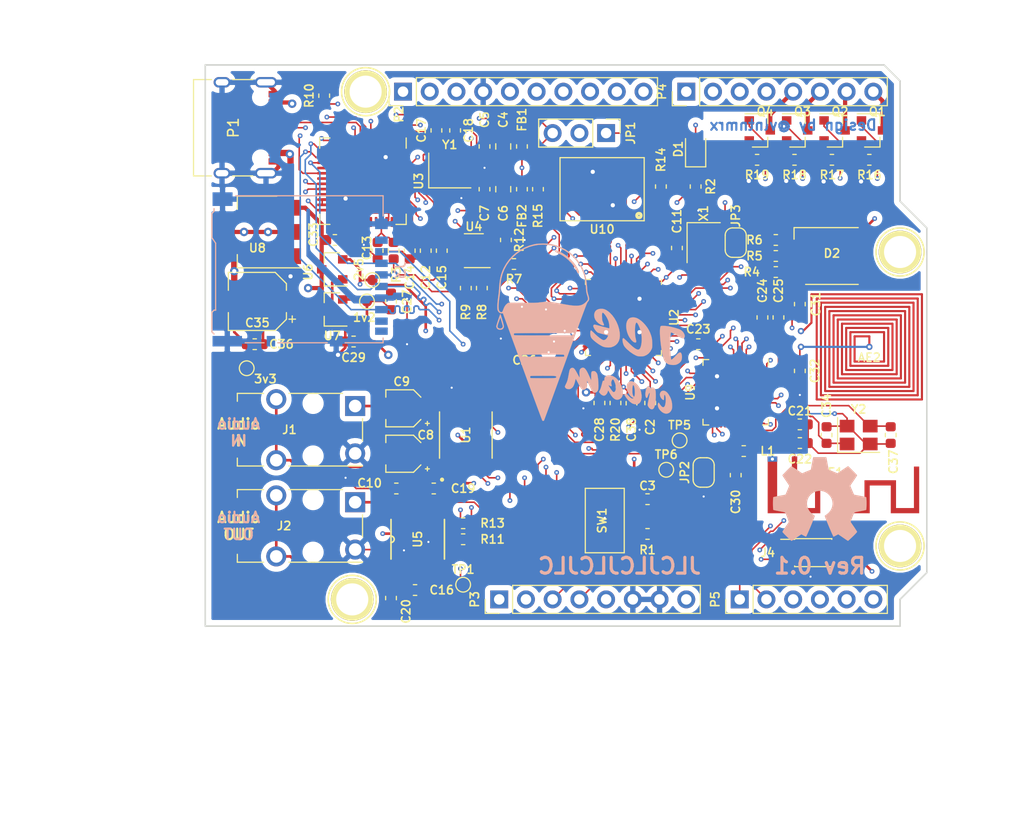
<source format=kicad_pcb>
(kicad_pcb (version 20171130) (host pcbnew "(5.1.4)-1")
  (title_block (title "ICE Scream") (date 2020-08-25) (rev Rev0.1) (company @vlntnmrx))
  (layers (0 F.Cu signal) (1 In1.Cu mixed) (2 In2.Cu power) (31 B.Cu power) (35 F.Paste user) (36 B.SilkS user) (37 F.SilkS user) (39 F.Mask user) (44 Edge.Cuts user))
  (net 0 "")
  (net 1 "Net-(AE1-Pad1)")
  (net 2 GND)
  (net 3 /FPGA_reset)
  (net 4 +3V3)
  (net 5 +1V2)
  (net 6 "Net-(C6-Pad1)")
  (net 7 +2V5)
  (net 8 "Net-(C8-Pad2)")
  (net 9 "Net-(C12-Pad1)")
  (net 10 "Net-(C13-Pad1)")
  (net 11 "Net-(C14-Pad1)")
  (net 12 "Net-(C16-Pad1)")
  (net 13 "Net-(C18-Pad1)")
  (net 14 "Net-(D1-Pad1)")
  (net 15 +5V)
  (net 16 /USB_N)
  (net 17 /USB_P)
  (net 18 /FET3)
  (net 19 /FET1)
  (net 20 /FET2)
  (net 21 "Net-(R5-Pad1)")
  (net 22 "Net-(R10-Pad1)")
  (net 23 /FLASH_IO3)
  (net 24 /FLASH_CLK)
  (net 25 /FLASH_IO2)
  (net 26 /FLASH_CS)
  (net 27 /FTDI_CS)
  (net 28 "Net-(AE2-Pad1)")
  (net 29 "Net-(AE2-Pad2)")
  (net 30 "Net-(C4-Pad1)")
  (net 31 "Net-(C8-Pad1)")
  (net 32 "Net-(C9-Pad2)")
  (net 33 "Net-(C9-Pad1)")
  (net 34 "Net-(C10-Pad1)")
  (net 35 "Net-(C16-Pad2)")
  (net 36 "Net-(C17-Pad1)")
  (net 37 "Net-(C19-Pad1)")
  (net 38 "Net-(C20-Pad1)")
  (net 39 "Net-(C21-Pad1)")
  (net 40 "Net-(C22-Pad1)")
  (net 41 "Net-(C24-Pad1)")
  (net 42 "Net-(C25-Pad2)")
  (net 43 /RF_ANT)
  (net 44 "Net-(C34-Pad1)")
  (net 45 "Net-(C37-Pad1)")
  (net 46 "Net-(D2-Pad3)")
  (net 47 "Net-(D2-Pad2)")
  (net 48 "Net-(D2-Pad1)")
  (net 49 "Net-(J2-PadR)")
  (net 50 "Net-(J2-PadT)")
  (net 51 /FLASH_MISO)
  (net 52 /FLASH_MOSI)
  (net 53 /FPGA_SD_SS)
  (net 54 /NRF_SWDCLK)
  (net 55 /NRF_SWDIO)
  (net 56 /SPI_FPGA_SS)
  (net 57 /NRF_reset)
  (net 58 /PINH_D8)
  (net 59 /PINH_D9)
  (net 60 /PINH_D10)
  (net 61 /PINH_D11)
  (net 62 /PINH_D12)
  (net 63 /PINH_D13)
  (net 64 /PINH_D14)
  (net 65 /PINH_D15)
  (net 66 /PINH_D0)
  (net 67 /PINH_D1)
  (net 68 /PINH_D2)
  (net 69 /PINH_D3)
  (net 70 /PINH_D4)
  (net 71 /PINH_D5)
  (net 72 /PINH_D6)
  (net 73 /PINH_D7)
  (net 74 /PINH_A0)
  (net 75 /PINH_A1)
  (net 76 /PINH_A2)
  (net 77 /PINH_A3)
  (net 78 /PINH_A4)
  (net 79 /PINH_A5)
  (net 80 /FET0)
  (net 81 "Net-(R4-Pad1)")
  (net 82 "Net-(R6-Pad1)")
  (net 83 "Net-(R12-Pad2)")
  (net 84 "Net-(R8-Pad2)")
  (net 85 "Net-(R9-Pad2)")
  (net 86 "Net-(R11-Pad2)")
  (net 87 "Net-(R12-Pad1)")
  (net 88 "Net-(R13-Pad2)")
  (net 89 /ADC_DOUT)
  (net 90 /ADC_BCK)
  (net 91 /ADC_LRCK)
  (net 92 /ADC_SCKI)
  (net 93 /DAC_MCLK)
  (net 94 /DAC_LRCLK)
  (net 95 /DAC_DACDAT)
  (net 96 /DAC_BCLK)
  (net 97 /FPGA_NRF1)
  (net 98 /FPGA_NRF0)
  (net 99 /FPGA_NRF3)
  (net 100 /FPGA_NRF2)
  (net 101 "Net-(JP3-Pad1)")
  (net 102 "Net-(U2-Pad35)")
  (net 103 "Net-(C38-Pad2)")
  (net 104 /PINH_SWO)
  (net 105 /FPGA_DONE)
  (net 106 "Net-(TP5-Pad1)")
  (net 107 "Net-(TP6-Pad1)")
  (module Connector_USB:USB_C_Receptacle_XKB_U262-16XN-4BVC11 (layer F.Cu) (at 122.682 66.294 270)
    (fp_text reference P1 (at 0 0 270) (layer F.SilkS))
    (fp_text value USB_C_Plug_USB2.0)
    (pad A12 smd rect (at 3.35 -3.924 270) (size 0.3 1.15) (layers F.Cu F.Paste F.Mask) (net 2 GND))
    (pad A9 smd rect (at 2.55 -3.924 270) (size 0.3 1.15) (layers F.Cu F.Paste F.Mask) (net 15 +5V))
    (pad B9 smd rect (at -2.25 -3.924 270) (size 0.3 1.15) (layers F.Cu F.Paste F.Mask) (net 15 +5V))
    (pad B12 smd rect (at -3.05 -3.924 270) (size 0.3 1.15) (layers F.Cu F.Paste F.Mask) (net 2 GND))
    (pad A1 smd rect (at -3.35 -3.924 270) (size 0.3 1.15) (layers F.Cu F.Paste F.Mask) (net 2 GND))
    (pad A4 smd rect (at -2.55 -3.924 270) (size 0.3 1.15) (layers F.Cu F.Paste F.Mask) (net 15 +5V))
    (pad B8 smd rect (at -1.75 -3.924 270) (size 0.3 1.15) (layers F.Cu F.Paste F.Mask))
    (pad A5 smd rect (at -1.25 -3.924 270) (size 0.3 1.15) (layers F.Cu F.Paste F.Mask))
    (pad B7 smd rect (at -0.75 -3.924 270) (size 0.3 1.15) (layers F.Cu F.Paste F.Mask))
    (pad A6 smd rect (at -0.25 -3.924 270) (size 0.3 1.15) (layers F.Cu F.Paste F.Mask) (net 17 /USB_P))
    (pad A7 smd rect (at 0.25 -3.924 270) (size 0.3 1.15) (layers F.Cu F.Paste F.Mask) (net 16 /USB_N))
    (pad B6 smd rect (at 0.75 -3.924 270) (size 0.3 1.15) (layers F.Cu F.Paste F.Mask))
    (pad A8 smd rect (at 1.25 -3.924 270) (size 0.3 1.15) (layers F.Cu F.Paste F.Mask))
    (pad B5 smd rect (at 1.75 -3.924 270) (size 0.3 1.15) (layers F.Cu F.Paste F.Mask))
    (pad B4 smd rect (at 2.25 -3.924 270) (size 0.3 1.15) (layers F.Cu F.Paste F.Mask) (net 15 +5V))
    (pad B1 smd rect (at 3.05 -3.924 270) (size 0.3 1.15) (layers F.Cu F.Paste F.Mask) (net 2 GND))
    (pad "" np_thru_hole circle (at -2.89 -2.605 270) (size 0.65 0.65) (drill 0.65) (layers *.Cu *.Mask))
    (pad "" np_thru_hole circle (at 2.89 -2.605 270) (size 0.65 0.65) (drill 0.65) (layers *.Cu *.Mask))
    (pad S1 thru_hole oval (at 4.32 1.075 270) (size 1 1.6) (drill oval 0.6 1.2) (layers *.Cu *.Mask) (net 2 GND))
    (pad S1 thru_hole oval (at -4.32 1.075 270) (size 1 1.6) (drill oval 0.6 1.2) (layers *.Cu *.Mask) (net 2 GND))
    (pad S1 thru_hole oval (at 4.32 -3.105 270) (size 1 2.1) (drill oval 0.6 1.7) (layers *.Cu *.Mask) (net 2 GND))
    (pad S1 thru_hole oval (at -4.32 -3.105 270) (size 1 2.1) (drill oval 0.6 1.7) (layers *.Cu *.Mask) (net 2 GND))
  )
  (module Symbol:OSHW-Symbol_8.9x8mm_SilkScreen (layer B.Cu) (at 178.435 101.6 180)
    (fp_text reference REF** hide)
    (fp_text value OSHW-Symbol_8.9x8mm_SilkScreen hide)
  )
  (module libs:icecreamcone (layer B.Cu) (at 156.845 85.725 180)
    (fp_text reference G*** hide)
    (fp_text value LOGO hide)
  )
  (module Capacitor_SMD:C_0603_1608Metric (layer F.Cu) (at 176.53 96.266)
    (fp_text reference C22 (at 0 1.524) (layer F.SilkS) (effects (font (size 0.8 0.8))))
    (fp_text value N.C.)
    (pad 2 smd roundrect (at 0.7875 0) (size 0.875 0.95) (layers F.Cu F.Paste F.Mask) (net 2 GND))
    (pad 1 smd roundrect (at -0.7875 0) (size 0.875 0.95) (layers F.Cu F.Paste F.Mask) (net 40 "Net-(C22-Pad1)"))
  )
  (module TestPoint:TestPoint_Pad_D1.0mm (layer F.Cu) (at 163.83 98.806)
    (fp_text reference TP6 (at 0 -1.448) (layer F.SilkS) (effects (font (size 0.8 0.8))))
    (fp_text value TestPoint)
    (pad 1 smd circle (at 0 0) (size 1 1) (layers F.Cu F.Mask) (net 107 "Net-(TP6-Pad1)"))
  )
  (module TestPoint:TestPoint_Pad_D1.0mm (layer F.Cu) (at 165.1 96.012)
    (fp_text reference TP5 (at 0 -1.448) (layer F.SilkS) (effects (font (size 0.8 0.8))))
    (fp_text value TestPoint)
    (pad 1 smd circle (at 0 0) (size 1 1) (layers F.Cu F.Mask) (net 106 "Net-(TP5-Pad1)"))
  )
  (module TestPoint:TestPoint_Pad_D2.5mm (layer F.Cu) (at 195.58 57.15)
    (fp_text reference REF**)
    (fp_text value TestPoint_Pad_D2.5mm)
  )
  (module TestPoint:TestPoint_Pad_D2.5mm (layer F.Cu) (at 115.57 57.15)
    (fp_text reference REF**)
    (fp_text value TestPoint_Pad_D2.5mm)
  )
  (module TestPoint:TestPoint_Pad_D2.5mm (layer F.Cu) (at 115.57 116.84)
    (fp_text reference REF**)
    (fp_text value TestPoint_Pad_D2.5mm)
  )
  (module TestPoint:TestPoint_Pad_D2.5mm (layer F.Cu) (at 195.58 116.84)
    (fp_text reference REF**)
    (fp_text value TestPoint_Pad_D2.5mm)
  )
  (module libs:NFC_Antenna_small (layer F.Cu) (at 183.134 87.122)
    (fp_text reference AE2 (at 0 1.016) (layer F.SilkS) (effects (font (size 0.8 0.8) (thickness 0.125))))
    (fp_text value Antenna_Loop)
    (fp_line (start -5.5 -2.3) (end -6.4 -1.4) (layer F.Cu) (width 0.2))
    (fp_line (start -5.5 -5) (end -5.5 -2.3) (layer F.Cu) (width 0.2))
    (fp_line (start -0.1 0) (end -6.5 0) (layer B.Cu) (width 0.2))
    (fp_line (start 0 -1) (end 0 0) (layer F.Cu) (width 0.2))
    (fp_line (start -1.4 -1) (end 0 -1) (layer F.Cu) (width 0.2))
    (fp_line (start -1.4 1.4) (end -1.4 -1) (layer F.Cu) (width 0.2))
    (fp_line (start 1.4 1.4) (end -1.4 1.4) (layer F.Cu) (width 0.2))
    (fp_line (start 1.4 -1.4) (end 1.4 1.4) (layer F.Cu) (width 0.2))
    (fp_line (start -1.8 -1.4) (end 1.4 -1.4) (layer F.Cu) (width 0.2))
    (fp_line (start -1.8 1.8) (end -1.8 -1.4) (layer F.Cu) (width 0.2))
    (fp_line (start 1.8 1.8) (end -1.8 1.8) (layer F.Cu) (width 0.2))
    (fp_line (start 1.8 -1.8) (end 1.8 1.8) (layer F.Cu) (width 0.2))
    (fp_line (start -2.2 -1.8) (end 1.8 -1.8) (layer F.Cu) (width 0.2))
    (fp_line (start -2.2 2.2) (end -2.2 -1.8) (layer F.Cu) (width 0.2))
    (fp_line (start 2.2 2.2) (end -2.2 2.2) (layer F.Cu) (width 0.2))
    (fp_line (start 2.2 -2.2) (end 2.2 2.2) (layer F.Cu) (width 0.2))
    (fp_line (start -2.6 -2.2) (end 2.2 -2.2) (layer F.Cu) (width 0.2))
    (fp_line (start -2.6 2.6) (end -2.6 -2.2) (layer F.Cu) (width 0.2))
    (fp_line (start 2.6 2.6) (end -2.6 2.6) (layer F.Cu) (width 0.2))
    (fp_line (start 2.6 -2.6) (end 2.6 2.6) (layer F.Cu) (width 0.2))
    (fp_line (start -3 -2.6) (end 2.6 -2.6) (layer F.Cu) (width 0.2))
    (fp_line (start -3 3) (end -3 -2.6) (layer F.Cu) (width 0.2))
    (fp_line (start 3 3) (end -3 3) (layer F.Cu) (width 0.2))
    (fp_line (start 3 -3) (end 3 3) (layer F.Cu) (width 0.2))
    (fp_line (start -3.4 -3) (end 3 -3) (layer F.Cu) (width 0.2))
    (fp_line (start -3.4 3.4) (end -3.4 -3) (layer F.Cu) (width 0.2))
    (fp_line (start 3.4 3.4) (end -3.4 3.4) (layer F.Cu) (width 0.2))
    (fp_line (start 3.4 -3.4) (end 3.4 3.4) (layer F.Cu) (width 0.2))
    (fp_line (start -3.8 -3.4) (end 3.4 -3.4) (layer F.Cu) (width 0.2))
    (fp_line (start -3.8 3.8) (end -3.8 -3.4) (layer F.Cu) (width 0.2))
    (fp_line (start 3.8 3.8) (end -3.8 3.8) (layer F.Cu) (width 0.2))
    (fp_line (start 3.8 -3.8) (end 3.8 3.8) (layer F.Cu) (width 0.2))
    (fp_line (start -4.2 -3.8) (end 3.8 -3.8) (layer F.Cu) (width 0.2))
    (fp_line (start -4.2 4.2) (end -4.2 -3.8) (layer F.Cu) (width 0.2))
    (fp_line (start 4.2 4.2) (end -4.2 4.2) (layer F.Cu) (width 0.2))
    (fp_line (start 4.2 -4.2) (end 4.2 4.2) (layer F.Cu) (width 0.2))
    (fp_line (start -4.6 -4.2) (end 4.2 -4.2) (layer F.Cu) (width 0.2))
    (fp_line (start -4.6 4.6) (end -4.6 -4.2) (layer F.Cu) (width 0.2))
    (fp_line (start 4.6 4.6) (end -4.6 4.6) (layer F.Cu) (width 0.2))
    (fp_line (start 4.6 -4.6) (end 4.6 4.6) (layer F.Cu) (width 0.2))
    (fp_line (start -5 -4.6) (end 4.6 -4.6) (layer F.Cu) (width 0.2))
    (fp_line (start -5 5) (end -5 -4.6) (layer F.Cu) (width 0.2))
    (fp_line (start 5 5) (end -5 5) (layer F.Cu) (width 0.2))
    (fp_line (start 5 -5) (end 5 5) (layer F.Cu) (width 0.2))
    (fp_line (start -5.5 -5) (end 5 -5) (layer F.Cu) (width 0.2))
    (pad 1 thru_hole circle (at -6.5 -1.5) (size 0.6 0.6) (drill 0.3) (layers *.Cu *.Mask) (net 28 "Net-(AE2-Pad1)"))
    (pad 2 thru_hole circle (at -6.5 0) (size 0.6 0.6) (drill 0.3) (layers *.Cu *.Mask) (net 29 "Net-(AE2-Pad2)"))
    (pad "" thru_hole circle (at 0 0) (size 0.6 0.6) (drill 0.3) (layers *.Cu *.Mask))
  )
  (module libs:WSON-8_8x6_P1.27mm (layer F.Cu) (at 157.734 72.136 180)
    (fp_text reference U10 (at 0 -3.81) (layer F.SilkS) (effects (font (size 0.8 0.8))))
    (fp_text value W25Q32JVZP)
    (pad 8 smd roundrect (at 4 -1.905 180) (size 0.6 0.4) (layers F.Cu F.Paste F.Mask) (net 4 +3V3))
    (pad 7 smd roundrect (at 4 -0.635 180) (size 0.6 0.4) (layers F.Cu F.Paste F.Mask) (net 23 /FLASH_IO3))
    (pad 6 smd roundrect (at 4 0.635 180) (size 0.6 0.4) (layers F.Cu F.Paste F.Mask) (net 24 /FLASH_CLK))
    (pad 5 smd roundrect (at 4 1.905 180) (size 0.6 0.4) (layers F.Cu F.Paste F.Mask) (net 52 /FLASH_MOSI))
    (pad 9 smd roundrect (at 0 0 180) (size 3.4 4.3) (layers F.Cu F.Mask) (roundrect_rratio 0.1) (net 2 GND))
    (pad 4 smd roundrect (at -4 1.905 180) (size 0.6 0.4) (layers F.Cu F.Paste F.Mask) (net 2 GND))
    (pad 3 smd roundrect (at -4 0.635 180) (size 0.6 0.4) (layers F.Cu F.Paste F.Mask) (net 25 /FLASH_IO2))
    (pad 2 smd roundrect (at -4 -0.635 180) (size 0.6 0.4) (layers F.Cu F.Paste F.Mask) (net 51 /FLASH_MISO))
    (pad 1 smd roundrect (at -4 -1.905 180) (size 0.6 0.4) (layers F.Cu F.Paste F.Mask) (net 26 /FLASH_CS))
  )
  (module Capacitor_SMD:C_0603_1608Metric (layer F.Cu) (at 166.878 86.868)
    (fp_text reference C23 (at 0 -1.43) (layer F.SilkS) (effects (font (size 0.8 0.8))))
    (fp_text value 0.1nF)
    (pad 2 smd roundrect (at 0.7875 0) (size 0.875 0.95) (layers F.Cu F.Paste F.Mask) (net 4 +3V3))
    (pad 1 smd roundrect (at -0.7875 0) (size 0.875 0.95) (layers F.Cu F.Paste F.Mask) (net 2 GND))
  )
  (module Capacitor_SMD:C_0603_1608Metric (layer F.Cu) (at 170.434 99.314 270)
    (fp_text reference C30 (at 2.54 0 90) (layer F.SilkS) (effects (font (size 0.8 0.8))))
    (fp_text value 0.8pF)
    (pad 2 smd roundrect (at 0.7875 0 270) (size 0.875 0.95) (layers F.Cu F.Paste F.Mask) (net 2 GND))
    (pad 1 smd roundrect (at -0.7875 0 270) (size 0.875 0.95) (layers F.Cu F.Paste F.Mask) (net 43 /RF_ANT))
  )
  (module Package_DFN_QFN:QFN-48-1EP_8x8mm_P0.5mm_EP6.2x6.2mm (layer F.Cu) (at 135.001 71.374 270)
    (fp_text reference U3 (at 0 -5.3 90) (layer F.SilkS) (effects (font (size 0.8 0.8))))
    (fp_text value FT232H)
    (pad 49 smd rect (at 0 0 270) (size 6.2 6.2) (layers F.Cu F.Mask) (net 2 GND))
    (pad 48 smd roundrect (at -2.75 -3.875 270) (size 0.25 0.95) (layers F.Cu F.Paste F.Mask) (net 2 GND))
    (pad 47 smd roundrect (at -2.25 -3.875 270) (size 0.25 0.95) (layers F.Cu F.Paste F.Mask) (net 2 GND))
    (pad 46 smd roundrect (at -1.75 -3.875 270) (size 0.25 0.95) (layers F.Cu F.Paste F.Mask) (net 4 +3V3))
    (pad 45 smd roundrect (at -1.25 -3.875 270) (size 0.25 0.95) (layers F.Cu F.Paste F.Mask) (net 85 "Net-(R9-Pad2)"))
    (pad 44 smd roundrect (at -0.75 -3.875 270) (size 0.25 0.95) (layers F.Cu F.Paste F.Mask) (net 84 "Net-(R8-Pad2)"))
    (pad 43 smd roundrect (at -0.25 -3.875 270) (size 0.25 0.95) (layers F.Cu F.Paste F.Mask) (net 87 "Net-(R12-Pad1)"))
    (pad 42 smd roundrect (at 0.25 -3.875 270) (size 0.25 0.95) (layers F.Cu F.Paste F.Mask) (net 2 GND))
    (pad 41 smd roundrect (at 0.75 -3.875 270) (size 0.25 0.95) (layers F.Cu F.Paste F.Mask) (net 2 GND))
    (pad 40 smd roundrect (at 1.25 -3.875 270) (size 0.25 0.95) (layers F.Cu F.Paste F.Mask) (net 4 +3V3))
    (pad 39 smd roundrect (at 1.75 -3.875 270) (size 0.25 0.95) (layers F.Cu F.Paste F.Mask) (net 4 +3V3))
    (pad 38 smd roundrect (at 2.25 -3.875 270) (size 0.25 0.95) (layers F.Cu F.Paste F.Mask) (net 9 "Net-(C12-Pad1)"))
    (pad 37 smd roundrect (at 2.75 -3.875 270) (size 0.25 0.95) (layers F.Cu F.Paste F.Mask) (net 11 "Net-(C14-Pad1)"))
    (pad 36 smd roundrect (at 3.875 -2.75 270) (size 0.95 0.25) (layers F.Cu F.Paste F.Mask) (net 2 GND))
    (pad 35 smd roundrect (at 3.875 -2.25 270) (size 0.95 0.25) (layers F.Cu F.Paste F.Mask) (net 2 GND))
    (pad 34 smd roundrect (at 3.875 -1.75 270) (size 0.95 0.25) (layers F.Cu F.Paste F.Mask) (net 10 "Net-(C13-Pad1)"))
    (pad 33 smd roundrect (at 3.875 -1.25 270) (size 0.95 0.25) (layers F.Cu F.Paste F.Mask))
    (pad 32 smd roundrect (at 3.875 -0.75 270) (size 0.95 0.25) (layers F.Cu F.Paste F.Mask))
    (pad 31 smd roundrect (at 3.875 -0.25 270) (size 0.95 0.25) (layers F.Cu F.Paste F.Mask))
    (pad 30 smd roundrect (at 3.875 0.25 270) (size 0.95 0.25) (layers F.Cu F.Paste F.Mask))
    (pad 29 smd roundrect (at 3.875 0.75 270) (size 0.95 0.25) (layers F.Cu F.Paste F.Mask))
    (pad 28 smd roundrect (at 3.875 1.25 270) (size 0.95 0.25) (layers F.Cu F.Paste F.Mask))
    (pad 27 smd roundrect (at 3.875 1.75 270) (size 0.95 0.25) (layers F.Cu F.Paste F.Mask))
    (pad 26 smd roundrect (at 3.875 2.25 270) (size 0.95 0.25) (layers F.Cu F.Paste F.Mask))
    (pad 25 smd roundrect (at 3.875 2.75 270) (size 0.95 0.25) (layers F.Cu F.Paste F.Mask))
    (pad 24 smd roundrect (at 2.75 3.875 270) (size 0.25 0.95) (layers F.Cu F.Paste F.Mask) (net 4 +3V3))
    (pad 23 smd roundrect (at 2.25 3.875 270) (size 0.25 0.95) (layers F.Cu F.Paste F.Mask) (net 2 GND))
    (pad 22 smd roundrect (at 1.75 3.875 270) (size 0.25 0.95) (layers F.Cu F.Paste F.Mask) (net 2 GND))
    (pad 21 smd roundrect (at 1.25 3.875 270) (size 0.25 0.95) (layers F.Cu F.Paste F.Mask))
    (pad 20 smd roundrect (at 0.75 3.875 270) (size 0.25 0.95) (layers F.Cu F.Paste F.Mask) (net 3 /FPGA_reset))
    (pad 19 smd roundrect (at 0.25 3.875 270) (size 0.25 0.95) (layers F.Cu F.Paste F.Mask) (net 105 /FPGA_DONE))
    (pad 18 smd roundrect (at -0.25 3.875 270) (size 0.25 0.95) (layers F.Cu F.Paste F.Mask))
    (pad 17 smd roundrect (at -0.75 3.875 270) (size 0.25 0.95) (layers F.Cu F.Paste F.Mask) (net 27 /FTDI_CS))
    (pad 16 smd roundrect (at -1.25 3.875 270) (size 0.25 0.95) (layers F.Cu F.Paste F.Mask))
    (pad 15 smd roundrect (at -1.75 3.875 270) (size 0.25 0.95) (layers F.Cu F.Paste F.Mask) (net 52 /FLASH_MOSI))
    (pad 14 smd roundrect (at -2.25 3.875 270) (size 0.25 0.95) (layers F.Cu F.Paste F.Mask) (net 51 /FLASH_MISO))
    (pad 13 smd roundrect (at -2.75 3.875 270) (size 0.25 0.95) (layers F.Cu F.Paste F.Mask) (net 24 /FLASH_CLK))
    (pad 12 smd roundrect (at -3.875 2.75 270) (size 0.95 0.25) (layers F.Cu F.Paste F.Mask) (net 4 +3V3))
    (pad 11 smd roundrect (at -3.875 2.25 270) (size 0.95 0.25) (layers F.Cu F.Paste F.Mask) (net 2 GND))
    (pad 10 smd roundrect (at -3.875 1.75 270) (size 0.95 0.25) (layers F.Cu F.Paste F.Mask) (net 2 GND))
    (pad 9 smd roundrect (at -3.875 1.25 270) (size 0.95 0.25) (layers F.Cu F.Paste F.Mask) (net 2 GND))
    (pad 8 smd roundrect (at -3.875 0.75 270) (size 0.95 0.25) (layers F.Cu F.Paste F.Mask) (net 30 "Net-(C4-Pad1)"))
    (pad 7 smd roundrect (at -3.875 0.25 270) (size 0.95 0.25) (layers F.Cu F.Paste F.Mask) (net 17 /USB_P))
    (pad 6 smd roundrect (at -3.875 -0.25 270) (size 0.95 0.25) (layers F.Cu F.Paste F.Mask) (net 16 /USB_N))
    (pad 5 smd roundrect (at -3.875 -0.75 270) (size 0.95 0.25) (layers F.Cu F.Paste F.Mask) (net 22 "Net-(R10-Pad1)"))
    (pad 4 smd roundrect (at -3.875 -1.25 270) (size 0.95 0.25) (layers F.Cu F.Paste F.Mask) (net 2 GND))
    (pad 3 smd roundrect (at -3.875 -1.75 270) (size 0.95 0.25) (layers F.Cu F.Paste F.Mask) (net 6 "Net-(C6-Pad1)"))
    (pad 2 smd roundrect (at -3.875 -2.25 270) (size 0.95 0.25) (layers F.Cu F.Paste F.Mask) (net 13 "Net-(C18-Pad1)"))
    (pad 1 smd roundrect (at -3.875 -2.75 270) (size 0.95 0.25) (layers F.Cu F.Paste F.Mask) (net 36 "Net-(C17-Pad1)"))
  )
  (module Connector_Card:microSD_HC_Hirose_DM3AT-SF-PEJM5 (layer B.Cu) (at 129.032 79.756 90)
    (fp_text reference J3 (at -0.075 9.525 -90) (layer B.SilkS) (effects (justify mirror)))
    (fp_text value Micro_SD_Card_Det_Hirose_DM3AT)
    (pad 11 smd rect (at 6.675 -7.375 90) (size 1.3 1.9) (layers B.Cu B.Paste B.Mask) (net 2 GND))
    (pad 11 smd rect (at -6.825 -6.925 90) (size 1 2.8) (layers B.Cu B.Paste B.Mask) (net 2 GND))
    (pad 10 smd rect (at -6.825 -2.775 90) (size 1 0.8) (layers B.Cu B.Paste B.Mask))
    (pad 11 smd rect (at -6.825 3.425 90) (size 1 1.2) (layers B.Cu B.Paste B.Mask) (net 2 GND))
    (pad 11 smd rect (at 4.325 7.725 90) (size 1 1.2) (layers B.Cu B.Paste B.Mask) (net 2 GND))
    (pad 7 smd rect (at -3.825 7.725 90) (size 0.7 1.2) (layers B.Cu B.Paste B.Mask) (net 51 /FLASH_MISO))
    (pad 6 smd rect (at -2.725 7.725 90) (size 0.7 1.2) (layers B.Cu B.Paste B.Mask) (net 2 GND))
    (pad 5 smd rect (at -1.625 7.725 90) (size 0.7 1.2) (layers B.Cu B.Paste B.Mask) (net 24 /FLASH_CLK))
    (pad 4 smd rect (at -0.525 7.725 90) (size 0.7 1.2) (layers B.Cu B.Paste B.Mask) (net 4 +3V3))
    (pad 3 smd rect (at 0.575 7.725 90) (size 0.7 1.2) (layers B.Cu B.Paste B.Mask) (net 52 /FLASH_MOSI))
    (pad 2 smd rect (at 1.675 7.725 90) (size 0.7 1.2) (layers B.Cu B.Paste B.Mask) (net 53 /FPGA_SD_SS))
    (pad 1 smd rect (at 2.775 7.725 90) (size 0.7 1.2) (layers B.Cu B.Paste B.Mask))
    (pad 8 smd rect (at -4.925 7.725 90) (size 0.7 1.2) (layers B.Cu B.Paste B.Mask))
    (pad 9 smd rect (at -5.875 7.725 90) (size 0.7 1.2) (layers B.Cu B.Paste B.Mask))
  )
  (module Package_DFN_QFN:QFN-48-1EP_7x7mm_P0.5mm_EP5.6x5.6mm (layer F.Cu) (at 159.766 84.328 270)
    (fp_text reference U2 (at 0 -4.82 90) (layer F.SilkS) (effects (font (size 0.8 0.8))))
    (fp_text value ICE40UP5K-SG48ITR)
    (pad 48 smd roundrect (at -2.75 -3.4375 270) (size 0.25 0.875) (layers F.Cu F.Paste F.Mask) (net 18 /FET3))
    (pad 47 smd roundrect (at -2.25 -3.4375 270) (size 0.25 0.875) (layers F.Cu F.Paste F.Mask) (net 19 /FET1))
    (pad 46 smd roundrect (at -1.75 -3.4375 270) (size 0.25 0.875) (layers F.Cu F.Paste F.Mask) (net 80 /FET0))
    (pad 45 smd roundrect (at -1.25 -3.4375 270) (size 0.25 0.875) (layers F.Cu F.Paste F.Mask) (net 70 /PINH_D4))
    (pad 44 smd roundrect (at -0.75 -3.4375 270) (size 0.25 0.875) (layers F.Cu F.Paste F.Mask) (net 20 /FET2))
    (pad 43 smd roundrect (at -0.25 -3.4375 270) (size 0.25 0.875) (layers F.Cu F.Paste F.Mask) (net 89 /ADC_DOUT))
    (pad 42 smd roundrect (at 0.25 -3.4375 270) (size 0.25 0.875) (layers F.Cu F.Paste F.Mask) (net 92 /ADC_SCKI))
    (pad 41 smd roundrect (at 0.75 -3.4375 270) (size 0.25 0.875) (layers F.Cu F.Paste F.Mask) (net 82 "Net-(R6-Pad1)"))
    (pad 40 smd roundrect (at 1.25 -3.4375 270) (size 0.25 0.875) (layers F.Cu F.Paste F.Mask) (net 21 "Net-(R5-Pad1)"))
    (pad 39 smd roundrect (at 1.75 -3.4375 270) (size 0.25 0.875) (layers F.Cu F.Paste F.Mask) (net 81 "Net-(R4-Pad1)"))
    (pad 38 smd roundrect (at 2.25 -3.4375 270) (size 0.25 0.875) (layers F.Cu F.Paste F.Mask) (net 91 /ADC_LRCK))
    (pad 37 smd roundrect (at 2.75 -3.4375 270) (size 0.25 0.875) (layers F.Cu F.Paste F.Mask) (net 93 /DAC_MCLK))
    (pad 36 smd roundrect (at 3.4375 -2.75 270) (size 0.875 0.25) (layers F.Cu F.Paste F.Mask) (net 90 /ADC_BCK))
    (pad 35 smd roundrect (at 3.4375 -2.25 270) (size 0.875 0.25) (layers F.Cu F.Paste F.Mask) (net 102 "Net-(U2-Pad35)"))
    (pad 34 smd roundrect (at 3.4375 -1.75 270) (size 0.875 0.25) (layers F.Cu F.Paste F.Mask) (net 94 /DAC_LRCLK))
    (pad 33 smd roundrect (at 3.4375 -1.25 270) (size 0.875 0.25) (layers F.Cu F.Paste F.Mask) (net 4 +3V3))
    (pad 32 smd roundrect (at 3.4375 -0.75 270) (size 0.875 0.25) (layers F.Cu F.Paste F.Mask) (net 95 /DAC_DACDAT))
    (pad 31 smd roundrect (at 3.4375 -0.25 270) (size 0.875 0.25) (layers F.Cu F.Paste F.Mask) (net 96 /DAC_BCLK))
    (pad 30 smd roundrect (at 3.4375 0.25 270) (size 0.875 0.25) (layers F.Cu F.Paste F.Mask) (net 103 "Net-(C38-Pad2)"))
    (pad 29 smd roundrect (at 3.4375 0.75 270) (size 0.875 0.25) (layers F.Cu F.Paste F.Mask) (net 5 +1V2))
    (pad 28 smd roundrect (at 3.4375 1.25 270) (size 0.875 0.25) (layers F.Cu F.Paste F.Mask) (net 53 /FPGA_SD_SS))
    (pad 27 smd roundrect (at 3.4375 1.75 270) (size 0.875 0.25) (layers F.Cu F.Paste F.Mask) (net 97 /FPGA_NRF1))
    (pad 26 smd roundrect (at 3.4375 2.25 270) (size 0.875 0.25) (layers F.Cu F.Paste F.Mask) (net 98 /FPGA_NRF0))
    (pad 25 smd roundrect (at 3.4375 2.75 270) (size 0.875 0.25) (layers F.Cu F.Paste F.Mask) (net 99 /FPGA_NRF3))
    (pad 24 smd roundrect (at 2.75 3.4375 270) (size 0.25 0.875) (layers F.Cu F.Paste F.Mask) (net 7 +2V5))
    (pad 23 smd roundrect (at 2.25 3.4375 270) (size 0.25 0.875) (layers F.Cu F.Paste F.Mask) (net 100 /FPGA_NRF2))
    (pad 22 smd roundrect (at 1.75 3.4375 270) (size 0.25 0.875) (layers F.Cu F.Paste F.Mask) (net 4 +3V3))
    (pad 21 smd roundrect (at 1.25 3.4375 270) (size 0.25 0.875) (layers F.Cu F.Paste F.Mask) (net 61 /PINH_D11))
    (pad 20 smd roundrect (at 0.75 3.4375 270) (size 0.25 0.875) (layers F.Cu F.Paste F.Mask) (net 63 /PINH_D13))
    (pad 19 smd roundrect (at 0.25 3.4375 270) (size 0.25 0.875) (layers F.Cu F.Paste F.Mask) (net 64 /PINH_D14))
    (pad 18 smd roundrect (at -0.25 3.4375 270) (size 0.25 0.875) (layers F.Cu F.Paste F.Mask) (net 65 /PINH_D15))
    (pad 17 smd roundrect (at -0.75 3.4375 270) (size 0.25 0.875) (layers F.Cu F.Paste F.Mask) (net 51 /FLASH_MISO))
    (pad 16 smd roundrect (at -1.25 3.4375 270) (size 0.25 0.875) (layers F.Cu F.Paste F.Mask) (net 56 /SPI_FPGA_SS))
    (pad 15 smd roundrect (at -1.75 3.4375 270) (size 0.25 0.875) (layers F.Cu F.Paste F.Mask) (net 24 /FLASH_CLK))
    (pad 14 smd roundrect (at -2.25 3.4375 270) (size 0.25 0.875) (layers F.Cu F.Paste F.Mask) (net 52 /FLASH_MOSI))
    (pad 13 smd roundrect (at -2.75 3.4375 270) (size 0.25 0.875) (layers F.Cu F.Paste F.Mask) (net 62 /PINH_D12))
    (pad 12 smd roundrect (at -3.4375 2.75 270) (size 0.875 0.25) (layers F.Cu F.Paste F.Mask) (net 60 /PINH_D10))
    (pad 11 smd roundrect (at -3.4375 2.25 270) (size 0.875 0.25) (layers F.Cu F.Paste F.Mask) (net 59 /PINH_D9))
    (pad 10 smd roundrect (at -3.4375 1.75 270) (size 0.875 0.25) (layers F.Cu F.Paste F.Mask) (net 58 /PINH_D8))
    (pad 9 smd roundrect (at -3.4375 1.25 270) (size 0.875 0.25) (layers F.Cu F.Paste F.Mask) (net 23 /FLASH_IO3))
    (pad 8 smd roundrect (at -3.4375 0.75 270) (size 0.875 0.25) (layers F.Cu F.Paste F.Mask) (net 3 /FPGA_reset))
    (pad 7 smd roundrect (at -3.4375 0.25 270) (size 0.875 0.25) (layers F.Cu F.Paste F.Mask) (net 105 /FPGA_DONE))
    (pad 6 smd roundrect (at -3.4375 -0.25 270) (size 0.875 0.25) (layers F.Cu F.Paste F.Mask) (net 25 /FLASH_IO2))
    (pad 5 smd roundrect (at -3.4375 -0.75 270) (size 0.875 0.25) (layers F.Cu F.Paste F.Mask) (net 103 "Net-(C38-Pad2)"))
    (pad 4 smd roundrect (at -3.4375 -1.25 270) (size 0.875 0.25) (layers F.Cu F.Paste F.Mask) (net 72 /PINH_D6))
    (pad 3 smd roundrect (at -3.4375 -1.75 270) (size 0.875 0.25) (layers F.Cu F.Paste F.Mask) (net 73 /PINH_D7))
    (pad 2 smd roundrect (at -3.4375 -2.25 270) (size 0.875 0.25) (layers F.Cu F.Paste F.Mask) (net 71 /PINH_D5))
    (pad 1 smd roundrect (at -3.4375 -2.75 270) (size 0.875 0.25) (layers F.Cu F.Paste F.Mask) (net 4 +3V3))
    (pad 49 smd roundrect (at 0 0 270) (size 5.6 5.6) (layers F.Cu F.Mask) (roundrect_rratio 0.044643) (net 2 GND))
  )
  (module Jumper:SolderJumper-2_P1.3mm_Open_RoundedPad1.0x1.5mm (layer F.Cu) (at 167.386 99.06 90)
    (fp_text reference JP2 (at 0 -1.8 90) (layer F.SilkS) (effects (font (size 0.8 0.8))))
    (fp_text value Jumper_NO_Small)
    (pad 2 smd custom (at 0.65 0 90) (size 1 0.5) (layers F.Cu F.Mask) (net 57 /NRF_reset) (options (clearance outline) (anchor rect)) (primitives (gr_circle (center 0 0.25) (end 0.5 0.25) (width 0)) (gr_circle (center 0 -0.25) (end 0.5 -0.25) (width 0)) (gr_poly (pts (xy 0 -0.75) (xy -0.5 -0.75) (xy -0.5 0.75) (xy 0 0.75)) (width 0))))
    (pad 1 smd custom (at -0.65 0 90) (size 1 0.5) (layers F.Cu F.Mask) (net 2 GND) (options (clearance outline) (anchor rect)) (primitives (gr_circle (center 0 0.25) (end 0.5 0.25) (width 0)) (gr_circle (center 0 -0.25) (end 0.5 -0.25) (width 0)) (gr_poly (pts (xy 0 -0.75) (xy 0.5 -0.75) (xy 0.5 0.75) (xy 0 0.75)) (width 0))))
  )
  (module Resistor_SMD:R_0603_1608Metric (layer F.Cu) (at 159.004 92.456 270)
    (fp_text reference R20 (at 2.54 0 90) (layer F.SilkS) (effects (font (size 0.8 0.8))))
    (fp_text value 100)
    (pad 2 smd roundrect (at 0.7875 0 270) (size 0.875 0.95) (layers F.Cu F.Paste F.Mask) (net 5 +1V2))
    (pad 1 smd roundrect (at -0.7875 0 270) (size 0.875 0.95) (layers F.Cu F.Paste F.Mask) (net 103 "Net-(C38-Pad2)"))
  )
  (module Capacitor_SMD:C_0603_1608Metric (layer F.Cu) (at 160.528 92.4815 90)
    (fp_text reference C38 (at -2.5145 0 90) (layer F.SilkS) (effects (font (size 0.8 0.8))))
    (fp_text value 100nF)
    (pad 2 smd roundrect (at 0.7875 0 90) (size 0.875 0.95) (layers F.Cu F.Paste F.Mask) (net 103 "Net-(C38-Pad2)"))
    (pad 1 smd roundrect (at -0.7875 0 90) (size 0.875 0.95) (layers F.Cu F.Paste F.Mask) (net 2 GND))
  )
  (module Oscillator:Oscillator_SMD_Abracon_ASE-4Pin_3.2x2.5mm (layer F.Cu) (at 167.386 77.216 270)
    (fp_text reference X1 (at -2.794 0 90) (layer F.SilkS) (effects (font (size 0.8 0.8))))
    (fp_text value ASE-xxxMHz)
    (pad 4 smd rect (at -1.05 -0.825 270) (size 1.3 1.1) (layers F.Cu F.Paste F.Mask) (net 4 +3V3))
    (pad 3 smd rect (at 1.05 -0.825 270) (size 1.3 1.1) (layers F.Cu F.Paste F.Mask) (net 102 "Net-(U2-Pad35)"))
    (pad 2 smd rect (at 1.05 0.825 270) (size 1.3 1.1) (layers F.Cu F.Paste F.Mask) (net 2 GND))
    (pad 1 smd rect (at -1.05 0.825 270) (size 1.3 1.1) (layers F.Cu F.Paste F.Mask) (net 101 "Net-(JP3-Pad1)"))
  )
  (module Jumper:SolderJumper-2_P1.3mm_Bridged_RoundedPad1.0x1.5mm (layer F.Cu) (at 170.434 77.216 90)
    (fp_text reference JP3 (at 2.54 0 90) (layer F.SilkS) (effects (font (size 0.8 0.8))))
    (fp_text value Jumper_NC_Small)
    (fp_poly (pts (xy 0.25 -0.3) (xy -0.25 -0.3) (xy -0.25 0.3) (xy 0.25 0.3)) (layer F.Cu) (width 0))
    (pad 1 smd custom (at -0.65 0 90) (size 1 0.5) (layers F.Cu F.Mask) (net 101 "Net-(JP3-Pad1)") (options (clearance outline) (anchor rect)) (primitives (gr_circle (center 0 0.25) (end 0.5 0.25) (width 0)) (gr_circle (center 0 -0.25) (end 0.5 -0.25) (width 0)) (gr_poly (pts (xy 0 -0.75) (xy 0.5 -0.75) (xy 0.5 0.75) (xy 0 0.75)) (width 0))))
    (pad 2 smd custom (at 0.65 0 90) (size 1 0.5) (layers F.Cu F.Mask) (net 4 +3V3) (options (clearance outline) (anchor rect)) (primitives (gr_circle (center 0 0.25) (end 0.5 0.25) (width 0)) (gr_circle (center 0 -0.25) (end 0.5 -0.25) (width 0)) (gr_poly (pts (xy 0 -0.75) (xy -0.5 -0.75) (xy -0.5 0.75) (xy 0 0.75)) (width 0))))
  )
  (module Package_TO_SOT_SMD:SOT-223-3_TabPin2 (layer F.Cu) (at 124.968 76.2 180)
    (fp_text reference U8 (at 0 -1.524) (layer F.SilkS) (effects (font (size 0.8 0.8))))
    (fp_text value AMS1117-3.3)
    (pad 1 smd rect (at -3.15 -2.3 180) (size 2 1.5) (layers F.Cu F.Paste F.Mask) (net 2 GND))
    (pad 3 smd rect (at -3.15 2.3 180) (size 2 1.5) (layers F.Cu F.Paste F.Mask) (net 15 +5V))
    (pad 2 smd rect (at -3.15 0 180) (size 2 1.5) (layers F.Cu F.Paste F.Mask) (net 4 +3V3))
    (pad 2 smd rect (at 3.15 0 180) (size 2 3.8) (layers F.Cu F.Paste F.Mask) (net 4 +3V3))
  )
  (module libs:SOP65P640X110-16N (layer F.Cu) (at 140.208 105.41 90)
    (fp_text reference U5 (at 0 0 90) (layer F.SilkS) (effects (font (size 0.8 0.8))))
    (fp_text value WM8524CGEDT)
    (pad 16 smd rect (at 2.921 -2.286 90) (size 1.4732 0.3556) (layers F.Cu F.Paste F.Mask) (net 49 "Net-(J2-PadR)"))
    (pad 15 smd rect (at 2.921 -1.6256 90) (size 1.4732 0.3556) (layers F.Cu F.Paste F.Mask) (net 4 +3V3))
    (pad 14 smd rect (at 2.921 -0.9652 90) (size 1.4732 0.3556) (layers F.Cu F.Paste F.Mask) (net 37 "Net-(C19-Pad1)"))
    (pad 13 smd rect (at 2.921 -0.3302 90) (size 1.4732 0.3556) (layers F.Cu F.Paste F.Mask) (net 2 GND))
    (pad 12 smd rect (at 2.921 0.3302 90) (size 1.4732 0.3556) (layers F.Cu F.Paste F.Mask) (net 86 "Net-(R11-Pad2)"))
    (pad 11 smd rect (at 2.921 0.9652 90) (size 1.4732 0.3556) (layers F.Cu F.Paste F.Mask) (net 88 "Net-(R13-Pad2)"))
    (pad 10 smd rect (at 2.921 1.6256 90) (size 1.4732 0.3556) (layers F.Cu F.Paste F.Mask) (net 93 /DAC_MCLK))
    (pad 9 smd rect (at 2.921 2.286 90) (size 1.4732 0.3556) (layers F.Cu F.Paste F.Mask) (net 96 /DAC_BCLK))
    (pad 8 smd rect (at -2.921 2.286 90) (size 1.4732 0.3556) (layers F.Cu F.Paste F.Mask) (net 94 /DAC_LRCLK))
    (pad 7 smd rect (at -2.921 1.6256 90) (size 1.4732 0.3556) (layers F.Cu F.Paste F.Mask) (net 95 /DAC_DACDAT))
    (pad 6 smd rect (at -2.921 0.9652 90) (size 1.4732 0.3556) (layers F.Cu F.Paste F.Mask) (net 4 +3V3))
    (pad 5 smd rect (at -2.921 0.3302 90) (size 1.4732 0.3556) (layers F.Cu F.Paste F.Mask) (net 35 "Net-(C16-Pad2)"))
    (pad 4 smd rect (at -2.921 -0.3302 90) (size 1.4732 0.3556) (layers F.Cu F.Paste F.Mask) (net 2 GND))
    (pad 3 smd rect (at -2.921 -0.9652 90) (size 1.4732 0.3556) (layers F.Cu F.Paste F.Mask) (net 12 "Net-(C16-Pad1)"))
    (pad 2 smd rect (at -2.921 -1.6256 90) (size 1.4732 0.3556) (layers F.Cu F.Paste F.Mask) (net 38 "Net-(C20-Pad1)"))
    (pad 1 smd rect (at -2.921 -2.286 90) (size 1.4732 0.3556) (layers F.Cu F.Paste F.Mask) (net 50 "Net-(J2-PadT)"))
  )
  (module libs:SOP65P640X120-14N (layer F.Cu) (at 144.78 95.504 90)
    (fp_text reference U1 (at 0 0 90) (layer F.SilkS) (effects (font (size 0.8 0.8))))
    (fp_text value PCM1808PWG4)
    (pad 14 smd rect (at 2.87 -1.95 90) (size 1.57 0.41) (layers F.Cu F.Paste F.Mask) (net 33 "Net-(C9-Pad1)"))
    (pad 13 smd rect (at 2.87 -1.3 90) (size 1.57 0.41) (layers F.Cu F.Paste F.Mask) (net 31 "Net-(C8-Pad1)"))
    (pad 12 smd rect (at 2.87 -0.65 90) (size 1.57 0.41) (layers F.Cu F.Paste F.Mask) (net 2 GND))
    (pad 11 smd rect (at 2.87 0 90) (size 1.57 0.41) (layers F.Cu F.Paste F.Mask) (net 2 GND))
    (pad 10 smd rect (at 2.87 0.65 90) (size 1.57 0.41) (layers F.Cu F.Paste F.Mask) (net 2 GND))
    (pad 9 smd rect (at 2.87 1.3 90) (size 1.57 0.41) (layers F.Cu F.Paste F.Mask) (net 89 /ADC_DOUT))
    (pad 8 smd rect (at 2.87 1.95 90) (size 1.57 0.41) (layers F.Cu F.Paste F.Mask) (net 90 /ADC_BCK))
    (pad 7 smd rect (at -2.87 1.95 90) (size 1.57 0.41) (layers F.Cu F.Paste F.Mask) (net 91 /ADC_LRCK))
    (pad 6 smd rect (at -2.87 1.3 90) (size 1.57 0.41) (layers F.Cu F.Paste F.Mask) (net 92 /ADC_SCKI))
    (pad 5 smd rect (at -2.87 0.65 90) (size 1.57 0.41) (layers F.Cu F.Paste F.Mask) (net 2 GND))
    (pad 4 smd rect (at -2.87 0 90) (size 1.57 0.41) (layers F.Cu F.Paste F.Mask) (net 4 +3V3))
    (pad 3 smd rect (at -2.87 -0.65 90) (size 1.57 0.41) (layers F.Cu F.Paste F.Mask) (net 15 +5V))
    (pad 2 smd rect (at -2.87 -1.3 90) (size 1.57 0.41) (layers F.Cu F.Paste F.Mask) (net 2 GND))
    (pad 1 smd rect (at -2.87 -1.95 90) (size 1.57 0.41) (layers F.Cu F.Paste F.Mask) (net 34 "Net-(C10-Pad1)"))
  )
  (module TestPoint:TestPoint_Pad_D1.0mm (layer F.Cu) (at 123.952 89.154)
    (fp_text reference 3v3 (at 1.778 1.016) (layer F.SilkS) (effects (font (size 0.8 0.8))))
    (fp_text value TestPoint)
    (pad 1 smd circle (at 0 0) (size 1 1) (layers F.Cu F.Mask) (net 4 +3V3))
  )
  (module TestPoint:TestPoint_Pad_D1.0mm (layer F.Cu) (at 135.382 82.804)
    (fp_text reference 1v2 (at -0.254 1.524) (layer F.SilkS) (effects (font (size 0.8 0.8))))
    (fp_text value TestPoint)
    (pad 1 smd circle (at 0 0) (size 1 1) (layers F.Cu F.Mask) (net 5 +1V2))
  )
  (module TestPoint:TestPoint_Pad_D1.0mm (layer F.Cu) (at 135.89 80.772)
    (fp_text reference 2v5 (at -1.27 -1.016 90) (layer F.SilkS) (effects (font (size 0.8 0.8))))
    (fp_text value TestPoint)
    (pad 1 smd circle (at 0 0) (size 1 1) (layers F.Cu F.Mask) (net 7 +2V5))
  )
  (module TestPoint:TestPoint_Pad_D1.0mm (layer F.Cu) (at 144.526 109.728)
    (fp_text reference TP1 (at 0 -1.448) (layer F.SilkS) (effects (font (size 0.8 0.8))))
    (fp_text value TestPoint)
    (pad 1 smd circle (at 0 0) (size 1 1) (layers F.Cu F.Mask) (net 88 "Net-(R13-Pad2)"))
  )
  (module Resistor_SMD:R_0603_1608Metric (layer F.Cu) (at 151.638 72.136 270)
    (fp_text reference R15 (at 2.54 0 90) (layer F.SilkS) (effects (font (size 0.8 0.8))))
    (fp_text value 10k)
    (pad 2 smd roundrect (at 0.7875 0 270) (size 0.875 0.95) (layers F.Cu F.Paste F.Mask) (net 4 +3V3))
    (pad 1 smd roundrect (at -0.7875 0 270) (size 0.875 0.95) (layers F.Cu F.Paste F.Mask) (net 27 /FTDI_CS))
  )
  (module Resistor_SMD:R_0603_1608Metric (layer F.Cu) (at 163.322 71.882 90)
    (fp_text reference R14 (at 2.54 0 90) (layer F.SilkS) (effects (font (size 0.8 0.8))))
    (fp_text value 10k)
    (pad 2 smd roundrect (at 0.7875 0 90) (size 0.875 0.95) (layers F.Cu F.Paste F.Mask) (net 26 /FLASH_CS))
    (pad 1 smd roundrect (at -0.7875 0 90) (size 0.875 0.95) (layers F.Cu F.Paste F.Mask) (net 4 +3V3))
  )
  (module Resistor_SMD:R_0603_1608Metric (layer F.Cu) (at 144.526 103.886 180)
    (fp_text reference R13 (at -2.794 0) (layer F.SilkS) (effects (font (size 0.8 0.8))))
    (fp_text value 10k)
    (pad 2 smd roundrect (at 0.7875 0 180) (size 0.875 0.95) (layers F.Cu F.Paste F.Mask) (net 88 "Net-(R13-Pad2)"))
    (pad 1 smd roundrect (at -0.7875 0 180) (size 0.875 0.95) (layers F.Cu F.Paste F.Mask) (net 4 +3V3))
  )
  (module Resistor_SMD:R_0603_1608Metric (layer F.Cu) (at 144.526 105.41 180)
    (fp_text reference R11 (at -2.794 0) (layer F.SilkS) (effects (font (size 0.8 0.8))))
    (fp_text value 10k)
    (pad 2 smd roundrect (at 0.7875 0 180) (size 0.875 0.95) (layers F.Cu F.Paste F.Mask) (net 86 "Net-(R11-Pad2)"))
    (pad 1 smd roundrect (at -0.7875 0 180) (size 0.875 0.95) (layers F.Cu F.Paste F.Mask) (net 4 +3V3))
  )
  (module Resistor_SMD:R_0603_1608Metric (layer F.Cu) (at 166.624 71.882 270)
    (fp_text reference R2 (at 0 -1.43 90) (layer F.SilkS) (effects (font (size 0.8 0.8))))
    (fp_text value 330)
    (pad 2 smd roundrect (at 0.7875 0 270) (size 0.875 0.95) (layers F.Cu F.Paste F.Mask) (net 105 /FPGA_DONE))
    (pad 1 smd roundrect (at -0.7875 0 270) (size 0.875 0.95) (layers F.Cu F.Paste F.Mask) (net 14 "Net-(D1-Pad1)"))
  )
  (module Inductor_SMD:L_0603_1608Metric (layer F.Cu) (at 171.196 97.028)
    (fp_text reference L1 (at 2.286 0) (layer F.SilkS) (effects (font (size 0.8 0.8))))
    (fp_text value 3.9nH)
    (pad 2 smd roundrect (at 0.7875 0) (size 0.875 0.95) (layers F.Cu F.Paste F.Mask) (net 1 "Net-(AE1-Pad1)"))
    (pad 1 smd roundrect (at -0.7875 0) (size 0.875 0.95) (layers F.Cu F.Paste F.Mask) (net 43 /RF_ANT))
  )
  (module Connector_PinHeader_2.54mm:PinHeader_1x03_P2.54mm_Vertical (layer F.Cu) (at 158.115 66.802 270)
    (fp_text reference JP1 (at 0 -2.33 90) (layer F.SilkS) (effects (font (size 0.8 0.8))))
    (fp_text value Jumper_NC_Dual)
    (pad 3 thru_hole oval (at 0 5.08 270) (size 1.7 1.7) (drill 1) (layers *.Cu *.Mask) (net 27 /FTDI_CS))
    (pad 2 thru_hole oval (at 0 2.54 270) (size 1.7 1.7) (drill 1) (layers *.Cu *.Mask) (net 56 /SPI_FPGA_SS))
    (pad 1 thru_hole rect (at 0 0 270) (size 1.7 1.7) (drill 1) (layers *.Cu *.Mask) (net 26 /FLASH_CS))
  )
  (module Connector_PinHeader_1.27mm:PinHeader_2x02_P1.27mm_Vertical_SMD (layer F.Cu) (at 177.8 106.68)
    (fp_text reference J4 (at -4.318 0) (layer F.SilkS) (effects (font (size 0.8 0.8))))
    (fp_text value Conn_01x04)
    (pad 4 smd rect (at 1.95 0.635) (size 2.4 0.74) (layers F.Cu F.Paste F.Mask) (net 4 +3V3))
    (pad 3 smd rect (at -1.95 0.635) (size 2.4 0.74) (layers F.Cu F.Paste F.Mask) (net 54 /NRF_SWDCLK))
    (pad 2 smd rect (at 1.95 -0.635) (size 2.4 0.74) (layers F.Cu F.Paste F.Mask) (net 55 /NRF_SWDIO))
    (pad 1 smd rect (at -1.95 -0.635) (size 2.4 0.74) (layers F.Cu F.Paste F.Mask) (net 2 GND))
  )
  (module Connector_Audio:Jack_3.5mm_Switronic_ST-005-G_horizontal (layer F.Cu) (at 127.762 104.14)
    (fp_text reference J2 (at -0.254 0) (layer F.SilkS) (effects (font (size 0.8 0.8))))
    (fp_text value AudioJack3)
    (pad "" np_thru_hole circle (at 2.5 -2.5) (size 1 1) (drill 1) (layers *.Cu *.Mask))
    (pad "" np_thru_hole circle (at 2.5 2.5) (size 1 1) (drill 1) (layers *.Cu *.Mask))
    (pad S thru_hole circle (at 6.5 2.25) (size 1.9 1.9) (drill 1.2) (layers *.Cu *.Mask) (net 2 GND))
    (pad R thru_hole rect (at 6.5 -2.25) (size 1.9 1.9) (drill 1.2) (layers *.Cu *.Mask) (net 49 "Net-(J2-PadR)"))
    (pad T thru_hole circle (at -1 2.9) (size 1.9 1.9) (drill 1.2) (layers *.Cu *.Mask) (net 50 "Net-(J2-PadT)"))
    (pad T thru_hole circle (at -1 -2.9) (size 1.9 1.9) (drill 1.2) (layers *.Cu *.Mask) (net 50 "Net-(J2-PadT)"))
  )
  (module Connector_Audio:Jack_3.5mm_Switronic_ST-005-G_horizontal (layer F.Cu) (at 127.762 94.996)
    (fp_text reference J1 (at 0.254 0) (layer F.SilkS) (effects (font (size 0.8 0.8))))
    (fp_text value AudioJack3)
    (pad "" np_thru_hole circle (at 2.5 -2.5) (size 1 1) (drill 1) (layers *.Cu *.Mask))
    (pad "" np_thru_hole circle (at 2.5 2.5) (size 1 1) (drill 1) (layers *.Cu *.Mask))
    (pad S thru_hole circle (at 6.5 2.25) (size 1.9 1.9) (drill 1.2) (layers *.Cu *.Mask) (net 2 GND))
    (pad R thru_hole rect (at 6.5 -2.25) (size 1.9 1.9) (drill 1.2) (layers *.Cu *.Mask) (net 32 "Net-(C9-Pad2)"))
    (pad T thru_hole circle (at -1 2.9) (size 1.9 1.9) (drill 1.2) (layers *.Cu *.Mask) (net 8 "Net-(C8-Pad2)"))
    (pad T thru_hole circle (at -1 -2.9) (size 1.9 1.9) (drill 1.2) (layers *.Cu *.Mask) (net 8 "Net-(C8-Pad2)"))
  )
  (module LED_SMD:LED_0805_2012Metric (layer F.Cu) (at 166.624 68.326 90)
    (fp_text reference D1 (at 0 -1.65 90) (layer F.SilkS) (effects (font (size 0.8 0.8))))
    (fp_text value LED)
    (pad 2 smd roundrect (at 0.9375 0 90) (size 0.975 1.4) (layers F.Cu F.Paste F.Mask) (net 4 +3V3))
    (pad 1 smd roundrect (at -0.9375 0 90) (size 0.975 1.4) (layers F.Cu F.Paste F.Mask) (net 14 "Net-(D1-Pad1)"))
  )
  (module Capacitor_SMD:C_0603_1608Metric (layer F.Cu) (at 132.334 76.962)
    (fp_text reference C33 (at -2.032 -0.508 90) (layer F.SilkS) (effects (font (size 0.8 0.8))))
    (fp_text value 1uF)
    (pad 2 smd roundrect (at 0.7875 0) (size 0.875 0.95) (layers F.Cu F.Paste F.Mask) (net 2 GND))
    (pad 1 smd roundrect (at -0.7875 0) (size 0.875 0.95) (layers F.Cu F.Paste F.Mask) (net 15 +5V))
  )
  (module Capacitor_SMD:C_0603_1608Metric (layer F.Cu) (at 176.53 89.408 270)
    (fp_text reference C32 (at 0 -1.43 90) (layer F.SilkS) (effects (font (size 0.8 0.8))))
    (fp_text value 470pF)
    (pad 2 smd roundrect (at 0.7875 0 270) (size 0.875 0.95) (layers F.Cu F.Paste F.Mask) (net 2 GND))
    (pad 1 smd roundrect (at -0.7875 0 270) (size 0.875 0.95) (layers F.Cu F.Paste F.Mask) (net 29 "Net-(AE2-Pad2)"))
  )
  (module Capacitor_SMD:C_0603_1608Metric (layer F.Cu) (at 176.53 83.058 90)
    (fp_text reference C31 (at 0 1.524 90) (layer F.SilkS) (effects (font (size 0.8 0.8))))
    (fp_text value 470pF)
    (pad 2 smd roundrect (at 0.7875 0 90) (size 0.875 0.95) (layers F.Cu F.Paste F.Mask) (net 2 GND))
    (pad 1 smd roundrect (at -0.7875 0 90) (size 0.875 0.95) (layers F.Cu F.Paste F.Mask) (net 28 "Net-(AE2-Pad1)"))
  )
  (module Capacitor_SMD:C_0603_1608Metric (layer F.Cu) (at 157.48 92.456 270)
    (fp_text reference C28 (at 2.54 0 90) (layer F.SilkS) (effects (font (size 0.8 0.8))))
    (fp_text value 100nF)
    (pad 2 smd roundrect (at 0.7875 0 270) (size 0.875 0.95) (layers F.Cu F.Paste F.Mask) (net 2 GND))
    (pad 1 smd roundrect (at -0.7875 0 270) (size 0.875 0.95) (layers F.Cu F.Paste F.Mask) (net 5 +1V2))
  )
  (module Capacitor_SMD:C_0603_1608Metric (layer F.Cu) (at 137.668 82.804 90)
    (fp_text reference C27 (at -0.0255 1.524 90) (layer F.SilkS) (effects (font (size 0.8 0.8))))
    (fp_text value 100nF)
    (pad 2 smd roundrect (at 0.7875 0 90) (size 0.875 0.95) (layers F.Cu F.Paste F.Mask) (net 2 GND))
    (pad 1 smd roundrect (at -0.7875 0 90) (size 0.875 0.95) (layers F.Cu F.Paste F.Mask) (net 5 +1V2))
  )
  (module Capacitor_SMD:C_0603_1608Metric (layer F.Cu) (at 172.974 84.328 90)
    (fp_text reference C24 (at 2.54 0 90) (layer F.SilkS) (effects (font (size 0.8 0.8))))
    (fp_text value 100nF)
    (pad 2 smd roundrect (at 0.7875 0 90) (size 0.875 0.95) (layers F.Cu F.Paste F.Mask) (net 2 GND))
    (pad 1 smd roundrect (at -0.7875 0 90) (size 0.875 0.95) (layers F.Cu F.Paste F.Mask) (net 41 "Net-(C24-Pad1)"))
  )
  (module Capacitor_SMD:C_0603_1608Metric (layer F.Cu) (at 176.53 94.488)
    (fp_text reference C21 (at 0 -1.27) (layer F.SilkS) (effects (font (size 0.8 0.8))))
    (fp_text value 100pF)
    (pad 2 smd roundrect (at 0.7875 0) (size 0.875 0.95) (layers F.Cu F.Paste F.Mask) (net 2 GND))
    (pad 1 smd roundrect (at -0.7875 0) (size 0.875 0.95) (layers F.Cu F.Paste F.Mask) (net 39 "Net-(C21-Pad1)"))
  )
  (module Capacitor_SMD:C_0603_1608Metric (layer F.Cu) (at 137.668 110.998 270)
    (fp_text reference C20 (at 1.27 -1.43 90) (layer F.SilkS) (effects (font (size 0.8 0.8))))
    (fp_text value 1uF)
    (pad 2 smd roundrect (at 0.7875 0 270) (size 0.875 0.95) (layers F.Cu F.Paste F.Mask) (net 2 GND))
    (pad 1 smd roundrect (at -0.7875 0 270) (size 0.875 0.95) (layers F.Cu F.Paste F.Mask) (net 38 "Net-(C20-Pad1)"))
  )
  (module Capacitor_SMD:C_0603_1608Metric (layer F.Cu) (at 141.732 100.584)
    (fp_text reference C19 (at 2.794 0) (layer F.SilkS) (effects (font (size 0.8 0.8))))
    (fp_text value 2,2uF)
    (pad 2 smd roundrect (at 0.7875 0) (size 0.875 0.95) (layers F.Cu F.Paste F.Mask) (net 2 GND))
    (pad 1 smd roundrect (at -0.7875 0) (size 0.875 0.95) (layers F.Cu F.Paste F.Mask) (net 37 "Net-(C19-Pad1)"))
  )
  (module Capacitor_SMD:C_0603_1608Metric (layer F.Cu) (at 139.954 110.236)
    (fp_text reference C16 (at 2.54 0) (layer F.SilkS) (effects (font (size 0.8 0.8))))
    (fp_text value 1uF)
    (pad 2 smd roundrect (at 0.7875 0) (size 0.875 0.95) (layers F.Cu F.Paste F.Mask) (net 35 "Net-(C16-Pad2)"))
    (pad 1 smd roundrect (at -0.7875 0) (size 0.875 0.95) (layers F.Cu F.Paste F.Mask) (net 12 "Net-(C16-Pad1)"))
  )
  (module Capacitor_SMD:C_0603_1608Metric (layer F.Cu) (at 164.846 77.724 270)
    (fp_text reference C11 (at -2.54 0 90) (layer F.SilkS) (effects (font (size 0.8 0.8))))
    (fp_text value 0,1uF)
    (pad 2 smd roundrect (at 0.7875 0 270) (size 0.875 0.95) (layers F.Cu F.Paste F.Mask) (net 4 +3V3))
    (pad 1 smd roundrect (at -0.7875 0 270) (size 0.875 0.95) (layers F.Cu F.Paste F.Mask) (net 2 GND))
  )
  (module Capacitor_SMD:C_0603_1608Metric (layer F.Cu) (at 138.176 100.584 180)
    (fp_text reference C10 (at 2.54 0.508) (layer F.SilkS) (effects (font (size 0.8 0.8))))
    (fp_text value 0,1uF)
    (pad 2 smd roundrect (at 0.7875 0 180) (size 0.875 0.95) (layers F.Cu F.Paste F.Mask) (net 2 GND))
    (pad 1 smd roundrect (at -0.7875 0 180) (size 0.875 0.95) (layers F.Cu F.Paste F.Mask) (net 34 "Net-(C10-Pad1)"))
  )
  (module Capacitor_SMD:CP_Elec_3x5.4 (layer F.Cu) (at 138.938 92.964 180)
    (fp_text reference C9 (at 0.254 2.54) (layer F.SilkS) (effects (font (size 0.8 0.8))))
    (fp_text value 1uF)
    (pad 2 smd roundrect (at 1.5 0 180) (size 2.2 1.6) (layers F.Cu F.Paste F.Mask) (roundrect_rratio 0.15625) (net 32 "Net-(C9-Pad2)"))
    (pad 1 smd roundrect (at -1.5 0 180) (size 2.2 1.6) (layers F.Cu F.Paste F.Mask) (roundrect_rratio 0.15625) (net 33 "Net-(C9-Pad1)"))
  )
  (module Capacitor_SMD:CP_Elec_3x5.4 (layer F.Cu) (at 138.938 97.282 180)
    (fp_text reference C8 (at -2.032 1.778) (layer F.SilkS) (effects (font (size 0.8 0.8))))
    (fp_text value 1uF)
    (pad 2 smd roundrect (at 1.5 0 180) (size 2.2 1.6) (layers F.Cu F.Paste F.Mask) (roundrect_rratio 0.15625) (net 8 "Net-(C8-Pad2)"))
    (pad 1 smd roundrect (at -1.5 0 180) (size 2.2 1.6) (layers F.Cu F.Paste F.Mask) (roundrect_rratio 0.15625) (net 31 "Net-(C8-Pad1)"))
  )
  (module Capacitor_SMD:C_0603_1608Metric (layer F.Cu) (at 162.306 92.456 90)
    (fp_text reference C2 (at -2.286 0 90) (layer F.SilkS) (effects (font (size 0.8 0.8))))
    (fp_text value 0,1uF)
    (pad 2 smd roundrect (at 0.7875 0 90) (size 0.875 0.95) (layers F.Cu F.Paste F.Mask) (net 4 +3V3))
    (pad 1 smd roundrect (at -0.7875 0 90) (size 0.875 0.95) (layers F.Cu F.Paste F.Mask) (net 2 GND))
  )
  (module Capacitor_SMD:C_0603_1608Metric (layer F.Cu) (at 150.368 85.598)
    (fp_text reference C1 (at 0 -1.43) (layer F.SilkS) (effects (font (size 0.8 0.8))))
    (fp_text value 0,1uF)
    (pad 2 smd roundrect (at 0.7875 0) (size 0.875 0.95) (layers F.Cu F.Paste F.Mask) (net 4 +3V3))
    (pad 1 smd roundrect (at -0.7875 0) (size 0.875 0.95) (layers F.Cu F.Paste F.Mask) (net 2 GND))
  )
  (module Package_TO_SOT_SMD:SOT-23-6 (layer F.Cu) (at 145.542 77.978 180)
    (fp_text reference U4 (at 0 2.286) (layer F.SilkS) (effects (font (size 0.8 0.8))))
    (fp_text value 93LCxxAxxOT)
    (pad 5 smd rect (at 1.1 0 180) (size 1.06 0.65) (layers F.Cu F.Paste F.Mask) (net 85 "Net-(R9-Pad2)"))
    (pad 6 smd rect (at 1.1 -0.95 180) (size 1.06 0.65) (layers F.Cu F.Paste F.Mask) (net 4 +3V3))
    (pad 4 smd rect (at 1.1 0.95 180) (size 1.06 0.65) (layers F.Cu F.Paste F.Mask) (net 84 "Net-(R8-Pad2)"))
    (pad 3 smd rect (at -1.1 0.95 180) (size 1.06 0.65) (layers F.Cu F.Paste F.Mask) (net 87 "Net-(R12-Pad1)"))
    (pad 2 smd rect (at -1.1 0 180) (size 1.06 0.65) (layers F.Cu F.Paste F.Mask) (net 2 GND))
    (pad 1 smd rect (at -1.1 -0.95 180) (size 1.06 0.65) (layers F.Cu F.Paste F.Mask) (net 83 "Net-(R12-Pad2)"))
  )
  (module Crystal:Crystal_SMD_3225-4Pin_3.2x2.5mm (layer F.Cu) (at 143.256 70.358)
    (fp_text reference Y1 (at 0 -2.45) (layer F.SilkS) (effects (font (size 0.8 0.8))))
    (fp_text value 12MHz)
    (pad 4 smd rect (at -1.1 -0.85) (size 1.4 1.2) (layers F.Cu F.Paste F.Mask) (net 2 GND))
    (pad 3 smd rect (at 1.1 -0.85) (size 1.4 1.2) (layers F.Cu F.Paste F.Mask) (net 13 "Net-(C18-Pad1)"))
    (pad 2 smd rect (at 1.1 0.85) (size 1.4 1.2) (layers F.Cu F.Paste F.Mask) (net 2 GND))
    (pad 1 smd rect (at -1.1 0.85) (size 1.4 1.2) (layers F.Cu F.Paste F.Mask) (net 36 "Net-(C17-Pad1)"))
  )
  (module Crystal:Crystal_SMD_3225-4Pin_3.2x2.5mm (layer F.Cu) (at 182.118 95.504)
    (fp_text reference Y2 (at 0 -2.45) (layer F.SilkS) (effects (font (size 0.8 0.8))))
    (fp_text value 32MHz)
    (pad 4 smd rect (at -1.1 -0.85) (size 1.4 1.2) (layers F.Cu F.Paste F.Mask) (net 2 GND))
    (pad 3 smd rect (at 1.1 -0.85) (size 1.4 1.2) (layers F.Cu F.Paste F.Mask) (net 45 "Net-(C37-Pad1)"))
    (pad 2 smd rect (at 1.1 0.85) (size 1.4 1.2) (layers F.Cu F.Paste F.Mask) (net 2 GND))
    (pad 1 smd rect (at -1.1 0.85) (size 1.4 1.2) (layers F.Cu F.Paste F.Mask) (net 44 "Net-(C34-Pad1)"))
  )
  (module Package_DFN_QFN:QFN-48-1EP_6x6mm_P0.4mm_EP4.6x4.6mm (layer F.Cu) (at 170.434 91.44 270)
    (fp_text reference U9 (at 0 4.318 90) (layer F.SilkS) (effects (font (size 0.8 0.8))))
    (fp_text value nRF52832-QFxx)
    (pad 48 smd roundrect (at -2.2 -2.95 270) (size 0.2 0.8) (layers F.Cu F.Paste F.Mask) (net 4 +3V3))
    (pad 47 smd roundrect (at -1.8 -2.95 270) (size 0.2 0.8) (layers F.Cu F.Paste F.Mask))
    (pad 46 smd roundrect (at -1.4 -2.95 270) (size 0.2 0.8) (layers F.Cu F.Paste F.Mask) (net 42 "Net-(C25-Pad2)"))
    (pad 45 smd roundrect (at -1 -2.95 270) (size 0.2 0.8) (layers F.Cu F.Paste F.Mask) (net 2 GND))
    (pad 44 smd roundrect (at -0.6 -2.95 270) (size 0.2 0.8) (layers F.Cu F.Paste F.Mask))
    (pad 43 smd roundrect (at -0.2 -2.95 270) (size 0.2 0.8) (layers F.Cu F.Paste F.Mask))
    (pad 42 smd roundrect (at 0.2 -2.95 270) (size 0.2 0.8) (layers F.Cu F.Paste F.Mask))
    (pad 41 smd roundrect (at 0.6 -2.95 270) (size 0.2 0.8) (layers F.Cu F.Paste F.Mask) (net 79 /PINH_A5))
    (pad 40 smd roundrect (at 1 -2.95 270) (size 0.2 0.8) (layers F.Cu F.Paste F.Mask) (net 78 /PINH_A4))
    (pad 39 smd roundrect (at 1.4 -2.95 270) (size 0.2 0.8) (layers F.Cu F.Paste F.Mask))
    (pad 38 smd roundrect (at 1.8 -2.95 270) (size 0.2 0.8) (layers F.Cu F.Paste F.Mask))
    (pad 37 smd roundrect (at 2.2 -2.95 270) (size 0.2 0.8) (layers F.Cu F.Paste F.Mask))
    (pad 36 smd roundrect (at 2.95 -2.2 270) (size 0.8 0.2) (layers F.Cu F.Paste F.Mask) (net 4 +3V3))
    (pad 35 smd roundrect (at 2.95 -1.8 270) (size 0.8 0.2) (layers F.Cu F.Paste F.Mask) (net 45 "Net-(C37-Pad1)"))
    (pad 34 smd roundrect (at 2.95 -1.4 270) (size 0.8 0.2) (layers F.Cu F.Paste F.Mask) (net 44 "Net-(C34-Pad1)"))
    (pad 33 smd roundrect (at 2.95 -1 270) (size 0.8 0.2) (layers F.Cu F.Paste F.Mask) (net 39 "Net-(C21-Pad1)"))
    (pad 32 smd roundrect (at 2.95 -0.6 270) (size 0.8 0.2) (layers F.Cu F.Paste F.Mask) (net 40 "Net-(C22-Pad1)"))
    (pad 31 smd roundrect (at 2.95 -0.2 270) (size 0.8 0.2) (layers F.Cu F.Paste F.Mask) (net 2 GND))
    (pad 30 smd roundrect (at 2.95 0.2 270) (size 0.8 0.2) (layers F.Cu F.Paste F.Mask) (net 43 /RF_ANT))
    (pad 29 smd roundrect (at 2.95 0.6 270) (size 0.8 0.2) (layers F.Cu F.Paste F.Mask))
    (pad 28 smd roundrect (at 2.95 1 270) (size 0.8 0.2) (layers F.Cu F.Paste F.Mask))
    (pad 27 smd roundrect (at 2.95 1.4 270) (size 0.8 0.2) (layers F.Cu F.Paste F.Mask))
    (pad 26 smd roundrect (at 2.95 1.8 270) (size 0.8 0.2) (layers F.Cu F.Paste F.Mask) (net 55 /NRF_SWDIO))
    (pad 25 smd roundrect (at 2.95 2.2 270) (size 0.8 0.2) (layers F.Cu F.Paste F.Mask) (net 54 /NRF_SWDCLK))
    (pad 24 smd roundrect (at 2.2 2.95 270) (size 0.2 0.8) (layers F.Cu F.Paste F.Mask) (net 57 /NRF_reset))
    (pad 23 smd roundrect (at 1.8 2.95 270) (size 0.2 0.8) (layers F.Cu F.Paste F.Mask) (net 107 "Net-(TP6-Pad1)"))
    (pad 22 smd roundrect (at 1.4 2.95 270) (size 0.2 0.8) (layers F.Cu F.Paste F.Mask) (net 106 "Net-(TP5-Pad1)"))
    (pad 21 smd roundrect (at 1 2.95 270) (size 0.2 0.8) (layers F.Cu F.Paste F.Mask) (net 104 /PINH_SWO))
    (pad 20 smd roundrect (at 0.6 2.95 270) (size 0.2 0.8) (layers F.Cu F.Paste F.Mask))
    (pad 19 smd roundrect (at 0.2 2.95 270) (size 0.2 0.8) (layers F.Cu F.Paste F.Mask))
    (pad 18 smd roundrect (at -0.2 2.95 270) (size 0.2 0.8) (layers F.Cu F.Paste F.Mask))
    (pad 17 smd roundrect (at -0.6 2.95 270) (size 0.2 0.8) (layers F.Cu F.Paste F.Mask) (net 99 /FPGA_NRF3))
    (pad 16 smd roundrect (at -1 2.95 270) (size 0.2 0.8) (layers F.Cu F.Paste F.Mask) (net 100 /FPGA_NRF2))
    (pad 15 smd roundrect (at -1.4 2.95 270) (size 0.2 0.8) (layers F.Cu F.Paste F.Mask) (net 97 /FPGA_NRF1))
    (pad 14 smd roundrect (at -1.8 2.95 270) (size 0.2 0.8) (layers F.Cu F.Paste F.Mask) (net 98 /FPGA_NRF0))
    (pad 13 smd roundrect (at -2.2 2.95 270) (size 0.2 0.8) (layers F.Cu F.Paste F.Mask) (net 4 +3V3))
    (pad 12 smd roundrect (at -2.95 2.2 270) (size 0.8 0.2) (layers F.Cu F.Paste F.Mask) (net 29 "Net-(AE2-Pad2)"))
    (pad 11 smd roundrect (at -2.95 1.8 270) (size 0.8 0.2) (layers F.Cu F.Paste F.Mask) (net 28 "Net-(AE2-Pad1)"))
    (pad 10 smd roundrect (at -2.95 1.4 270) (size 0.8 0.2) (layers F.Cu F.Paste F.Mask))
    (pad 9 smd roundrect (at -2.95 1 270) (size 0.8 0.2) (layers F.Cu F.Paste F.Mask))
    (pad 8 smd roundrect (at -2.95 0.6 270) (size 0.8 0.2) (layers F.Cu F.Paste F.Mask))
    (pad 7 smd roundrect (at -2.95 0.2 270) (size 0.8 0.2) (layers F.Cu F.Paste F.Mask) (net 77 /PINH_A3))
    (pad 6 smd roundrect (at -2.95 -0.2 270) (size 0.8 0.2) (layers F.Cu F.Paste F.Mask) (net 76 /PINH_A2))
    (pad 5 smd roundrect (at -2.95 -0.6 270) (size 0.8 0.2) (layers F.Cu F.Paste F.Mask) (net 75 /PINH_A1))
    (pad 4 smd roundrect (at -2.95 -1 270) (size 0.8 0.2) (layers F.Cu F.Paste F.Mask) (net 74 /PINH_A0))
    (pad 3 smd roundrect (at -2.95 -1.4 270) (size 0.8 0.2) (layers F.Cu F.Paste F.Mask))
    (pad 2 smd roundrect (at -2.95 -1.8 270) (size 0.8 0.2) (layers F.Cu F.Paste F.Mask))
    (pad 1 smd roundrect (at -2.95 -2.2 270) (size 0.8 0.2) (layers F.Cu F.Paste F.Mask) (net 41 "Net-(C24-Pad1)"))
    (pad 49 smd roundrect (at 0 0 270) (size 4.6 4.6) (layers F.Cu F.Mask) (roundrect_rratio 0.054348) (net 2 GND))
  )
  (module Package_TO_SOT_SMD:SOT-23 (layer F.Cu) (at 132.08 79.756 180)
    (fp_text reference U6 (at 2.286 -0.254 90) (layer F.SilkS) (effects (font (size 0.8 0.8))))
    (fp_text value AP2127N-2.5)
    (pad 3 smd rect (at 1 0 180) (size 0.9 0.8) (layers F.Cu F.Paste F.Mask) (net 15 +5V))
    (pad 2 smd rect (at -1 0.95 180) (size 0.9 0.8) (layers F.Cu F.Paste F.Mask) (net 7 +2V5))
    (pad 1 smd rect (at -1 -0.95 180) (size 0.9 0.8) (layers F.Cu F.Paste F.Mask) (net 2 GND))
  )
  (module Package_TO_SOT_SMD:SOT-23 (layer F.Cu) (at 132.08 83.566 180)
    (fp_text reference U7 (at 0 -2.5) (layer F.SilkS) (effects (font (size 0.8 0.8))))
    (fp_text value APE8865N-12-HF-3)
    (pad 3 smd rect (at 1 0 180) (size 0.9 0.8) (layers F.Cu F.Paste F.Mask) (net 15 +5V))
    (pad 2 smd rect (at -1 0.95 180) (size 0.9 0.8) (layers F.Cu F.Paste F.Mask) (net 5 +1V2))
    (pad 1 smd rect (at -1 -0.95 180) (size 0.9 0.8) (layers F.Cu F.Paste F.Mask) (net 2 GND))
  )
  (module Button_Switch_SMD:SW_SPST_CK_RS282G05A3 (layer F.Cu) (at 157.988 103.632 270)
    (fp_text reference SW1 (at 0 0.254 90) (layer F.SilkS) (effects (font (size 0.8 0.8))))
    (fp_text value SW_Push)
    (pad 2 smd rect (at 3.9 0 270) (size 1.5 1.5) (layers F.Cu F.Paste F.Mask) (net 3 /FPGA_reset))
    (pad 1 smd rect (at -3.9 0 270) (size 1.5 1.5) (layers F.Cu F.Paste F.Mask) (net 2 GND))
  )
  (module Resistor_SMD:R_0603_1608Metric (layer F.Cu) (at 172.466 69.342 180)
    (fp_text reference R19 (at 0 -1.43) (layer F.SilkS) (effects (font (size 0.8 0.8))))
    (fp_text value 10k)
    (pad 2 smd roundrect (at 0.7875 0 180) (size 0.875 0.95) (layers F.Cu F.Paste F.Mask) (net 2 GND))
    (pad 1 smd roundrect (at -0.7875 0 180) (size 0.875 0.95) (layers F.Cu F.Paste F.Mask) (net 18 /FET3))
  )
  (module Resistor_SMD:R_0603_1608Metric (layer F.Cu) (at 176.022 69.342 180)
    (fp_text reference R18 (at 0 -1.43) (layer F.SilkS) (effects (font (size 0.8 0.8))))
    (fp_text value 10k)
    (pad 2 smd roundrect (at 0.7875 0 180) (size 0.875 0.95) (layers F.Cu F.Paste F.Mask) (net 2 GND))
    (pad 1 smd roundrect (at -0.7875 0 180) (size 0.875 0.95) (layers F.Cu F.Paste F.Mask) (net 20 /FET2))
  )
  (module Resistor_SMD:R_0603_1608Metric (layer F.Cu) (at 179.578 69.342 180)
    (fp_text reference R17 (at 0 -1.43) (layer F.SilkS) (effects (font (size 0.8 0.8))))
    (fp_text value 10k)
    (pad 2 smd roundrect (at 0.7875 0 180) (size 0.875 0.95) (layers F.Cu F.Paste F.Mask) (net 2 GND))
    (pad 1 smd roundrect (at -0.7875 0 180) (size 0.875 0.95) (layers F.Cu F.Paste F.Mask) (net 19 /FET1))
  )
  (module Resistor_SMD:R_0603_1608Metric (layer F.Cu) (at 183.134 69.342 180)
    (fp_text reference R16 (at 0 -1.43) (layer F.SilkS) (effects (font (size 0.8 0.8))))
    (fp_text value 10k)
    (pad 2 smd roundrect (at 0.7875 0 180) (size 0.875 0.95) (layers F.Cu F.Paste F.Mask) (net 2 GND))
    (pad 1 smd roundrect (at -0.7875 0 180) (size 0.875 0.95) (layers F.Cu F.Paste F.Mask) (net 80 /FET0))
  )
  (module Resistor_SMD:R_0603_1608Metric (layer F.Cu) (at 174.244 76.962)
    (fp_text reference R6 (at -2.032 0) (layer F.SilkS) (effects (font (size 0.8 0.8))))
    (fp_text value 330)
    (pad 2 smd roundrect (at 0.7875 0) (size 0.875 0.95) (layers F.Cu F.Paste F.Mask) (net 48 "Net-(D2-Pad1)"))
    (pad 1 smd roundrect (at -0.7875 0) (size 0.875 0.95) (layers F.Cu F.Paste F.Mask) (net 82 "Net-(R6-Pad1)"))
  )
  (module Resistor_SMD:R_0603_1608Metric (layer F.Cu) (at 174.244 78.486)
    (fp_text reference R5 (at -2.032 0) (layer F.SilkS) (effects (font (size 0.8 0.8))))
    (fp_text value 330)
    (pad 2 smd roundrect (at 0.7875 0) (size 0.875 0.95) (layers F.Cu F.Paste F.Mask) (net 47 "Net-(D2-Pad2)"))
    (pad 1 smd roundrect (at -0.7875 0) (size 0.875 0.95) (layers F.Cu F.Paste F.Mask) (net 21 "Net-(R5-Pad1)"))
  )
  (module Resistor_SMD:R_0603_1608Metric (layer F.Cu) (at 174.244 80.01)
    (fp_text reference R4 (at -2.286 0) (layer F.SilkS) (effects (font (size 0.8 0.8))))
    (fp_text value 330)
    (pad 2 smd roundrect (at 0.7875 0) (size 0.875 0.95) (layers F.Cu F.Paste F.Mask) (net 46 "Net-(D2-Pad3)"))
    (pad 1 smd roundrect (at -0.7875 0) (size 0.875 0.95) (layers F.Cu F.Paste F.Mask) (net 81 "Net-(R4-Pad1)"))
  )
  (module Resistor_SMD:R_0603_1608Metric (layer F.Cu) (at 131.318 63.246 90)
    (fp_text reference R10 (at 0 -1.43 90) (layer F.SilkS) (effects (font (size 0.8 0.8))))
    (fp_text value "12k 1%")
    (pad 2 smd roundrect (at 0.7875 0 90) (size 0.875 0.95) (layers F.Cu F.Paste F.Mask) (net 2 GND))
    (pad 1 smd roundrect (at -0.7875 0 90) (size 0.875 0.95) (layers F.Cu F.Paste F.Mask) (net 22 "Net-(R10-Pad1)"))
  )
  (module Resistor_SMD:R_0603_1608Metric (layer F.Cu) (at 144.78 81.534 90)
    (fp_text reference R9 (at -2.286 0 90) (layer F.SilkS) (effects (font (size 0.8 0.8))))
    (fp_text value 10k)
    (pad 2 smd roundrect (at 0.7875 0 90) (size 0.875 0.95) (layers F.Cu F.Paste F.Mask) (net 85 "Net-(R9-Pad2)"))
    (pad 1 smd roundrect (at -0.7875 0 90) (size 0.875 0.95) (layers F.Cu F.Paste F.Mask) (net 4 +3V3))
  )
  (module Resistor_SMD:R_0603_1608Metric (layer F.Cu) (at 148.59 76.962 270)
    (fp_text reference R12 (at 0 -1.27 90) (layer F.SilkS) (effects (font (size 0.8 0.8))))
    (fp_text value 2k)
    (pad 2 smd roundrect (at 0.7875 0 270) (size 0.875 0.95) (layers F.Cu F.Paste F.Mask) (net 83 "Net-(R12-Pad2)"))
    (pad 1 smd roundrect (at -0.7875 0 270) (size 0.875 0.95) (layers F.Cu F.Paste F.Mask) (net 87 "Net-(R12-Pad1)"))
  )
  (module Resistor_SMD:R_0603_1608Metric (layer F.Cu) (at 146.304 81.534 90)
    (fp_text reference R8 (at -2.286 0 90) (layer F.SilkS) (effects (font (size 0.8 0.8))))
    (fp_text value 10k)
    (pad 2 smd roundrect (at 0.7875 0 90) (size 0.875 0.95) (layers F.Cu F.Paste F.Mask) (net 84 "Net-(R8-Pad2)"))
    (pad 1 smd roundrect (at -0.7875 0 90) (size 0.875 0.95) (layers F.Cu F.Paste F.Mask) (net 4 +3V3))
  )
  (module Resistor_SMD:R_0603_1608Metric (layer F.Cu) (at 149.352 79.248 180)
    (fp_text reference R7 (at 0 -1.43) (layer F.SilkS) (effects (font (size 0.8 0.8))))
    (fp_text value 10k)
    (pad 2 smd roundrect (at 0.7875 0 180) (size 0.875 0.95) (layers F.Cu F.Paste F.Mask) (net 83 "Net-(R12-Pad2)"))
    (pad 1 smd roundrect (at -0.7875 0 180) (size 0.875 0.95) (layers F.Cu F.Paste F.Mask) (net 4 +3V3))
  )
  (module Resistor_SMD:R_0603_1608Metric (layer F.Cu) (at 137.922 77.978 90)
    (fp_text reference R3 (at -2.286 0.254 90) (layer F.SilkS) (effects (font (size 0.8 0.8))))
    (fp_text value 10k)
    (pad 2 smd roundrect (at 0.7875 0 90) (size 0.875 0.95) (layers F.Cu F.Paste F.Mask) (net 10 "Net-(C13-Pad1)"))
    (pad 1 smd roundrect (at -0.7875 0 90) (size 0.875 0.95) (layers F.Cu F.Paste F.Mask) (net 4 +3V3))
  )
  (module Resistor_SMD:R_0603_1608Metric (layer F.Cu) (at 162.052 104.902 180)
    (fp_text reference R1 (at 0 -1.524) (layer F.SilkS) (effects (font (size 0.8 0.8))))
    (fp_text value 10k)
    (pad 2 smd roundrect (at 0.7875 0 180) (size 0.875 0.95) (layers F.Cu F.Paste F.Mask) (net 3 /FPGA_reset))
    (pad 1 smd roundrect (at -0.7875 0 180) (size 0.875 0.95) (layers F.Cu F.Paste F.Mask) (net 4 +3V3))
  )
  (module Package_TO_SOT_SMD:SOT-23 (layer F.Cu) (at 172.72 66.548)
    (fp_text reference Q4 (at 0.508 -1.778) (layer F.SilkS) (effects (font (size 0.8 0.8))))
    (fp_text value IRLML2060)
    (pad 3 smd rect (at 1 0) (size 0.9 0.8) (layers F.Cu F.Paste F.Mask) (net 69 /PINH_D3))
    (pad 2 smd rect (at -1 0.95) (size 0.9 0.8) (layers F.Cu F.Paste F.Mask) (net 2 GND))
    (pad 1 smd rect (at -1 -0.95) (size 0.9 0.8) (layers F.Cu F.Paste F.Mask) (net 18 /FET3))
  )
  (module Package_TO_SOT_SMD:SOT-23 (layer F.Cu) (at 176.276 66.548)
    (fp_text reference Q3 (at 0.508 -1.778) (layer F.SilkS) (effects (font (size 0.8 0.8))))
    (fp_text value IRLML2060)
    (pad 3 smd rect (at 1 0) (size 0.9 0.8) (layers F.Cu F.Paste F.Mask) (net 68 /PINH_D2))
    (pad 2 smd rect (at -1 0.95) (size 0.9 0.8) (layers F.Cu F.Paste F.Mask) (net 2 GND))
    (pad 1 smd rect (at -1 -0.95) (size 0.9 0.8) (layers F.Cu F.Paste F.Mask) (net 20 /FET2))
  )
  (module Package_TO_SOT_SMD:SOT-23 (layer F.Cu) (at 179.832 66.548)
    (fp_text reference Q2 (at 0.508 -1.778) (layer F.SilkS) (effects (font (size 0.8 0.8))))
    (fp_text value IRLML2060)
    (pad 3 smd rect (at 1 0) (size 0.9 0.8) (layers F.Cu F.Paste F.Mask) (net 67 /PINH_D1))
    (pad 2 smd rect (at -1 0.95) (size 0.9 0.8) (layers F.Cu F.Paste F.Mask) (net 2 GND))
    (pad 1 smd rect (at -1 -0.95) (size 0.9 0.8) (layers F.Cu F.Paste F.Mask) (net 19 /FET1))
  )
  (module Package_TO_SOT_SMD:SOT-23 (layer F.Cu) (at 183.388 66.548)
    (fp_text reference Q1 (at 0.508 -1.778) (layer F.SilkS) (effects (font (size 0.8 0.8))))
    (fp_text value IRLML2060)
    (pad 3 smd rect (at 1 0) (size 0.9 0.8) (layers F.Cu F.Paste F.Mask) (net 66 /PINH_D0))
    (pad 2 smd rect (at -1 0.95) (size 0.9 0.8) (layers F.Cu F.Paste F.Mask) (net 2 GND))
    (pad 1 smd rect (at -1 -0.95) (size 0.9 0.8) (layers F.Cu F.Paste F.Mask) (net 80 /FET0))
  )
  (module Connector_PinHeader_2.54mm:PinHeader_1x08_P2.54mm_Vertical (layer F.Cu) (at 165.735 62.865 90)
    (fp_text reference P4 (at 0 -2.33 90) (layer F.SilkS) (effects (font (size 0.8 0.8))))
    (fp_text value Digital)
    (pad 8 thru_hole oval (at 0 17.78 90) (size 1.7 1.7) (drill 1) (layers *.Cu *.Mask) (net 66 /PINH_D0))
    (pad 7 thru_hole oval (at 0 15.24 90) (size 1.7 1.7) (drill 1) (layers *.Cu *.Mask) (net 67 /PINH_D1))
    (pad 6 thru_hole oval (at 0 12.7 90) (size 1.7 1.7) (drill 1) (layers *.Cu *.Mask) (net 68 /PINH_D2))
    (pad 5 thru_hole oval (at 0 10.16 90) (size 1.7 1.7) (drill 1) (layers *.Cu *.Mask) (net 69 /PINH_D3))
    (pad 4 thru_hole oval (at 0 7.62 90) (size 1.7 1.7) (drill 1) (layers *.Cu *.Mask) (net 70 /PINH_D4))
    (pad 3 thru_hole oval (at 0 5.08 90) (size 1.7 1.7) (drill 1) (layers *.Cu *.Mask) (net 71 /PINH_D5))
    (pad 2 thru_hole oval (at 0 2.54 90) (size 1.7 1.7) (drill 1) (layers *.Cu *.Mask) (net 72 /PINH_D6))
    (pad 1 thru_hole rect (at 0 0 90) (size 1.7 1.7) (drill 1) (layers *.Cu *.Mask) (net 73 /PINH_D7))
  )
  (module Connector_PinHeader_2.54mm:PinHeader_1x10_P2.54mm_Vertical (layer F.Cu) (at 138.811 62.865 90)
    (fp_text reference P2 (at -2.159 -0.381 90) (layer F.SilkS) (effects (font (size 0.8 0.8))))
    (fp_text value Digital)
    (pad 10 thru_hole oval (at 0 22.86 90) (size 1.7 1.7) (drill 1) (layers *.Cu *.Mask) (net 58 /PINH_D8))
    (pad 9 thru_hole oval (at 0 20.32 90) (size 1.7 1.7) (drill 1) (layers *.Cu *.Mask) (net 59 /PINH_D9))
    (pad 8 thru_hole oval (at 0 17.78 90) (size 1.7 1.7) (drill 1) (layers *.Cu *.Mask) (net 60 /PINH_D10))
    (pad 7 thru_hole oval (at 0 15.24 90) (size 1.7 1.7) (drill 1) (layers *.Cu *.Mask) (net 61 /PINH_D11))
    (pad 6 thru_hole oval (at 0 12.7 90) (size 1.7 1.7) (drill 1) (layers *.Cu *.Mask) (net 62 /PINH_D12))
    (pad 5 thru_hole oval (at 0 10.16 90) (size 1.7 1.7) (drill 1) (layers *.Cu *.Mask) (net 63 /PINH_D13))
    (pad 4 thru_hole oval (at 0 7.62 90) (size 1.7 1.7) (drill 1) (layers *.Cu *.Mask) (net 2 GND))
    (pad 3 thru_hole oval (at 0 5.08 90) (size 1.7 1.7) (drill 1) (layers *.Cu *.Mask) (net 104 /PINH_SWO))
    (pad 2 thru_hole oval (at 0 2.54 90) (size 1.7 1.7) (drill 1) (layers *.Cu *.Mask) (net 64 /PINH_D14))
    (pad 1 thru_hole rect (at 0 0 90) (size 1.7 1.7) (drill 1) (layers *.Cu *.Mask) (net 65 /PINH_D15))
  )
  (module Connector_PinHeader_2.54mm:PinHeader_1x06_P2.54mm_Vertical (layer F.Cu) (at 170.815 111.125 90)
    (fp_text reference P5 (at 0 -2.33 90) (layer F.SilkS) (effects (font (size 0.8 0.8))))
    (fp_text value Analog)
    (pad 6 thru_hole oval (at 0 12.7 90) (size 1.7 1.7) (drill 1) (layers *.Cu *.Mask) (net 74 /PINH_A0))
    (pad 5 thru_hole oval (at 0 10.16 90) (size 1.7 1.7) (drill 1) (layers *.Cu *.Mask) (net 75 /PINH_A1))
    (pad 4 thru_hole oval (at 0 7.62 90) (size 1.7 1.7) (drill 1) (layers *.Cu *.Mask) (net 76 /PINH_A2))
    (pad 3 thru_hole oval (at 0 5.08 90) (size 1.7 1.7) (drill 1) (layers *.Cu *.Mask) (net 77 /PINH_A3))
    (pad 2 thru_hole oval (at 0 2.54 90) (size 1.7 1.7) (drill 1) (layers *.Cu *.Mask) (net 78 /PINH_A4))
    (pad 1 thru_hole rect (at 0 0 90) (size 1.7 1.7) (drill 1) (layers *.Cu *.Mask) (net 79 /PINH_A5))
  )
  (module Connector_PinHeader_2.54mm:PinHeader_1x08_P2.54mm_Vertical (layer F.Cu) (at 147.955 111.125 90)
    (fp_text reference P3 (at 0 -2.33 90) (layer F.SilkS) (effects (font (size 0.8 0.8))))
    (fp_text value Power)
    (pad 8 thru_hole oval (at 0 17.78 90) (size 1.7 1.7) (drill 1) (layers *.Cu *.Mask) (net 15 +5V))
    (pad 7 thru_hole oval (at 0 15.24 90) (size 1.7 1.7) (drill 1) (layers *.Cu *.Mask) (net 2 GND))
    (pad 6 thru_hole oval (at 0 12.7 90) (size 1.7 1.7) (drill 1) (layers *.Cu *.Mask) (net 2 GND))
    (pad 5 thru_hole oval (at 0 10.16 90) (size 1.7 1.7) (drill 1) (layers *.Cu *.Mask) (net 15 +5V))
    (pad 4 thru_hole oval (at 0 7.62 90) (size 1.7 1.7) (drill 1) (layers *.Cu *.Mask) (net 4 +3V3))
    (pad 3 thru_hole oval (at 0 5.08 90) (size 1.7 1.7) (drill 1) (layers *.Cu *.Mask) (net 3 /FPGA_reset))
    (pad 2 thru_hole oval (at 0 2.54 90) (size 1.7 1.7) (drill 1) (layers *.Cu *.Mask) (net 4 +3V3))
    (pad 1 thru_hole rect (at 0 0 90) (size 1.7 1.7) (drill 1) (layers *.Cu *.Mask) (net 7 +2V5))
  )
  (module Inductor_SMD:L_0603_1608Metric (layer F.Cu) (at 150.114 68.072 270)
    (fp_text reference FB1 (at -2.54 0 90) (layer F.SilkS) (effects (font (size 0.8 0.8))))
    (fp_text value 600R)
    (pad 2 smd roundrect (at 0.7875 0 270) (size 0.875 0.95) (layers F.Cu F.Paste F.Mask) (net 4 +3V3))
    (pad 1 smd roundrect (at -0.7875 0 270) (size 0.875 0.95) (layers F.Cu F.Paste F.Mask) (net 30 "Net-(C4-Pad1)"))
  )
  (module Inductor_SMD:L_0603_1608Metric (layer F.Cu) (at 150.114 72.136 90)
    (fp_text reference FB2 (at -2.54 0 90) (layer F.SilkS) (effects (font (size 0.8 0.8))))
    (fp_text value 600R)
    (pad 2 smd roundrect (at 0.7875 0 90) (size 0.875 0.95) (layers F.Cu F.Paste F.Mask) (net 4 +3V3))
    (pad 1 smd roundrect (at -0.7875 0 90) (size 0.875 0.95) (layers F.Cu F.Paste F.Mask) (net 6 "Net-(C6-Pad1)"))
  )
  (module LED_SMD:LED_RGB_5050-6 (layer F.Cu) (at 179.578 78.486)
    (fp_text reference D2 (at 0 -0.254 180) (layer F.SilkS) (effects (font (size 0.8 0.8))))
    (fp_text value LED_RGB)
    (pad 6 smd rect (at 2.4 -1.7 90) (size 1.1 2) (layers F.Cu F.Paste F.Mask) (net 4 +3V3))
    (pad 5 smd rect (at 2.4 0 90) (size 1.1 2) (layers F.Cu F.Paste F.Mask) (net 4 +3V3))
    (pad 4 smd rect (at 2.4 1.7 90) (size 1.1 2) (layers F.Cu F.Paste F.Mask) (net 4 +3V3))
    (pad 3 smd rect (at -2.4 1.7 90) (size 1.1 2) (layers F.Cu F.Paste F.Mask) (net 46 "Net-(D2-Pad3)"))
    (pad 2 smd rect (at -2.4 0 90) (size 1.1 2) (layers F.Cu F.Paste F.Mask) (net 47 "Net-(D2-Pad2)"))
    (pad 1 smd rect (at -2.4 -1.7 90) (size 1.1 2) (layers F.Cu F.Paste F.Mask) (net 48 "Net-(D2-Pad1)"))
  )
  (module Capacitor_SMD:C_0603_1608Metric (layer F.Cu) (at 146.558 68.072 270)
    (fp_text reference C5 (at -2.54 0 90) (layer F.SilkS) (effects (font (size 0.8 0.8))))
    (fp_text value 0,1uF)
    (pad 2 smd roundrect (at 0.7875 0 270) (size 0.875 0.95) (layers F.Cu F.Paste F.Mask) (net 2 GND))
    (pad 1 smd roundrect (at -0.7875 0 270) (size 0.875 0.95) (layers F.Cu F.Paste F.Mask) (net 30 "Net-(C4-Pad1)"))
  )
  (module Capacitor_SMD:C_0805_2012Metric (layer F.Cu) (at 148.336 68.072 270)
    (fp_text reference C4 (at -2.54 0 90) (layer F.SilkS) (effects (font (size 0.8 0.8))))
    (fp_text value 4.7uF)
    (pad 2 smd roundrect (at 0.9375 0 270) (size 0.975 1.4) (layers F.Cu F.Paste F.Mask) (net 2 GND))
    (pad 1 smd roundrect (at -0.9375 0 270) (size 0.975 1.4) (layers F.Cu F.Paste F.Mask) (net 30 "Net-(C4-Pad1)"))
  )
  (module Capacitor_SMD:C_0603_1608Metric (layer F.Cu) (at 146.558 72.136 90)
    (fp_text reference C7 (at -2.286 0 90) (layer F.SilkS) (effects (font (size 0.8 0.8))))
    (fp_text value 0,1uF)
    (pad 2 smd roundrect (at 0.7875 0 90) (size 0.875 0.95) (layers F.Cu F.Paste F.Mask) (net 2 GND))
    (pad 1 smd roundrect (at -0.7875 0 90) (size 0.875 0.95) (layers F.Cu F.Paste F.Mask) (net 6 "Net-(C6-Pad1)"))
  )
  (module Capacitor_SMD:C_0805_2012Metric (layer F.Cu) (at 148.336 72.136 90)
    (fp_text reference C6 (at -2.286 0 90) (layer F.SilkS) (effects (font (size 0.8 0.8))))
    (fp_text value 4.7uF)
    (pad 2 smd roundrect (at 0.9375 0 90) (size 0.975 1.4) (layers F.Cu F.Paste F.Mask) (net 2 GND))
    (pad 1 smd roundrect (at -0.9375 0 90) (size 0.975 1.4) (layers F.Cu F.Paste F.Mask) (net 6 "Net-(C6-Pad1)"))
  )
  (module Capacitor_SMD:C_0603_1608Metric (layer F.Cu) (at 143.764 66.548 90)
    (fp_text reference C18 (at 0 1.27 90) (layer F.SilkS) (effects (font (size 0.8 0.8))))
    (fp_text value 27p)
    (pad 2 smd roundrect (at 0.7875 0 90) (size 0.875 0.95) (layers F.Cu F.Paste F.Mask) (net 2 GND))
    (pad 1 smd roundrect (at -0.7875 0 90) (size 0.875 0.95) (layers F.Cu F.Paste F.Mask) (net 13 "Net-(C18-Pad1)"))
  )
  (module Capacitor_SMD:C_0603_1608Metric (layer F.Cu) (at 141.986 66.548 90)
    (fp_text reference C17 (at 0 -1.43 90) (layer F.SilkS) (effects (font (size 0.8 0.8))))
    (fp_text value 27p)
    (pad 2 smd roundrect (at 0.7875 0 90) (size 0.875 0.95) (layers F.Cu F.Paste F.Mask) (net 2 GND))
    (pad 1 smd roundrect (at -0.7875 0 90) (size 0.875 0.95) (layers F.Cu F.Paste F.Mask) (net 36 "Net-(C17-Pad1)"))
  )
  (module Capacitor_SMD:C_0603_1608Metric (layer F.Cu) (at 139.446 77.978 270)
    (fp_text reference C14 (at 2.54 0 90) (layer F.SilkS) (effects (font (size 0.8 0.8))))
    (fp_text value 0.1uF)
    (pad 2 smd roundrect (at 0.7875 0 270) (size 0.875 0.95) (layers F.Cu F.Paste F.Mask) (net 2 GND))
    (pad 1 smd roundrect (at -0.7875 0 270) (size 0.875 0.95) (layers F.Cu F.Paste F.Mask) (net 11 "Net-(C14-Pad1)"))
  )
  (module Capacitor_SMD:C_0603_1608Metric (layer F.Cu) (at 140.97 77.978 270)
    (fp_text reference C12 (at 2.54 0 90) (layer F.SilkS) (effects (font (size 0.8 0.8))))
    (fp_text value 0.1uF)
    (pad 2 smd roundrect (at 0.7875 0 270) (size 0.875 0.95) (layers F.Cu F.Paste F.Mask) (net 2 GND))
    (pad 1 smd roundrect (at -0.7875 0 270) (size 0.875 0.95) (layers F.Cu F.Paste F.Mask) (net 9 "Net-(C12-Pad1)"))
  )
  (module Capacitor_SMD:C_0603_1608Metric (layer F.Cu) (at 136.398 77.978 270)
    (fp_text reference C13 (at -0.254 1.016 90) (layer F.SilkS) (effects (font (size 0.8 0.8))))
    (fp_text value 10nF)
    (pad 2 smd roundrect (at 0.7875 0 270) (size 0.875 0.95) (layers F.Cu F.Paste F.Mask) (net 2 GND))
    (pad 1 smd roundrect (at -0.7875 0 270) (size 0.875 0.95) (layers F.Cu F.Paste F.Mask) (net 10 "Net-(C13-Pad1)"))
  )
  (module Capacitor_SMD:C_0603_1608Metric (layer F.Cu) (at 142.494 77.978 90)
    (fp_text reference C15 (at -2.54 0 90) (layer F.SilkS) (effects (font (size 0.8 0.8))))
    (fp_text value 0,1uF)
    (pad 2 smd roundrect (at 0.7875 0 90) (size 0.875 0.95) (layers F.Cu F.Paste F.Mask) (net 2 GND))
    (pad 1 smd roundrect (at -0.7875 0 90) (size 0.875 0.95) (layers F.Cu F.Paste F.Mask) (net 4 +3V3))
  )
  (module Capacitor_SMD:C_0603_1608Metric (layer F.Cu) (at 174.498 84.328 270)
    (fp_text reference C25 (at -2.54 0 90) (layer F.SilkS) (effects (font (size 0.8 0.8))))
    (fp_text value 1uF)
    (pad 2 smd roundrect (at 0.7875 0 270) (size 0.875 0.95) (layers F.Cu F.Paste F.Mask) (net 42 "Net-(C25-Pad2)"))
    (pad 1 smd roundrect (at -0.7875 0 270) (size 0.875 0.95) (layers F.Cu F.Paste F.Mask) (net 2 GND))
  )
  (module Capacitor_SMD:C_0603_1608Metric (layer F.Cu) (at 150.368 87.122)
    (fp_text reference C26 (at 0 1.27) (layer F.SilkS) (effects (font (size 0.8 0.8))))
    (fp_text value 0.1uF)
    (pad 2 smd roundrect (at 0.7875 0) (size 0.875 0.95) (layers F.Cu F.Paste F.Mask) (net 7 +2V5))
    (pad 1 smd roundrect (at -0.7875 0) (size 0.875 0.95) (layers F.Cu F.Paste F.Mask) (net 2 GND))
  )
  (module Capacitor_SMD:C_0603_1608Metric (layer F.Cu) (at 185.166 95.504 270)
    (fp_text reference C37 (at 2.54 -0.254 90) (layer F.SilkS) (effects (font (size 0.8 0.8))))
    (fp_text value 12pF)
    (pad 2 smd roundrect (at 0.7875 0 270) (size 0.875 0.95) (layers F.Cu F.Paste F.Mask) (net 2 GND))
    (pad 1 smd roundrect (at -0.7875 0 270) (size 0.875 0.95) (layers F.Cu F.Paste F.Mask) (net 45 "Net-(C37-Pad1)"))
  )
  (module Capacitor_SMD:C_0603_1608Metric (layer F.Cu) (at 179.07 95.504 90)
    (fp_text reference C34 (at 2.794 0 90) (layer F.SilkS) (effects (font (size 0.8 0.8))))
    (fp_text value 12pF)
    (pad 2 smd roundrect (at 0.7875 0 90) (size 0.875 0.95) (layers F.Cu F.Paste F.Mask) (net 2 GND))
    (pad 1 smd roundrect (at -0.7875 0 90) (size 0.875 0.95) (layers F.Cu F.Paste F.Mask) (net 44 "Net-(C34-Pad1)"))
  )
  (module Capacitor_SMD:CP_Elec_5x5.8 (layer F.Cu) (at 124.968 82.804 180)
    (fp_text reference C35 (at 0 -2.032) (layer F.SilkS) (effects (font (size 0.8 0.8))))
    (fp_text value 4.7uF)
    (pad 2 smd roundrect (at 2.2 0 180) (size 3 1.6) (layers F.Cu F.Paste F.Mask) (roundrect_rratio 0.15625) (net 4 +3V3))
    (pad 1 smd roundrect (at -2.2 0 180) (size 3 1.6) (layers F.Cu F.Paste F.Mask) (roundrect_rratio 0.15625) (net 2 GND))
  )
  (module Capacitor_SMD:C_0603_1608Metric (layer F.Cu) (at 134.112 86.614)
    (fp_text reference C29 (at 0 1.524) (layer F.SilkS) (effects (font (size 0.8 0.8))))
    (fp_text value 1uF)
    (pad 2 smd roundrect (at 0.7875 0) (size 0.875 0.95) (layers F.Cu F.Paste F.Mask) (net 5 +1V2))
    (pad 1 smd roundrect (at -0.7875 0) (size 0.875 0.95) (layers F.Cu F.Paste F.Mask) (net 2 GND))
  )
  (module Capacitor_SMD:C_0603_1608Metric (layer F.Cu) (at 124.714 86.868)
    (fp_text reference C36 (at 2.54 0) (layer F.SilkS) (effects (font (size 0.8 0.8))))
    (fp_text value 100nF)
    (pad 2 smd roundrect (at 0.7875 0) (size 0.875 0.95) (layers F.Cu F.Paste F.Mask) (net 2 GND))
    (pad 1 smd roundrect (at -0.7875 0) (size 0.875 0.95) (layers F.Cu F.Paste F.Mask) (net 4 +3V3))
  )
  (module Capacitor_SMD:C_0603_1608Metric (layer F.Cu) (at 162.052 101.6)
    (fp_text reference C3 (at 0 -1.27) (layer F.SilkS) (effects (font (size 0.8 0.8))))
    (fp_text value 0,1uF)
    (pad 2 smd roundrect (at 0.7875 0) (size 0.875 0.95) (layers F.Cu F.Paste F.Mask) (net 2 GND))
    (pad 1 smd roundrect (at -0.7875 0) (size 0.875 0.95) (layers F.Cu F.Paste F.Mask) (net 3 /FPGA_reset))
  )
  (module RF_Antenna:Texas_SWRA117D_2.4GHz_Left (layer F.Cu) (at 176.022 97.79 180)
    (fp_text reference AE1 (at -3.556 -1.27) (layer F.SilkS) (effects (font (size 0.8 0.8))))
    (fp_text value Antenna)
    (fp_poly (pts (xy -2.45 -2.51) (xy -4.45 -2.51) (xy -4.45 -5.15) (xy -7.15 -5.15) (xy -7.15 -2.51) (xy -9.15 -2.51) (xy -9.15 -5.15) (xy -11.85 -5.15) (xy -11.85 -0.71) (xy -11.35 -0.71) (xy -11.35 -4.65) (xy -9.65 -4.65) (xy -9.65 -2.01) (xy -6.65 -2.01) (xy -6.65 -4.65) (xy -4.95 -4.65) (xy -4.95 -2.01) (xy -1.95 -2.01) (xy -1.95 -4.65) (xy -0.25 -4.65) (xy -0.25 0.25) (xy 0.25 0.25) (xy 0.25 -4.65) (xy 1.65 -4.65) (xy 1.65 0.25) (xy 2.55 0.25) (xy 2.55 0.006785) (xy 2.247583 0.006785) (xy 2.237742 0.054395) (xy 2.213674 0.096797) (xy 2.175731 0.129581) (xy 2.167819 0.133935) (xy 2.125156 0.146043) (xy 2.076637 0.1453) (xy 2.031122 0.1324) (xy 2.012511 0.121787) (xy 1.978868 0.086553) (xy 1.958309 0.041368) (xy 1.951778 -0.008158) (xy 1.960218 -0.056417) (xy 1.977112 -0.088643) (xy 2.012372 -0.121313) (xy 2.057682 -0.141408) (xy 2.107267 -0.147982) (xy 2.155353 -0.140092) (xy 2.188245 -0.123186) (xy 2.223185 -0.086416) (xy 2.242847 -0.041622) (xy 2.247583 0.006785) (xy 2.55 0.006785) (xy 2.55 -5.15) (xy -2.45 -5.15) (xy -2.45 -2.51)) (layer F.Cu) (width 0))
    (pad 1 connect rect (at 0 0 180) (size 0.5 0.5) (layers F.Cu) (net 1 "Net-(AE1-Pad1)"))
    (pad 2 thru_hole rect (at 2.1 0 180) (size 0.9 0.5) (drill 0.3) (layers *.Cu) (net 2 GND))
  )
  (module Socket_Arduino_Uno:Arduino_1pin (layer F.Cu) (at 135.255 62.865)
    (fp_text reference P7 hide)
    (fp_text value CONN_01X01 hide)
    (pad 1 thru_hole circle (at 0 0) (size 4.064 4.064) (drill 3.048) (layers *.Cu *.Mask F.SilkS))
  )
  (module Socket_Arduino_Uno:Arduino_1pin (layer F.Cu) (at 133.985 111.125)
    (fp_text reference P5 hide)
    (fp_text value CONN_01X01 hide)
    (pad 1 thru_hole circle (at 0 0) (size 4.064 4.064) (drill 3.048) (layers *.Cu *.Mask F.SilkS))
  )
  (module Socket_Arduino_Uno:Arduino_1pin (layer F.Cu) (at 186.055 78.105)
    (fp_text reference P8 hide)
    (fp_text value CONN_01X01 hide)
    (pad 1 thru_hole circle (at 0 0) (size 4.064 4.064) (drill 3.048) (layers *.Cu *.Mask F.SilkS))
  )
  (module Socket_Arduino_Uno:Arduino_1pin (layer F.Cu) (at 186.055 106.045)
    (fp_text reference P6 hide)
    (fp_text value CONN_01X01 hide)
    (pad 1 thru_hole circle (at 0 0) (size 4.064 4.064) (drill 3.048) (layers *.Cu *.Mask F.SilkS))
  )
  (gr_text "Design by @vlntnmrx" (at 175.895 66.04) (layer B.Cu) (effects (font (size 1 1) (thickness 0.2)) (justify mirror)))
  (gr_text "Audio\nOUT" (at 123.19 104.14) (layer B.SilkS) (effects (font (size 1 1) (thickness 0.2)) (justify mirror)))
  (gr_text "Audio\nIN" (at 123.19 95.25) (layer B.SilkS) (effects (font (size 1 1) (thickness 0.2)) (justify mirror)))
  (gr_text "Audio\nOUT" (at 123.19 104.14) (layer F.SilkS) (effects (font (size 1 1) (thickness 0.2))))
  (gr_text "Audio\nIN" (at 123.19 95.25) (layer F.SilkS) (effects (font (size 1 1) (thickness 0.2))))
  (gr_text "Rev 0.1" (at 178.435 107.95) (layer B.SilkS) (effects (font (size 1.5 1.5) (thickness 0.3)) (justify mirror)))
  (gr_text JLCJLCJLCJLC (at 159.385 107.95) (layer B.SilkS) (effects (font (size 1.5 1.5) (thickness 0.3)) (justify mirror)))
  (gr_line (start 186.055 73.279) (end 186.055 61.849) (angle 90) (layer Edge.Cuts) (width 0.15))
  (gr_line (start 186.055 111.125) (end 188.595 108.585) (angle 90) (layer Edge.Cuts) (width 0.15))
  (gr_line (start 120.015 113.665) (end 186.055 113.665) (angle 90) (layer Edge.Cuts) (width 0.15))
  (gr_line (start 120.015 60.325) (end 120.015 113.665) (angle 90) (layer Edge.Cuts) (width 0.15))
  (gr_line (start 186.055 61.849) (end 184.531 60.325) (angle 90) (layer Edge.Cuts) (width 0.15))
  (gr_line (start 188.595 108.585) (end 188.595 75.819) (angle 90) (layer Edge.Cuts) (width 0.15))
  (gr_line (start 186.055 113.665) (end 186.055 111.125) (angle 90) (layer Edge.Cuts) (width 0.15))
  (gr_line (start 188.595 75.819) (end 186.055 73.279) (angle 90) (layer Edge.Cuts) (width 0.15))
  (gr_line (start 184.531 60.325) (end 120.015 60.325) (angle 90) (layer Edge.Cuts) (width 0.15))
  (segment (start 176.022 97.39) (end 176.022 97.79) (width 0.15) (layer F.Cu) (net 1))
  (segment (start 175.66 97.028) (end 176.022 97.39) (width 0.15) (layer F.Cu) (net 1))
  (segment (start 171.9835 97.028) (end 175.66 97.028) (width 0.15) (layer F.Cu) (net 1))
  (via (at 133.35 73.025) (size 0.8) (drill 0.4) (layers F.Cu B.Cu) (net 2))
  (via (at 158.115 85.725) (size 0.8) (drill 0.4) (layers F.Cu B.Cu) (net 2))
  (via (at 161.29 85.725) (size 0.8) (drill 0.4) (layers F.Cu B.Cu) (net 2))
  (via (at 161.29 82.55) (size 0.8) (drill 0.4) (layers F.Cu B.Cu) (net 2))
  (via (at 158.75 73.66) (size 0.8) (drill 0.4) (layers F.Cu B.Cu) (net 2))
  (via (at 156.845 70.485) (size 0.8) (drill 0.4) (layers F.Cu B.Cu) (net 2))
  (via (at 168.656 92.964) (size 0.8) (drill 0.4) (layers F.Cu B.Cu) (net 2))
  (via (at 168.656 89.916) (size 0.8) (drill 0.4) (layers F.Cu B.Cu) (net 2))
  (segment (start 148.186 68.8595) (end 148.336 69.0095) (width 0.15) (layer F.Cu) (net 2))
  (segment (start 146.558 68.8595) (end 148.186 68.8595) (width 0.15) (layer F.Cu) (net 2))
  (segment (start 148.186 71.3485) (end 148.336 71.1985) (width 0.15) (layer F.Cu) (net 2))
  (segment (start 146.558 71.3485) (end 148.186 71.3485) (width 0.15) (layer F.Cu) (net 2))
  (segment (start 148.336 71.1985) (end 148.336 70.104) (width 0.15) (layer F.Cu) (net 2))
  (segment (start 148.336 70.104) (end 148.336 69.0095) (width 0.15) (layer F.Cu) (net 2))
  (segment (start 126.97 70.034) (end 126.39 70.614) (width 0.4) (layer F.Cu) (net 2))
  (segment (start 126.97 69.494) (end 126.97 70.034) (width 0.4) (layer F.Cu) (net 2))
  (segment (start 128.118 81.854) (end 127.168 82.804) (width 0.6) (layer F.Cu) (net 2))
  (segment (start 128.118 78.5) (end 128.118 80.416) (width 0.6) (layer F.Cu) (net 2))
  (segment (start 128.118 80.416) (end 128.118 81.854) (width 0.6) (layer F.Cu) (net 2))
  (via (at 128.118 80.416) (size 0.8) (drill 0.4) (layers F.Cu B.Cu) (net 2))
  (segment (start 125.5015 84.4705) (end 127.168 82.804) (width 0.25) (layer F.Cu) (net 2))
  (segment (start 125.5015 86.868) (end 125.5015 84.4705) (width 0.25) (layer F.Cu) (net 2))
  (segment (start 133.583112 77.423612) (end 135.081612 77.423612) (width 0.25) (layer F.Cu) (net 2))
  (segment (start 133.1215 76.962) (end 133.583112 77.423612) (width 0.25) (layer F.Cu) (net 2))
  (segment (start 135.081612 77.423612) (end 135.081612 77.423612) (width 0.25) (layer F.Cu) (net 2))
  (via (at 135.081612 77.423612) (size 0.45) (drill 0.2) (layers F.Cu B.Cu) (net 2))
  (segment (start 133.3245 84.7605) (end 133.08 84.516) (width 0.25) (layer F.Cu) (net 2))
  (segment (start 133.3245 86.614) (end 133.3245 85.3695) (width 0.25) (layer F.Cu) (net 2))
  (segment (start 133.3245 85.3695) (end 133.3245 84.7605) (width 0.25) (layer F.Cu) (net 2))
  (segment (start 171.72 69.3005) (end 171.6785 69.342) (width 0.4) (layer F.Cu) (net 2))
  (segment (start 171.72 67.498) (end 171.72 69.3005) (width 0.4) (layer F.Cu) (net 2))
  (segment (start 175.276 69.3005) (end 175.2345 69.342) (width 0.4) (layer F.Cu) (net 2))
  (segment (start 175.276 67.498) (end 175.276 69.3005) (width 0.4) (layer F.Cu) (net 2))
  (segment (start 178.832 69.3005) (end 178.7905 69.342) (width 0.4) (layer F.Cu) (net 2))
  (segment (start 178.832 67.498) (end 178.832 69.3005) (width 0.4) (layer F.Cu) (net 2))
  (segment (start 182.388 69.3005) (end 182.3465 69.342) (width 0.4) (layer F.Cu) (net 2))
  (segment (start 182.388 67.498) (end 182.388 69.3005) (width 0.4) (layer F.Cu) (net 2))
  (segment (start 171.6785 69.342) (end 171.6785 71.3485) (width 0.4) (layer F.Cu) (net 2))
  (segment (start 175.2345 69.342) (end 175.2345 71.3485) (width 0.4) (layer F.Cu) (net 2))
  (segment (start 178.7905 69.342) (end 178.7905 71.3995) (width 0.4) (layer F.Cu) (net 2))
  (segment (start 182.3465 69.342) (end 182.3465 71.3995) (width 0.4) (layer F.Cu) (net 2))
  (segment (start 171.6785 71.3485) (end 171.6785 71.3485) (width 0.4) (layer F.Cu) (net 2))
  (via (at 171.6785 71.3485) (size 0.8) (drill 0.4) (layers F.Cu B.Cu) (net 2))
  (segment (start 175.2345 71.3485) (end 175.2345 71.3485) (width 0.4) (layer F.Cu) (net 2))
  (via (at 175.2345 71.3485) (size 0.8) (drill 0.4) (layers F.Cu B.Cu) (net 2))
  (segment (start 178.7905 71.3995) (end 178.7905 71.3995) (width 0.4) (layer F.Cu) (net 2))
  (via (at 178.7905 71.3995) (size 0.8) (drill 0.4) (layers F.Cu B.Cu) (net 2))
  (segment (start 182.3465 71.3995) (end 182.3465 71.3995) (width 0.4) (layer F.Cu) (net 2))
  (via (at 182.3465 71.3995) (size 0.8) (drill 0.4) (layers F.Cu B.Cu) (net 2))
  (segment (start 132.38 80.706) (end 132.08 81.006) (width 0.25) (layer F.Cu) (net 2))
  (segment (start 133.08 80.706) (end 132.38 80.706) (width 0.25) (layer F.Cu) (net 2))
  (segment (start 133.03 84.516) (end 133.08 84.516) (width 0.25) (layer F.Cu) (net 2))
  (segment (start 132.08 83.566) (end 133.03 84.516) (width 0.25) (layer F.Cu) (net 2))
  (segment (start 132.08 81.006) (end 132.08 83.566) (width 0.25) (layer F.Cu) (net 2))
  (segment (start 137.607 82.481) (end 137.676 82.55) (width 0.25) (layer B.Cu) (net 2))
  (segment (start 136.757 82.481) (end 137.607 82.481) (width 0.25) (layer B.Cu) (net 2))
  (segment (start 137.676 82.55) (end 139.192 82.55) (width 0.25) (layer B.Cu) (net 2))
  (segment (start 139.192 82.55) (end 139.192 82.55) (width 0.25) (layer B.Cu) (net 2))
  (segment (start 138.2015 82.55) (end 139.192 82.55) (width 0.15) (layer F.Cu) (net 2))
  (segment (start 137.668 82.0165) (end 138.2015 82.55) (width 0.15) (layer F.Cu) (net 2))
  (segment (start 135.55529 71.92829) (end 135.001 71.374) (width 0.15) (layer F.Cu) (net 2))
  (segment (start 138.68029 71.92829) (end 135.55529 71.92829) (width 0.15) (layer F.Cu) (net 2))
  (segment (start 138.876 72.124) (end 138.68029 71.92829) (width 0.15) (layer F.Cu) (net 2))
  (segment (start 138.876 71.624) (end 138.876 72.124) (width 0.15) (layer F.Cu) (net 2))
  (segment (start 138.876 68.624) (end 138.876 69.124) (width 0.15) (layer F.Cu) (net 2))
  (segment (start 137.751 68.624) (end 135.001 71.374) (width 0.15) (layer F.Cu) (net 2))
  (segment (start 136.251 70.124) (end 135.001 71.374) (width 0.15) (layer F.Cu) (net 2))
  (segment (start 133.751 67.499) (end 132.751 67.499) (width 0.15) (layer F.Cu) (net 2))
  (segment (start 133.751 70.124) (end 135.001 71.374) (width 0.15) (layer F.Cu) (net 2))
  (segment (start 133.751 67.499) (end 133.751 70.124) (width 0.15) (layer F.Cu) (net 2))
  (segment (start 131.126 73.624) (end 131.126 73.124) (width 0.15) (layer F.Cu) (net 2))
  (segment (start 141.173 78.7655) (end 140.716 78.7655) (width 0.15) (layer F.Cu) (net 2))
  (segment (start 147.188216 77.978) (end 148.204216 76.962) (width 0.15) (layer F.Cu) (net 2))
  (segment (start 146.642 77.978) (end 147.188216 77.978) (width 0.15) (layer F.Cu) (net 2))
  (segment (start 148.204216 76.962) (end 150.368 76.962) (width 0.15) (layer F.Cu) (net 2))
  (segment (start 150.368 76.962) (end 150.368 76.962) (width 0.15) (layer F.Cu) (net 2))
  (via (at 150.368 76.962) (size 0.45) (drill 0.2) (layers F.Cu B.Cu) (net 2))
  (segment (start 141.986 65.7605) (end 143.764 65.7605) (width 0.15) (layer F.Cu) (net 2))
  (segment (start 146.096388 68.397888) (end 146.558 68.8595) (width 0.15) (layer F.Cu) (net 2))
  (segment (start 145.80799 68.10949) (end 146.096388 68.397888) (width 0.15) (layer F.Cu) (net 2))
  (segment (start 145.80799 67.089988) (end 145.80799 68.10949) (width 0.15) (layer F.Cu) (net 2))
  (segment (start 144.940114 66.222112) (end 145.80799 67.089988) (width 0.15) (layer F.Cu) (net 2))
  (segment (start 144.225612 66.222112) (end 144.940114 66.222112) (width 0.15) (layer F.Cu) (net 2))
  (segment (start 143.764 65.7605) (end 144.225612 66.222112) (width 0.15) (layer F.Cu) (net 2))
  (segment (start 136.398 78.74) (end 136.398 78.7655) (width 0.15) (layer F.Cu) (net 2))
  (segment (start 135.081612 77.423612) (end 136.398 78.74) (width 0.15) (layer F.Cu) (net 2))
  (segment (start 138.243 111.7855) (end 137.668 111.7855) (width 0.15) (layer F.Cu) (net 2))
  (segment (start 138.790284 111.7855) (end 138.243 111.7855) (width 0.15) (layer F.Cu) (net 2))
  (segment (start 139.87901 110.696774) (end 138.790284 111.7855) (width 0.15) (layer F.Cu) (net 2))
  (segment (start 139.87901 109.21881) (end 139.87901 110.696774) (width 0.15) (layer F.Cu) (net 2))
  (segment (start 139.8778 109.2176) (end 139.87901 109.21881) (width 0.15) (layer F.Cu) (net 2))
  (segment (start 139.8778 108.331) (end 139.8778 109.2176) (width 0.15) (layer F.Cu) (net 2))
  (segment (start 135.605502 106.39) (end 134.262 106.39) (width 0.15) (layer F.Cu) (net 2))
  (segment (start 138.8234 106.39) (end 135.605502 106.39) (width 0.15) (layer F.Cu) (net 2))
  (segment (start 139.8778 107.4444) (end 138.8987 106.4653) (width 0.15) (layer F.Cu) (net 2))
  (segment (start 139.8778 108.331) (end 139.8778 107.4444) (width 0.15) (layer F.Cu) (net 2))
  (segment (start 138.8987 106.4653) (end 138.8234 106.39) (width 0.15) (layer F.Cu) (net 2))
  (via (at 138.8987 106.4653) (size 0.45) (drill 0.2) (layers F.Cu B.Cu) (net 2))
  (segment (start 142.057888 101.045612) (end 142.5195 100.584) (width 0.15) (layer F.Cu) (net 2))
  (segment (start 141.76949 101.33401) (end 142.057888 101.045612) (width 0.15) (layer F.Cu) (net 2))
  (segment (start 140.14619 101.33401) (end 141.76949 101.33401) (width 0.15) (layer F.Cu) (net 2))
  (segment (start 139.8778 101.6024) (end 140.14619 101.33401) (width 0.15) (layer F.Cu) (net 2))
  (segment (start 139.8778 102.489) (end 139.8778 101.6024) (width 0.15) (layer F.Cu) (net 2))
  (segment (start 143.48 99.6235) (end 143.48 98.374) (width 0.15) (layer F.Cu) (net 2))
  (segment (start 142.5195 100.584) (end 143.48 99.6235) (width 0.15) (layer F.Cu) (net 2))
  (segment (start 137.3885 100.584) (end 134.366 100.584) (width 0.15) (layer F.Cu) (net 2))
  (segment (start 134.366 100.584) (end 133.35 99.568) (width 0.15) (layer F.Cu) (net 2))
  (segment (start 133.35 99.568) (end 133.35 99.568) (width 0.15) (layer F.Cu) (net 2))
  (via (at 133.35 99.568) (size 0.45) (drill 0.2) (layers F.Cu B.Cu) (net 2))
  (segment (start 144.13 92.634) (end 145.43 92.634) (width 0.15) (layer F.Cu) (net 2))
  (segment (start 144.13 91.699) (end 143.4365 91.0055) (width 0.15) (layer F.Cu) (net 2))
  (segment (start 144.13 92.634) (end 144.13 91.699) (width 0.15) (layer F.Cu) (net 2))
  (segment (start 143.4365 91.0055) (end 143.363 90.932) (width 0.15) (layer F.Cu) (net 2))
  (via (at 143.4365 91.0055) (size 0.45) (drill 0.2) (layers F.Cu B.Cu) (net 2))
  (segment (start 160.5535 93.2435) (end 160.528 93.269) (width 0.15) (layer F.Cu) (net 2))
  (segment (start 160.066388 93.730612) (end 160.528 93.269) (width 0.15) (layer F.Cu) (net 2))
  (segment (start 159.84099 93.95601) (end 160.066388 93.730612) (width 0.15) (layer F.Cu) (net 2))
  (segment (start 158.19251 93.95601) (end 159.84099 93.95601) (width 0.15) (layer F.Cu) (net 2))
  (segment (start 157.48 93.2435) (end 158.19251 93.95601) (width 0.15) (layer F.Cu) (net 2))
  (segment (start 157.48 93.2435) (end 156.2355 93.2435) (width 0.15) (layer F.Cu) (net 2))
  (segment (start 156.2355 93.2435) (end 155.956 92.964) (width 0.15) (layer F.Cu) (net 2))
  (segment (start 155.956 92.964) (end 155.956 92.964) (width 0.15) (layer F.Cu) (net 2))
  (via (at 155.956 92.964) (size 0.45) (drill 0.2) (layers F.Cu B.Cu) (net 2))
  (segment (start 161.29 94.996) (end 161.29 94.996) (width 0.15) (layer F.Cu) (net 2))
  (via (at 161.29 94.996) (size 0.45) (drill 0.2) (layers F.Cu B.Cu) (net 2))
  (segment (start 142.291 77.4445) (end 142.494 77.4445) (width 0.15) (layer F.Cu) (net 2))
  (segment (start 140.97 78.7655) (end 139.446 78.7655) (width 0.15) (layer F.Cu) (net 2))
  (segment (start 136.859612 78.303888) (end 136.398 78.7655) (width 0.15) (layer F.Cu) (net 2))
  (segment (start 137.11051 78.05299) (end 136.859612 78.303888) (width 0.15) (layer F.Cu) (net 2))
  (segment (start 138.73349 78.05299) (end 137.11051 78.05299) (width 0.15) (layer F.Cu) (net 2))
  (segment (start 139.446 78.7655) (end 138.73349 78.05299) (width 0.15) (layer F.Cu) (net 2))
  (via (at 137.16 69.088) (size 0.8) (drill 0.4) (layers F.Cu B.Cu) (net 2))
  (segment (start 135.001 69.429) (end 135.001 71.374) (width 0.15) (layer F.Cu) (net 2))
  (segment (start 136.251 68.179) (end 135.001 69.429) (width 0.15) (layer F.Cu) (net 2))
  (segment (start 136.251 67.499) (end 136.251 68.179) (width 0.15) (layer F.Cu) (net 2))
  (segment (start 138.412 69.088) (end 137.16 69.088) (width 0.15) (layer F.Cu) (net 2))
  (segment (start 167.386 101.346) (end 167.386 101.346) (width 0.15) (layer F.Cu) (net 2))
  (segment (start 165.628888 88.653999) (end 163.05601 91.226877) (width 0.15) (layer F.Cu) (net 2))
  (segment (start 165.628888 87.329612) (end 165.628888 88.653999) (width 0.15) (layer F.Cu) (net 2))
  (segment (start 166.0905 86.868) (end 165.628888 87.329612) (width 0.15) (layer F.Cu) (net 2))
  (segment (start 179.1325 94.654) (end 179.07 94.7165) (width 0.15) (layer F.Cu) (net 2))
  (segment (start 181.018 94.654) (end 179.1325 94.654) (width 0.15) (layer F.Cu) (net 2))
  (segment (start 179.07 94.7165) (end 179.07 94.572228) (width 0.15) (layer F.Cu) (net 2))
  (segment (start 185.1035 96.354) (end 185.166 96.2915) (width 0.15) (layer F.Cu) (net 2))
  (segment (start 183.218 96.354) (end 185.1035 96.354) (width 0.15) (layer F.Cu) (net 2))
  (segment (start 181.118 94.654) (end 181.018 94.654) (width 0.15) (layer F.Cu) (net 2))
  (segment (start 182.818 96.354) (end 181.118 94.654) (width 0.15) (layer F.Cu) (net 2))
  (segment (start 183.218 96.354) (end 182.818 96.354) (width 0.15) (layer F.Cu) (net 2))
  (segment (start 183.118 96.354) (end 183.218 96.354) (width 0.15) (layer F.Cu) (net 2))
  (segment (start 182.242999 97.229001) (end 183.118 96.354) (width 0.15) (layer F.Cu) (net 2))
  (segment (start 176.53 90.1955) (end 176.53 91.694) (width 0.15) (layer F.Cu) (net 2))
  (segment (start 176.53 91.694) (end 176.53 91.694) (width 0.15) (layer F.Cu) (net 2))
  (via (at 176.53 91.694) (size 0.45) (drill 0.2) (layers F.Cu B.Cu) (net 2))
  (segment (start 172.974 83.5405) (end 174.498 83.5405) (width 0.15) (layer F.Cu) (net 2))
  (segment (start 175.26 83.5405) (end 176.53 82.2705) (width 0.15) (layer F.Cu) (net 2))
  (segment (start 174.498 83.5405) (end 175.26 83.5405) (width 0.15) (layer F.Cu) (net 2))
  (segment (start 172.974 83.5405) (end 172.974 82.296) (width 0.15) (layer F.Cu) (net 2))
  (segment (start 172.974 82.296) (end 172.974 82.296) (width 0.15) (layer F.Cu) (net 2))
  (via (at 172.974 82.296) (size 0.45) (drill 0.2) (layers F.Cu B.Cu) (net 2))
  (segment (start 173.922 97.79) (end 173.922 95.826) (width 0.15) (layer B.Cu) (net 2))
  (segment (start 165.3315 76.9365) (end 164.846 76.9365) (width 0.15) (layer F.Cu) (net 2))
  (segment (start 166.561 78.166) (end 165.3315 76.9365) (width 0.15) (layer F.Cu) (net 2))
  (segment (start 166.561 78.266) (end 166.561 78.166) (width 0.15) (layer F.Cu) (net 2))
  (segment (start 145.43 98.374) (end 145.43 92.634) (width 0.25) (layer F.Cu) (net 2))
  (segment (start 139.8778 103.4756) (end 141.224 104.8218) (width 0.25) (layer F.Cu) (net 2))
  (segment (start 139.8778 102.489) (end 139.8778 103.4756) (width 0.25) (layer F.Cu) (net 2))
  (segment (start 141.224 104.8218) (end 141.224 105.664) (width 0.25) (layer F.Cu) (net 2))
  (segment (start 141.224 105.664) (end 141.224 105.664) (width 0.25) (layer F.Cu) (net 2))
  (via (at 141.224 105.664) (size 0.45) (drill 0.2) (layers F.Cu B.Cu) (net 2))
  (segment (start 157.988 99.732) (end 157.988 100.732) (width 0.25) (layer F.Cu) (net 2))
  (segment (start 157.988 100.732) (end 157.988 103.378) (width 0.25) (layer F.Cu) (net 2))
  (segment (start 157.988 103.378) (end 157.988 103.378) (width 0.25) (layer F.Cu) (net 2))
  (via (at 157.988 103.378) (size 0.45) (drill 0.2) (layers F.Cu B.Cu) (net 2))
  (segment (start 167.386 101.346) (end 167.386 101.346) (width 0.15) (layer F.Cu) (net 2))
  (via (at 167.386 101.346) (size 0.45) (drill 0.2) (layers F.Cu B.Cu) (net 2))
  (segment (start 167.132 101.6) (end 167.386 101.346) (width 0.15) (layer F.Cu) (net 2))
  (segment (start 162.8395 101.6) (end 167.132 101.6) (width 0.15) (layer F.Cu) (net 2))
  (segment (start 139.192 82.55) (end 139.192 86.868) (width 0.15) (layer F.Cu) (net 2))
  (segment (start 139.192 86.868) (end 139.192 86.868) (width 0.15) (layer F.Cu) (net 2))
  (via (at 139.192 86.868) (size 0.45) (drill 0.2) (layers F.Cu B.Cu) (net 2))
  (segment (start 139.192 82.55) (end 139.192 82.55) (width 0.15) (layer F.Cu) (net 2))
  (via (at 139.192 82.55) (size 0.45) (drill 0.2) (layers F.Cu B.Cu) (net 2))
  (segment (start 149.5805 86.3345) (end 148.1075 86.3345) (width 0.15) (layer F.Cu) (net 2))
  (segment (start 149.5805 86.3345) (end 149.5805 85.598) (width 0.15) (layer F.Cu) (net 2))
  (segment (start 149.5805 87.122) (end 149.5805 86.3345) (width 0.15) (layer F.Cu) (net 2))
  (segment (start 148.1075 86.3345) (end 148.1075 86.3345) (width 0.15) (layer F.Cu) (net 2))
  (via (at 148.1075 86.3345) (size 0.45) (drill 0.2) (layers F.Cu B.Cu) (net 2))
  (segment (start 165.307612 76.474888) (end 165.307612 75.738388) (width 0.15) (layer F.Cu) (net 2))
  (segment (start 164.846 76.9365) (end 165.307612 76.474888) (width 0.15) (layer F.Cu) (net 2))
  (segment (start 165.307612 75.738388) (end 166.878 74.168) (width 0.15) (layer F.Cu) (net 2))
  (segment (start 166.878 74.168) (end 166.878 74.168) (width 0.15) (layer F.Cu) (net 2))
  (via (at 166.878 74.168) (size 0.45) (drill 0.2) (layers F.Cu B.Cu) (net 2))
  (segment (start 171.434 90.44) (end 170.434 91.44) (width 0.15) (layer F.Cu) (net 2))
  (segment (start 173.384 90.44) (end 171.434 90.44) (width 0.15) (layer F.Cu) (net 2))
  (segment (start 159.639 70.231) (end 157.734 72.136) (width 0.15) (layer F.Cu) (net 2))
  (segment (start 161.734 70.231) (end 160.401 70.231) (width 0.15) (layer F.Cu) (net 2))
  (segment (start 160.401 70.231) (end 159.639 70.231) (width 0.15) (layer F.Cu) (net 2))
  (segment (start 167.386 101.346) (end 167.386 99.71) (width 0.15) (layer F.Cu) (net 2))
  (segment (start 170.434 99.822) (end 170.434 100.1015) (width 0.15) (layer F.Cu) (net 2))
  (segment (start 171.18401 99.07199) (end 170.434 99.822) (width 0.15) (layer F.Cu) (net 2))
  (segment (start 171.18401 96.630226) (end 171.18401 99.07199) (width 0.15) (layer F.Cu) (net 2))
  (segment (start 170.634 96.080216) (end 171.18401 96.630226) (width 0.15) (layer F.Cu) (net 2))
  (segment (start 170.634 94.39) (end 170.634 96.080216) (width 0.15) (layer F.Cu) (net 2))
  (segment (start 167.7775 100.1015) (end 167.386 99.71) (width 0.15) (layer F.Cu) (net 2))
  (segment (start 170.434 100.1015) (end 167.7775 100.1015) (width 0.15) (layer F.Cu) (net 2))
  (segment (start 137.751 75.249) (end 137.251 75.249) (width 0.15) (layer F.Cu) (net 2))
  (segment (start 137.44671 73.81971) (end 135.001 71.374) (width 0.15) (layer F.Cu) (net 2))
  (segment (start 137.44671 75.05329) (end 137.44671 73.81971) (width 0.15) (layer F.Cu) (net 2))
  (segment (start 137.251 75.249) (end 137.44671 75.05329) (width 0.15) (layer F.Cu) (net 2))
  (segment (start 157.734 72.136) (end 157.734 72.136) (width 0.15) (layer F.Cu) (net 2))
  (segment (start 133.3245 87.189) (end 132.6295 87.884) (width 0.25) (layer F.Cu) (net 2))
  (segment (start 133.3245 86.614) (end 133.3245 87.189) (width 0.25) (layer F.Cu) (net 2))
  (segment (start 132.6295 87.884) (end 132.6295 87.884) (width 0.25) (layer F.Cu) (net 2))
  (via (at 132.6295 87.884) (size 0.8) (drill 0.4) (layers F.Cu B.Cu) (net 2))
  (segment (start 162.306 93.98) (end 162.306 93.2435) (width 0.15) (layer F.Cu) (net 2))
  (segment (start 161.29 94.996) (end 162.306 93.98) (width 0.15) (layer F.Cu) (net 2))
  (segment (start 140.97 78.7145) (end 140.97 78.7655) (width 0.15) (layer F.Cu) (net 2))
  (segment (start 142.494 77.1905) (end 140.97 78.7145) (width 0.15) (layer F.Cu) (net 2))
  (segment (start 178.280501 97.229001) (end 178.360999 97.229001) (width 0.15) (layer F.Cu) (net 2))
  (segment (start 177.3175 96.266) (end 178.280501 97.229001) (width 0.15) (layer F.Cu) (net 2))
  (segment (start 178.360999 97.229001) (end 182.242999 97.229001) (width 0.15) (layer F.Cu) (net 2))
  (segment (start 177.3175 94.488) (end 177.3175 96.266) (width 0.15) (layer F.Cu) (net 2))
  (segment (start 162.767612 92.478408) (end 163.05601 92.19001) (width 0.15) (layer F.Cu) (net 2))
  (segment (start 162.767612 92.781888) (end 162.767612 92.478408) (width 0.15) (layer F.Cu) (net 2))
  (segment (start 162.306 93.2435) (end 162.767612 92.781888) (width 0.15) (layer F.Cu) (net 2))
  (segment (start 163.05601 91.226877) (end 163.05601 92.19001) (width 0.15) (layer F.Cu) (net 2))
  (segment (start 177.2 106.045) (end 177.546 106.391) (width 0.15) (layer F.Cu) (net 2))
  (segment (start 175.85 106.045) (end 177.2 106.045) (width 0.15) (layer F.Cu) (net 2))
  (segment (start 177.546 106.391) (end 177.546 108.966) (width 0.15) (layer F.Cu) (net 2))
  (segment (start 177.546 108.966) (end 177.546 108.966) (width 0.15) (layer F.Cu) (net 2))
  (via (at 177.546 108.966) (size 0.45) (drill 0.2) (layers F.Cu B.Cu) (net 2))
  (segment (start 130.8335 61.974) (end 126.295 61.974) (width 0.15) (layer F.Cu) (net 2))
  (segment (start 131.318 62.4585) (end 130.8335 61.974) (width 0.15) (layer F.Cu) (net 2))
  (segment (start 133.251 73.124) (end 133.35 73.025) (width 0.25) (layer F.Cu) (net 2))
  (segment (start 131.126 73.124) (end 133.251 73.124) (width 0.25) (layer F.Cu) (net 2))
  (segment (start 126.606 62.793) (end 125.787 61.974) (width 0.4) (layer F.Cu) (net 2))
  (segment (start 126.606 62.944) (end 126.606 62.793) (width 0.4) (layer F.Cu) (net 2))
  (segment (start 126.606 63.244) (end 126.606 62.944) (width 0.15) (layer F.Cu) (net 2))
  (segment (start 181.018 93.904) (end 180.586 93.472) (width 0.15) (layer F.Cu) (net 2))
  (segment (start 181.018 94.654) (end 181.018 93.904) (width 0.15) (layer F.Cu) (net 2))
  (segment (start 180.586 93.472) (end 179.832 93.472) (width 0.15) (layer F.Cu) (net 2))
  (segment (start 179.832 93.472) (end 179.832 93.472) (width 0.15) (layer F.Cu) (net 2))
  (via (at 179.832 93.472) (size 0.45) (drill 0.2) (layers F.Cu B.Cu) (net 2))
  (segment (start 176.276 93.472) (end 176.149 93.599) (width 0.15) (layer B.Cu) (net 2))
  (segment (start 179.832 93.472) (end 176.276 93.472) (width 0.15) (layer B.Cu) (net 2))
  (segment (start 173.922 95.826) (end 176.149 93.599) (width 0.15) (layer B.Cu) (net 2))
  (segment (start 143.956 71.208) (end 144.356 71.208) (width 0.15) (layer F.Cu) (net 2))
  (segment (start 142.256 69.508) (end 143.956 71.208) (width 0.15) (layer F.Cu) (net 2))
  (segment (start 142.156 69.508) (end 142.256 69.508) (width 0.15) (layer F.Cu) (net 2))
  (segment (start 144.356 71.208) (end 144.356 72.982) (width 0.15) (layer F.Cu) (net 2))
  (segment (start 144.356 72.982) (end 144.356 72.982) (width 0.15) (layer F.Cu) (net 2))
  (via (at 144.356 72.982) (size 0.45) (drill 0.2) (layers F.Cu B.Cu) (net 2))
  (segment (start 148.336 70.104) (end 146.558 70.104) (width 0.15) (layer F.Cu) (net 2))
  (segment (start 146.558 70.104) (end 146.558 70.104) (width 0.15) (layer F.Cu) (net 2))
  (via (at 146.558 70.104) (size 0.45) (drill 0.2) (layers F.Cu B.Cu) (net 2))
  (via (at 129.54 72.39) (size 0.45) (drill 0.2) (layers F.Cu B.Cu) (net 3))
  (segment (start 159.016 80.76) (end 159.11599 80.66001) (width 0.15) (layer F.Cu) (net 3))
  (segment (start 159.016 80.8905) (end 159.016 80.76) (width 0.15) (layer F.Cu) (net 3))
  (segment (start 129.806 72.124) (end 131.126 72.124) (width 0.15) (layer F.Cu) (net 3))
  (segment (start 129.54 72.39) (end 129.806 72.124) (width 0.15) (layer F.Cu) (net 3))
  (segment (start 159.016 80.8905) (end 159.016 78.728) (width 0.15) (layer F.Cu) (net 3))
  (via (at 160.782 97.79) (size 0.45) (drill 0.2) (layers F.Cu B.Cu) (net 3))
  (segment (start 161.2645 104.902) (end 161.2645 101.6) (width 0.25) (layer F.Cu) (net 3))
  (segment (start 160.782 101.1175) (end 161.2645 101.6) (width 0.25) (layer F.Cu) (net 3))
  (segment (start 160.782 97.79) (end 160.782 101.1175) (width 0.25) (layer F.Cu) (net 3))
  (segment (start 159.016 78.728) (end 159.016 78.728) (width 0.15) (layer F.Cu) (net 3))
  (via (at 159.016 78.728) (size 0.45) (drill 0.2) (layers F.Cu B.Cu) (net 3))
  (segment (start 156.628 107.532) (end 157.988 107.532) (width 0.15) (layer F.Cu) (net 3))
  (segment (start 153.035 111.125) (end 156.628 107.532) (width 0.15) (layer F.Cu) (net 3))
  (segment (start 161.2645 104.902) (end 161.2645 105.9435) (width 0.15) (layer F.Cu) (net 3))
  (segment (start 159.676 107.532) (end 157.988 107.532) (width 0.15) (layer F.Cu) (net 3))
  (segment (start 161.2645 105.9435) (end 159.676 107.532) (width 0.15) (layer F.Cu) (net 3))
  (segment (start 150.114 71.3485) (end 150.114 70.104) (width 0.15) (layer F.Cu) (net 4))
  (segment (start 150.114 70.104) (end 150.114 68.8595) (width 0.15) (layer F.Cu) (net 4))
  (via (at 150.114 70.104) (size 0.45) (drill 0.2) (layers F.Cu B.Cu) (net 4))
  (segment (start 128.118 76.2) (end 125.984 76.2) (width 0.4) (layer F.Cu) (net 4))
  (segment (start 123.698 76.2) (end 121.818 76.2) (width 0.4) (layer F.Cu) (net 4))
  (via (at 123.698 76.2) (size 0.8) (drill 0.4) (layers F.Cu B.Cu) (net 4))
  (segment (start 125.984 76.2) (end 123.698 76.2) (width 0.4) (layer F.Cu) (net 4))
  (via (at 125.984 76.2) (size 0.8) (drill 0.4) (layers F.Cu B.Cu) (net 4))
  (segment (start 122.768 77.15) (end 121.818 76.2) (width 0.6) (layer F.Cu) (net 4))
  (segment (start 122.768 82.804) (end 122.768 79.924) (width 0.6) (layer F.Cu) (net 4))
  (segment (start 122.768 79.924) (end 122.768 77.15) (width 0.6) (layer F.Cu) (net 4))
  (via (at 122.768 79.924) (size 0.8) (drill 0.4) (layers F.Cu B.Cu) (net 4))
  (segment (start 122.768 85.7095) (end 123.9265 86.868) (width 0.25) (layer F.Cu) (net 4))
  (segment (start 122.768 82.804) (end 122.768 85.7095) (width 0.25) (layer F.Cu) (net 4))
  (segment (start 136.757 80.281) (end 137.939 80.281) (width 0.25) (layer B.Cu) (net 4))
  (segment (start 137.939 80.281) (end 137.939 80.281) (width 0.25) (layer B.Cu) (net 4))
  (via (at 137.939 80.281) (size 0.8) (drill 0.4) (layers F.Cu B.Cu) (net 4))
  (segment (start 132.251 67.499) (end 131.253 67.499) (width 0.15) (layer F.Cu) (net 4))
  (segment (start 131.253 67.499) (end 131.064 67.31) (width 0.15) (layer F.Cu) (net 4))
  (segment (start 131.064 67.31) (end 131.064 67.31) (width 0.15) (layer F.Cu) (net 4))
  (via (at 131.064 67.31) (size 0.45) (drill 0.2) (layers F.Cu B.Cu) (net 4))
  (segment (start 130.673688 74.124) (end 129.794 73.244312) (width 0.15) (layer F.Cu) (net 4))
  (segment (start 131.126 74.124) (end 130.673688 74.124) (width 0.15) (layer F.Cu) (net 4))
  (segment (start 138.876 69.624) (end 139.672 69.624) (width 0.15) (layer F.Cu) (net 4))
  (segment (start 139.672 69.624) (end 140.208 69.088) (width 0.15) (layer F.Cu) (net 4))
  (segment (start 140.208 69.088) (end 140.208 69.088) (width 0.15) (layer F.Cu) (net 4))
  (via (at 140.208 69.088) (size 0.45) (drill 0.2) (layers F.Cu B.Cu) (net 4))
  (segment (start 138.876 72.624) (end 138.876 73.124) (width 0.15) (layer F.Cu) (net 4))
  (segment (start 140.05001 73.845698) (end 140.05001 73.85071) (width 0.15) (layer F.Cu) (net 4))
  (segment (start 138.876 73.124) (end 139.328312 73.124) (width 0.15) (layer F.Cu) (net 4))
  (segment (start 139.328312 73.124) (end 140.05001 73.845698) (width 0.15) (layer F.Cu) (net 4))
  (segment (start 140.05001 73.85071) (end 140.05001 74.51801) (width 0.15) (layer F.Cu) (net 4))
  (segment (start 140.05001 74.51801) (end 140.462 74.93) (width 0.15) (layer F.Cu) (net 4))
  (segment (start 140.462 74.93) (end 140.462 74.93) (width 0.15) (layer F.Cu) (net 4))
  (via (at 140.462 74.93) (size 0.45) (drill 0.2) (layers F.Cu B.Cu) (net 4))
  (segment (start 144.3505 79.0195) (end 144.442 78.928) (width 0.15) (layer F.Cu) (net 4))
  (segment (start 146.304 82.3215) (end 144.78 82.3215) (width 0.15) (layer F.Cu) (net 4))
  (segment (start 144.318388 81.859888) (end 141.549888 81.859888) (width 0.15) (layer F.Cu) (net 4))
  (segment (start 144.78 82.3215) (end 144.318388 81.859888) (width 0.15) (layer F.Cu) (net 4))
  (segment (start 139.971 80.281) (end 137.939 80.281) (width 0.15) (layer F.Cu) (net 4))
  (segment (start 141.710002 80.772) (end 140.462 80.772) (width 0.15) (layer F.Cu) (net 4))
  (segment (start 142.494 79.988002) (end 141.710002 80.772) (width 0.15) (layer F.Cu) (net 4))
  (segment (start 141.549888 81.859888) (end 140.462 80.772) (width 0.15) (layer F.Cu) (net 4))
  (segment (start 140.462 80.772) (end 139.971 80.281) (width 0.15) (layer F.Cu) (net 4))
  (segment (start 137.922 80.264) (end 137.939 80.281) (width 0.15) (layer F.Cu) (net 4))
  (segment (start 137.922 78.7655) (end 137.922 80.264) (width 0.15) (layer F.Cu) (net 4))
  (segment (start 172.634 94.39) (end 173.13 94.39) (width 0.15) (layer F.Cu) (net 4))
  (via (at 173.736 94.488) (size 0.45) (drill 0.2) (layers F.Cu B.Cu) (net 4))
  (segment (start 162.306 91.6685) (end 162.306 90.424) (width 0.15) (layer F.Cu) (net 4))
  (segment (start 161.016 89.134) (end 161.016 87.7655) (width 0.15) (layer F.Cu) (net 4))
  (segment (start 162.306 90.424) (end 161.016 89.134) (width 0.15) (layer F.Cu) (net 4))
  (segment (start 161.27801 93.692274) (end 160.251142 94.719142) (width 0.15) (layer F.Cu) (net 4))
  (segment (start 162.306 91.6685) (end 161.27801 92.69649) (width 0.15) (layer F.Cu) (net 4))
  (segment (start 161.27801 92.69649) (end 161.27801 93.692274) (width 0.15) (layer F.Cu) (net 4))
  (segment (start 160.251142 94.719142) (end 160.228284 94.742) (width 0.15) (layer F.Cu) (net 4))
  (via (at 160.251142 94.719142) (size 0.45) (drill 0.2) (layers F.Cu B.Cu) (net 4))
  (segment (start 129.794 73.244312) (end 129.794 73.244312) (width 0.15) (layer F.Cu) (net 4))
  (via (at 129.794 73.244312) (size 0.45) (drill 0.2) (layers F.Cu B.Cu) (net 4))
  (segment (start 173.228 94.488) (end 173.13 94.39) (width 0.15) (layer F.Cu) (net 4))
  (segment (start 173.736 94.488) (end 173.228 94.488) (width 0.15) (layer F.Cu) (net 4))
  (segment (start 156.3285 86.078) (end 156.238 86.078) (width 0.15) (layer F.Cu) (net 4))
  (segment (start 152.1715 86.614) (end 151.1555 85.598) (width 0.15) (layer F.Cu) (net 4))
  (segment (start 155.194 86.614) (end 153.162 86.614) (width 0.15) (layer F.Cu) (net 4))
  (segment (start 167.484 89.24) (end 167.6655 89.0585) (width 0.15) (layer F.Cu) (net 4))
  (segment (start 173.384 89.24) (end 173.384 88.744) (width 0.15) (layer F.Cu) (net 4))
  (segment (start 173.384 88.744) (end 173.736 88.392) (width 0.15) (layer F.Cu) (net 4))
  (segment (start 173.736 88.392) (end 173.736 88.392) (width 0.15) (layer F.Cu) (net 4))
  (via (at 173.736 88.392) (size 0.45) (drill 0.2) (layers F.Cu B.Cu) (net 4))
  (segment (start 181.978 80.186) (end 181.978 76.594) (width 0.25) (layer F.Cu) (net 4))
  (segment (start 181.978 76.594) (end 183.642 74.93) (width 0.25) (layer F.Cu) (net 4))
  (segment (start 183.642 74.93) (end 183.642 74.93) (width 0.25) (layer F.Cu) (net 4))
  (via (at 183.642 74.93) (size 0.45) (drill 0.2) (layers F.Cu B.Cu) (net 4))
  (segment (start 167.6655 88.1635) (end 166.6495 88.1635) (width 0.15) (layer F.Cu) (net 4))
  (segment (start 167.6655 88.1635) (end 167.6655 86.868) (width 0.15) (layer F.Cu) (net 4))
  (segment (start 167.6655 89.0585) (end 167.6655 88.1635) (width 0.15) (layer F.Cu) (net 4))
  (segment (start 166.6495 88.1635) (end 166.6495 88.1635) (width 0.15) (layer F.Cu) (net 4))
  (via (at 166.6495 88.1635) (size 0.45) (drill 0.2) (layers F.Cu B.Cu) (net 4))
  (segment (start 153.162 86.614) (end 152.1715 86.614) (width 0.15) (layer F.Cu) (net 4))
  (via (at 153.162 86.614) (size 0.45) (drill 0.2) (layers F.Cu B.Cu) (net 4))
  (segment (start 168.611 76.566) (end 168.211 76.166) (width 0.15) (layer F.Cu) (net 4))
  (segment (start 170.434 76.566) (end 168.611 76.566) (width 0.15) (layer F.Cu) (net 4))
  (segment (start 162.516 80.728) (end 162.56 80.684) (width 0.15) (layer F.Cu) (net 4))
  (segment (start 162.516 80.8905) (end 162.516 80.728) (width 0.15) (layer F.Cu) (net 4))
  (segment (start 145.3135 105.41) (end 145.3135 103.886) (width 0.15) (layer F.Cu) (net 4))
  (segment (start 145.3135 103.886) (end 145.3135 102.3875) (width 0.15) (layer F.Cu) (net 4))
  (segment (start 145.3135 102.3875) (end 145.3135 102.3875) (width 0.15) (layer F.Cu) (net 4))
  (via (at 145.3135 102.3875) (size 0.45) (drill 0.2) (layers F.Cu B.Cu) (net 4))
  (segment (start 144.78 98.374) (end 144.78 96.266) (width 0.25) (layer F.Cu) (net 4))
  (segment (start 144.78 96.266) (end 144.018 95.504) (width 0.25) (layer F.Cu) (net 4))
  (segment (start 144.018 95.504) (end 144.018 95.504) (width 0.25) (layer F.Cu) (net 4))
  (via (at 144.018 95.504) (size 0.45) (drill 0.2) (layers F.Cu B.Cu) (net 4))
  (segment (start 141.1732 107.466598) (end 141.1732 108.331) (width 0.25) (layer F.Cu) (net 4))
  (segment (start 138.5824 104.875798) (end 141.1732 107.466598) (width 0.25) (layer F.Cu) (net 4))
  (segment (start 138.5824 102.489) (end 138.5824 104.875798) (width 0.25) (layer F.Cu) (net 4))
  (segment (start 138.5824 104.875798) (end 136.879798 104.875798) (width 0.25) (layer F.Cu) (net 4))
  (segment (start 136.879798 104.875798) (end 136.879798 104.875798) (width 0.25) (layer F.Cu) (net 4))
  (via (at 136.879798 104.875798) (size 0.45) (drill 0.2) (layers F.Cu B.Cu) (net 4))
  (segment (start 156.424999 110.275001) (end 155.575 111.125) (width 0.15) (layer F.Cu) (net 4))
  (segment (start 158.142999 108.557001) (end 156.424999 110.275001) (width 0.15) (layer F.Cu) (net 4))
  (segment (start 159.184499 108.557001) (end 158.142999 108.557001) (width 0.15) (layer F.Cu) (net 4))
  (segment (start 162.8395 104.902) (end 159.184499 108.557001) (width 0.15) (layer F.Cu) (net 4))
  (segment (start 163.83 80.518) (end 163.83 80.518) (width 0.15) (layer F.Cu) (net 4))
  (via (at 163.83 80.518) (size 0.45) (drill 0.2) (layers F.Cu B.Cu) (net 4))
  (segment (start 147.066 82.3215) (end 146.304 82.3215) (width 0.15) (layer F.Cu) (net 4))
  (segment (start 150.1395 79.248) (end 147.066 82.3215) (width 0.15) (layer F.Cu) (net 4))
  (segment (start 164.846 79.502) (end 164.846 78.5115) (width 0.15) (layer F.Cu) (net 4))
  (segment (start 163.83 80.518) (end 164.846 79.502) (width 0.15) (layer F.Cu) (net 4))
  (segment (start 163.4575 80.8905) (end 163.83 80.518) (width 0.15) (layer F.Cu) (net 4))
  (segment (start 162.516 80.8905) (end 163.4575 80.8905) (width 0.15) (layer F.Cu) (net 4))
  (segment (start 166.624 67.3885) (end 166.624 66.04) (width 0.15) (layer F.Cu) (net 4))
  (segment (start 166.624 66.04) (end 166.624 66.04) (width 0.15) (layer F.Cu) (net 4))
  (via (at 166.624 66.04) (size 0.45) (drill 0.2) (layers F.Cu B.Cu) (net 4))
  (segment (start 151.638 72.8725) (end 151.638 72.9235) (width 0.15) (layer F.Cu) (net 4))
  (segment (start 150.114 71.3485) (end 151.638 72.8725) (width 0.15) (layer F.Cu) (net 4))
  (segment (start 166.067763 67.944737) (end 166.624 67.3885) (width 0.15) (layer F.Cu) (net 4))
  (segment (start 165.64899 68.36351) (end 166.067763 67.944737) (width 0.15) (layer F.Cu) (net 4))
  (segment (start 165.64899 70.34251) (end 165.64899 68.36351) (width 0.15) (layer F.Cu) (net 4))
  (segment (start 163.322 72.6695) (end 165.64899 70.34251) (width 0.15) (layer F.Cu) (net 4))
  (segment (start 168.211 75.366) (end 169.418 74.159) (width 0.15) (layer F.Cu) (net 4))
  (segment (start 168.211 76.166) (end 168.211 75.366) (width 0.15) (layer F.Cu) (net 4))
  (segment (start 169.418 74.159) (end 169.418 73.406) (width 0.15) (layer F.Cu) (net 4))
  (segment (start 169.418 73.406) (end 169.418 73.406) (width 0.15) (layer F.Cu) (net 4))
  (via (at 169.418 73.406) (size 0.45) (drill 0.2) (layers F.Cu B.Cu) (net 4))
  (segment (start 142.494 79.988002) (end 142.494 78.7655) (width 0.15) (layer F.Cu) (net 4))
  (segment (start 144.2795 78.7655) (end 144.442 78.928) (width 0.15) (layer F.Cu) (net 4))
  (segment (start 142.494 78.7655) (end 144.2795 78.7655) (width 0.15) (layer F.Cu) (net 4))
  (segment (start 155.73 86.078) (end 156.3285 86.078) (width 0.15) (layer F.Cu) (net 4))
  (segment (start 155.194 86.614) (end 155.73 86.078) (width 0.15) (layer F.Cu) (net 4))
  (via (at 154.94 74.93) (size 0.45) (drill 0.2) (layers F.Cu B.Cu) (net 4))
  (segment (start 154.94 74.93) (end 154.94 74.93) (width 0.15) (layer F.Cu) (net 4))
  (segment (start 154.32171 74.31171) (end 154.94 74.93) (width 0.15) (layer F.Cu) (net 4))
  (segment (start 153.734 74.041) (end 154.00471 74.31171) (width 0.15) (layer F.Cu) (net 4))
  (segment (start 154.00471 74.31171) (end 154.32171 74.31171) (width 0.15) (layer F.Cu) (net 4))
  (segment (start 123.9265 89.1285) (end 123.952 89.154) (width 0.15) (layer F.Cu) (net 4))
  (segment (start 123.9265 86.868) (end 123.9265 89.1285) (width 0.15) (layer F.Cu) (net 4))
  (segment (start 179.75 107.315) (end 182.245 107.315) (width 0.25) (layer F.Cu) (net 4))
  (segment (start 182.245 107.315) (end 183.388 108.458) (width 0.25) (layer F.Cu) (net 4))
  (segment (start 183.388 108.458) (end 183.388 108.458) (width 0.25) (layer F.Cu) (net 4))
  (via (at 183.388 108.458) (size 0.45) (drill 0.2) (layers F.Cu B.Cu) (net 4))
  (segment (start 135.194 82.616) (end 135.382 82.804) (width 0.25) (layer F.Cu) (net 5))
  (segment (start 133.08 82.616) (end 135.194 82.616) (width 0.25) (layer F.Cu) (net 5))
  (segment (start 135.382 86.1315) (end 135.382 82.804) (width 0.25) (layer F.Cu) (net 5))
  (segment (start 134.8995 86.614) (end 135.382 86.1315) (width 0.25) (layer F.Cu) (net 5))
  (segment (start 136.8805 82.804) (end 135.382 82.804) (width 0.15) (layer F.Cu) (net 5))
  (segment (start 137.668 83.5915) (end 136.8805 82.804) (width 0.15) (layer F.Cu) (net 5))
  (segment (start 157.48 91.7195) (end 157.48 91.6685) (width 0.15) (layer F.Cu) (net 5))
  (segment (start 159.004 93.2435) (end 157.48 91.7195) (width 0.15) (layer F.Cu) (net 5))
  (segment (start 134.8995 86.614) (end 136.144 86.614) (width 0.25) (layer F.Cu) (net 5))
  (segment (start 136.144 86.614) (end 137.414 87.884) (width 0.25) (layer F.Cu) (net 5))
  (segment (start 137.414 87.884) (end 137.414 87.884) (width 0.25) (layer F.Cu) (net 5))
  (via (at 137.414 87.884) (size 0.8) (drill 0.4) (layers F.Cu B.Cu) (net 5))
  (segment (start 157.2515 91.44) (end 157.48 91.6685) (width 0.25) (layer F.Cu) (net 5))
  (segment (start 156.21 91.44) (end 157.2515 91.44) (width 0.25) (layer F.Cu) (net 5))
  (via (at 156.21 91.44) (size 0.8) (drill 0.4) (layers F.Cu B.Cu) (net 5))
  (segment (start 159.016 90.1325) (end 159.016 89.928) (width 0.15) (layer F.Cu) (net 5))
  (segment (start 157.48 91.6685) (end 159.016 90.1325) (width 0.15) (layer F.Cu) (net 5))
  (segment (start 159.016 87.7655) (end 159.016 89.928) (width 0.15) (layer F.Cu) (net 5))
  (segment (start 148.486 72.9235) (end 148.336 73.0735) (width 0.15) (layer F.Cu) (net 6))
  (segment (start 150.114 72.9235) (end 148.486 72.9235) (width 0.15) (layer F.Cu) (net 6))
  (segment (start 146.708 73.0735) (end 146.558 72.9235) (width 0.15) (layer F.Cu) (net 6))
  (segment (start 148.336 73.0735) (end 146.708 73.0735) (width 0.15) (layer F.Cu) (net 6))
  (segment (start 136.751 66.924) (end 137.635 66.04) (width 0.15) (layer F.Cu) (net 6))
  (segment (start 136.751 67.499) (end 136.751 66.924) (width 0.15) (layer F.Cu) (net 6))
  (segment (start 137.635 66.04) (end 140.462 66.04) (width 0.15) (layer F.Cu) (net 6))
  (segment (start 140.462 66.04) (end 140.462 66.04) (width 0.15) (layer F.Cu) (net 6))
  (via (at 140.462 66.04) (size 0.45) (drill 0.2) (layers F.Cu B.Cu) (net 6))
  (segment (start 145.288 67.31) (end 145.288 67.31) (width 0.15) (layer F.Cu) (net 6))
  (via (at 145.288 67.31) (size 0.45) (drill 0.2) (layers F.Cu B.Cu) (net 6))
  (segment (start 146.096388 72.461888) (end 146.558 72.9235) (width 0.15) (layer F.Cu) (net 6))
  (segment (start 145.80799 72.17349) (end 146.096388 72.461888) (width 0.15) (layer F.Cu) (net 6))
  (segment (start 145.80799 68.604478) (end 145.80799 72.17349) (width 0.15) (layer F.Cu) (net 6))
  (segment (start 145.288 68.084488) (end 145.80799 68.604478) (width 0.15) (layer F.Cu) (net 6))
  (segment (start 145.288 67.31) (end 145.288 68.084488) (width 0.15) (layer F.Cu) (net 6))
  (via (at 134.728001 81.171999) (size 0.45) (drill 0.2) (layers F.Cu B.Cu) (net 7))
  (segment (start 138.968992 81.25399) (end 140.97 83.254998) (width 0.25) (layer F.Cu) (net 7))
  (segment (start 135.89 80.772) (end 136.37199 81.25399) (width 0.25) (layer F.Cu) (net 7))
  (segment (start 136.37199 81.25399) (end 138.968992 81.25399) (width 0.25) (layer F.Cu) (net 7))
  (segment (start 140.97 83.254998) (end 140.97 85.598) (width 0.25) (layer F.Cu) (net 7))
  (segment (start 140.97 85.598) (end 140.97 85.598) (width 0.25) (layer F.Cu) (net 7))
  (via (at 140.97 85.598) (size 0.45) (drill 0.2) (layers F.Cu B.Cu) (net 7))
  (segment (start 155.7765 87.63) (end 155.7765 87.63) (width 0.25) (layer F.Cu) (net 7))
  (segment (start 155.7765 87.63) (end 156.3285 87.078) (width 0.25) (layer F.Cu) (net 7))
  (via (at 155.7765 87.63) (size 0.45) (drill 0.2) (layers F.Cu B.Cu) (net 7))
  (segment (start 151.1555 87.122) (end 151.892 87.122) (width 0.25) (layer F.Cu) (net 7))
  (via (at 152.654 87.63) (size 0.45) (drill 0.2) (layers F.Cu B.Cu) (net 7))
  (segment (start 152.146 87.122) (end 151.892 87.122) (width 0.25) (layer F.Cu) (net 7))
  (segment (start 152.654 87.63) (end 152.146 87.122) (width 0.25) (layer F.Cu) (net 7))
  (segment (start 134.728001 80.853801) (end 134.728001 81.171999) (width 0.25) (layer F.Cu) (net 7))
  (segment (start 133.78 78.806) (end 134.728001 79.754001) (width 0.25) (layer F.Cu) (net 7))
  (segment (start 133.08 78.806) (end 133.78 78.806) (width 0.25) (layer F.Cu) (net 7))
  (segment (start 134.836002 80.772) (end 134.728001 80.663999) (width 0.25) (layer F.Cu) (net 7))
  (segment (start 135.89 80.772) (end 134.836002 80.772) (width 0.25) (layer F.Cu) (net 7))
  (segment (start 134.728001 79.754001) (end 134.728001 80.663999) (width 0.25) (layer F.Cu) (net 7))
  (segment (start 134.728001 80.663999) (end 134.728001 80.853801) (width 0.25) (layer F.Cu) (net 7))
  (segment (start 126.762 93.439502) (end 126.762 97.896) (width 0.25) (layer F.Cu) (net 8))
  (segment (start 126.762 92.096) (end 126.762 93.439502) (width 0.25) (layer F.Cu) (net 8))
  (segment (start 136.56729 98.15271) (end 137.438 97.282) (width 0.25) (layer F.Cu) (net 8))
  (segment (start 136.198999 98.521001) (end 136.56729 98.15271) (width 0.25) (layer F.Cu) (net 8))
  (segment (start 128.730503 98.521001) (end 136.198999 98.521001) (width 0.25) (layer F.Cu) (net 8))
  (segment (start 128.105502 97.896) (end 128.730503 98.521001) (width 0.25) (layer F.Cu) (net 8))
  (segment (start 126.762 97.896) (end 128.105502 97.896) (width 0.25) (layer F.Cu) (net 8))
  (segment (start 139.328312 73.624) (end 139.7 73.995688) (width 0.15) (layer F.Cu) (net 9))
  (segment (start 138.876 73.624) (end 139.328312 73.624) (width 0.15) (layer F.Cu) (net 9))
  (segment (start 139.755 75.438) (end 139.7 75.438) (width 0.15) (layer F.Cu) (net 9))
  (segment (start 140.97 76.653) (end 139.755 75.438) (width 0.15) (layer F.Cu) (net 9))
  (segment (start 140.97 77.1905) (end 140.97 76.653) (width 0.15) (layer F.Cu) (net 9))
  (segment (start 139.7 73.995688) (end 139.7 75.438) (width 0.15) (layer F.Cu) (net 9))
  (segment (start 136.751 75.824) (end 136.751 75.249) (width 0.15) (layer F.Cu) (net 10))
  (segment (start 136.751 76.3) (end 136.751 75.824) (width 0.15) (layer F.Cu) (net 10))
  (segment (start 136.398 76.653) (end 136.751 76.3) (width 0.15) (layer F.Cu) (net 10))
  (segment (start 136.398 77.1905) (end 136.398 76.653) (width 0.15) (layer F.Cu) (net 10))
  (segment (start 137.179888 76.728888) (end 136.751 76.3) (width 0.15) (layer F.Cu) (net 10))
  (segment (start 137.460388 76.728888) (end 137.179888 76.728888) (width 0.15) (layer F.Cu) (net 10))
  (segment (start 137.922 77.1905) (end 137.460388 76.728888) (width 0.15) (layer F.Cu) (net 10))
  (segment (start 138.876 74.349) (end 138.876 74.124) (width 0.15) (layer F.Cu) (net 11))
  (segment (start 138.876 75.845488) (end 138.876 74.349) (width 0.15) (layer F.Cu) (net 11))
  (segment (start 139.446 76.415488) (end 138.876 75.845488) (width 0.15) (layer F.Cu) (net 11))
  (segment (start 139.446 77.1905) (end 139.446 76.415488) (width 0.15) (layer F.Cu) (net 11))
  (segment (start 139.1665 108.4073) (end 139.2428 108.331) (width 0.25) (layer F.Cu) (net 12))
  (segment (start 139.1665 110.236) (end 139.1665 108.4073) (width 0.25) (layer F.Cu) (net 12))
  (segment (start 143.302388 66.873888) (end 143.764 67.3355) (width 0.15) (layer F.Cu) (net 13))
  (segment (start 143.05149 66.62299) (end 143.302388 66.873888) (width 0.15) (layer F.Cu) (net 13))
  (segment (start 137.55201 66.62299) (end 143.05149 66.62299) (width 0.15) (layer F.Cu) (net 13))
  (segment (start 137.251 66.924) (end 137.55201 66.62299) (width 0.15) (layer F.Cu) (net 13))
  (segment (start 137.251 67.499) (end 137.251 66.924) (width 0.15) (layer F.Cu) (net 13))
  (segment (start 144.356 67.9275) (end 143.764 67.3355) (width 0.15) (layer F.Cu) (net 13))
  (segment (start 144.356 69.508) (end 144.356 67.9275) (width 0.15) (layer F.Cu) (net 13))
  (segment (start 166.624 71.0945) (end 166.624 69.2635) (width 0.15) (layer F.Cu) (net 14))
  (segment (start 128.664 73.354) (end 128.118 73.9) (width 0.4) (layer F.Cu) (net 15))
  (segment (start 128.118 73.9) (end 129.518 73.9) (width 0.4) (layer F.Cu) (net 15))
  (segment (start 129.518 73.9) (end 131.08 75.462) (width 0.4) (layer F.Cu) (net 15))
  (segment (start 128.104 73.914) (end 128.118 73.9) (width 0.4) (layer F.Cu) (net 15))
  (segment (start 128.118 72.55) (end 128.118 73.9) (width 0.6) (layer F.Cu) (net 15))
  (segment (start 128.118 68.861998) (end 128.118 72.55) (width 0.6) (layer F.Cu) (net 15))
  (segment (start 127.950001 68.693999) (end 128.053001 68.796999) (width 0.6) (layer F.Cu) (net 15))
  (segment (start 126.97 68.694) (end 127.950001 68.693999) (width 0.6) (layer F.Cu) (net 15))
  (via (at 128.27 64.008) (size 0.8) (drill 0.4) (layers F.Cu B.Cu) (net 15))
  (segment (start 128.156 63.894) (end 128.27 64.008) (width 0.4) (layer F.Cu) (net 15))
  (segment (start 126.97 63.894) (end 128.156 63.894) (width 0.4) (layer F.Cu) (net 15))
  (via (at 129.794 81.534) (size 0.8) (drill 0.4) (layers F.Cu B.Cu) (net 15))
  (segment (start 131.064 81.534) (end 131.08 81.518) (width 0.4) (layer F.Cu) (net 15))
  (segment (start 129.794 81.534) (end 131.064 81.534) (width 0.4) (layer F.Cu) (net 15))
  (segment (start 131.08 81.518) (end 131.08 83.566) (width 0.4) (layer F.Cu) (net 15))
  (via (at 145.532238 100.085762) (size 0.45) (drill 0.2) (layers F.Cu B.Cu) (net 15))
  (segment (start 145.21404 100.085762) (end 145.532238 100.085762) (width 0.25) (layer F.Cu) (net 15))
  (segment (start 144.806762 100.085762) (end 145.21404 100.085762) (width 0.25) (layer F.Cu) (net 15))
  (segment (start 144.13 99.409) (end 144.806762 100.085762) (width 0.25) (layer F.Cu) (net 15))
  (segment (start 144.13 98.374) (end 144.13 99.409) (width 0.25) (layer F.Cu) (net 15))
  (segment (start 131.096 76.962) (end 131.08 76.946) (width 0.4) (layer F.Cu) (net 15))
  (segment (start 131.5465 76.962) (end 131.096 76.962) (width 0.4) (layer F.Cu) (net 15))
  (segment (start 131.08 75.462) (end 131.08 76.946) (width 0.4) (layer F.Cu) (net 15))
  (segment (start 131.08 76.946) (end 131.08 81.518) (width 0.4) (layer F.Cu) (net 15))
  (segment (start 128.053001 68.796999) (end 128.118 68.861998) (width 0.6) (layer F.Cu) (net 15))
  (via (at 128.053001 68.796999) (size 0.8) (drill 0.4) (layers F.Cu B.Cu) (net 15))
  (segment (start 128.02 66.544) (end 126.97 66.544) (width 0.15) (layer F.Cu) (net 16))
  (segment (start 128.27 66.294) (end 128.02 66.544) (width 0.15) (layer F.Cu) (net 16))
  (segment (start 129.54 66.294) (end 129.54 66.294) (width 0.15) (layer F.Cu) (net 16))
  (segment (start 129.54 66.294) (end 128.27 66.294) (width 0.15) (layer F.Cu) (net 16))
  (via (at 129.54 66.294) (size 0.45) (drill 0.2) (layers F.Cu B.Cu) (net 16))
  (segment (start 135.251 66.19801) (end 134.33099 65.278) (width 0.15) (layer F.Cu) (net 16))
  (segment (start 135.251 67.499) (end 135.251 66.19801) (width 0.15) (layer F.Cu) (net 16))
  (segment (start 134.33099 65.278) (end 131.572 65.278) (width 0.15) (layer F.Cu) (net 16))
  (segment (start 131.572 65.278) (end 131.572 65.278) (width 0.15) (layer F.Cu) (net 16))
  (via (at 131.572 65.278) (size 0.45) (drill 0.2) (layers F.Cu B.Cu) (net 16))
  (segment (start 127.7 66.044) (end 126.97 66.044) (width 0.15) (layer F.Cu) (net 17))
  (segment (start 127.950001 65.793999) (end 127.7 66.044) (width 0.15) (layer F.Cu) (net 17))
  (segment (start 134.352001 65.793999) (end 127.950001 65.793999) (width 0.15) (layer F.Cu) (net 17))
  (segment (start 134.751 66.192998) (end 134.352001 65.793999) (width 0.15) (layer F.Cu) (net 17))
  (segment (start 134.751 67.499) (end 134.751 66.192998) (width 0.15) (layer F.Cu) (net 17))
  (segment (start 170.942 79.502) (end 170.942 79.502) (width 0.15) (layer F.Cu) (net 18))
  (via (at 170.942 79.502) (size 0.45) (drill 0.2) (layers F.Cu B.Cu) (net 18))
  (segment (start 165.590024 81.578) (end 163.2035 81.578) (width 0.15) (layer F.Cu) (net 18))
  (segment (start 166.334044 80.83398) (end 165.590024 81.578) (width 0.15) (layer F.Cu) (net 18))
  (segment (start 168.870018 80.83398) (end 166.334044 80.83398) (width 0.15) (layer F.Cu) (net 18))
  (segment (start 170.942 79.502) (end 170.201998 79.502) (width 0.15) (layer F.Cu) (net 18))
  (segment (start 170.201998 79.502) (end 168.870018 80.83398) (width 0.15) (layer F.Cu) (net 18))
  (segment (start 171.72 66.148) (end 171.72 65.598) (width 0.15) (layer F.Cu) (net 18))
  (segment (start 171.72 66.152998) (end 171.72 66.148) (width 0.15) (layer F.Cu) (net 18))
  (segment (start 173.2535 67.686498) (end 171.72 66.152998) (width 0.15) (layer F.Cu) (net 18))
  (segment (start 173.2535 69.342) (end 173.2535 67.686498) (width 0.15) (layer F.Cu) (net 18))
  (via (at 173.2535 71.1455) (size 0.45) (drill 0.2) (layers F.Cu B.Cu) (net 18))
  (segment (start 173.2535 71.1455) (end 173.2535 69.342) (width 0.15) (layer F.Cu) (net 18))
  (segment (start 163.2035 82.078) (end 164.81 82.078) (width 0.15) (layer F.Cu) (net 19))
  (segment (start 165.585012 82.078) (end 166.479022 81.18399) (width 0.15) (layer F.Cu) (net 19))
  (segment (start 164.81 82.078) (end 165.585012 82.078) (width 0.15) (layer F.Cu) (net 19))
  (segment (start 166.479022 81.18399) (end 169.26001 81.18399) (width 0.15) (layer F.Cu) (net 19))
  (segment (start 169.26001 81.18399) (end 169.672 80.772) (width 0.15) (layer F.Cu) (net 19))
  (segment (start 169.672 80.772) (end 169.672 80.772) (width 0.15) (layer F.Cu) (net 19))
  (via (at 169.672 80.772) (size 0.45) (drill 0.2) (layers F.Cu B.Cu) (net 19))
  (segment (start 180.3655 69.342) (end 180.3655 71.0945) (width 0.15) (layer F.Cu) (net 19))
  (segment (start 180.3655 71.0945) (end 180.3655 71.0945) (width 0.15) (layer F.Cu) (net 19))
  (via (at 180.3655 71.0945) (size 0.45) (drill 0.2) (layers F.Cu B.Cu) (net 19))
  (segment (start 178.832 66.148) (end 178.832 65.598) (width 0.15) (layer F.Cu) (net 19))
  (segment (start 178.832 66.152998) (end 178.832 66.148) (width 0.15) (layer F.Cu) (net 19))
  (segment (start 180.3655 67.686498) (end 178.832 66.152998) (width 0.15) (layer F.Cu) (net 19))
  (segment (start 180.3655 69.342) (end 180.3655 67.686498) (width 0.15) (layer F.Cu) (net 19))
  (segment (start 175.276 66.148) (end 175.276 65.598) (width 0.15) (layer F.Cu) (net 20))
  (segment (start 175.276 66.152998) (end 175.276 66.148) (width 0.15) (layer F.Cu) (net 20))
  (segment (start 176.8095 67.686498) (end 175.276 66.152998) (width 0.15) (layer F.Cu) (net 20))
  (segment (start 176.8095 69.342) (end 176.8095 67.686498) (width 0.15) (layer F.Cu) (net 20))
  (via (at 167.386 82.804) (size 0.45) (drill 0.2) (layers F.Cu B.Cu) (net 20))
  (segment (start 166.612 83.578) (end 167.386 82.804) (width 0.15) (layer F.Cu) (net 20))
  (segment (start 163.2035 83.578) (end 166.612 83.578) (width 0.15) (layer F.Cu) (net 20))
  (via (at 176.791521 71.127521) (size 0.45) (drill 0.2) (layers F.Cu B.Cu) (net 20))
  (segment (start 176.791521 69.359979) (end 176.8095 69.342) (width 0.15) (layer F.Cu) (net 20))
  (segment (start 176.791521 71.127521) (end 176.791521 69.359979) (width 0.15) (layer F.Cu) (net 20))
  (segment (start 167.914 85.578) (end 163.2035 85.578) (width 0.15) (layer F.Cu) (net 21))
  (segment (start 172.102505 81.389495) (end 167.914 85.578) (width 0.15) (layer F.Cu) (net 21))
  (segment (start 173.4565 78.486) (end 172.102505 79.839995) (width 0.15) (layer F.Cu) (net 21))
  (segment (start 172.102505 79.839995) (end 172.102505 81.389495) (width 0.15) (layer F.Cu) (net 21))
  (segment (start 131.318 64.0335) (end 132.6135 64.0335) (width 0.15) (layer F.Cu) (net 22))
  (segment (start 132.6135 64.0335) (end 132.6135 64.0335) (width 0.15) (layer F.Cu) (net 22))
  (via (at 132.6135 64.0335) (size 0.45) (drill 0.2) (layers F.Cu B.Cu) (net 22))
  (segment (start 135.751 67.499) (end 135.751 65.671) (width 0.15) (layer F.Cu) (net 22))
  (segment (start 135.751 65.671) (end 135.751 65.671) (width 0.15) (layer F.Cu) (net 22))
  (via (at 135.751 65.671) (size 0.45) (drill 0.2) (layers F.Cu B.Cu) (net 22))
  (segment (start 155.502187 74.539188) (end 154.292596 73.329596) (width 0.15) (layer F.Cu) (net 23))
  (segment (start 155.572715 74.583504) (end 155.534954 74.565319) (width 0.15) (layer F.Cu) (net 23))
  (segment (start 155.613576 74.59283) (end 155.572715 74.583504) (width 0.15) (layer F.Cu) (net 23))
  (segment (start 155.655487 74.59283) (end 155.613576 74.59283) (width 0.15) (layer F.Cu) (net 23))
  (segment (start 155.696348 74.583504) (end 155.655487 74.59283) (width 0.15) (layer F.Cu) (net 23))
  (segment (start 155.734109 74.565319) (end 155.696348 74.583504) (width 0.15) (layer F.Cu) (net 23))
  (segment (start 155.799644 74.513056) (end 155.734109 74.565319) (width 0.15) (layer F.Cu) (net 23))
  (segment (start 155.878266 74.485545) (end 155.837405 74.494872) (width 0.15) (layer F.Cu) (net 23))
  (segment (start 155.961038 74.494872) (end 155.920177 74.485545) (width 0.15) (layer F.Cu) (net 23))
  (segment (start 155.920177 74.485545) (end 155.878266 74.485545) (width 0.15) (layer F.Cu) (net 23))
  (segment (start 155.998799 74.513056) (end 155.961038 74.494872) (width 0.15) (layer F.Cu) (net 23))
  (segment (start 156.031567 74.539188) (end 155.998799 74.513056) (width 0.15) (layer F.Cu) (net 23))
  (segment (start 156.155786 74.663407) (end 156.031567 74.539188) (width 0.15) (layer F.Cu) (net 23))
  (segment (start 156.181918 74.696174) (end 156.155786 74.663407) (width 0.15) (layer F.Cu) (net 23))
  (segment (start 156.200102 74.733935) (end 156.181918 74.696174) (width 0.15) (layer F.Cu) (net 23))
  (segment (start 156.209429 74.774796) (end 156.200102 74.733935) (width 0.15) (layer F.Cu) (net 23))
  (segment (start 156.209429 74.816707) (end 156.209429 74.774796) (width 0.15) (layer F.Cu) (net 23))
  (segment (start 156.200102 74.857568) (end 156.209429 74.816707) (width 0.15) (layer F.Cu) (net 23))
  (segment (start 156.181918 74.895329) (end 156.200102 74.857568) (width 0.15) (layer F.Cu) (net 23))
  (segment (start 156.155786 74.928097) (end 156.181918 74.895329) (width 0.15) (layer F.Cu) (net 23))
  (segment (start 155.243062 75.850575) (end 155.281457 75.80243) (width 0.15) (layer F.Cu) (net 23))
  (segment (start 155.216342 75.906056) (end 155.243062 75.850575) (width 0.15) (layer F.Cu) (net 23))
  (segment (start 155.202639 75.966093) (end 155.216342 75.906056) (width 0.15) (layer F.Cu) (net 23))
  (segment (start 155.202639 76.027673) (end 155.202639 75.966093) (width 0.15) (layer F.Cu) (net 23))
  (segment (start 155.243062 76.143193) (end 155.216342 76.08771) (width 0.15) (layer F.Cu) (net 23))
  (segment (start 155.281456 76.191338) (end 155.243062 76.143193) (width 0.15) (layer F.Cu) (net 23))
  (segment (start 155.329601 76.229733) (end 155.281456 76.191338) (width 0.15) (layer F.Cu) (net 23))
  (segment (start 155.385084 76.256453) (end 155.329601 76.229733) (width 0.15) (layer F.Cu) (net 23))
  (segment (start 155.445121 76.270156) (end 155.385084 76.256453) (width 0.15) (layer F.Cu) (net 23))
  (segment (start 155.506701 76.270156) (end 155.445121 76.270156) (width 0.15) (layer F.Cu) (net 23))
  (segment (start 155.622219 76.229733) (end 155.566738 76.256453) (width 0.15) (layer F.Cu) (net 23))
  (segment (start 155.670366 76.191339) (end 155.622219 76.229733) (width 0.15) (layer F.Cu) (net 23))
  (segment (start 157.202484 74.668971) (end 157.154339 74.707366) (width 0.15) (layer F.Cu) (net 23))
  (segment (start 157.257966 74.642252) (end 157.202484 74.668971) (width 0.15) (layer F.Cu) (net 23))
  (segment (start 157.318003 74.628549) (end 157.257966 74.642252) (width 0.15) (layer F.Cu) (net 23))
  (segment (start 157.379583 74.628549) (end 157.318003 74.628549) (width 0.15) (layer F.Cu) (net 23))
  (segment (start 157.43962 74.642252) (end 157.379583 74.628549) (width 0.15) (layer F.Cu) (net 23))
  (segment (start 157.495102 74.668971) (end 157.43962 74.642252) (width 0.15) (layer F.Cu) (net 23))
  (segment (start 157.543248 74.707366) (end 157.495102 74.668971) (width 0.15) (layer F.Cu) (net 23))
  (segment (start 156.771981 77.643349) (end 156.758278 77.583312) (width 0.15) (layer F.Cu) (net 23))
  (segment (start 157.909593 75.517501) (end 157.861448 75.555896) (width 0.15) (layer F.Cu) (net 23))
  (segment (start 156.798701 77.698832) (end 156.771981 77.643349) (width 0.15) (layer F.Cu) (net 23))
  (segment (start 156.940723 77.812092) (end 156.88524 77.785372) (width 0.15) (layer F.Cu) (net 23))
  (segment (start 157.581643 75.048129) (end 157.608362 74.992647) (width 0.15) (layer F.Cu) (net 23))
  (segment (start 157.154339 74.707366) (end 155.670366 76.191339) (width 0.15) (layer F.Cu) (net 23))
  (segment (start 157.00076 77.825795) (end 156.940723 77.812092) (width 0.15) (layer F.Cu) (net 23))
  (segment (start 156.222941 77.047976) (end 156.162904 77.034273) (width 0.15) (layer F.Cu) (net 23))
  (segment (start 156.88524 77.785372) (end 156.837095 77.746977) (width 0.15) (layer F.Cu) (net 23))
  (segment (start 157.06234 77.825795) (end 157.00076 77.825795) (width 0.15) (layer F.Cu) (net 23))
  (segment (start 156.837095 77.746977) (end 156.798701 77.698832) (width 0.15) (layer F.Cu) (net 23))
  (segment (start 155.216342 76.08771) (end 155.202639 76.027673) (width 0.15) (layer F.Cu) (net 23))
  (segment (start 157.122377 77.812092) (end 157.06234 77.825795) (width 0.15) (layer F.Cu) (net 23))
  (segment (start 156.284521 77.047976) (end 156.222941 77.047976) (width 0.15) (layer F.Cu) (net 23))
  (segment (start 157.226005 77.746978) (end 157.177858 77.785372) (width 0.15) (layer F.Cu) (net 23))
  (segment (start 156.162904 77.034273) (end 156.107421 77.007553) (width 0.15) (layer F.Cu) (net 23))
  (segment (start 158.20704 76.813809) (end 158.164235 76.834422) (width 0.15) (layer F.Cu) (net 23))
  (segment (start 158.300868 76.803237) (end 158.253359 76.803237) (width 0.15) (layer F.Cu) (net 23))
  (segment (start 158.347187 76.813809) (end 158.300868 76.803237) (width 0.15) (layer F.Cu) (net 23))
  (segment (start 158.389991 76.834422) (end 158.347187 76.813809) (width 0.15) (layer F.Cu) (net 23))
  (segment (start 158.455192 77.379222) (end 158.465764 77.332904) (width 0.15) (layer F.Cu) (net 23))
  (segment (start 158.253359 76.803237) (end 158.20704 76.813809) (width 0.15) (layer F.Cu) (net 23))
  (segment (start 158.545621 76.990053) (end 158.516 76.952908) (width 0.15) (layer F.Cu) (net 23))
  (segment (start 158.455192 77.426732) (end 158.455192 77.379222) (width 0.15) (layer F.Cu) (net 23))
  (segment (start 155.566738 76.256453) (end 155.506701 76.270156) (width 0.15) (layer F.Cu) (net 23))
  (segment (start 158.576807 77.079176) (end 158.566235 77.032858) (width 0.15) (layer F.Cu) (net 23))
  (segment (start 155.994162 76.683876) (end 156.020882 76.628395) (width 0.15) (layer F.Cu) (net 23))
  (segment (start 157.177858 77.785372) (end 157.122377 77.812092) (width 0.15) (layer F.Cu) (net 23))
  (segment (start 158.465764 77.47305) (end 158.455192 77.426732) (width 0.15) (layer F.Cu) (net 23))
  (segment (start 157.965075 75.490782) (end 157.909593 75.517501) (width 0.15) (layer F.Cu) (net 23))
  (segment (start 157.977068 77.014066) (end 157.967991 77.004991) (width 0.15) (layer F.Cu) (net 23))
  (segment (start 158.516 76.952908) (end 158.427136 76.864044) (width 0.15) (layer F.Cu) (net 23))
  (segment (start 157.967991 77.004991) (end 157.226005 77.746978) (width 0.15) (layer F.Cu) (net 23))
  (segment (start 158.486378 77.515855) (end 158.465764 77.47305) (width 0.15) (layer F.Cu) (net 23))
  (segment (start 158.127091 76.864044) (end 157.977068 77.014066) (width 0.15) (layer F.Cu) (net 23))
  (segment (start 157.543248 75.096275) (end 157.581643 75.048129) (width 0.15) (layer F.Cu) (net 23))
  (segment (start 158.516 80.8905) (end 158.516 77.553) (width 0.15) (layer F.Cu) (net 23))
  (segment (start 155.980459 76.743913) (end 155.994162 76.683876) (width 0.15) (layer F.Cu) (net 23))
  (segment (start 155.281457 75.80243) (end 156.155786 74.928097) (width 0.15) (layer F.Cu) (net 23))
  (segment (start 158.516 77.553) (end 158.486378 77.515855) (width 0.15) (layer F.Cu) (net 23))
  (segment (start 156.448186 76.969159) (end 156.400039 77.007553) (width 0.15) (layer F.Cu) (net 23))
  (segment (start 158.164235 76.834422) (end 158.127091 76.864044) (width 0.15) (layer F.Cu) (net 23))
  (segment (start 157.190172 76.227172) (end 156.448186 76.969159) (width 0.15) (layer F.Cu) (net 23))
  (segment (start 158.465764 77.332904) (end 158.486378 77.290099) (width 0.15) (layer F.Cu) (net 23))
  (segment (start 158.486378 77.290099) (end 158.545621 77.215809) (width 0.15) (layer F.Cu) (net 23))
  (segment (start 156.758278 77.583312) (end 156.758278 77.521732) (width 0.15) (layer F.Cu) (net 23))
  (segment (start 158.545621 77.215809) (end 158.566235 77.173004) (width 0.15) (layer F.Cu) (net 23))
  (segment (start 156.020882 76.628395) (end 156.059277 76.58025) (width 0.15) (layer F.Cu) (net 23))
  (segment (start 158.566235 77.173004) (end 158.576807 77.126686) (width 0.15) (layer F.Cu) (net 23))
  (segment (start 158.566235 77.032858) (end 158.545621 76.990053) (width 0.15) (layer F.Cu) (net 23))
  (segment (start 158.576807 77.126686) (end 158.576807 77.079176) (width 0.15) (layer F.Cu) (net 23))
  (segment (start 157.608362 74.992647) (end 157.622065 74.93261) (width 0.15) (layer F.Cu) (net 23))
  (segment (start 158.427136 76.864044) (end 158.389991 76.834422) (width 0.15) (layer F.Cu) (net 23))
  (segment (start 156.758278 77.521732) (end 156.771981 77.461695) (width 0.15) (layer F.Cu) (net 23))
  (segment (start 156.771981 77.461695) (end 156.798701 77.406214) (width 0.15) (layer F.Cu) (net 23))
  (segment (start 156.798701 77.406214) (end 156.837096 77.358069) (width 0.15) (layer F.Cu) (net 23))
  (segment (start 158.086692 75.477079) (end 158.025112 75.477079) (width 0.15) (layer F.Cu) (net 23))
  (segment (start 156.837096 77.358069) (end 158.250357 75.944804) (width 0.15) (layer F.Cu) (net 23))
  (segment (start 158.250357 75.944804) (end 158.288752 75.896659) (width 0.15) (layer F.Cu) (net 23))
  (segment (start 158.288752 75.896659) (end 158.31547 75.841177) (width 0.15) (layer F.Cu) (net 23))
  (segment (start 158.31547 75.841177) (end 158.329173 75.78114) (width 0.15) (layer F.Cu) (net 23))
  (segment (start 158.329173 75.78114) (end 158.329173 75.71956) (width 0.15) (layer F.Cu) (net 23))
  (segment (start 158.329173 75.71956) (end 158.31547 75.659523) (width 0.15) (layer F.Cu) (net 23))
  (segment (start 158.31547 75.659523) (end 158.288752 75.604041) (width 0.15) (layer F.Cu) (net 23))
  (segment (start 158.288752 75.604041) (end 158.250357 75.555896) (width 0.15) (layer F.Cu) (net 23))
  (segment (start 158.250357 75.555896) (end 158.202211 75.517501) (width 0.15) (layer F.Cu) (net 23))
  (segment (start 158.202211 75.517501) (end 158.146729 75.490782) (width 0.15) (layer F.Cu) (net 23))
  (segment (start 158.146729 75.490782) (end 158.086692 75.477079) (width 0.15) (layer F.Cu) (net 23))
  (segment (start 158.025112 75.477079) (end 157.965075 75.490782) (width 0.15) (layer F.Cu) (net 23))
  (segment (start 157.861448 75.555896) (end 157.190172 76.227172) (width 0.15) (layer F.Cu) (net 23))
  (segment (start 154.292596 73.329596) (end 153.734 72.771) (width 0.15) (layer F.Cu) (net 23))
  (segment (start 156.400039 77.007553) (end 156.344558 77.034273) (width 0.15) (layer F.Cu) (net 23))
  (segment (start 155.534954 74.565319) (end 155.502187 74.539188) (width 0.15) (layer F.Cu) (net 23))
  (segment (start 156.344558 77.034273) (end 156.284521 77.047976) (width 0.15) (layer F.Cu) (net 23))
  (segment (start 156.107421 77.007553) (end 156.059276 76.969158) (width 0.15) (layer F.Cu) (net 23))
  (segment (start 156.059276 76.969158) (end 156.020882 76.921013) (width 0.15) (layer F.Cu) (net 23))
  (segment (start 156.020882 76.921013) (end 155.994162 76.86553) (width 0.15) (layer F.Cu) (net 23))
  (segment (start 155.994162 76.86553) (end 155.980459 76.805493) (width 0.15) (layer F.Cu) (net 23))
  (segment (start 155.980459 76.805493) (end 155.980459 76.743913) (width 0.15) (layer F.Cu) (net 23))
  (segment (start 155.837405 74.494872) (end 155.799644 74.513056) (width 0.15) (layer F.Cu) (net 23))
  (segment (start 156.059277 76.58025) (end 157.543248 75.096275) (width 0.15) (layer F.Cu) (net 23))
  (segment (start 157.622065 74.93261) (end 157.622065 74.87103) (width 0.15) (layer F.Cu) (net 23))
  (segment (start 157.622065 74.87103) (end 157.608362 74.810993) (width 0.15) (layer F.Cu) (net 23))
  (segment (start 157.608362 74.810993) (end 157.581643 74.755511) (width 0.15) (layer F.Cu) (net 23))
  (segment (start 157.581643 74.755511) (end 157.543248 74.707366) (width 0.15) (layer F.Cu) (net 23))
  (segment (start 131.126 68.624) (end 130.32 67.818) (width 0.15) (layer F.Cu) (net 24))
  (segment (start 130.32 67.818) (end 130.048 67.818) (width 0.15) (layer F.Cu) (net 24))
  (segment (start 130.048 67.818) (end 130.048 67.818) (width 0.15) (layer F.Cu) (net 24))
  (segment (start 130.048 67.818) (end 130.048 67.818) (width 0.15) (layer F.Cu) (net 24))
  (via (at 130.048 67.818) (size 0.45) (drill 0.2) (layers F.Cu B.Cu) (net 24))
  (segment (start 129.519999 70.613997) (end 130.556 71.649998) (width 0.15) (layer B.Cu) (net 24))
  (segment (start 129.519999 69.340003) (end 129.519999 70.613997) (width 0.15) (layer B.Cu) (net 24))
  (segment (start 130.048 67.818) (end 130.048 68.812002) (width 0.15) (layer B.Cu) (net 24))
  (segment (start 130.048 68.812002) (end 129.519999 69.340003) (width 0.15) (layer B.Cu) (net 24))
  (segment (start 136.007 81.381) (end 136.757 81.381) (width 0.15) (layer B.Cu) (net 24))
  (segment (start 135.716 81.672) (end 136.007 81.381) (width 0.15) (layer B.Cu) (net 24))
  (segment (start 134.488 81.672) (end 135.716 81.672) (width 0.15) (layer B.Cu) (net 24))
  (segment (start 131.556 78.74) (end 134.488 81.672) (width 0.15) (layer B.Cu) (net 24))
  (segment (start 131.556 78.724) (end 130.556 77.724) (width 0.15) (layer B.Cu) (net 24))
  (segment (start 131.556 78.74) (end 131.556 78.724) (width 0.15) (layer B.Cu) (net 24))
  (segment (start 130.556 71.649998) (end 130.556 77.724) (width 0.15) (layer B.Cu) (net 24))
  (segment (start 153.334 71.501) (end 153.734 71.501) (width 0.15) (layer F.Cu) (net 24))
  (segment (start 152.80898 72.02602) (end 153.334 71.501) (width 0.15) (layer F.Cu) (net 24))
  (segment (start 152.80898 74.814978) (end 152.80898 72.02602) (width 0.15) (layer F.Cu) (net 24))
  (segment (start 152.803966 74.859482) (end 152.80898 74.814978) (width 0.15) (layer F.Cu) (net 24))
  (segment (start 152.789174 74.901754) (end 152.803966 74.859482) (width 0.15) (layer F.Cu) (net 24))
  (segment (start 152.765347 74.939675) (end 152.789174 74.901754) (width 0.15) (layer F.Cu) (net 24))
  (segment (start 152.733678 74.971344) (end 152.765347 74.939675) (width 0.15) (layer F.Cu) (net 24))
  (segment (start 152.695757 74.995171) (end 152.733678 74.971344) (width 0.15) (layer F.Cu) (net 24))
  (segment (start 152.60898 75.014978) (end 152.653485 75.009963) (width 0.15) (layer F.Cu) (net 24))
  (segment (start 151.617569 75.019992) (end 151.662073 75.014978) (width 0.15) (layer F.Cu) (net 24))
  (segment (start 151.575297 75.034784) (end 151.617569 75.019992) (width 0.15) (layer F.Cu) (net 24))
  (segment (start 151.537376 75.058611) (end 151.575297 75.034784) (width 0.15) (layer F.Cu) (net 24))
  (segment (start 151.48188 75.128201) (end 151.505707 75.09028) (width 0.15) (layer F.Cu) (net 24))
  (segment (start 151.467088 75.170473) (end 151.48188 75.128201) (width 0.15) (layer F.Cu) (net 24))
  (segment (start 151.462073 75.214978) (end 151.467088 75.170473) (width 0.15) (layer F.Cu) (net 24))
  (segment (start 151.467088 75.259482) (end 151.462073 75.214978) (width 0.15) (layer F.Cu) (net 24))
  (segment (start 151.505707 75.339675) (end 151.48188 75.301754) (width 0.15) (layer F.Cu) (net 24))
  (segment (start 151.537376 75.371344) (end 151.505707 75.339675) (width 0.15) (layer F.Cu) (net 24))
  (segment (start 151.575297 75.395171) (end 151.537376 75.371344) (width 0.15) (layer F.Cu) (net 24))
  (segment (start 151.617569 75.409963) (end 151.575297 75.395171) (width 0.15) (layer F.Cu) (net 24))
  (segment (start 151.662073 75.414978) (end 151.617569 75.409963) (width 0.15) (layer F.Cu) (net 24))
  (segment (start 152.60898 75.414978) (end 151.662073 75.414978) (width 0.15) (layer F.Cu) (net 24))
  (segment (start 152.653485 75.419992) (end 152.60898 75.414978) (width 0.15) (layer F.Cu) (net 24))
  (segment (start 152.695757 75.434784) (end 152.653485 75.419992) (width 0.15) (layer F.Cu) (net 24))
  (segment (start 152.733678 75.458611) (end 152.695757 75.434784) (width 0.15) (layer F.Cu) (net 24))
  (segment (start 152.789174 75.528201) (end 152.765347 75.49028) (width 0.15) (layer F.Cu) (net 24))
  (segment (start 152.803966 75.570473) (end 152.789174 75.528201) (width 0.15) (layer F.Cu) (net 24))
  (segment (start 152.80898 75.614978) (end 152.803966 75.570473) (width 0.15) (layer F.Cu) (net 24))
  (segment (start 153.662001 76.467999) (end 152.80898 75.614978) (width 0.15) (layer F.Cu) (net 24))
  (segment (start 153.662001 78.401997) (end 153.662001 76.467999) (width 0.15) (layer F.Cu) (net 24))
  (segment (start 153.656987 78.446501) (end 153.662001 78.401997) (width 0.15) (layer F.Cu) (net 24))
  (segment (start 153.642195 78.488773) (end 153.656987 78.446501) (width 0.15) (layer F.Cu) (net 24))
  (segment (start 153.618368 78.526694) (end 153.642195 78.488773) (width 0.15) (layer F.Cu) (net 24))
  (segment (start 153.586699 78.558363) (end 153.618368 78.526694) (width 0.15) (layer F.Cu) (net 24))
  (segment (start 153.506506 78.596982) (end 153.548778 78.58219) (width 0.15) (layer F.Cu) (net 24))
  (segment (start 153.462001 78.601997) (end 153.506506 78.596982) (width 0.15) (layer F.Cu) (net 24))
  (segment (start 153.07059 78.607011) (end 153.115094 78.601997) (width 0.15) (layer F.Cu) (net 24))
  (segment (start 153.028318 78.621803) (end 153.07059 78.607011) (width 0.15) (layer F.Cu) (net 24))
  (segment (start 152.958728 78.677299) (end 152.990397 78.64563) (width 0.15) (layer F.Cu) (net 24))
  (segment (start 152.934901 78.71522) (end 152.958728 78.677299) (width 0.15) (layer F.Cu) (net 24))
  (segment (start 152.920109 78.846501) (end 152.915094 78.801997) (width 0.15) (layer F.Cu) (net 24))
  (segment (start 153.656987 79.957492) (end 153.642195 79.91522) (width 0.15) (layer F.Cu) (net 24))
  (segment (start 153.656987 79.157492) (end 153.642195 79.11522) (width 0.15) (layer F.Cu) (net 24))
  (segment (start 153.662001 80.001997) (end 153.656987 79.957492) (width 0.15) (layer F.Cu) (net 24))
  (segment (start 153.656987 80.046501) (end 153.662001 80.001997) (width 0.15) (layer F.Cu) (net 24))
  (segment (start 152.653485 75.009963) (end 152.695757 74.995171) (width 0.15) (layer F.Cu) (net 24))
  (segment (start 153.586699 79.84563) (end 153.548778 79.821803) (width 0.15) (layer F.Cu) (net 24))
  (segment (start 152.534901 79.688773) (end 152.520109 79.646501) (width 0.15) (layer F.Cu) (net 24))
  (segment (start 153.618368 80.126694) (end 153.642195 80.088773) (width 0.15) (layer F.Cu) (net 24))
  (segment (start 152.67059 80.207011) (end 152.715094 80.201997) (width 0.15) (layer F.Cu) (net 24))
  (segment (start 152.558728 80.277299) (end 152.590397 80.24563) (width 0.15) (layer F.Cu) (net 24))
  (segment (start 152.534901 80.31522) (end 152.558728 80.277299) (width 0.15) (layer F.Cu) (net 24))
  (segment (start 152.558728 79.477299) (end 152.590397 79.44563) (width 0.15) (layer F.Cu) (net 24))
  (segment (start 153.642195 80.088773) (end 153.656987 80.046501) (width 0.15) (layer F.Cu) (net 24))
  (segment (start 153.642195 79.288773) (end 153.656987 79.246501) (width 0.15) (layer F.Cu) (net 24))
  (segment (start 152.920109 78.757492) (end 152.934901 78.71522) (width 0.15) (layer F.Cu) (net 24))
  (segment (start 152.520109 80.446501) (end 152.515094 80.401997) (width 0.15) (layer F.Cu) (net 24))
  (segment (start 153.506506 80.196982) (end 153.548778 80.18219) (width 0.15) (layer F.Cu) (net 24))
  (segment (start 153.618368 79.326694) (end 153.642195 79.288773) (width 0.15) (layer F.Cu) (net 24))
  (segment (start 152.520109 80.357492) (end 152.534901 80.31522) (width 0.15) (layer F.Cu) (net 24))
  (segment (start 153.656987 80.757492) (end 153.642195 80.71522) (width 0.15) (layer F.Cu) (net 24))
  (segment (start 153.618368 79.077299) (end 153.586699 79.04563) (width 0.15) (layer F.Cu) (net 24))
  (segment (start 152.515094 80.401997) (end 152.520109 80.357492) (width 0.15) (layer F.Cu) (net 24))
  (segment (start 152.715094 79.401997) (end 153.462001 79.401997) (width 0.15) (layer F.Cu) (net 24))
  (segment (start 153.548778 79.021803) (end 153.506506 79.007011) (width 0.15) (layer F.Cu) (net 24))
  (segment (start 153.662001 80.801997) (end 153.656987 80.757492) (width 0.15) (layer F.Cu) (net 24))
  (segment (start 152.715094 80.201997) (end 153.462001 80.201997) (width 0.15) (layer F.Cu) (net 24))
  (segment (start 152.915999 81.547999) (end 153.662001 80.801997) (width 0.15) (layer F.Cu) (net 24))
  (segment (start 152.590397 80.24563) (end 152.628318 80.221803) (width 0.15) (layer F.Cu) (net 24))
  (segment (start 152.534901 80.488773) (end 152.520109 80.446501) (width 0.15) (layer F.Cu) (net 24))
  (segment (start 152.628318 79.421803) (end 152.67059 79.407011) (width 0.15) (layer F.Cu) (net 24))
  (segment (start 153.642195 80.71522) (end 153.618368 80.677299) (width 0.15) (layer F.Cu) (net 24))
  (segment (start 156.3285 82.578) (end 153.19 82.578) (width 0.15) (layer F.Cu) (net 24))
  (segment (start 153.586699 80.158363) (end 153.618368 80.126694) (width 0.15) (layer F.Cu) (net 24))
  (segment (start 151.505707 75.09028) (end 151.537376 75.058611) (width 0.15) (layer F.Cu) (net 24))
  (segment (start 153.462001 79.801997) (end 152.715094 79.801997) (width 0.15) (layer F.Cu) (net 24))
  (segment (start 152.628318 80.58219) (end 152.590397 80.558363) (width 0.15) (layer F.Cu) (net 24))
  (segment (start 153.462001 79.401997) (end 153.506506 79.396982) (width 0.15) (layer F.Cu) (net 24))
  (segment (start 152.628318 80.221803) (end 152.67059 80.207011) (width 0.15) (layer F.Cu) (net 24))
  (segment (start 152.590397 79.44563) (end 152.628318 79.421803) (width 0.15) (layer F.Cu) (net 24))
  (segment (start 152.915094 78.801997) (end 152.920109 78.757492) (width 0.15) (layer F.Cu) (net 24))
  (segment (start 153.586699 80.64563) (end 153.548778 80.621803) (width 0.15) (layer F.Cu) (net 24))
  (segment (start 152.558728 80.526694) (end 152.534901 80.488773) (width 0.15) (layer F.Cu) (net 24))
  (segment (start 153.115094 78.601997) (end 153.462001 78.601997) (width 0.15) (layer F.Cu) (net 24))
  (segment (start 153.548778 80.621803) (end 153.506506 80.607011) (width 0.15) (layer F.Cu) (net 24))
  (segment (start 153.462001 80.601997) (end 152.715094 80.601997) (width 0.15) (layer F.Cu) (net 24))
  (segment (start 151.48188 75.301754) (end 151.467088 75.259482) (width 0.15) (layer F.Cu) (net 24))
  (segment (start 153.462001 80.201997) (end 153.506506 80.196982) (width 0.15) (layer F.Cu) (net 24))
  (segment (start 153.548778 79.38219) (end 153.586699 79.358363) (width 0.15) (layer F.Cu) (net 24))
  (segment (start 152.67059 80.596982) (end 152.628318 80.58219) (width 0.15) (layer F.Cu) (net 24))
  (segment (start 153.548778 80.18219) (end 153.586699 80.158363) (width 0.15) (layer F.Cu) (net 24))
  (segment (start 153.506506 79.396982) (end 153.548778 79.38219) (width 0.15) (layer F.Cu) (net 24))
  (segment (start 152.990397 78.64563) (end 153.028318 78.621803) (width 0.15) (layer F.Cu) (net 24))
  (segment (start 152.715094 80.601997) (end 152.67059 80.596982) (width 0.15) (layer F.Cu) (net 24))
  (segment (start 153.548778 78.58219) (end 153.586699 78.558363) (width 0.15) (layer F.Cu) (net 24))
  (segment (start 152.590397 80.558363) (end 152.558728 80.526694) (width 0.15) (layer F.Cu) (net 24))
  (segment (start 153.642195 79.91522) (end 153.618368 79.877299) (width 0.15) (layer F.Cu) (net 24))
  (segment (start 153.115094 79.001997) (end 153.07059 78.996982) (width 0.15) (layer F.Cu) (net 24))
  (segment (start 153.618368 79.877299) (end 153.586699 79.84563) (width 0.15) (layer F.Cu) (net 24))
  (segment (start 152.765347 75.49028) (end 152.733678 75.458611) (width 0.15) (layer F.Cu) (net 24))
  (segment (start 153.548778 79.821803) (end 153.506506 79.807011) (width 0.15) (layer F.Cu) (net 24))
  (segment (start 151.662073 75.014978) (end 152.60898 75.014978) (width 0.15) (layer F.Cu) (net 24))
  (segment (start 153.506506 79.807011) (end 153.462001 79.801997) (width 0.15) (layer F.Cu) (net 24))
  (segment (start 153.662001 79.201997) (end 153.656987 79.157492) (width 0.15) (layer F.Cu) (net 24))
  (segment (start 153.19 82.578) (end 153.162 82.55) (width 0.15) (layer F.Cu) (net 24))
  (segment (start 152.715094 79.801997) (end 152.67059 79.796982) (width 0.15) (layer F.Cu) (net 24))
  (segment (start 152.915999 82.303999) (end 152.915999 81.547999) (width 0.15) (layer F.Cu) (net 24))
  (segment (start 152.67059 79.796982) (end 152.628318 79.78219) (width 0.15) (layer F.Cu) (net 24))
  (segment (start 152.628318 79.78219) (end 152.590397 79.758363) (width 0.15) (layer F.Cu) (net 24))
  (segment (start 152.590397 79.758363) (end 152.558728 79.726694) (width 0.15) (layer F.Cu) (net 24))
  (segment (start 152.558728 79.726694) (end 152.534901 79.688773) (width 0.15) (layer F.Cu) (net 24))
  (segment (start 153.618368 80.677299) (end 153.586699 80.64563) (width 0.15) (layer F.Cu) (net 24))
  (segment (start 152.520109 79.646501) (end 152.515094 79.601997) (width 0.15) (layer F.Cu) (net 24))
  (segment (start 152.515094 79.601997) (end 152.520109 79.557492) (width 0.15) (layer F.Cu) (net 24))
  (segment (start 152.520109 79.557492) (end 152.534901 79.51522) (width 0.15) (layer F.Cu) (net 24))
  (segment (start 152.534901 79.51522) (end 152.558728 79.477299) (width 0.15) (layer F.Cu) (net 24))
  (segment (start 152.67059 79.407011) (end 152.715094 79.401997) (width 0.15) (layer F.Cu) (net 24))
  (segment (start 153.586699 79.358363) (end 153.618368 79.326694) (width 0.15) (layer F.Cu) (net 24))
  (segment (start 153.656987 79.246501) (end 153.662001 79.201997) (width 0.15) (layer F.Cu) (net 24))
  (segment (start 153.642195 79.11522) (end 153.618368 79.077299) (width 0.15) (layer F.Cu) (net 24))
  (segment (start 153.586699 79.04563) (end 153.548778 79.021803) (width 0.15) (layer F.Cu) (net 24))
  (segment (start 153.506506 79.007011) (end 153.462001 79.001997) (width 0.15) (layer F.Cu) (net 24))
  (segment (start 153.462001 79.001997) (end 153.115094 79.001997) (width 0.15) (layer F.Cu) (net 24))
  (segment (start 153.506506 80.607011) (end 153.462001 80.601997) (width 0.15) (layer F.Cu) (net 24))
  (segment (start 153.07059 78.996982) (end 153.028318 78.98219) (width 0.15) (layer F.Cu) (net 24))
  (segment (start 153.028318 78.98219) (end 152.990397 78.958363) (width 0.15) (layer F.Cu) (net 24))
  (segment (start 152.990397 78.958363) (end 152.958728 78.926694) (width 0.15) (layer F.Cu) (net 24))
  (segment (start 152.958728 78.926694) (end 152.934901 78.888773) (width 0.15) (layer F.Cu) (net 24))
  (segment (start 152.934901 78.888773) (end 152.920109 78.846501) (width 0.15) (layer F.Cu) (net 24))
  (segment (start 153.162 82.55) (end 152.915999 82.303999) (width 0.15) (layer F.Cu) (net 24))
  (via (at 153.162 82.55) (size 0.45) (drill 0.2) (layers F.Cu B.Cu) (net 24))
  (segment (start 142.241497 83.805473) (end 142.241497 83.805473) (width 0.15) (layer B.Cu) (net 24))
  (via (at 142.241497 83.805473) (size 0.45) (drill 0.2) (layers F.Cu B.Cu) (net 24))
  (segment (start 139.817024 81.381) (end 136.757 81.381) (width 0.15) (layer B.Cu) (net 24))
  (segment (start 140.35464 81.918616) (end 139.817024 81.381) (width 0.15) (layer B.Cu) (net 24))
  (segment (start 140.382564 81.953631) (end 140.35464 81.918616) (width 0.15) (layer B.Cu) (net 24))
  (segment (start 140.411961 82.037644) (end 140.401995 81.993981) (width 0.15) (layer B.Cu) (net 24))
  (segment (start 140.411961 82.08243) (end 140.411961 82.037644) (width 0.15) (layer B.Cu) (net 24))
  (segment (start 140.401996 82.126093) (end 140.411961 82.08243) (width 0.15) (layer B.Cu) (net 24))
  (segment (start 140.382563 82.166443) (end 140.401996 82.126093) (width 0.15) (layer B.Cu) (net 24))
  (segment (start 140.27202 82.284078) (end 140.35464 82.201459) (width 0.15) (layer B.Cu) (net 24))
  (segment (start 140.244097 82.319094) (end 140.27202 82.284078) (width 0.15) (layer B.Cu) (net 24))
  (segment (start 140.224665 82.359444) (end 140.244097 82.319094) (width 0.15) (layer B.Cu) (net 24))
  (segment (start 140.214698 82.403106) (end 140.224665 82.359444) (width 0.15) (layer B.Cu) (net 24))
  (segment (start 140.214698 82.447892) (end 140.214698 82.403106) (width 0.15) (layer B.Cu) (net 24))
  (segment (start 140.224665 82.491556) (end 140.214698 82.447892) (width 0.15) (layer B.Cu) (net 24))
  (segment (start 140.244096 82.531906) (end 140.224665 82.491556) (width 0.15) (layer B.Cu) (net 24))
  (segment (start 140.307035 82.594845) (end 140.272021 82.566922) (width 0.15) (layer B.Cu) (net 24))
  (segment (start 140.347387 82.614278) (end 140.307035 82.594845) (width 0.15) (layer B.Cu) (net 24))
  (segment (start 140.391048 82.624242) (end 140.347387 82.614278) (width 0.15) (layer B.Cu) (net 24))
  (segment (start 140.435834 82.624242) (end 140.391048 82.624242) (width 0.15) (layer B.Cu) (net 24))
  (segment (start 140.479497 82.614277) (end 140.435834 82.624242) (width 0.15) (layer B.Cu) (net 24))
  (segment (start 140.519849 82.594846) (end 140.479497 82.614277) (width 0.15) (layer B.Cu) (net 24))
  (segment (start 140.554863 82.566921) (end 140.519849 82.594846) (width 0.15) (layer B.Cu) (net 24))
  (segment (start 140.637484 82.484303) (end 140.554863 82.566921) (width 0.15) (layer B.Cu) (net 24))
  (segment (start 140.672498 82.456378) (end 140.637484 82.484303) (width 0.15) (layer B.Cu) (net 24))
  (segment (start 140.712848 82.436946) (end 140.672498 82.456378) (width 0.15) (layer B.Cu) (net 24))
  (segment (start 140.908077 83.125176) (end 140.873062 83.097253) (width 0.15) (layer B.Cu) (net 24))
  (segment (start 140.815739 82.978223) (end 140.815739 82.933437) (width 0.15) (layer B.Cu) (net 24))
  (segment (start 140.992091 83.154574) (end 140.948427 83.144607) (width 0.15) (layer B.Cu) (net 24))
  (segment (start 141.036877 83.154574) (end 140.992091 83.154574) (width 0.15) (layer B.Cu) (net 24))
  (segment (start 141.080539 83.144607) (end 141.036877 83.154574) (width 0.15) (layer B.Cu) (net 24))
  (segment (start 141.120889 83.125175) (end 141.080539 83.144607) (width 0.15) (layer B.Cu) (net 24))
  (segment (start 140.948427 83.144607) (end 140.908077 83.125176) (width 0.15) (layer B.Cu) (net 24))
  (segment (start 141.450998 83.022065) (end 141.410646 83.002632) (width 0.15) (layer B.Cu) (net 24))
  (segment (start 140.272021 82.566922) (end 140.244096 82.531906) (width 0.15) (layer B.Cu) (net 24))
  (segment (start 141.238184 83.022064) (end 141.20317 83.049989) (width 0.15) (layer B.Cu) (net 24))
  (segment (start 140.756512 82.426981) (end 140.712848 82.436946) (width 0.15) (layer B.Cu) (net 24))
  (segment (start 141.155904 83.097252) (end 141.120889 83.125175) (width 0.15) (layer B.Cu) (net 24))
  (segment (start 142.241497 83.805473) (end 141.486012 83.049988) (width 0.15) (layer B.Cu) (net 24))
  (segment (start 141.410646 83.002632) (end 141.366984 82.992667) (width 0.15) (layer B.Cu) (net 24))
  (segment (start 141.486012 83.049988) (end 141.450998 83.022065) (width 0.15) (layer B.Cu) (net 24))
  (segment (start 141.20317 83.049989) (end 141.155904 83.097252) (width 0.15) (layer B.Cu) (net 24))
  (segment (start 141.278534 83.002632) (end 141.238184 83.022064) (width 0.15) (layer B.Cu) (net 24))
  (segment (start 140.948248 82.519316) (end 140.920326 82.484302) (width 0.15) (layer B.Cu) (net 24))
  (segment (start 141.366984 82.992667) (end 141.322198 82.992667) (width 0.15) (layer B.Cu) (net 24))
  (segment (start 141.322198 82.992667) (end 141.278534 83.002632) (width 0.15) (layer B.Cu) (net 24))
  (segment (start 140.873062 83.097253) (end 140.845137 83.062237) (width 0.15) (layer B.Cu) (net 24))
  (segment (start 140.801298 82.426981) (end 140.756512 82.426981) (width 0.15) (layer B.Cu) (net 24))
  (segment (start 140.845137 83.062237) (end 140.825706 83.021887) (width 0.15) (layer B.Cu) (net 24))
  (segment (start 140.825706 83.021887) (end 140.815739 82.978223) (width 0.15) (layer B.Cu) (net 24))
  (segment (start 140.845138 82.849425) (end 140.873061 82.814409) (width 0.15) (layer B.Cu) (net 24))
  (segment (start 140.35464 82.201459) (end 140.382563 82.166443) (width 0.15) (layer B.Cu) (net 24))
  (segment (start 140.815739 82.933437) (end 140.825706 82.889775) (width 0.15) (layer B.Cu) (net 24))
  (segment (start 140.401995 81.993981) (end 140.382564 81.953631) (width 0.15) (layer B.Cu) (net 24))
  (segment (start 140.825706 82.889775) (end 140.845138 82.849425) (width 0.15) (layer B.Cu) (net 24))
  (segment (start 140.873061 82.814409) (end 140.920326 82.767145) (width 0.15) (layer B.Cu) (net 24))
  (segment (start 140.920326 82.767145) (end 140.948249 82.73213) (width 0.15) (layer B.Cu) (net 24))
  (segment (start 140.948249 82.73213) (end 140.967681 82.69178) (width 0.15) (layer B.Cu) (net 24))
  (segment (start 140.967681 82.69178) (end 140.977646 82.648116) (width 0.15) (layer B.Cu) (net 24))
  (segment (start 140.977646 82.648116) (end 140.977646 82.60333) (width 0.15) (layer B.Cu) (net 24))
  (segment (start 140.977646 82.60333) (end 140.967681 82.559668) (width 0.15) (layer B.Cu) (net 24))
  (segment (start 140.967681 82.559668) (end 140.948248 82.519316) (width 0.15) (layer B.Cu) (net 24))
  (segment (start 140.920326 82.484302) (end 140.885312 82.456379) (width 0.15) (layer B.Cu) (net 24))
  (segment (start 140.885312 82.456379) (end 140.84496 82.436946) (width 0.15) (layer B.Cu) (net 24))
  (segment (start 140.84496 82.436946) (end 140.801298 82.426981) (width 0.15) (layer B.Cu) (net 24))
  (segment (start 161.334 71.501) (end 161.734 71.501) (width 0.15) (layer F.Cu) (net 25))
  (segment (start 160.016 72.819) (end 161.334 71.501) (width 0.15) (layer F.Cu) (net 25))
  (segment (start 160.016 74.174) (end 160.016 72.819) (width 0.15) (layer F.Cu) (net 25))
  (segment (start 160.022894 74.235193) (end 160.016 74.174) (width 0.15) (layer F.Cu) (net 25))
  (segment (start 160.043233 74.293318) (end 160.022894 74.235193) (width 0.15) (layer F.Cu) (net 25))
  (segment (start 160.075996 74.345459) (end 160.043233 74.293318) (width 0.15) (layer F.Cu) (net 25))
  (segment (start 160.11954 74.389003) (end 160.075996 74.345459) (width 0.15) (layer F.Cu) (net 25))
  (segment (start 160.171681 74.421766) (end 160.11954 74.389003) (width 0.15) (layer F.Cu) (net 25))
  (segment (start 160.229806 74.442105) (end 160.171681 74.421766) (width 0.15) (layer F.Cu) (net 25))
  (segment (start 160.291 74.449) (end 160.229806 74.442105) (width 0.15) (layer F.Cu) (net 25))
  (segment (start 161.150184 74.449) (end 160.291 74.449) (width 0.15) (layer F.Cu) (net 25))
  (segment (start 161.211377 74.455894) (end 161.150184 74.449) (width 0.15) (layer F.Cu) (net 25))
  (segment (start 161.269502 74.476233) (end 161.211377 74.455894) (width 0.15) (layer F.Cu) (net 25))
  (segment (start 161.321643 74.508996) (end 161.269502 74.476233) (width 0.15) (layer F.Cu) (net 25))
  (segment (start 161.365187 74.55254) (end 161.321643 74.508996) (width 0.15) (layer F.Cu) (net 25))
  (segment (start 161.39795 74.604681) (end 161.365187 74.55254) (width 0.15) (layer F.Cu) (net 25))
  (segment (start 158.63405 76.254681) (end 158.666813 76.20254) (width 0.15) (layer F.Cu) (net 25))
  (segment (start 158.606816 76.374) (end 158.613711 76.312806) (width 0.15) (layer F.Cu) (net 25))
  (segment (start 158.666813 75.10254) (end 158.710357 75.058996) (width 0.15) (layer F.Cu) (net 25))
  (segment (start 158.63405 76.493318) (end 158.613711 76.435193) (width 0.15) (layer F.Cu) (net 25))
  (segment (start 158.710357 76.158996) (end 158.762498 76.126233) (width 0.15) (layer F.Cu) (net 25))
  (segment (start 158.666813 76.545459) (end 158.63405 76.493318) (width 0.15) (layer F.Cu) (net 25))
  (segment (start 158.63405 75.393318) (end 158.613711 75.335193) (width 0.15) (layer F.Cu) (net 25))
  (segment (start 158.666813 76.20254) (end 158.710357 76.158996) (width 0.15) (layer F.Cu) (net 25))
  (segment (start 158.762498 76.621766) (end 158.710357 76.589003) (width 0.15) (layer F.Cu) (net 25))
  (segment (start 158.613711 76.312806) (end 158.63405 76.254681) (width 0.15) (layer F.Cu) (net 25))
  (segment (start 158.820623 76.642105) (end 158.762498 76.621766) (width 0.15) (layer F.Cu) (net 25))
  (segment (start 161.269502 74.971766) (end 161.321643 74.939003) (width 0.15) (layer F.Cu) (net 25))
  (segment (start 161.150184 76.649) (end 158.881816 76.649) (width 0.15) (layer F.Cu) (net 25))
  (segment (start 158.613711 76.435193) (end 158.606816 76.374) (width 0.15) (layer F.Cu) (net 25))
  (segment (start 158.666813 75.445459) (end 158.63405 75.393318) (width 0.15) (layer F.Cu) (net 25))
  (segment (start 161.269502 76.676233) (end 161.211377 76.655894) (width 0.15) (layer F.Cu) (net 25))
  (segment (start 161.365187 76.75254) (end 161.321643 76.708996) (width 0.15) (layer F.Cu) (net 25))
  (segment (start 161.39795 76.804681) (end 161.365187 76.75254) (width 0.15) (layer F.Cu) (net 25))
  (segment (start 158.710357 76.589003) (end 158.666813 76.545459) (width 0.15) (layer F.Cu) (net 25))
  (segment (start 161.418289 76.862806) (end 161.39795 76.804681) (width 0.15) (layer F.Cu) (net 25))
  (segment (start 161.425184 76.924) (end 161.418289 76.862806) (width 0.15) (layer F.Cu) (net 25))
  (segment (start 161.269502 75.576233) (end 161.211377 75.555894) (width 0.15) (layer F.Cu) (net 25))
  (segment (start 160.11954 77.258996) (end 160.171681 77.226233) (width 0.15) (layer F.Cu) (net 25))
  (segment (start 161.39795 74.843318) (end 161.418289 74.785193) (width 0.15) (layer F.Cu) (net 25))
  (segment (start 161.269502 77.171766) (end 161.321643 77.139003) (width 0.15) (layer F.Cu) (net 25))
  (segment (start 161.365187 75.65254) (end 161.321643 75.608996) (width 0.15) (layer F.Cu) (net 25))
  (segment (start 160.229806 77.205894) (end 160.291 77.199) (width 0.15) (layer F.Cu) (net 25))
  (segment (start 161.418289 76.985193) (end 161.425184 76.924) (width 0.15) (layer F.Cu) (net 25))
  (segment (start 161.365187 74.895459) (end 161.39795 74.843318) (width 0.15) (layer F.Cu) (net 25))
  (segment (start 161.269502 76.071766) (end 161.321643 76.039003) (width 0.15) (layer F.Cu) (net 25))
  (segment (start 160.171681 77.226233) (end 160.229806 77.205894) (width 0.15) (layer F.Cu) (net 25))
  (segment (start 160.016 80.8905) (end 160.016 77.474) (width 0.15) (layer F.Cu) (net 25))
  (segment (start 161.211377 75.555894) (end 161.150184 75.549) (width 0.15) (layer F.Cu) (net 25))
  (segment (start 161.321643 76.708996) (end 161.269502 76.676233) (width 0.15) (layer F.Cu) (net 25))
  (segment (start 160.016 77.474) (end 160.022894 77.412806) (width 0.15) (layer F.Cu) (net 25))
  (segment (start 158.881816 76.649) (end 158.820623 76.642105) (width 0.15) (layer F.Cu) (net 25))
  (segment (start 161.418289 75.885193) (end 161.425184 75.824) (width 0.15) (layer F.Cu) (net 25))
  (segment (start 160.291 77.199) (end 161.150184 77.199) (width 0.15) (layer F.Cu) (net 25))
  (segment (start 161.39795 77.043318) (end 161.418289 76.985193) (width 0.15) (layer F.Cu) (net 25))
  (segment (start 161.211377 76.655894) (end 161.150184 76.649) (width 0.15) (layer F.Cu) (net 25))
  (segment (start 160.043233 77.354681) (end 160.075996 77.30254) (width 0.15) (layer F.Cu) (net 25))
  (segment (start 161.150184 77.199) (end 161.211377 77.192105) (width 0.15) (layer F.Cu) (net 25))
  (segment (start 161.211377 77.192105) (end 161.269502 77.171766) (width 0.15) (layer F.Cu) (net 25))
  (segment (start 161.425184 74.724) (end 161.418289 74.662806) (width 0.15) (layer F.Cu) (net 25))
  (segment (start 161.321643 77.139003) (end 161.365187 77.095459) (width 0.15) (layer F.Cu) (net 25))
  (segment (start 158.762498 75.521766) (end 158.710357 75.489003) (width 0.15) (layer F.Cu) (net 25))
  (segment (start 161.365187 77.095459) (end 161.39795 77.043318) (width 0.15) (layer F.Cu) (net 25))
  (segment (start 158.762498 76.126233) (end 158.820623 76.105894) (width 0.15) (layer F.Cu) (net 25))
  (segment (start 158.820623 76.105894) (end 158.881816 76.099) (width 0.15) (layer F.Cu) (net 25))
  (segment (start 161.425184 75.824) (end 161.418289 75.762806) (width 0.15) (layer F.Cu) (net 25))
  (segment (start 158.881816 76.099) (end 161.150184 76.099) (width 0.15) (layer F.Cu) (net 25))
  (segment (start 161.150184 76.099) (end 161.211377 76.092105) (width 0.15) (layer F.Cu) (net 25))
  (segment (start 160.022894 77.412806) (end 160.043233 77.354681) (width 0.15) (layer F.Cu) (net 25))
  (segment (start 161.211377 76.092105) (end 161.269502 76.071766) (width 0.15) (layer F.Cu) (net 25))
  (segment (start 158.710357 75.489003) (end 158.666813 75.445459) (width 0.15) (layer F.Cu) (net 25))
  (segment (start 160.075996 77.30254) (end 160.11954 77.258996) (width 0.15) (layer F.Cu) (net 25))
  (segment (start 161.321643 76.039003) (end 161.365187 75.995459) (width 0.15) (layer F.Cu) (net 25))
  (segment (start 161.365187 75.995459) (end 161.39795 75.943318) (width 0.15) (layer F.Cu) (net 25))
  (segment (start 161.39795 75.943318) (end 161.418289 75.885193) (width 0.15) (layer F.Cu) (net 25))
  (segment (start 161.418289 75.762806) (end 161.39795 75.704681) (width 0.15) (layer F.Cu) (net 25))
  (segment (start 161.39795 75.704681) (end 161.365187 75.65254) (width 0.15) (layer F.Cu) (net 25))
  (segment (start 161.321643 75.608996) (end 161.269502 75.576233) (width 0.15) (layer F.Cu) (net 25))
  (segment (start 161.150184 75.549) (end 158.881816 75.549) (width 0.15) (layer F.Cu) (net 25))
  (segment (start 158.881816 75.549) (end 158.820623 75.542105) (width 0.15) (layer F.Cu) (net 25))
  (segment (start 158.820623 75.542105) (end 158.762498 75.521766) (width 0.15) (layer F.Cu) (net 25))
  (segment (start 158.613711 75.335193) (end 158.606816 75.274) (width 0.15) (layer F.Cu) (net 25))
  (segment (start 158.606816 75.274) (end 158.613711 75.212806) (width 0.15) (layer F.Cu) (net 25))
  (segment (start 158.613711 75.212806) (end 158.63405 75.154681) (width 0.15) (layer F.Cu) (net 25))
  (segment (start 158.63405 75.154681) (end 158.666813 75.10254) (width 0.15) (layer F.Cu) (net 25))
  (segment (start 158.710357 75.058996) (end 158.762498 75.026233) (width 0.15) (layer F.Cu) (net 25))
  (segment (start 158.762498 75.026233) (end 158.820623 75.005894) (width 0.15) (layer F.Cu) (net 25))
  (segment (start 158.820623 75.005894) (end 158.881816 74.999) (width 0.15) (layer F.Cu) (net 25))
  (segment (start 158.881816 74.999) (end 161.150184 74.999) (width 0.15) (layer F.Cu) (net 25))
  (segment (start 161.150184 74.999) (end 161.211377 74.992105) (width 0.15) (layer F.Cu) (net 25))
  (segment (start 161.211377 74.992105) (end 161.269502 74.971766) (width 0.15) (layer F.Cu) (net 25))
  (segment (start 161.321643 74.939003) (end 161.365187 74.895459) (width 0.15) (layer F.Cu) (net 25))
  (segment (start 161.418289 74.785193) (end 161.425184 74.724) (width 0.15) (layer F.Cu) (net 25))
  (segment (start 161.418289 74.662806) (end 161.39795 74.604681) (width 0.15) (layer F.Cu) (net 25))
  (segment (start 163.322 70.557) (end 163.322 71.0945) (width 0.15) (layer F.Cu) (net 26))
  (segment (start 159.567 66.802) (end 163.322 70.557) (width 0.15) (layer F.Cu) (net 26))
  (segment (start 158.115 66.802) (end 159.567 66.802) (width 0.15) (layer F.Cu) (net 26))
  (segment (start 162.00471 73.77029) (end 161.734 74.041) (width 0.15) (layer F.Cu) (net 26))
  (segment (start 162.30901 73.46599) (end 162.00471 73.77029) (width 0.15) (layer F.Cu) (net 26))
  (segment (start 162.30901 72.10749) (end 162.30901 73.46599) (width 0.15) (layer F.Cu) (net 26))
  (segment (start 163.322 71.0945) (end 162.30901 72.10749) (width 0.15) (layer F.Cu) (net 26))
  (segment (start 131.126 70.624) (end 129.298 70.624) (width 0.15) (layer F.Cu) (net 27))
  (segment (start 129.298 70.624) (end 128.945001 70.271001) (width 0.15) (layer F.Cu) (net 27))
  (segment (start 128.945001 70.271001) (end 128.945001 67.650999) (width 0.15) (layer F.Cu) (net 27))
  (via (at 146.05 65.405) (size 0.45) (drill 0.2) (layers F.Cu B.Cu) (net 27))
  (segment (start 151.638 65.405) (end 151.511 65.405) (width 0.15) (layer F.Cu) (net 27))
  (segment (start 153.035 66.802) (end 151.638 65.405) (width 0.15) (layer F.Cu) (net 27))
  (segment (start 146.05 65.405) (end 151.511 65.405) (width 0.15) (layer F.Cu) (net 27))
  (segment (start 128.945001 67.650999) (end 128.945001 67.142999) (width 0.15) (layer F.Cu) (net 27))
  (segment (start 128.945001 67.142999) (end 129.032 67.056) (width 0.15) (layer F.Cu) (net 27))
  (segment (start 129.032 67.056) (end 129.032 67.056) (width 0.15) (layer F.Cu) (net 27))
  (via (at 129.032 67.056) (size 0.45) (drill 0.2) (layers F.Cu B.Cu) (net 27))
  (segment (start 151.638 68.199) (end 153.035 66.802) (width 0.15) (layer F.Cu) (net 27))
  (segment (start 151.638 71.3485) (end 151.638 68.199) (width 0.15) (layer F.Cu) (net 27))
  (segment (start 168.634 88.49) (end 168.634 87.567772) (width 0.15) (layer F.Cu) (net 28))
  (segment (start 176.53 83.8455) (end 176.022 84.3535) (width 0.15) (layer F.Cu) (net 28))
  (segment (start 168.634 87.567772) (end 169.933999 86.267773) (width 0.15) (layer F.Cu) (net 28))
  (via (at 170.201999 85.322001) (size 0.45) (drill 0.2) (layers F.Cu B.Cu) (net 28))
  (segment (start 169.933999 85.590001) (end 169.933999 86.267773) (width 0.15) (layer F.Cu) (net 28))
  (segment (start 170.201999 85.322001) (end 169.933999 85.590001) (width 0.15) (layer F.Cu) (net 28))
  (via (at 175.789999 85.322001) (size 0.45) (drill 0.2) (layers F.Cu B.Cu) (net 28))
  (segment (start 175.789999 84.585501) (end 176.022 84.3535) (width 0.15) (layer F.Cu) (net 28))
  (segment (start 175.789999 85.322001) (end 175.789999 84.585501) (width 0.15) (layer F.Cu) (net 28))
  (segment (start 168.234 87.472784) (end 168.656 87.050784) (width 0.15) (layer F.Cu) (net 29))
  (segment (start 168.234 88.49) (end 168.234 87.472784) (width 0.15) (layer F.Cu) (net 29))
  (segment (start 176.53 87.226) (end 176.634 87.122) (width 0.15) (layer F.Cu) (net 29))
  (segment (start 176.53 88.6205) (end 176.53 87.226) (width 0.15) (layer F.Cu) (net 29))
  (segment (start 168.656 87.050784) (end 168.656 86.614) (width 0.15) (layer F.Cu) (net 29))
  (segment (start 168.656 86.614) (end 169.164 86.106) (width 0.15) (layer F.Cu) (net 29))
  (segment (start 169.164 86.106) (end 169.164 86.106) (width 0.15) (layer F.Cu) (net 29))
  (via (at 169.164 86.106) (size 0.45) (drill 0.2) (layers F.Cu B.Cu) (net 29))
  (segment (start 134.251 67.499) (end 134.251 66.433) (width 0.15) (layer F.Cu) (net 30))
  (segment (start 134.251 66.433) (end 134.112 66.294) (width 0.15) (layer F.Cu) (net 30))
  (segment (start 134.112 66.294) (end 134.112 66.294) (width 0.15) (layer F.Cu) (net 30))
  (segment (start 148.186 67.2845) (end 148.336 67.1345) (width 0.15) (layer F.Cu) (net 30))
  (segment (start 146.558 67.2845) (end 148.186 67.2845) (width 0.15) (layer F.Cu) (net 30))
  (segment (start 149.964 67.1345) (end 150.114 67.2845) (width 0.15) (layer F.Cu) (net 30))
  (segment (start 148.336 67.1345) (end 149.964 67.1345) (width 0.15) (layer F.Cu) (net 30))
  (via (at 134.112 66.294) (size 0.45) (drill 0.2) (layers F.Cu B.Cu) (net 30))
  (segment (start 146.558 67.2845) (end 144.32149 65.04799) (width 0.15) (layer F.Cu) (net 30))
  (segment (start 144.32149 65.04799) (end 138.15201 65.04799) (width 0.15) (layer F.Cu) (net 30))
  (segment (start 138.15201 65.04799) (end 138.15201 65.04799) (width 0.15) (layer F.Cu) (net 30))
  (via (at 138.15201 65.04799) (size 0.45) (drill 0.2) (layers F.Cu B.Cu) (net 30))
  (segment (start 143.48 93.669) (end 143.48 92.634) (width 0.25) (layer F.Cu) (net 31))
  (segment (start 142.915 94.234) (end 143.48 93.669) (width 0.25) (layer F.Cu) (net 31))
  (segment (start 141.38119 94.234) (end 142.915 94.234) (width 0.25) (layer F.Cu) (net 31))
  (segment (start 140.438 95.17719) (end 141.38119 94.234) (width 0.25) (layer F.Cu) (net 31))
  (segment (start 140.438 97.282) (end 140.438 95.17719) (width 0.25) (layer F.Cu) (net 31))
  (segment (start 137.22 92.746) (end 137.438 92.964) (width 0.25) (layer F.Cu) (net 32))
  (segment (start 134.262 92.746) (end 137.22 92.746) (width 0.25) (layer F.Cu) (net 32))
  (segment (start 142.5 92.964) (end 142.83 92.634) (width 0.25) (layer F.Cu) (net 33))
  (segment (start 140.438 92.964) (end 142.5 92.964) (width 0.25) (layer F.Cu) (net 33))
  (segment (start 141.1735 98.374) (end 138.9635 100.584) (width 0.15) (layer F.Cu) (net 34))
  (segment (start 142.83 98.374) (end 141.1735 98.374) (width 0.15) (layer F.Cu) (net 34))
  (segment (start 140.5382 110.0327) (end 140.5382 108.331) (width 0.25) (layer F.Cu) (net 35))
  (segment (start 140.7415 110.236) (end 140.5382 110.0327) (width 0.25) (layer F.Cu) (net 35))
  (segment (start 141.8225 67.499) (end 141.986 67.3355) (width 0.15) (layer F.Cu) (net 36))
  (segment (start 138.550683 67.499) (end 137.751 67.499) (width 0.15) (layer F.Cu) (net 36))
  (segment (start 138.901 67.499) (end 138.550683 67.499) (width 0.15) (layer F.Cu) (net 36))
  (segment (start 138.967756 67.506522) (end 138.901 67.499) (width 0.15) (layer F.Cu) (net 36))
  (segment (start 139.031165 67.52871) (end 138.967756 67.506522) (width 0.15) (layer F.Cu) (net 36))
  (segment (start 139.088046 67.564451) (end 139.031165 67.52871) (width 0.15) (layer F.Cu) (net 36))
  (segment (start 139.135549 67.611954) (end 139.088046 67.564451) (width 0.15) (layer F.Cu) (net 36))
  (segment (start 139.17129 67.668835) (end 139.135549 67.611954) (width 0.15) (layer F.Cu) (net 36))
  (segment (start 139.193478 67.732244) (end 139.17129 67.668835) (width 0.15) (layer F.Cu) (net 36))
  (segment (start 139.201 67.799) (end 139.193478 67.732244) (width 0.15) (layer F.Cu) (net 36))
  (segment (start 139.201 67.92583) (end 139.201 67.799) (width 0.15) (layer F.Cu) (net 36))
  (segment (start 139.208521 67.992587) (end 139.201 67.92583) (width 0.15) (layer F.Cu) (net 36))
  (segment (start 139.230709 68.055996) (end 139.208521 67.992587) (width 0.15) (layer F.Cu) (net 36))
  (segment (start 139.26645 68.112877) (end 139.230709 68.055996) (width 0.15) (layer F.Cu) (net 36))
  (segment (start 139.313953 68.16038) (end 139.26645 68.112877) (width 0.15) (layer F.Cu) (net 36))
  (segment (start 139.370834 68.196121) (end 139.313953 68.16038) (width 0.15) (layer F.Cu) (net 36))
  (segment (start 139.434243 68.218309) (end 139.370834 68.196121) (width 0.15) (layer F.Cu) (net 36))
  (segment (start 139.501 68.22583) (end 139.434243 68.218309) (width 0.15) (layer F.Cu) (net 36))
  (segment (start 139.567756 68.218309) (end 139.501 68.22583) (width 0.15) (layer F.Cu) (net 36))
  (segment (start 139.631165 68.196121) (end 139.567756 68.218309) (width 0.15) (layer F.Cu) (net 36))
  (segment (start 139.947555 67.04578) (end 139.90235 67.074184) (width 0.15) (layer F.Cu) (net 36))
  (segment (start 139.735549 68.112877) (end 139.688046 68.16038) (width 0.15) (layer F.Cu) (net 36))
  (segment (start 139.801 67.499) (end 139.801 67.92583) (width 0.15) (layer F.Cu) (net 36))
  (segment (start 140.227222 67.028147) (end 140.17417 67.02217) (width 0.15) (layer F.Cu) (net 36))
  (segment (start 140.597947 67.493022) (end 140.547555 67.475389) (width 0.15) (layer F.Cu) (net 36))
  (segment (start 140.277614 67.04578) (end 140.227222 67.028147) (width 0.15) (layer F.Cu) (net 36))
  (segment (start 139.688046 68.16038) (end 139.631165 68.196121) (width 0.15) (layer F.Cu) (net 36))
  (segment (start 139.864599 67.111935) (end 139.836195 67.15714) (width 0.15) (layer F.Cu) (net 36))
  (segment (start 140.051 67.02217) (end 139.997947 67.028147) (width 0.15) (layer F.Cu) (net 36))
  (segment (start 139.77129 68.055996) (end 139.735549 68.112877) (width 0.15) (layer F.Cu) (net 36))
  (segment (start 139.801 67.92583) (end 139.793478 67.992587) (width 0.15) (layer F.Cu) (net 36))
  (segment (start 139.836195 67.15714) (end 139.818562 67.207532) (width 0.15) (layer F.Cu) (net 36))
  (segment (start 139.812585 67.260585) (end 139.812585 67.499) (width 0.15) (layer F.Cu) (net 36))
  (segment (start 140.17417 67.02217) (end 140.051 67.02217) (width 0.15) (layer F.Cu) (net 36))
  (segment (start 139.818562 67.207532) (end 139.812585 67.260585) (width 0.15) (layer F.Cu) (net 36))
  (segment (start 140.97 67.818) (end 140.651 67.499) (width 0.15) (layer F.Cu) (net 36))
  (segment (start 140.651 67.499) (end 140.597947 67.493022) (width 0.15) (layer F.Cu) (net 36))
  (segment (start 140.547555 67.475389) (end 140.50235 67.446985) (width 0.15) (layer F.Cu) (net 36))
  (segment (start 140.50235 67.446985) (end 140.464599 67.409234) (width 0.15) (layer F.Cu) (net 36))
  (segment (start 140.464599 67.409234) (end 140.436195 67.364029) (width 0.15) (layer F.Cu) (net 36))
  (segment (start 140.436195 67.364029) (end 140.418562 67.313637) (width 0.15) (layer F.Cu) (net 36))
  (segment (start 140.418562 67.313637) (end 140.406607 67.207532) (width 0.15) (layer F.Cu) (net 36))
  (segment (start 140.406607 67.207532) (end 140.388974 67.15714) (width 0.15) (layer F.Cu) (net 36))
  (segment (start 140.388974 67.15714) (end 140.36057 67.111935) (width 0.15) (layer F.Cu) (net 36))
  (segment (start 140.36057 67.111935) (end 140.322819 67.074184) (width 0.15) (layer F.Cu) (net 36))
  (segment (start 140.322819 67.074184) (end 140.277614 67.04578) (width 0.15) (layer F.Cu) (net 36))
  (segment (start 139.997947 67.028147) (end 139.947555 67.04578) (width 0.15) (layer F.Cu) (net 36))
  (segment (start 139.90235 67.074184) (end 139.864599 67.111935) (width 0.15) (layer F.Cu) (net 36))
  (segment (start 139.812585 67.499) (end 139.801 67.499) (width 0.15) (layer F.Cu) (net 36))
  (segment (start 139.793478 67.992587) (end 139.77129 68.055996) (width 0.15) (layer F.Cu) (net 36))
  (segment (start 141.5035 67.818) (end 141.986 67.3355) (width 0.15) (layer F.Cu) (net 36))
  (segment (start 140.97 67.818) (end 141.5035 67.818) (width 0.15) (layer F.Cu) (net 36))
  (segment (start 140.958769 68.757793) (end 140.967157 68.733822) (width 0.15) (layer F.Cu) (net 36))
  (segment (start 140.97 68.708585) (end 140.97 67.818) (width 0.15) (layer F.Cu) (net 36))
  (segment (start 140.945257 68.779298) (end 140.958769 68.757793) (width 0.15) (layer F.Cu) (net 36))
  (segment (start 140.927299 68.797256) (end 140.945257 68.779298) (width 0.15) (layer F.Cu) (net 36))
  (segment (start 140.881823 68.819156) (end 140.905794 68.810768) (width 0.15) (layer F.Cu) (net 36))
  (segment (start 140.831348 68.824843) (end 140.881823 68.819156) (width 0.15) (layer F.Cu) (net 36))
  (segment (start 140.785872 68.846743) (end 140.807377 68.833231) (width 0.15) (layer F.Cu) (net 36))
  (segment (start 140.754402 68.886206) (end 140.767914 68.864701) (width 0.15) (layer F.Cu) (net 36))
  (segment (start 140.74317 68.935415) (end 140.746014 68.910177) (width 0.15) (layer F.Cu) (net 36))
  (segment (start 140.767914 69.379298) (end 140.754402 69.357793) (width 0.15) (layer F.Cu) (net 36))
  (segment (start 140.785872 69.397256) (end 140.767914 69.379298) (width 0.15) (layer F.Cu) (net 36))
  (segment (start 140.746014 68.910177) (end 140.754402 68.886206) (width 0.15) (layer F.Cu) (net 36))
  (segment (start 141.138074 69.483638) (end 141.12754 69.466874) (width 0.15) (layer F.Cu) (net 36))
  (segment (start 140.905794 68.810768) (end 140.927299 68.797256) (width 0.15) (layer F.Cu) (net 36))
  (segment (start 141.144613 69.502325) (end 141.138074 69.483638) (width 0.15) (layer F.Cu) (net 36))
  (segment (start 141.14683 69.522) (end 141.144613 69.502325) (width 0.15) (layer F.Cu) (net 36))
  (segment (start 141.14683 70.29883) (end 141.14683 69.522) (width 0.15) (layer F.Cu) (net 36))
  (segment (start 140.746014 69.333822) (end 140.74317 69.308585) (width 0.15) (layer F.Cu) (net 36))
  (segment (start 142.156 71.208) (end 142.056 71.208) (width 0.15) (layer F.Cu) (net 36))
  (segment (start 140.831348 69.419156) (end 140.807377 69.410768) (width 0.15) (layer F.Cu) (net 36))
  (segment (start 141.12754 69.466874) (end 141.11354 69.452874) (width 0.15) (layer F.Cu) (net 36))
  (segment (start 140.754402 69.357793) (end 140.746014 69.333822) (width 0.15) (layer F.Cu) (net 36))
  (segment (start 140.97 69.422) (end 140.856585 69.422) (width 0.15) (layer F.Cu) (net 36))
  (segment (start 141.11354 69.452874) (end 141.096776 69.44234) (width 0.15) (layer F.Cu) (net 36))
  (segment (start 140.967157 68.733822) (end 140.97 68.708585) (width 0.15) (layer F.Cu) (net 36))
  (segment (start 141.096776 69.44234) (end 141.078089 69.435801) (width 0.15) (layer F.Cu) (net 36))
  (segment (start 141.078089 69.435801) (end 141.058415 69.433585) (width 0.15) (layer F.Cu) (net 36))
  (segment (start 140.807377 68.833231) (end 140.831348 68.824843) (width 0.15) (layer F.Cu) (net 36))
  (segment (start 142.056 71.208) (end 141.14683 70.29883) (width 0.15) (layer F.Cu) (net 36))
  (segment (start 140.856585 69.422) (end 140.831348 69.419156) (width 0.15) (layer F.Cu) (net 36))
  (segment (start 140.767914 68.864701) (end 140.785872 68.846743) (width 0.15) (layer F.Cu) (net 36))
  (segment (start 141.058415 69.433585) (end 140.97 69.433585) (width 0.15) (layer F.Cu) (net 36))
  (segment (start 140.74317 69.308585) (end 140.74317 68.935415) (width 0.15) (layer F.Cu) (net 36))
  (segment (start 140.97 69.433585) (end 140.97 69.422) (width 0.15) (layer F.Cu) (net 36))
  (segment (start 140.807377 69.410768) (end 140.785872 69.397256) (width 0.15) (layer F.Cu) (net 36))
  (segment (start 139.2428 101.6024) (end 139.2428 102.489) (width 0.15) (layer F.Cu) (net 37))
  (segment (start 140.2612 100.584) (end 139.2428 101.6024) (width 0.15) (layer F.Cu) (net 37))
  (segment (start 140.9445 100.584) (end 140.2612 100.584) (width 0.15) (layer F.Cu) (net 37))
  (segment (start 138.5824 109.2961) (end 138.5824 108.331) (width 0.25) (layer F.Cu) (net 38))
  (segment (start 137.668 110.2105) (end 138.5824 109.2961) (width 0.25) (layer F.Cu) (net 38))
  (segment (start 171.434 94.39) (end 171.434 95.38224) (width 0.15) (layer F.Cu) (net 39))
  (segment (start 173.059752 95.92798) (end 173.059754 95.927982) (width 0.15) (layer F.Cu) (net 39))
  (segment (start 171.434 95.38224) (end 171.97974 95.92798) (width 0.15) (layer F.Cu) (net 39))
  (segment (start 171.97974 95.92798) (end 173.059752 95.92798) (width 0.15) (layer F.Cu) (net 39))
  (segment (start 174.9805 95.25) (end 175.7425 94.488) (width 0.15) (layer F.Cu) (net 39))
  (segment (start 173.059752 95.92798) (end 174.30252 95.92798) (width 0.15) (layer F.Cu) (net 39))
  (segment (start 174.30252 95.92798) (end 174.9805 95.25) (width 0.15) (layer F.Cu) (net 39))
  (segment (start 171.034 95.477228) (end 171.034 94.39) (width 0.15) (layer F.Cu) (net 40))
  (segment (start 175.205 96.266) (end 175.7425 96.266) (width 0.15) (layer F.Cu) (net 40))
  (segment (start 175.19301 96.27799) (end 175.205 96.266) (width 0.15) (layer F.Cu) (net 40))
  (segment (start 171.834762 96.27799) (end 175.19301 96.27799) (width 0.15) (layer F.Cu) (net 40))
  (segment (start 171.034 95.477228) (end 171.834762 96.27799) (width 0.15) (layer F.Cu) (net 40))
  (segment (start 172.974 88.15) (end 172.974 85.1155) (width 0.15) (layer F.Cu) (net 41))
  (segment (start 172.634 88.49) (end 172.974 88.15) (width 0.15) (layer F.Cu) (net 41))
  (segment (start 173.884 90.04) (end 174.498 89.426) (width 0.15) (layer F.Cu) (net 42))
  (segment (start 173.384 90.04) (end 173.884 90.04) (width 0.15) (layer F.Cu) (net 42))
  (segment (start 174.498 89.426) (end 174.498 85.1155) (width 0.15) (layer F.Cu) (net 42))
  (segment (start 170.234 94.39) (end 170.234 94.542) (width 0.15) (layer F.Cu) (net 43))
  (segment (start 170.234 96.8535) (end 170.4085 97.028) (width 0.15) (layer F.Cu) (net 43))
  (segment (start 170.234 94.39) (end 170.234 96.8535) (width 0.15) (layer F.Cu) (net 43))
  (segment (start 170.434 97.0535) (end 170.4085 97.028) (width 0.15) (layer F.Cu) (net 43))
  (segment (start 170.434 98.5265) (end 170.434 97.0535) (width 0.15) (layer F.Cu) (net 43))
  (segment (start 180.9555 96.2915) (end 181.018 96.354) (width 0.15) (layer F.Cu) (net 44))
  (segment (start 179.07 96.2915) (end 180.9555 96.2915) (width 0.15) (layer F.Cu) (net 44))
  (segment (start 171.834 94.944622) (end 171.834 94.39) (width 0.15) (layer F.Cu) (net 44))
  (segment (start 172.304398 95.41502) (end 171.834 94.944622) (width 0.15) (layer F.Cu) (net 44))
  (segment (start 174.04397 95.41502) (end 172.304398 95.41502) (width 0.15) (layer F.Cu) (net 44))
  (segment (start 174.59401 94.86498) (end 174.04397 95.41502) (width 0.15) (layer F.Cu) (net 44))
  (segment (start 174.59401 94.13799) (end 174.59401 94.86498) (width 0.15) (layer F.Cu) (net 44))
  (segment (start 174.99401 93.73799) (end 174.59401 94.13799) (width 0.15) (layer F.Cu) (net 44))
  (segment (start 175.75799 93.73799) (end 174.99401 93.73799) (width 0.15) (layer F.Cu) (net 44))
  (segment (start 175.791368 93.734229) (end 175.75799 93.73799) (width 0.15) (layer F.Cu) (net 44))
  (segment (start 175.823072 93.723135) (end 175.791368 93.734229) (width 0.15) (layer F.Cu) (net 44))
  (segment (start 175.851513 93.705264) (end 175.823072 93.723135) (width 0.15) (layer F.Cu) (net 44))
  (segment (start 175.875264 93.681513) (end 175.851513 93.705264) (width 0.15) (layer F.Cu) (net 44))
  (segment (start 175.893135 93.653072) (end 175.875264 93.681513) (width 0.15) (layer F.Cu) (net 44))
  (segment (start 175.904229 93.621368) (end 175.893135 93.653072) (width 0.15) (layer F.Cu) (net 44))
  (segment (start 175.90799 93.58799) (end 175.904229 93.621368) (width 0.15) (layer F.Cu) (net 44))
  (segment (start 175.90799 93.321705) (end 175.90799 93.58799) (width 0.15) (layer F.Cu) (net 44))
  (segment (start 175.91175 93.288326) (end 175.90799 93.321705) (width 0.15) (layer F.Cu) (net 44))
  (segment (start 175.922844 93.256622) (end 175.91175 93.288326) (width 0.15) (layer F.Cu) (net 44))
  (segment (start 175.940715 93.228181) (end 175.922844 93.256622) (width 0.15) (layer F.Cu) (net 44))
  (segment (start 175.964466 93.20443) (end 175.940715 93.228181) (width 0.15) (layer F.Cu) (net 44))
  (segment (start 175.992907 93.186559) (end 175.964466 93.20443) (width 0.15) (layer F.Cu) (net 44))
  (segment (start 176.024611 93.175465) (end 175.992907 93.186559) (width 0.15) (layer F.Cu) (net 44))
  (segment (start 176.05799 93.171705) (end 176.024611 93.175465) (width 0.15) (layer F.Cu) (net 44))
  (segment (start 176.091368 93.175465) (end 176.05799 93.171705) (width 0.15) (layer F.Cu) (net 44))
  (segment (start 176.924611 93.734229) (end 176.892907 93.723135) (width 0.15) (layer F.Cu) (net 44))
  (segment (start 176.991368 93.734229) (end 176.95799 93.73799) (width 0.15) (layer F.Cu) (net 44))
  (segment (start 176.151513 93.20443) (end 176.123072 93.186559) (width 0.15) (layer F.Cu) (net 44))
  (segment (start 177.023072 93.723135) (end 176.991368 93.734229) (width 0.15) (layer F.Cu) (net 44))
  (segment (start 177.051513 93.705264) (end 177.023072 93.723135) (width 0.15) (layer F.Cu) (net 44))
  (segment (start 177.075264 93.681513) (end 177.051513 93.705264) (width 0.15) (layer F.Cu) (net 44))
  (segment (start 177.093135 93.653072) (end 177.075264 93.681513) (width 0.15) (layer F.Cu) (net 44))
  (segment (start 177.10799 93.321705) (end 177.10799 93.58799) (width 0.15) (layer F.Cu) (net 44))
  (segment (start 176.751513 93.20443) (end 176.723072 93.186559) (width 0.15) (layer F.Cu) (net 44))
  (segment (start 177.11175 93.288326) (end 177.10799 93.321705) (width 0.15) (layer F.Cu) (net 44))
  (segment (start 177.104229 93.621368) (end 177.093135 93.653072) (width 0.15) (layer F.Cu) (net 44))
  (segment (start 177.140715 93.228181) (end 177.122844 93.256622) (width 0.15) (layer F.Cu) (net 44))
  (segment (start 176.175264 93.228181) (end 176.151513 93.20443) (width 0.15) (layer F.Cu) (net 44))
  (segment (start 177.164466 93.20443) (end 177.140715 93.228181) (width 0.15) (layer F.Cu) (net 44))
  (segment (start 177.192907 93.186559) (end 177.164466 93.20443) (width 0.15) (layer F.Cu) (net 44))
  (segment (start 176.35799 93.73799) (end 176.324611 93.734229) (width 0.15) (layer F.Cu) (net 44))
  (segment (start 177.224611 93.175465) (end 177.192907 93.186559) (width 0.15) (layer F.Cu) (net 44))
  (segment (start 177.25799 93.171705) (end 177.224611 93.175465) (width 0.15) (layer F.Cu) (net 44))
  (segment (start 177.351513 93.20443) (end 177.323072 93.186559) (width 0.15) (layer F.Cu) (net 44))
  (segment (start 177.10799 93.58799) (end 177.104229 93.621368) (width 0.15) (layer F.Cu) (net 44))
  (segment (start 177.524611 93.734229) (end 177.492907 93.723135) (width 0.15) (layer F.Cu) (net 44))
  (segment (start 176.65799 93.171705) (end 176.624611 93.175465) (width 0.15) (layer F.Cu) (net 44))
  (segment (start 177.323072 93.186559) (end 177.291368 93.175465) (width 0.15) (layer F.Cu) (net 44))
  (segment (start 176.504229 93.621368) (end 176.493135 93.653072) (width 0.15) (layer F.Cu) (net 44))
  (segment (start 179.07 96.2915) (end 178.31999 95.54149) (width 0.15) (layer F.Cu) (net 44))
  (segment (start 177.55799 93.73799) (end 177.524611 93.734229) (width 0.15) (layer F.Cu) (net 44))
  (segment (start 177.41175 93.621368) (end 177.40799 93.58799) (width 0.15) (layer F.Cu) (net 44))
  (segment (start 176.204229 93.288326) (end 176.193135 93.256622) (width 0.15) (layer F.Cu) (net 44))
  (segment (start 177.122844 93.256622) (end 177.11175 93.288326) (width 0.15) (layer F.Cu) (net 44))
  (segment (start 176.123072 93.186559) (end 176.091368 93.175465) (width 0.15) (layer F.Cu) (net 44))
  (segment (start 178.31999 94.317206) (end 177.740774 93.73799) (width 0.15) (layer F.Cu) (net 44))
  (segment (start 177.291368 93.175465) (end 177.25799 93.171705) (width 0.15) (layer F.Cu) (net 44))
  (segment (start 176.423072 93.723135) (end 176.391368 93.734229) (width 0.15) (layer F.Cu) (net 44))
  (segment (start 178.31999 95.54149) (end 178.31999 94.317206) (width 0.15) (layer F.Cu) (net 44))
  (segment (start 176.264466 93.705264) (end 176.240715 93.681513) (width 0.15) (layer F.Cu) (net 44))
  (segment (start 177.740774 93.73799) (end 177.55799 93.73799) (width 0.15) (layer F.Cu) (net 44))
  (segment (start 177.492907 93.723135) (end 177.464466 93.705264) (width 0.15) (layer F.Cu) (net 44))
  (segment (start 176.95799 93.73799) (end 176.924611 93.734229) (width 0.15) (layer F.Cu) (net 44))
  (segment (start 176.20799 93.321705) (end 176.204229 93.288326) (width 0.15) (layer F.Cu) (net 44))
  (segment (start 177.440715 93.681513) (end 177.422844 93.653072) (width 0.15) (layer F.Cu) (net 44))
  (segment (start 176.50799 93.58799) (end 176.504229 93.621368) (width 0.15) (layer F.Cu) (net 44))
  (segment (start 177.375264 93.228181) (end 177.351513 93.20443) (width 0.15) (layer F.Cu) (net 44))
  (segment (start 177.40799 93.58799) (end 177.40799 93.321705) (width 0.15) (layer F.Cu) (net 44))
  (segment (start 177.464466 93.705264) (end 177.440715 93.681513) (width 0.15) (layer F.Cu) (net 44))
  (segment (start 176.475264 93.681513) (end 176.451513 93.705264) (width 0.15) (layer F.Cu) (net 44))
  (segment (start 177.40799 93.321705) (end 177.404229 93.288326) (width 0.15) (layer F.Cu) (net 44))
  (segment (start 177.404229 93.288326) (end 177.393135 93.256622) (width 0.15) (layer F.Cu) (net 44))
  (segment (start 176.51175 93.288326) (end 176.50799 93.321705) (width 0.15) (layer F.Cu) (net 44))
  (segment (start 177.422844 93.653072) (end 177.41175 93.621368) (width 0.15) (layer F.Cu) (net 44))
  (segment (start 177.393135 93.256622) (end 177.375264 93.228181) (width 0.15) (layer F.Cu) (net 44))
  (segment (start 176.892907 93.723135) (end 176.864466 93.705264) (width 0.15) (layer F.Cu) (net 44))
  (segment (start 176.864466 93.705264) (end 176.840715 93.681513) (width 0.15) (layer F.Cu) (net 44))
  (segment (start 176.592907 93.186559) (end 176.564466 93.20443) (width 0.15) (layer F.Cu) (net 44))
  (segment (start 176.840715 93.681513) (end 176.822844 93.653072) (width 0.15) (layer F.Cu) (net 44))
  (segment (start 176.822844 93.653072) (end 176.81175 93.621368) (width 0.15) (layer F.Cu) (net 44))
  (segment (start 176.81175 93.621368) (end 176.80799 93.58799) (width 0.15) (layer F.Cu) (net 44))
  (segment (start 176.723072 93.186559) (end 176.691368 93.175465) (width 0.15) (layer F.Cu) (net 44))
  (segment (start 176.80799 93.58799) (end 176.80799 93.321705) (width 0.15) (layer F.Cu) (net 44))
  (segment (start 176.80799 93.321705) (end 176.804229 93.288326) (width 0.15) (layer F.Cu) (net 44))
  (segment (start 176.691368 93.175465) (end 176.65799 93.171705) (width 0.15) (layer F.Cu) (net 44))
  (segment (start 176.804229 93.288326) (end 176.793135 93.256622) (width 0.15) (layer F.Cu) (net 44))
  (segment (start 176.493135 93.653072) (end 176.475264 93.681513) (width 0.15) (layer F.Cu) (net 44))
  (segment (start 176.793135 93.256622) (end 176.775264 93.228181) (width 0.15) (layer F.Cu) (net 44))
  (segment (start 176.775264 93.228181) (end 176.751513 93.20443) (width 0.15) (layer F.Cu) (net 44))
  (segment (start 176.624611 93.175465) (end 176.592907 93.186559) (width 0.15) (layer F.Cu) (net 44))
  (segment (start 176.564466 93.20443) (end 176.540715 93.228181) (width 0.15) (layer F.Cu) (net 44))
  (segment (start 176.540715 93.228181) (end 176.522844 93.256622) (width 0.15) (layer F.Cu) (net 44))
  (segment (start 176.522844 93.256622) (end 176.51175 93.288326) (width 0.15) (layer F.Cu) (net 44))
  (segment (start 176.50799 93.321705) (end 176.50799 93.58799) (width 0.15) (layer F.Cu) (net 44))
  (segment (start 176.451513 93.705264) (end 176.423072 93.723135) (width 0.15) (layer F.Cu) (net 44))
  (segment (start 176.391368 93.734229) (end 176.35799 93.73799) (width 0.15) (layer F.Cu) (net 44))
  (segment (start 176.324611 93.734229) (end 176.292907 93.723135) (width 0.15) (layer F.Cu) (net 44))
  (segment (start 176.292907 93.723135) (end 176.264466 93.705264) (width 0.15) (layer F.Cu) (net 44))
  (segment (start 176.240715 93.681513) (end 176.222844 93.653072) (width 0.15) (layer F.Cu) (net 44))
  (segment (start 176.222844 93.653072) (end 176.21175 93.621368) (width 0.15) (layer F.Cu) (net 44))
  (segment (start 176.21175 93.621368) (end 176.20799 93.58799) (width 0.15) (layer F.Cu) (net 44))
  (segment (start 176.20799 93.58799) (end 176.20799 93.321705) (width 0.15) (layer F.Cu) (net 44))
  (segment (start 176.193135 93.256622) (end 176.175264 93.228181) (width 0.15) (layer F.Cu) (net 44))
  (segment (start 185.1035 94.654) (end 185.166 94.7165) (width 0.15) (layer F.Cu) (net 45))
  (segment (start 183.218 94.654) (end 185.1035 94.654) (width 0.15) (layer F.Cu) (net 45))
  (segment (start 183.118 94.654) (end 183.218 94.654) (width 0.15) (layer F.Cu) (net 45))
  (segment (start 181.174 92.71) (end 183.118 94.654) (width 0.15) (layer F.Cu) (net 45))
  (segment (start 175.527012 92.71) (end 181.174 92.71) (width 0.15) (layer F.Cu) (net 45))
  (segment (start 174.244 93.993012) (end 175.527012 92.71) (width 0.15) (layer F.Cu) (net 45))
  (segment (start 172.449376 95.06501) (end 173.898992 95.06501) (width 0.15) (layer F.Cu) (net 45))
  (segment (start 174.244 94.720002) (end 174.244 93.993012) (width 0.15) (layer F.Cu) (net 45))
  (segment (start 172.234 94.849634) (end 172.449376 95.06501) (width 0.15) (layer F.Cu) (net 45))
  (segment (start 173.898992 95.06501) (end 174.244 94.720002) (width 0.15) (layer F.Cu) (net 45))
  (segment (start 172.234 94.39) (end 172.234 94.849634) (width 0.15) (layer F.Cu) (net 45))
  (segment (start 177.002 80.01) (end 177.178 80.186) (width 0.15) (layer F.Cu) (net 46))
  (segment (start 175.0315 80.01) (end 177.002 80.01) (width 0.15) (layer F.Cu) (net 46))
  (segment (start 176.028 78.486) (end 175.0315 78.486) (width 0.15) (layer F.Cu) (net 47))
  (segment (start 177.178 78.486) (end 176.028 78.486) (width 0.15) (layer F.Cu) (net 47))
  (segment (start 177.002 76.962) (end 177.178 76.786) (width 0.15) (layer F.Cu) (net 48))
  (segment (start 175.0315 76.962) (end 177.002 76.962) (width 0.15) (layer F.Cu) (net 48))
  (segment (start 137.323 101.89) (end 137.922 102.489) (width 0.25) (layer F.Cu) (net 49))
  (segment (start 134.262 101.89) (end 137.323 101.89) (width 0.25) (layer F.Cu) (net 49))
  (segment (start 126.762 101.24) (end 126.762 107.04) (width 0.25) (layer F.Cu) (net 50))
  (segment (start 137.4942 108.331) (end 137.922 108.331) (width 0.25) (layer F.Cu) (net 50))
  (segment (start 129.396502 108.331) (end 137.4942 108.331) (width 0.25) (layer F.Cu) (net 50))
  (segment (start 128.105502 107.04) (end 129.396502 108.331) (width 0.25) (layer F.Cu) (net 50))
  (segment (start 126.762 107.04) (end 128.105502 107.04) (width 0.25) (layer F.Cu) (net 50))
  (segment (start 142.24 84.582) (end 142.24 84.582) (width 0.15) (layer B.Cu) (net 51))
  (segment (start 142.24 84.582) (end 142.24 84.582) (width 0.15) (layer B.Cu) (net 51))
  (segment (start 130.551 69.124) (end 130.007 68.58) (width 0.15) (layer F.Cu) (net 51))
  (segment (start 131.126 69.124) (end 130.551 69.124) (width 0.15) (layer F.Cu) (net 51))
  (segment (start 130.007 68.58) (end 129.54 68.58) (width 0.15) (layer F.Cu) (net 51))
  (segment (start 129.54 68.58) (end 129.54 68.58) (width 0.15) (layer F.Cu) (net 51))
  (via (at 129.54 68.58) (size 0.45) (drill 0.2) (layers F.Cu B.Cu) (net 51))
  (segment (start 129.039999 69.080001) (end 129.54 68.58) (width 0.15) (layer B.Cu) (net 51))
  (segment (start 129.039999 78.747999) (end 129.039999 69.080001) (width 0.15) (layer B.Cu) (net 51))
  (segment (start 136.757 83.581) (end 133.873 83.581) (width 0.15) (layer B.Cu) (net 51))
  (segment (start 133.873 83.581) (end 129.039999 78.747999) (width 0.15) (layer B.Cu) (net 51))
  (segment (start 142.24 84.582) (end 142.24 84.582) (width 0.15) (layer B.Cu) (net 51))
  (via (at 142.24 84.582) (size 0.45) (drill 0.2) (layers F.Cu B.Cu) (net 51))
  (segment (start 152.4 83.566) (end 152.4 83.566) (width 0.15) (layer F.Cu) (net 51))
  (segment (start 153.162 76.708) (end 153.162 76.708) (width 0.15) (layer F.Cu) (net 51))
  (via (at 153.162 76.708) (size 0.45) (drill 0.2) (layers F.Cu B.Cu) (net 51))
  (segment (start 160.782 73.323) (end 160.782 73.323) (width 0.15) (layer F.Cu) (net 51))
  (via (at 160.782 73.323) (size 0.45) (drill 0.2) (layers F.Cu B.Cu) (net 51))
  (segment (start 160.803305 73.301695) (end 160.782 73.323) (width 0.15) (layer F.Cu) (net 51))
  (segment (start 161.734 72.771) (end 161.334 72.771) (width 0.15) (layer F.Cu) (net 51))
  (segment (start 161.334 72.771) (end 160.803305 73.301695) (width 0.15) (layer F.Cu) (net 51))
  (segment (start 152.412 83.578) (end 152.4 83.566) (width 0.15) (layer F.Cu) (net 51))
  (segment (start 156.3285 83.578) (end 152.412 83.578) (width 0.15) (layer F.Cu) (net 51))
  (via (at 152.4 83.566) (size 0.45) (drill 0.2) (layers F.Cu B.Cu) (net 51))
  (segment (start 141.305144 83.647144) (end 142.24 84.582) (width 0.15) (layer B.Cu) (net 51))
  (segment (start 141.239 83.581) (end 141.305144 83.647144) (width 0.15) (layer B.Cu) (net 51))
  (segment (start 140.47405 83.581) (end 141.239 83.581) (width 0.15) (layer B.Cu) (net 51))
  (segment (start 140.43621 83.576737) (end 140.47405 83.581) (width 0.15) (layer B.Cu) (net 51))
  (segment (start 140.400268 83.56416) (end 140.43621 83.576737) (width 0.15) (layer B.Cu) (net 51))
  (segment (start 140.368025 83.543901) (end 140.400268 83.56416) (width 0.15) (layer B.Cu) (net 51))
  (segment (start 140.341099 83.516975) (end 140.368025 83.543901) (width 0.15) (layer B.Cu) (net 51))
  (segment (start 140.32084 83.484732) (end 140.341099 83.516975) (width 0.15) (layer B.Cu) (net 51))
  (segment (start 140.308263 83.44879) (end 140.32084 83.484732) (width 0.15) (layer B.Cu) (net 51))
  (segment (start 140.299736 83.373111) (end 140.308263 83.44879) (width 0.15) (layer B.Cu) (net 51))
  (segment (start 140.287159 83.337169) (end 140.299736 83.373111) (width 0.15) (layer B.Cu) (net 51))
  (segment (start 140.2669 83.304926) (end 140.287159 83.337169) (width 0.15) (layer B.Cu) (net 51))
  (segment (start 140.239974 83.278) (end 140.2669 83.304926) (width 0.15) (layer B.Cu) (net 51))
  (segment (start 140.207731 83.257741) (end 140.239974 83.278) (width 0.15) (layer B.Cu) (net 51))
  (segment (start 140.171789 83.245164) (end 140.207731 83.257741) (width 0.15) (layer B.Cu) (net 51))
  (segment (start 140.13395 83.2409) (end 140.171789 83.245164) (width 0.15) (layer B.Cu) (net 51))
  (segment (start 140.02405 83.2409) (end 140.13395 83.2409) (width 0.15) (layer B.Cu) (net 51))
  (segment (start 139.98621 83.245164) (end 140.02405 83.2409) (width 0.15) (layer B.Cu) (net 51))
  (segment (start 139.950268 83.257741) (end 139.98621 83.245164) (width 0.15) (layer B.Cu) (net 51))
  (segment (start 139.918025 83.278) (end 139.950268 83.257741) (width 0.15) (layer B.Cu) (net 51))
  (segment (start 139.891099 83.304926) (end 139.918025 83.278) (width 0.15) (layer B.Cu) (net 51))
  (segment (start 139.87084 83.337169) (end 139.891099 83.304926) (width 0.15) (layer B.Cu) (net 51))
  (segment (start 139.858263 83.373111) (end 139.87084 83.337169) (width 0.15) (layer B.Cu) (net 51))
  (segment (start 139.854 83.41095) (end 139.858263 83.373111) (width 0.15) (layer B.Cu) (net 51))
  (segment (start 139.854 83.75105) (end 139.854 83.41095) (width 0.15) (layer B.Cu) (net 51))
  (segment (start 139.849736 83.788889) (end 139.854 83.75105) (width 0.15) (layer B.Cu) (net 51))
  (segment (start 139.837159 83.824831) (end 139.849736 83.788889) (width 0.15) (layer B.Cu) (net 51))
  (segment (start 139.8169 83.857074) (end 139.837159 83.824831) (width 0.15) (layer B.Cu) (net 51))
  (segment (start 139.789974 83.884) (end 139.8169 83.857074) (width 0.15) (layer B.Cu) (net 51))
  (segment (start 139.757731 83.904259) (end 139.789974 83.884) (width 0.15) (layer B.Cu) (net 51))
  (segment (start 139.721789 83.916836) (end 139.757731 83.904259) (width 0.15) (layer B.Cu) (net 51))
  (segment (start 139.68395 83.9211) (end 139.721789 83.916836) (width 0.15) (layer B.Cu) (net 51))
  (segment (start 139.57405 83.9211) (end 139.68395 83.9211) (width 0.15) (layer B.Cu) (net 51))
  (segment (start 139.53621 83.916836) (end 139.57405 83.9211) (width 0.15) (layer B.Cu) (net 51))
  (segment (start 139.500268 83.904259) (end 139.53621 83.916836) (width 0.15) (layer B.Cu) (net 51))
  (segment (start 138.371789 83.245164) (end 138.407731 83.257741) (width 0.15) (layer B.Cu) (net 51))
  (segment (start 138.33395 83.2409) (end 138.371789 83.245164) (width 0.15) (layer B.Cu) (net 51))
  (segment (start 138.22405 83.2409) (end 138.33395 83.2409) (width 0.15) (layer B.Cu) (net 51))
  (segment (start 139.050268 83.257741) (end 139.08621 83.245164) (width 0.15) (layer B.Cu) (net 51))
  (segment (start 138.18621 83.245164) (end 138.22405 83.2409) (width 0.15) (layer B.Cu) (net 51))
  (segment (start 138.118025 83.278) (end 138.150268 83.257741) (width 0.15) (layer B.Cu) (net 51))
  (segment (start 138.091099 83.304926) (end 138.118025 83.278) (width 0.15) (layer B.Cu) (net 51))
  (segment (start 138.407731 83.257741) (end 138.439974 83.278) (width 0.15) (layer B.Cu) (net 51))
  (segment (start 139.387159 83.337169) (end 139.399736 83.373111) (width 0.15) (layer B.Cu) (net 51))
  (segment (start 138.07084 83.337169) (end 138.091099 83.304926) (width 0.15) (layer B.Cu) (net 51))
  (segment (start 138.058263 83.373111) (end 138.07084 83.337169) (width 0.15) (layer B.Cu) (net 51))
  (segment (start 139.339974 83.278) (end 139.3669 83.304926) (width 0.15) (layer B.Cu) (net 51))
  (segment (start 138.054 83.581) (end 138.054 83.41095) (width 0.15) (layer B.Cu) (net 51))
  (segment (start 138.04905 83.581) (end 138.054 83.581) (width 0.15) (layer B.Cu) (net 51))
  (segment (start 138.04905 83.75105) (end 138.04905 83.581) (width 0.15) (layer B.Cu) (net 51))
  (segment (start 138.032209 83.824831) (end 138.044786 83.788889) (width 0.15) (layer B.Cu) (net 51))
  (segment (start 138.01195 83.857074) (end 138.032209 83.824831) (width 0.15) (layer B.Cu) (net 51))
  (segment (start 137.985024 83.884) (end 138.01195 83.857074) (width 0.15) (layer B.Cu) (net 51))
  (segment (start 137.952781 83.904259) (end 137.985024 83.884) (width 0.15) (layer B.Cu) (net 51))
  (segment (start 137.916839 83.916836) (end 137.952781 83.904259) (width 0.15) (layer B.Cu) (net 51))
  (segment (start 137.56195 83.645025) (end 137.582209 83.677268) (width 0.15) (layer B.Cu) (net 51))
  (segment (start 137.535024 83.618099) (end 137.56195 83.645025) (width 0.15) (layer B.Cu) (net 51))
  (segment (start 139.08621 83.245164) (end 139.12405 83.2409) (width 0.15) (layer B.Cu) (net 51))
  (segment (start 137.603313 83.788889) (end 137.61589 83.824831) (width 0.15) (layer B.Cu) (net 51))
  (segment (start 139.018025 83.278) (end 139.050268 83.257741) (width 0.15) (layer B.Cu) (net 51))
  (segment (start 136.757 83.581) (end 137.429 83.581) (width 0.15) (layer B.Cu) (net 51))
  (segment (start 137.429 83.581) (end 137.466839 83.585263) (width 0.15) (layer B.Cu) (net 51))
  (segment (start 137.502781 83.59784) (end 137.535024 83.618099) (width 0.15) (layer B.Cu) (net 51))
  (segment (start 137.582209 83.677268) (end 137.594786 83.71321) (width 0.15) (layer B.Cu) (net 51))
  (segment (start 137.594786 83.71321) (end 137.603313 83.788889) (width 0.15) (layer B.Cu) (net 51))
  (segment (start 138.054 83.41095) (end 138.058263 83.373111) (width 0.15) (layer B.Cu) (net 51))
  (segment (start 137.879 83.9211) (end 137.916839 83.916836) (width 0.15) (layer B.Cu) (net 51))
  (segment (start 138.150268 83.257741) (end 138.18621 83.245164) (width 0.15) (layer B.Cu) (net 51))
  (segment (start 137.61589 83.824831) (end 137.636149 83.857074) (width 0.15) (layer B.Cu) (net 51))
  (segment (start 139.271789 83.245164) (end 139.307731 83.257741) (width 0.15) (layer B.Cu) (net 51))
  (segment (start 137.73126 83.916836) (end 137.7691 83.9211) (width 0.15) (layer B.Cu) (net 51))
  (segment (start 137.466839 83.585263) (end 137.502781 83.59784) (width 0.15) (layer B.Cu) (net 51))
  (segment (start 137.636149 83.857074) (end 137.663075 83.884) (width 0.15) (layer B.Cu) (net 51))
  (segment (start 139.399736 83.373111) (end 139.404 83.41095) (width 0.15) (layer B.Cu) (net 51))
  (segment (start 137.663075 83.884) (end 137.695318 83.904259) (width 0.15) (layer B.Cu) (net 51))
  (segment (start 137.695318 83.904259) (end 137.73126 83.916836) (width 0.15) (layer B.Cu) (net 51))
  (segment (start 138.044786 83.788889) (end 138.04905 83.75105) (width 0.15) (layer B.Cu) (net 51))
  (segment (start 137.7691 83.9211) (end 137.879 83.9211) (width 0.15) (layer B.Cu) (net 51))
  (segment (start 138.439974 83.278) (end 138.4669 83.304926) (width 0.15) (layer B.Cu) (net 51))
  (segment (start 139.468025 83.884) (end 139.500268 83.904259) (width 0.15) (layer B.Cu) (net 51))
  (segment (start 138.4669 83.304926) (end 138.487159 83.337169) (width 0.15) (layer B.Cu) (net 51))
  (segment (start 139.42084 83.824831) (end 139.441099 83.857074) (width 0.15) (layer B.Cu) (net 51))
  (segment (start 138.487159 83.337169) (end 138.499736 83.373111) (width 0.15) (layer B.Cu) (net 51))
  (segment (start 138.499736 83.373111) (end 138.504 83.41095) (width 0.15) (layer B.Cu) (net 51))
  (segment (start 138.504 83.41095) (end 138.504 83.75105) (width 0.15) (layer B.Cu) (net 51))
  (segment (start 139.307731 83.257741) (end 139.339974 83.278) (width 0.15) (layer B.Cu) (net 51))
  (segment (start 138.504 83.75105) (end 138.508263 83.788889) (width 0.15) (layer B.Cu) (net 51))
  (segment (start 138.508263 83.788889) (end 138.52084 83.824831) (width 0.15) (layer B.Cu) (net 51))
  (segment (start 138.52084 83.824831) (end 138.541099 83.857074) (width 0.15) (layer B.Cu) (net 51))
  (segment (start 138.541099 83.857074) (end 138.568025 83.884) (width 0.15) (layer B.Cu) (net 51))
  (segment (start 138.568025 83.884) (end 138.600268 83.904259) (width 0.15) (layer B.Cu) (net 51))
  (segment (start 138.600268 83.904259) (end 138.63621 83.916836) (width 0.15) (layer B.Cu) (net 51))
  (segment (start 138.63621 83.916836) (end 138.67405 83.9211) (width 0.15) (layer B.Cu) (net 51))
  (segment (start 138.67405 83.9211) (end 138.78395 83.9211) (width 0.15) (layer B.Cu) (net 51))
  (segment (start 138.78395 83.9211) (end 138.821789 83.916836) (width 0.15) (layer B.Cu) (net 51))
  (segment (start 139.404 83.75105) (end 139.408263 83.788889) (width 0.15) (layer B.Cu) (net 51))
  (segment (start 138.821789 83.916836) (end 138.857731 83.904259) (width 0.15) (layer B.Cu) (net 51))
  (segment (start 138.857731 83.904259) (end 138.889974 83.884) (width 0.15) (layer B.Cu) (net 51))
  (segment (start 139.23395 83.2409) (end 139.271789 83.245164) (width 0.15) (layer B.Cu) (net 51))
  (segment (start 138.889974 83.884) (end 138.9169 83.857074) (width 0.15) (layer B.Cu) (net 51))
  (segment (start 138.9169 83.857074) (end 138.937159 83.824831) (width 0.15) (layer B.Cu) (net 51))
  (segment (start 138.937159 83.824831) (end 138.949736 83.788889) (width 0.15) (layer B.Cu) (net 51))
  (segment (start 138.949736 83.788889) (end 138.954 83.75105) (width 0.15) (layer B.Cu) (net 51))
  (segment (start 138.954 83.75105) (end 138.954 83.41095) (width 0.15) (layer B.Cu) (net 51))
  (segment (start 138.954 83.41095) (end 138.958263 83.373111) (width 0.15) (layer B.Cu) (net 51))
  (segment (start 139.408263 83.788889) (end 139.42084 83.824831) (width 0.15) (layer B.Cu) (net 51))
  (segment (start 138.958263 83.373111) (end 138.97084 83.337169) (width 0.15) (layer B.Cu) (net 51))
  (segment (start 138.97084 83.337169) (end 138.991099 83.304926) (width 0.15) (layer B.Cu) (net 51))
  (segment (start 138.991099 83.304926) (end 139.018025 83.278) (width 0.15) (layer B.Cu) (net 51))
  (segment (start 139.12405 83.2409) (end 139.23395 83.2409) (width 0.15) (layer B.Cu) (net 51))
  (segment (start 139.3669 83.304926) (end 139.387159 83.337169) (width 0.15) (layer B.Cu) (net 51))
  (segment (start 139.404 83.41095) (end 139.404 83.75105) (width 0.15) (layer B.Cu) (net 51))
  (segment (start 139.441099 83.857074) (end 139.468025 83.884) (width 0.15) (layer B.Cu) (net 51))
  (segment (start 151.484 82.65) (end 152.4 83.566) (width 0.15) (layer F.Cu) (net 51))
  (segment (start 151.479048 81.420305) (end 151.482746 81.430873) (width 0.15) (layer F.Cu) (net 51))
  (segment (start 151.445126 81.393253) (end 151.455694 81.396951) (width 0.15) (layer F.Cu) (net 51))
  (segment (start 150.965477 81.338094) (end 151.02717 81.359681) (width 0.15) (layer F.Cu) (net 51))
  (segment (start 150.910135 81.30332) (end 150.965477 81.338094) (width 0.15) (layer F.Cu) (net 51))
  (segment (start 150.863918 81.257103) (end 150.910135 81.30332) (width 0.15) (layer F.Cu) (net 51))
  (segment (start 150.829144 81.201761) (end 150.863918 81.257103) (width 0.15) (layer F.Cu) (net 51))
  (segment (start 150.800238 81.075119) (end 150.807557 81.140068) (width 0.15) (layer F.Cu) (net 51))
  (segment (start 150.807557 81.140068) (end 150.829144 81.201761) (width 0.15) (layer F.Cu) (net 51))
  (segment (start 151.320321 80.657103) (end 151.274104 80.70332) (width 0.15) (layer F.Cu) (net 51))
  (segment (start 151.473091 81.410825) (end 151.479048 81.420305) (width 0.15) (layer F.Cu) (net 51))
  (segment (start 151.384 78.486) (end 151.384 80.475119) (width 0.15) (layer F.Cu) (net 51))
  (segment (start 151.02717 81.359681) (end 151.092119 81.367) (width 0.15) (layer F.Cu) (net 51))
  (segment (start 151.274104 80.70332) (end 151.218762 80.738094) (width 0.15) (layer F.Cu) (net 51))
  (segment (start 151.455694 81.396951) (end 151.465174 81.402908) (width 0.15) (layer F.Cu) (net 51))
  (segment (start 151.384 81.367) (end 151.384 81.392) (width 0.15) (layer F.Cu) (net 51))
  (segment (start 151.355095 80.601761) (end 151.320321 80.657103) (width 0.15) (layer F.Cu) (net 51))
  (segment (start 150.863918 80.876896) (end 150.829144 80.932238) (width 0.15) (layer F.Cu) (net 51))
  (segment (start 151.384 81.392) (end 151.434 81.392) (width 0.15) (layer F.Cu) (net 51))
  (segment (start 151.376682 80.540068) (end 151.355095 80.601761) (width 0.15) (layer F.Cu) (net 51))
  (segment (start 150.829144 80.932238) (end 150.807557 80.993931) (width 0.15) (layer F.Cu) (net 51))
  (segment (start 151.384 80.475119) (end 151.376682 80.540068) (width 0.15) (layer F.Cu) (net 51))
  (segment (start 151.465174 81.402908) (end 151.473091 81.410825) (width 0.15) (layer F.Cu) (net 51))
  (segment (start 151.157069 80.759681) (end 151.02717 80.774318) (width 0.15) (layer F.Cu) (net 51))
  (segment (start 151.434 81.392) (end 151.445126 81.393253) (width 0.15) (layer F.Cu) (net 51))
  (segment (start 150.910135 80.830679) (end 150.863918 80.876896) (width 0.15) (layer F.Cu) (net 51))
  (segment (start 150.800238 81.058881) (end 150.800238 81.075119) (width 0.15) (layer F.Cu) (net 51))
  (segment (start 151.092119 81.367) (end 151.384 81.367) (width 0.15) (layer F.Cu) (net 51))
  (segment (start 153.162 76.708) (end 151.384 78.486) (width 0.15) (layer F.Cu) (net 51))
  (segment (start 151.218762 80.738094) (end 151.157069 80.759681) (width 0.15) (layer F.Cu) (net 51))
  (segment (start 151.484 81.442) (end 151.484 82.65) (width 0.15) (layer F.Cu) (net 51))
  (segment (start 151.482746 81.430873) (end 151.484 81.442) (width 0.15) (layer F.Cu) (net 51))
  (segment (start 151.02717 80.774318) (end 150.965477 80.795905) (width 0.15) (layer F.Cu) (net 51))
  (segment (start 150.965477 80.795905) (end 150.910135 80.830679) (width 0.15) (layer F.Cu) (net 51))
  (segment (start 150.807557 80.993931) (end 150.800238 81.058881) (width 0.15) (layer F.Cu) (net 51))
  (segment (start 138.112012 79.181) (end 141.986 83.054988) (width 0.15) (layer B.Cu) (net 52))
  (segment (start 136.757 79.181) (end 138.112012 79.181) (width 0.15) (layer B.Cu) (net 52))
  (segment (start 141.986 83.054988) (end 142.490988 83.054988) (width 0.15) (layer B.Cu) (net 52))
  (segment (start 142.490988 83.054988) (end 142.490988 83.054988) (width 0.15) (layer B.Cu) (net 52))
  (segment (start 131.126 69.624) (end 130.02 69.624) (width 0.15) (layer F.Cu) (net 52))
  (segment (start 130.02 69.624) (end 130.02 69.624) (width 0.15) (layer F.Cu) (net 52))
  (segment (start 130.02 69.624) (end 130.02 69.624) (width 0.15) (layer F.Cu) (net 52))
  (via (at 130.02 69.624) (size 0.45) (drill 0.2) (layers F.Cu B.Cu) (net 52))
  (segment (start 136.757 79.181) (end 133.537 79.181) (width 0.15) (layer B.Cu) (net 52))
  (segment (start 130.244999 69.848999) (end 130.02 69.624) (width 0.15) (layer B.Cu) (net 52))
  (segment (start 130.90601 70.51001) (end 130.244999 69.848999) (width 0.15) (layer B.Cu) (net 52))
  (segment (start 130.90601 76.55001) (end 130.90601 70.51001) (width 0.15) (layer B.Cu) (net 52))
  (segment (start 133.537 79.181) (end 130.90601 76.55001) (width 0.15) (layer B.Cu) (net 52))
  (segment (start 142.490988 83.054988) (end 142.490988 83.054988) (width 0.15) (layer B.Cu) (net 52))
  (segment (start 153.416 81.788) (end 153.416 81.788) (width 0.15) (layer F.Cu) (net 52))
  (segment (start 153.416 81.788) (end 153.416 81.788) (width 0.15) (layer F.Cu) (net 52))
  (segment (start 142.490988 83.054988) (end 142.490988 83.054988) (width 0.15) (layer B.Cu) (net 52))
  (via (at 142.490988 83.054988) (size 0.45) (drill 0.2) (layers F.Cu B.Cu) (net 52))
  (segment (start 154.369 70.866) (end 153.734 70.231) (width 0.15) (layer F.Cu) (net 52))
  (segment (start 153.15899 72.515664) (end 153.378664 72.29599) (width 0.15) (layer F.Cu) (net 52))
  (segment (start 153.165258 74.52563) (end 153.15899 74.47) (width 0.15) (layer F.Cu) (net 52))
  (segment (start 153.183747 74.57847) (end 153.165258 74.52563) (width 0.15) (layer F.Cu) (net 52))
  (segment (start 153.300519 74.695242) (end 153.253117 74.665457) (width 0.15) (layer F.Cu) (net 52))
  (segment (start 153.353359 74.713731) (end 153.300519 74.695242) (width 0.15) (layer F.Cu) (net 52))
  (segment (start 153.942586 74.726268) (end 153.886956 74.72) (width 0.15) (layer F.Cu) (net 52))
  (segment (start 154.042828 74.774542) (end 153.995426 74.744757) (width 0.15) (layer F.Cu) (net 52))
  (segment (start 154.130687 74.914369) (end 154.112198 74.861529) (width 0.15) (layer F.Cu) (net 52))
  (segment (start 154.136956 74.97) (end 154.130687 74.914369) (width 0.15) (layer F.Cu) (net 52))
  (segment (start 154.112198 75.07847) (end 154.130687 75.02563) (width 0.15) (layer F.Cu) (net 52))
  (segment (start 154.042828 75.165457) (end 154.082413 75.125872) (width 0.15) (layer F.Cu) (net 52))
  (segment (start 153.995426 75.195242) (end 154.042828 75.165457) (width 0.15) (layer F.Cu) (net 52))
  (segment (start 153.886956 75.22) (end 153.942586 75.213731) (width 0.15) (layer F.Cu) (net 52))
  (segment (start 153.40899 75.22) (end 153.886956 75.22) (width 0.15) (layer F.Cu) (net 52))
  (segment (start 153.353359 75.226268) (end 153.40899 75.22) (width 0.15) (layer F.Cu) (net 52))
  (segment (start 153.300519 75.244757) (end 153.353359 75.226268) (width 0.15) (layer F.Cu) (net 52))
  (segment (start 153.213532 75.314127) (end 153.253117 75.274542) (width 0.15) (layer F.Cu) (net 52))
  (segment (start 153.183747 75.361529) (end 153.213532 75.314127) (width 0.15) (layer F.Cu) (net 52))
  (segment (start 153.165258 75.414369) (end 153.183747 75.361529) (width 0.15) (layer F.Cu) (net 52))
  (segment (start 153.15899 75.47) (end 153.165258 75.414369) (width 0.15) (layer F.Cu) (net 52))
  (segment (start 154.012011 76.946975) (end 154.012011 76.323021) (width 0.15) (layer F.Cu) (net 52))
  (segment (start 154.018279 77.002605) (end 154.012011 76.946975) (width 0.15) (layer F.Cu) (net 52))
  (segment (start 154.036768 77.055445) (end 154.018279 77.002605) (width 0.15) (layer F.Cu) (net 52))
  (segment (start 154.15354 77.172217) (end 154.106138 77.142432) (width 0.15) (layer F.Cu) (net 52))
  (segment (start 153.213532 74.625872) (end 153.183747 74.57847) (width 0.15) (layer F.Cu) (net 52))
  (segment (start 154.262011 77.196975) (end 154.20638 77.190706) (width 0.15) (layer F.Cu) (net 52))
  (segment (start 154.012011 76.323021) (end 153.15899 75.47) (width 0.15) (layer F.Cu) (net 52))
  (segment (start 154.739977 77.196975) (end 154.262011 77.196975) (width 0.15) (layer F.Cu) (net 52))
  (segment (start 154.082413 74.814127) (end 154.042828 74.774542) (width 0.15) (layer F.Cu) (net 52))
  (segment (start 154.795607 77.203243) (end 154.739977 77.196975) (width 0.15) (layer F.Cu) (net 52))
  (segment (start 154.848447 77.221732) (end 154.795607 77.203243) (width 0.15) (layer F.Cu) (net 52))
  (segment (start 154.112198 74.861529) (end 154.082413 74.814127) (width 0.15) (layer F.Cu) (net 52))
  (segment (start 154.895849 77.251517) (end 154.848447 77.221732) (width 0.15) (layer F.Cu) (net 52))
  (segment (start 154.935434 77.291102) (end 154.895849 77.251517) (width 0.15) (layer F.Cu) (net 52))
  (segment (start 154.965219 77.338504) (end 154.935434 77.291102) (width 0.15) (layer F.Cu) (net 52))
  (segment (start 154.983708 77.391344) (end 154.965219 77.338504) (width 0.15) (layer F.Cu) (net 52))
  (segment (start 154.989977 77.446975) (end 154.983708 77.391344) (width 0.15) (layer F.Cu) (net 52))
  (segment (start 153.769356 72.29599) (end 154.369 71.696346) (width 0.15) (layer F.Cu) (net 52))
  (segment (start 154.983708 77.502605) (end 154.989977 77.446975) (width 0.15) (layer F.Cu) (net 52))
  (segment (start 154.965219 77.555445) (end 154.983708 77.502605) (width 0.15) (layer F.Cu) (net 52))
  (segment (start 154.935434 77.602847) (end 154.965219 77.555445) (width 0.15) (layer F.Cu) (net 52))
  (segment (start 154.895849 77.642432) (end 154.935434 77.602847) (width 0.15) (layer F.Cu) (net 52))
  (segment (start 154.848447 77.672217) (end 154.895849 77.642432) (width 0.15) (layer F.Cu) (net 52))
  (segment (start 154.795607 77.690706) (end 154.848447 77.672217) (width 0.15) (layer F.Cu) (net 52))
  (segment (start 154.739977 77.696975) (end 154.795607 77.690706) (width 0.15) (layer F.Cu) (net 52))
  (segment (start 154.262011 77.696975) (end 154.739977 77.696975) (width 0.15) (layer F.Cu) (net 52))
  (segment (start 154.20638 77.703243) (end 154.262011 77.696975) (width 0.15) (layer F.Cu) (net 52))
  (segment (start 154.15354 77.721732) (end 154.20638 77.703243) (width 0.15) (layer F.Cu) (net 52))
  (segment (start 154.106138 77.751517) (end 154.15354 77.721732) (width 0.15) (layer F.Cu) (net 52))
  (segment (start 154.066553 77.791102) (end 154.106138 77.751517) (width 0.15) (layer F.Cu) (net 52))
  (segment (start 154.036768 77.838504) (end 154.066553 77.791102) (width 0.15) (layer F.Cu) (net 52))
  (segment (start 154.018279 77.891344) (end 154.036768 77.838504) (width 0.15) (layer F.Cu) (net 52))
  (segment (start 154.012011 77.946975) (end 154.018279 77.891344) (width 0.15) (layer F.Cu) (net 52))
  (segment (start 154.018279 78.002605) (end 154.012011 77.946975) (width 0.15) (layer F.Cu) (net 52))
  (segment (start 154.036768 78.055445) (end 154.018279 78.002605) (width 0.15) (layer F.Cu) (net 52))
  (segment (start 154.066553 78.102847) (end 154.036768 78.055445) (width 0.15) (layer F.Cu) (net 52))
  (segment (start 153.378664 72.29599) (end 153.769356 72.29599) (width 0.15) (layer F.Cu) (net 52))
  (segment (start 154.106138 78.142432) (end 154.066553 78.102847) (width 0.15) (layer F.Cu) (net 52))
  (segment (start 154.15354 78.172217) (end 154.106138 78.142432) (width 0.15) (layer F.Cu) (net 52))
  (segment (start 153.253117 75.274542) (end 153.300519 75.244757) (width 0.15) (layer F.Cu) (net 52))
  (segment (start 154.20638 78.190706) (end 154.15354 78.172217) (width 0.15) (layer F.Cu) (net 52))
  (segment (start 154.262011 78.196975) (end 154.20638 78.190706) (width 0.15) (layer F.Cu) (net 52))
  (segment (start 154.339977 78.196975) (end 154.262011 78.196975) (width 0.15) (layer F.Cu) (net 52))
  (segment (start 154.130687 75.02563) (end 154.136956 74.97) (width 0.15) (layer F.Cu) (net 52))
  (segment (start 154.395607 78.203243) (end 154.339977 78.196975) (width 0.15) (layer F.Cu) (net 52))
  (segment (start 154.448447 78.221732) (end 154.395607 78.203243) (width 0.15) (layer F.Cu) (net 52))
  (segment (start 153.886956 74.72) (end 153.40899 74.72) (width 0.15) (layer F.Cu) (net 52))
  (segment (start 154.495849 78.251517) (end 154.448447 78.221732) (width 0.15) (layer F.Cu) (net 52))
  (segment (start 154.535434 78.291102) (end 154.495849 78.251517) (width 0.15) (layer F.Cu) (net 52))
  (segment (start 154.565219 78.338504) (end 154.535434 78.291102) (width 0.15) (layer F.Cu) (net 52))
  (segment (start 153.942586 75.213731) (end 153.995426 75.195242) (width 0.15) (layer F.Cu) (net 52))
  (segment (start 154.583708 78.391344) (end 154.565219 78.338504) (width 0.15) (layer F.Cu) (net 52))
  (segment (start 154.589977 78.446975) (end 154.583708 78.391344) (width 0.15) (layer F.Cu) (net 52))
  (segment (start 154.583708 78.502605) (end 154.589977 78.446975) (width 0.15) (layer F.Cu) (net 52))
  (segment (start 154.018279 79.891344) (end 154.036768 79.838504) (width 0.15) (layer F.Cu) (net 52))
  (segment (start 153.15899 74.47) (end 153.15899 72.515664) (width 0.15) (layer F.Cu) (net 52))
  (segment (start 154.739977 79.196975) (end 154.262011 79.196975) (width 0.15) (layer F.Cu) (net 52))
  (segment (start 154.012011 79.946975) (end 154.018279 79.891344) (width 0.15) (layer F.Cu) (net 52))
  (segment (start 154.066553 80.102847) (end 154.036768 80.055445) (width 0.15) (layer F.Cu) (net 52))
  (segment (start 154.018279 80.002605) (end 154.012011 79.946975) (width 0.15) (layer F.Cu) (net 52))
  (segment (start 154.15354 80.172217) (end 154.106138 80.142432) (width 0.15) (layer F.Cu) (net 52))
  (segment (start 154.066553 78.791102) (end 154.106138 78.751517) (width 0.15) (layer F.Cu) (net 52))
  (segment (start 154.036768 80.055445) (end 154.018279 80.002605) (width 0.15) (layer F.Cu) (net 52))
  (segment (start 154.20638 80.190706) (end 154.15354 80.172217) (width 0.15) (layer F.Cu) (net 52))
  (segment (start 154.262011 80.196975) (end 154.20638 80.190706) (width 0.15) (layer F.Cu) (net 52))
  (segment (start 154.895849 79.251517) (end 154.848447 79.221732) (width 0.15) (layer F.Cu) (net 52))
  (segment (start 154.848447 80.221732) (end 154.795607 80.203243) (width 0.15) (layer F.Cu) (net 52))
  (segment (start 154.895849 80.251517) (end 154.848447 80.221732) (width 0.15) (layer F.Cu) (net 52))
  (segment (start 154.935434 80.291102) (end 154.895849 80.251517) (width 0.15) (layer F.Cu) (net 52))
  (segment (start 154.983708 80.391344) (end 154.965219 80.338504) (width 0.15) (layer F.Cu) (net 52))
  (segment (start 154.989977 80.446975) (end 154.983708 80.391344) (width 0.15) (layer F.Cu) (net 52))
  (segment (start 154.983708 80.502605) (end 154.989977 80.446975) (width 0.15) (layer F.Cu) (net 52))
  (segment (start 154.395607 78.690706) (end 154.448447 78.672217) (width 0.15) (layer F.Cu) (net 52))
  (segment (start 154.965219 80.555445) (end 154.983708 80.502605) (width 0.15) (layer F.Cu) (net 52))
  (segment (start 154.106138 78.751517) (end 154.15354 78.721732) (width 0.15) (layer F.Cu) (net 52))
  (segment (start 153.416 81.542986) (end 154.012011 80.946975) (width 0.15) (layer F.Cu) (net 52))
  (segment (start 153.40899 74.72) (end 153.353359 74.713731) (width 0.15) (layer F.Cu) (net 52))
  (segment (start 154.935434 80.602847) (end 154.965219 80.555445) (width 0.15) (layer F.Cu) (net 52))
  (segment (start 154.012011 80.946975) (end 154.018279 80.891344) (width 0.15) (layer F.Cu) (net 52))
  (segment (start 153.416 81.788) (end 153.416 81.542986) (width 0.15) (layer F.Cu) (net 52))
  (segment (start 154.795607 80.203243) (end 154.739977 80.196975) (width 0.15) (layer F.Cu) (net 52))
  (segment (start 154.066553 77.102847) (end 154.036768 77.055445) (width 0.15) (layer F.Cu) (net 52))
  (segment (start 154.339977 78.696975) (end 154.395607 78.690706) (width 0.15) (layer F.Cu) (net 52))
  (segment (start 154.739977 80.696975) (end 154.795607 80.690706) (width 0.15) (layer F.Cu) (net 52))
  (segment (start 156.3285 82.078) (end 153.706 82.078) (width 0.15) (layer F.Cu) (net 52))
  (segment (start 153.706 82.078) (end 153.416 81.788) (width 0.15) (layer F.Cu) (net 52))
  (segment (start 154.106138 80.751517) (end 154.15354 80.721732) (width 0.15) (layer F.Cu) (net 52))
  (segment (start 154.018279 79.002605) (end 154.012011 78.946975) (width 0.15) (layer F.Cu) (net 52))
  (segment (start 154.262011 80.696975) (end 154.739977 80.696975) (width 0.15) (layer F.Cu) (net 52))
  (segment (start 154.036768 80.838504) (end 154.066553 80.791102) (width 0.15) (layer F.Cu) (net 52))
  (segment (start 154.106138 80.142432) (end 154.066553 80.102847) (width 0.15) (layer F.Cu) (net 52))
  (segment (start 154.066553 80.791102) (end 154.106138 80.751517) (width 0.15) (layer F.Cu) (net 52))
  (segment (start 154.262011 78.696975) (end 154.339977 78.696975) (width 0.15) (layer F.Cu) (net 52))
  (segment (start 153.253117 74.665457) (end 153.213532 74.625872) (width 0.15) (layer F.Cu) (net 52))
  (segment (start 154.739977 80.196975) (end 154.262011 80.196975) (width 0.15) (layer F.Cu) (net 52))
  (segment (start 154.15354 80.721732) (end 154.20638 80.703243) (width 0.15) (layer F.Cu) (net 52))
  (segment (start 154.018279 80.891344) (end 154.036768 80.838504) (width 0.15) (layer F.Cu) (net 52))
  (segment (start 154.369 71.696346) (end 154.369 70.866) (width 0.15) (layer F.Cu) (net 52))
  (segment (start 154.106138 79.142432) (end 154.066553 79.102847) (width 0.15) (layer F.Cu) (net 52))
  (segment (start 154.20638 77.190706) (end 154.15354 77.172217) (width 0.15) (layer F.Cu) (net 52))
  (segment (start 154.20638 80.703243) (end 154.262011 80.696975) (width 0.15) (layer F.Cu) (net 52))
  (segment (start 154.965219 80.338504) (end 154.935434 80.291102) (width 0.15) (layer F.Cu) (net 52))
  (segment (start 154.535434 78.602847) (end 154.565219 78.555445) (width 0.15) (layer F.Cu) (net 52))
  (segment (start 154.795607 80.690706) (end 154.848447 80.672217) (width 0.15) (layer F.Cu) (net 52))
  (segment (start 154.848447 80.672217) (end 154.895849 80.642432) (width 0.15) (layer F.Cu) (net 52))
  (segment (start 154.895849 80.642432) (end 154.935434 80.602847) (width 0.15) (layer F.Cu) (net 52))
  (segment (start 154.036768 79.838504) (end 154.066553 79.791102) (width 0.15) (layer F.Cu) (net 52))
  (segment (start 154.066553 79.791102) (end 154.106138 79.751517) (width 0.15) (layer F.Cu) (net 52))
  (segment (start 154.106138 79.751517) (end 154.15354 79.721732) (width 0.15) (layer F.Cu) (net 52))
  (segment (start 154.15354 79.721732) (end 154.20638 79.703243) (width 0.15) (layer F.Cu) (net 52))
  (segment (start 154.20638 79.703243) (end 154.262011 79.696975) (width 0.15) (layer F.Cu) (net 52))
  (segment (start 154.106138 77.142432) (end 154.066553 77.102847) (width 0.15) (layer F.Cu) (net 52))
  (segment (start 154.262011 79.696975) (end 154.739977 79.696975) (width 0.15) (layer F.Cu) (net 52))
  (segment (start 154.739977 79.696975) (end 154.795607 79.690706) (width 0.15) (layer F.Cu) (net 52))
  (segment (start 154.15354 79.172217) (end 154.106138 79.142432) (width 0.15) (layer F.Cu) (net 52))
  (segment (start 154.795607 79.690706) (end 154.848447 79.672217) (width 0.15) (layer F.Cu) (net 52))
  (segment (start 154.848447 79.672217) (end 154.895849 79.642432) (width 0.15) (layer F.Cu) (net 52))
  (segment (start 154.848447 79.221732) (end 154.795607 79.203243) (width 0.15) (layer F.Cu) (net 52))
  (segment (start 154.895849 79.642432) (end 154.935434 79.602847) (width 0.15) (layer F.Cu) (net 52))
  (segment (start 154.935434 79.602847) (end 154.965219 79.555445) (width 0.15) (layer F.Cu) (net 52))
  (segment (start 154.018279 78.891344) (end 154.036768 78.838504) (width 0.15) (layer F.Cu) (net 52))
  (segment (start 154.965219 79.555445) (end 154.983708 79.502605) (width 0.15) (layer F.Cu) (net 52))
  (segment (start 154.066553 79.102847) (end 154.036768 79.055445) (width 0.15) (layer F.Cu) (net 52))
  (segment (start 154.983708 79.502605) (end 154.989977 79.446975) (width 0.15) (layer F.Cu) (net 52))
  (segment (start 153.995426 74.744757) (end 153.942586 74.726268) (width 0.15) (layer F.Cu) (net 52))
  (segment (start 154.565219 78.555445) (end 154.583708 78.502605) (width 0.15) (layer F.Cu) (net 52))
  (segment (start 154.989977 79.446975) (end 154.983708 79.391344) (width 0.15) (layer F.Cu) (net 52))
  (segment (start 154.983708 79.391344) (end 154.965219 79.338504) (width 0.15) (layer F.Cu) (net 52))
  (segment (start 154.965219 79.338504) (end 154.935434 79.291102) (width 0.15) (layer F.Cu) (net 52))
  (segment (start 154.262011 79.196975) (end 154.20638 79.190706) (width 0.15) (layer F.Cu) (net 52))
  (segment (start 154.935434 79.291102) (end 154.895849 79.251517) (width 0.15) (layer F.Cu) (net 52))
  (segment (start 154.795607 79.203243) (end 154.739977 79.196975) (width 0.15) (layer F.Cu) (net 52))
  (segment (start 154.20638 79.190706) (end 154.15354 79.172217) (width 0.15) (layer F.Cu) (net 52))
  (segment (start 154.036768 79.055445) (end 154.018279 79.002605) (width 0.15) (layer F.Cu) (net 52))
  (segment (start 154.012011 78.946975) (end 154.018279 78.891344) (width 0.15) (layer F.Cu) (net 52))
  (segment (start 154.082413 75.125872) (end 154.112198 75.07847) (width 0.15) (layer F.Cu) (net 52))
  (segment (start 154.036768 78.838504) (end 154.066553 78.791102) (width 0.15) (layer F.Cu) (net 52))
  (segment (start 154.15354 78.721732) (end 154.20638 78.703243) (width 0.15) (layer F.Cu) (net 52))
  (segment (start 154.20638 78.703243) (end 154.262011 78.696975) (width 0.15) (layer F.Cu) (net 52))
  (segment (start 154.448447 78.672217) (end 154.495849 78.642432) (width 0.15) (layer F.Cu) (net 52))
  (segment (start 154.495849 78.642432) (end 154.535434 78.602847) (width 0.15) (layer F.Cu) (net 52))
  (segment (start 153.416 81.788) (end 153.416 81.788) (width 0.15) (layer F.Cu) (net 52))
  (via (at 153.416 81.788) (size 0.45) (drill 0.2) (layers F.Cu B.Cu) (net 52))
  (segment (start 158.516 87.7655) (end 158.516 88.88) (width 0.15) (layer F.Cu) (net 53))
  (segment (start 158.516 88.88) (end 158.242 89.154) (width 0.15) (layer F.Cu) (net 53))
  (segment (start 158.242 89.154) (end 158.242 89.154) (width 0.15) (layer F.Cu) (net 53))
  (via (at 158.242 89.154) (size 0.45) (drill 0.2) (layers F.Cu B.Cu) (net 53))
  (segment (start 136.757 78.081) (end 138.025 78.081) (width 0.15) (layer B.Cu) (net 53))
  (segment (start 138.533 78.081) (end 143.256 82.804) (width 0.15) (layer B.Cu) (net 53))
  (segment (start 138.025 78.081) (end 138.533 78.081) (width 0.15) (layer B.Cu) (net 53))
  (segment (start 143.256 82.804) (end 143.256 85.598) (width 0.15) (layer B.Cu) (net 53))
  (segment (start 143.256 85.598) (end 143.256 85.598) (width 0.15) (layer B.Cu) (net 53))
  (segment (start 143.256 85.598) (end 144.526 86.868) (width 0.15) (layer B.Cu) (net 53))
  (segment (start 144.526 86.868) (end 144.526 86.868) (width 0.15) (layer B.Cu) (net 53))
  (via (at 144.526 86.868) (size 0.45) (drill 0.2) (layers F.Cu B.Cu) (net 53))
  (segment (start 168.234 94.39) (end 168.234 95.336) (width 0.15) (layer F.Cu) (net 54))
  (segment (start 168.234 95.336) (end 168.402 95.504) (width 0.15) (layer F.Cu) (net 54))
  (segment (start 168.402 95.504) (end 168.402 95.504) (width 0.15) (layer F.Cu) (net 54))
  (via (at 168.402 95.504) (size 0.45) (drill 0.2) (layers F.Cu B.Cu) (net 54))
  (segment (start 175.85 107.315) (end 172.847 107.315) (width 0.15) (layer F.Cu) (net 54))
  (segment (start 172.847 107.315) (end 172.847 107.315) (width 0.15) (layer F.Cu) (net 54))
  (via (at 172.847 107.315) (size 0.45) (drill 0.2) (layers F.Cu B.Cu) (net 54))
  (segment (start 168.634 94.89) (end 169.164 95.42) (width 0.15) (layer F.Cu) (net 55))
  (segment (start 168.634 94.39) (end 168.634 94.89) (width 0.15) (layer F.Cu) (net 55))
  (segment (start 169.164 95.42) (end 169.164 95.42) (width 0.15) (layer F.Cu) (net 55))
  (via (at 169.164 95.42) (size 0.45) (drill 0.2) (layers F.Cu B.Cu) (net 55))
  (via (at 172.72 106.426) (size 0.45) (drill 0.2) (layers F.Cu B.Cu) (net 55))
  (segment (start 178.4 106.045) (end 179.75 106.045) (width 0.15) (layer F.Cu) (net 55))
  (segment (start 177.754999 105.399999) (end 178.4 106.045) (width 0.15) (layer F.Cu) (net 55))
  (segment (start 173.746001 105.399999) (end 177.754999 105.399999) (width 0.15) (layer F.Cu) (net 55))
  (segment (start 172.72 106.426) (end 173.746001 105.399999) (width 0.15) (layer F.Cu) (net 55))
  (segment (start 152.949998 83.078) (end 151.892 82.020002) (width 0.15) (layer F.Cu) (net 56))
  (segment (start 156.3285 83.078) (end 152.949998 83.078) (width 0.15) (layer F.Cu) (net 56))
  (segment (start 151.892 82.020002) (end 151.892 81.026) (width 0.15) (layer F.Cu) (net 56))
  (segment (start 151.892 81.026) (end 151.892 81.026) (width 0.15) (layer F.Cu) (net 56))
  (segment (start 151.892 81.026) (end 151.892 78.994) (width 0.15) (layer F.Cu) (net 56))
  (segment (start 151.892 78.994) (end 153.162 77.724) (width 0.15) (layer F.Cu) (net 56))
  (segment (start 153.162 77.724) (end 153.162 77.724) (width 0.15) (layer F.Cu) (net 56))
  (via (at 153.162 77.724) (size 0.45) (drill 0.2) (layers F.Cu B.Cu) (net 56))
  (segment (start 167.484 93.64) (end 167.484 97.238) (width 0.15) (layer F.Cu) (net 57))
  (segment (start 167.484 97.712) (end 167.484 97.238) (width 0.15) (layer F.Cu) (net 57))
  (segment (start 167.386 97.81) (end 167.484 97.712) (width 0.15) (layer F.Cu) (net 57))
  (segment (start 167.386 98.41) (end 167.386 97.81) (width 0.15) (layer F.Cu) (net 57))
  (segment (start 158.016 80.353) (end 156.149 78.486) (width 0.15) (layer F.Cu) (net 58))
  (segment (start 158.016 80.8905) (end 158.016 80.353) (width 0.15) (layer F.Cu) (net 58))
  (segment (start 156.149 78.486) (end 155.194 78.486) (width 0.15) (layer F.Cu) (net 58))
  (segment (start 155.194 78.486) (end 155.194 78.486) (width 0.15) (layer F.Cu) (net 58))
  (via (at 155.194 78.486) (size 0.45) (drill 0.2) (layers F.Cu B.Cu) (net 58))
  (segment (start 157.516 80.8905) (end 157.516 80.353) (width 0.15) (layer F.Cu) (net 59))
  (segment (start 157.510988 80.353) (end 156.405988 79.248) (width 0.15) (layer F.Cu) (net 59))
  (segment (start 157.516 80.353) (end 157.510988 80.353) (width 0.15) (layer F.Cu) (net 59))
  (segment (start 156.405988 79.248) (end 155.702 79.248) (width 0.15) (layer F.Cu) (net 59))
  (segment (start 155.702 79.248) (end 155.702 79.248) (width 0.15) (layer F.Cu) (net 59))
  (via (at 155.702 79.248) (size 0.45) (drill 0.2) (layers F.Cu B.Cu) (net 59))
  (segment (start 157.016 80.353) (end 156.673 80.01) (width 0.15) (layer F.Cu) (net 60))
  (segment (start 157.016 80.8905) (end 157.016 80.353) (width 0.15) (layer F.Cu) (net 60))
  (segment (start 156.673 80.01) (end 156.21 80.01) (width 0.15) (layer F.Cu) (net 60))
  (segment (start 156.21 80.01) (end 156.21 80.01) (width 0.15) (layer F.Cu) (net 60))
  (via (at 156.21 80.01) (size 0.45) (drill 0.2) (layers F.Cu B.Cu) (net 60))
  (segment (start 156.3285 85.578) (end 155.214 85.578) (width 0.15) (layer F.Cu) (net 61))
  (segment (start 155.214 85.578) (end 154.94 85.852) (width 0.15) (layer F.Cu) (net 61))
  (segment (start 154.94 85.852) (end 154.94 85.852) (width 0.15) (layer F.Cu) (net 61))
  (via (at 154.94 85.852) (size 0.45) (drill 0.2) (layers F.Cu B.Cu) (net 61))
  (via (at 154.686 81.534) (size 0.45) (drill 0.2) (layers F.Cu B.Cu) (net 62))
  (segment (start 154.73 81.578) (end 154.686 81.534) (width 0.15) (layer F.Cu) (net 62))
  (segment (start 156.3285 81.578) (end 154.73 81.578) (width 0.15) (layer F.Cu) (net 62))
  (segment (start 156.3285 85.078) (end 154.698 85.078) (width 0.15) (layer F.Cu) (net 63))
  (segment (start 154.698 85.078) (end 154.178 85.598) (width 0.15) (layer F.Cu) (net 63))
  (via (at 154.178 85.598) (size 0.45) (drill 0.2) (layers F.Cu B.Cu) (net 63))
  (segment (start 152.17701 84.578) (end 150.14901 82.55) (width 0.15) (layer F.Cu) (net 64))
  (segment (start 156.3285 84.578) (end 152.17701 84.578) (width 0.15) (layer F.Cu) (net 64))
  (segment (start 150.14901 82.55) (end 149.606 82.55) (width 0.15) (layer F.Cu) (net 64))
  (segment (start 149.606 82.55) (end 149.606 82.55) (width 0.15) (layer F.Cu) (net 64))
  (via (at 149.606 82.55) (size 0.45) (drill 0.2) (layers F.Cu B.Cu) (net 64))
  (segment (start 152.171998 84.078) (end 149.627998 81.534) (width 0.15) (layer F.Cu) (net 65))
  (segment (start 156.3285 84.078) (end 152.171998 84.078) (width 0.15) (layer F.Cu) (net 65))
  (segment (start 149.627998 81.534) (end 148.844 81.534) (width 0.15) (layer F.Cu) (net 65))
  (segment (start 148.844 81.534) (end 148.844 81.534) (width 0.15) (layer F.Cu) (net 65))
  (via (at 148.844 81.534) (size 0.45) (drill 0.2) (layers F.Cu B.Cu) (net 65))
  (segment (start 184.388 63.738) (end 183.515 62.865) (width 0.4) (layer F.Cu) (net 66))
  (segment (start 184.388 66.548) (end 184.388 63.738) (width 0.4) (layer F.Cu) (net 66))
  (segment (start 180.832 63.008) (end 180.975 62.865) (width 0.4) (layer F.Cu) (net 67))
  (segment (start 180.832 66.548) (end 180.832 63.008) (width 0.4) (layer F.Cu) (net 67))
  (segment (start 177.276 64.024) (end 178.435 62.865) (width 0.4) (layer F.Cu) (net 68))
  (segment (start 177.276 66.548) (end 177.276 64.024) (width 0.4) (layer F.Cu) (net 68))
  (segment (start 173.72 65.04) (end 175.895 62.865) (width 0.4) (layer F.Cu) (net 69))
  (segment (start 173.72 66.548) (end 173.72 65.04) (width 0.4) (layer F.Cu) (net 69))
  (segment (start 163.2035 83.078) (end 165.87701 83.078) (width 0.15) (layer F.Cu) (net 70))
  (segment (start 165.87701 83.078) (end 166.91301 82.042) (width 0.15) (layer F.Cu) (net 70))
  (segment (start 166.91301 82.042) (end 166.91301 82.042) (width 0.15) (layer F.Cu) (net 70))
  (via (at 166.91301 82.042) (size 0.45) (drill 0.2) (layers F.Cu B.Cu) (net 70))
  (segment (start 162.016 80.353) (end 162.613 79.756) (width 0.15) (layer F.Cu) (net 71))
  (segment (start 162.016 80.8905) (end 162.016 80.353) (width 0.15) (layer F.Cu) (net 71))
  (segment (start 162.613 79.756) (end 163.068 79.756) (width 0.15) (layer F.Cu) (net 71))
  (segment (start 163.068 79.756) (end 163.068 79.756) (width 0.15) (layer F.Cu) (net 71))
  (via (at 163.068 79.756) (size 0.45) (drill 0.2) (layers F.Cu B.Cu) (net 71))
  (segment (start 161.016 80.8905) (end 161.016 78.76) (width 0.15) (layer F.Cu) (net 72))
  (segment (start 161.016 78.76) (end 161.544 78.232) (width 0.15) (layer F.Cu) (net 72))
  (segment (start 161.544 78.232) (end 162.56 78.232) (width 0.15) (layer F.Cu) (net 72))
  (segment (start 162.56 78.232) (end 162.56 78.232) (width 0.15) (layer F.Cu) (net 72))
  (via (at 162.56 78.232) (size 0.45) (drill 0.2) (layers F.Cu B.Cu) (net 72))
  (segment (start 161.516 80.8905) (end 161.516 79.784) (width 0.15) (layer F.Cu) (net 73))
  (segment (start 161.516 79.784) (end 162.052 79.248) (width 0.15) (layer F.Cu) (net 73))
  (segment (start 162.052 79.248) (end 162.052 79.248) (width 0.15) (layer F.Cu) (net 73))
  (via (at 162.052 79.248) (size 0.45) (drill 0.2) (layers F.Cu B.Cu) (net 73))
  (segment (start 171.434 88.49) (end 171.434 87.392) (width 0.15) (layer F.Cu) (net 74))
  (segment (start 171.434 87.392) (end 171.704 87.122) (width 0.15) (layer F.Cu) (net 74))
  (segment (start 171.704 87.122) (end 171.704 87.122) (width 0.15) (layer F.Cu) (net 74))
  (via (at 171.704 87.122) (size 0.45) (drill 0.2) (layers F.Cu B.Cu) (net 74))
  (segment (start 171.034 88.49) (end 171.034 86.776) (width 0.15) (layer F.Cu) (net 75))
  (segment (start 171.034 86.776) (end 171.45 86.36) (width 0.15) (layer F.Cu) (net 75))
  (segment (start 171.45 86.36) (end 171.45 86.36) (width 0.15) (layer F.Cu) (net 75))
  (via (at 171.45 86.36) (size 0.45) (drill 0.2) (layers F.Cu B.Cu) (net 75))
  (segment (start 170.634 88.49) (end 170.634 86.56) (width 0.15) (layer F.Cu) (net 76))
  (segment (start 170.434 86.36) (end 170.434 86.36) (width 0.15) (layer F.Cu) (net 76))
  (segment (start 170.634 86.56) (end 170.434 86.36) (width 0.15) (layer F.Cu) (net 76))
  (via (at 170.434 86.36) (size 0.45) (drill 0.2) (layers F.Cu B.Cu) (net 76))
  (segment (start 170.234 88.49) (end 170.234 87.43) (width 0.15) (layer F.Cu) (net 77))
  (segment (start 170.234 87.43) (end 169.926 87.122) (width 0.15) (layer F.Cu) (net 77))
  (segment (start 169.926 87.122) (end 169.926 87.122) (width 0.15) (layer F.Cu) (net 77))
  (via (at 169.926 87.122) (size 0.45) (drill 0.2) (layers F.Cu B.Cu) (net 77))
  (segment (start 171.965999 106.439999) (end 173.757998 104.648) (width 0.15) (layer F.Cu) (net 78))
  (segment (start 173.355 111.125) (end 171.965999 109.735999) (width 0.15) (layer F.Cu) (net 78))
  (segment (start 171.965999 109.735999) (end 171.965999 106.439999) (width 0.15) (layer F.Cu) (net 78))
  (segment (start 173.968002 104.648) (end 174.984002 103.632) (width 0.15) (layer F.Cu) (net 78))
  (segment (start 173.757998 104.648) (end 173.968002 104.648) (width 0.15) (layer F.Cu) (net 78))
  (via (at 175.006 103.632) (size 0.45) (drill 0.2) (layers F.Cu B.Cu) (net 78))
  (segment (start 173.384 92.44) (end 174.228 92.44) (width 0.15) (layer F.Cu) (net 78))
  (segment (start 174.228 92.44) (end 174.498 92.71) (width 0.15) (layer F.Cu) (net 78))
  (segment (start 174.498 92.71) (end 174.498 92.71) (width 0.15) (layer F.Cu) (net 78))
  (via (at 174.498 92.71) (size 0.45) (drill 0.2) (layers F.Cu B.Cu) (net 78))
  (via (at 174.752 91.694) (size 0.45) (drill 0.2) (layers F.Cu B.Cu) (net 79))
  (segment (start 174.406 92.04) (end 174.752 91.694) (width 0.15) (layer F.Cu) (net 79))
  (segment (start 173.384 92.04) (end 174.406 92.04) (width 0.15) (layer F.Cu) (net 79))
  (segment (start 170.815 110.125) (end 170.815 111.125) (width 0.15) (layer F.Cu) (net 79))
  (segment (start 170.815 107.09601) (end 170.815 110.125) (width 0.15) (layer F.Cu) (net 79))
  (segment (start 173.77101 104.14) (end 170.815 107.09601) (width 0.15) (layer F.Cu) (net 79))
  (via (at 173.736 104.14) (size 0.45) (drill 0.2) (layers F.Cu B.Cu) (net 79))
  (segment (start 182.388 66.148) (end 182.388 65.598) (width 0.15) (layer F.Cu) (net 80))
  (segment (start 182.388 66.152998) (end 182.388 66.148) (width 0.15) (layer F.Cu) (net 80))
  (segment (start 183.9215 67.686498) (end 182.388 66.152998) (width 0.15) (layer F.Cu) (net 80))
  (segment (start 183.9215 69.342) (end 183.9215 67.686498) (width 0.15) (layer F.Cu) (net 80))
  (segment (start 163.2035 82.578) (end 165.58 82.578) (width 0.15) (layer F.Cu) (net 80))
  (segment (start 165.58 82.578) (end 166.116 82.042) (width 0.15) (layer F.Cu) (net 80))
  (segment (start 166.116 82.042) (end 166.624 81.534) (width 0.15) (layer F.Cu) (net 80))
  (segment (start 166.624 81.534) (end 169.926 81.534) (width 0.15) (layer F.Cu) (net 80))
  (segment (start 169.926 81.534) (end 169.926 81.534) (width 0.15) (layer F.Cu) (net 80))
  (via (at 169.926 81.534) (size 0.45) (drill 0.2) (layers F.Cu B.Cu) (net 80))
  (via (at 183.896 71.12) (size 0.45) (drill 0.2) (layers F.Cu B.Cu) (net 80))
  (segment (start 183.896 69.3675) (end 183.9215 69.342) (width 0.15) (layer F.Cu) (net 80))
  (segment (start 183.896 71.12) (end 183.896 69.3675) (width 0.15) (layer F.Cu) (net 80))
  (segment (start 172.994888 80.471612) (end 173.4565 80.01) (width 0.15) (layer F.Cu) (net 81))
  (segment (start 172.994888 81.02711) (end 172.994888 80.471612) (width 0.15) (layer F.Cu) (net 81))
  (segment (start 167.943998 86.078) (end 172.994888 81.02711) (width 0.15) (layer F.Cu) (net 81))
  (segment (start 163.2035 86.078) (end 167.943998 86.078) (width 0.15) (layer F.Cu) (net 81))
  (segment (start 172.466 78.74) (end 172.466 77.9525) (width 0.15) (layer F.Cu) (net 82))
  (segment (start 163.2035 85.078) (end 163.741 85.078) (width 0.15) (layer F.Cu) (net 82))
  (segment (start 163.745001 85.082001) (end 167.901999 85.082001) (width 0.15) (layer F.Cu) (net 82))
  (segment (start 167.901999 85.082001) (end 171.752495 81.231505) (width 0.15) (layer F.Cu) (net 82))
  (segment (start 172.466 77.9525) (end 173.4565 76.962) (width 0.15) (layer F.Cu) (net 82))
  (segment (start 171.752495 81.231505) (end 171.752495 79.453505) (width 0.15) (layer F.Cu) (net 82))
  (segment (start 163.741 85.078) (end 163.745001 85.082001) (width 0.15) (layer F.Cu) (net 82))
  (segment (start 171.752495 79.453505) (end 172.466 78.74) (width 0.15) (layer F.Cu) (net 82))
  (segment (start 148.2445 78.928) (end 148.5645 79.248) (width 0.15) (layer F.Cu) (net 83))
  (segment (start 146.642 78.928) (end 148.2445 78.928) (width 0.15) (layer F.Cu) (net 83))
  (segment (start 148.5645 77.775) (end 148.59 77.7495) (width 0.15) (layer F.Cu) (net 83))
  (segment (start 148.5645 79.248) (end 148.5645 77.775) (width 0.15) (layer F.Cu) (net 83))
  (segment (start 139.445988 70.624) (end 140.30401 71.482022) (width 0.15) (layer F.Cu) (net 84))
  (segment (start 138.876 70.624) (end 139.445988 70.624) (width 0.15) (layer F.Cu) (net 84))
  (segment (start 140.30401 71.482022) (end 140.30401 72.39) (width 0.15) (layer F.Cu) (net 84))
  (segment (start 140.30401 72.472998) (end 140.97 73.138988) (width 0.15) (layer F.Cu) (net 84))
  (segment (start 140.30401 72.39) (end 140.30401 72.472998) (width 0.15) (layer F.Cu) (net 84))
  (segment (start 140.97 73.138988) (end 140.97 73.406) (width 0.15) (layer F.Cu) (net 84))
  (segment (start 140.97 73.406) (end 140.97 73.406) (width 0.15) (layer F.Cu) (net 84))
  (via (at 140.97 73.406) (size 0.45) (drill 0.2) (layers F.Cu B.Cu) (net 84))
  (segment (start 143.764 75.184) (end 143.764 75.184) (width 0.15) (layer F.Cu) (net 84))
  (via (at 143.764 75.184) (size 0.45) (drill 0.2) (layers F.Cu B.Cu) (net 84))
  (segment (start 144.442 77.028) (end 145.608 77.028) (width 0.15) (layer F.Cu) (net 84))
  (segment (start 145.842388 80.284888) (end 146.304 80.7465) (width 0.15) (layer F.Cu) (net 84))
  (segment (start 145.836999 80.279499) (end 145.842388 80.284888) (width 0.15) (layer F.Cu) (net 84))
  (segment (start 145.836999 77.256999) (end 145.836999 80.279499) (width 0.15) (layer F.Cu) (net 84))
  (segment (start 145.608 77.028) (end 145.836999 77.256999) (width 0.15) (layer F.Cu) (net 84))
  (segment (start 144.442 75.862) (end 143.764 75.184) (width 0.15) (layer F.Cu) (net 84))
  (segment (start 144.442 77.028) (end 144.442 75.862) (width 0.15) (layer F.Cu) (net 84))
  (segment (start 145.122 77.978) (end 144.442 77.978) (width 0.15) (layer F.Cu) (net 85))
  (segment (start 145.486989 78.342989) (end 145.122 77.978) (width 0.15) (layer F.Cu) (net 85))
  (segment (start 145.486989 80.039511) (end 145.486989 78.342989) (width 0.15) (layer F.Cu) (net 85))
  (segment (start 144.78 80.7465) (end 145.486989 80.039511) (width 0.15) (layer F.Cu) (net 85))
  (segment (start 143.762 77.978) (end 144.442 77.978) (width 0.15) (layer F.Cu) (net 85))
  (segment (start 143.51 77.726) (end 143.762 77.978) (width 0.15) (layer F.Cu) (net 85))
  (segment (start 139.440976 70.124) (end 140.716 71.399024) (width 0.15) (layer F.Cu) (net 85))
  (segment (start 138.876 70.124) (end 139.440976 70.124) (width 0.15) (layer F.Cu) (net 85))
  (segment (start 140.716 71.399024) (end 140.716 72.39) (width 0.15) (layer F.Cu) (net 85))
  (segment (start 140.716 72.39) (end 141.732 73.406) (width 0.15) (layer F.Cu) (net 85))
  (segment (start 141.732 73.406) (end 141.732 74.422) (width 0.15) (layer F.Cu) (net 85))
  (segment (start 143.51 76.2) (end 143.51 77.726) (width 0.15) (layer F.Cu) (net 85))
  (segment (start 141.732 74.422) (end 143.51 76.2) (width 0.15) (layer F.Cu) (net 85))
  (segment (start 143.201 105.41) (end 143.7385 105.41) (width 0.15) (layer F.Cu) (net 86))
  (segment (start 142.5726 105.41) (end 143.201 105.41) (width 0.15) (layer F.Cu) (net 86))
  (segment (start 140.5382 103.3756) (end 142.5726 105.41) (width 0.15) (layer F.Cu) (net 86))
  (segment (start 140.5382 102.489) (end 140.5382 103.3756) (width 0.15) (layer F.Cu) (net 86))
  (segment (start 139.451 71.124) (end 139.954 71.627) (width 0.15) (layer F.Cu) (net 87))
  (segment (start 138.876 71.124) (end 139.451 71.124) (width 0.15) (layer F.Cu) (net 87))
  (segment (start 139.954 71.627) (end 139.954 72.39) (width 0.15) (layer F.Cu) (net 87))
  (segment (start 139.954 72.39) (end 139.954 72.898) (width 0.15) (layer F.Cu) (net 87))
  (segment (start 139.954 72.898) (end 140.208 73.152) (width 0.15) (layer F.Cu) (net 87))
  (segment (start 140.208 73.152) (end 140.208 73.152) (width 0.15) (layer F.Cu) (net 87))
  (via (at 140.208 73.152) (size 0.45) (drill 0.2) (layers F.Cu B.Cu) (net 87))
  (segment (start 146.642 77.028) (end 146.642 75.776) (width 0.15) (layer F.Cu) (net 87))
  (segment (start 145.034 74.168) (end 144.018 74.168) (width 0.15) (layer F.Cu) (net 87))
  (segment (start 144.018 74.168) (end 144.018 74.168) (width 0.15) (layer F.Cu) (net 87))
  (via (at 144.018 74.168) (size 0.45) (drill 0.2) (layers F.Cu B.Cu) (net 87))
  (segment (start 148.391 75.438) (end 146.304 75.438) (width 0.15) (layer F.Cu) (net 87))
  (segment (start 148.59 75.637) (end 148.391 75.438) (width 0.15) (layer F.Cu) (net 87))
  (segment (start 148.59 76.1745) (end 148.59 75.637) (width 0.15) (layer F.Cu) (net 87))
  (segment (start 146.642 75.776) (end 146.304 75.438) (width 0.15) (layer F.Cu) (net 87))
  (segment (start 146.304 75.438) (end 145.034 74.168) (width 0.15) (layer F.Cu) (net 87))
  (segment (start 143.201 103.886) (end 143.7385 103.886) (width 0.15) (layer F.Cu) (net 88))
  (segment (start 141.6836 103.886) (end 143.201 103.886) (width 0.15) (layer F.Cu) (net 88))
  (segment (start 141.1732 103.3756) (end 141.6836 103.886) (width 0.15) (layer F.Cu) (net 88))
  (segment (start 141.1732 102.489) (end 141.1732 103.3756) (width 0.15) (layer F.Cu) (net 88))
  (segment (start 143.7385 103.886) (end 144.272 103.3525) (width 0.15) (layer F.Cu) (net 88))
  (segment (start 144.272 103.3525) (end 144.272 102.616) (width 0.15) (layer F.Cu) (net 88))
  (segment (start 144.272 102.616) (end 144.272 102.616) (width 0.15) (layer F.Cu) (net 88))
  (via (at 144.272 102.616) (size 0.45) (drill 0.2) (layers F.Cu B.Cu) (net 88))
  (via (at 144.272 108.204) (size 0.45) (drill 0.2) (layers F.Cu B.Cu) (net 88))
  (segment (start 144.272 109.474) (end 144.526 109.728) (width 0.15) (layer F.Cu) (net 88))
  (segment (start 144.272 108.204) (end 144.272 109.474) (width 0.15) (layer F.Cu) (net 88))
  (segment (start 163.2035 84.078) (end 166.112 84.078) (width 0.15) (layer F.Cu) (net 89))
  (segment (start 146.08 94.772) (end 146.08 92.634) (width 0.15) (layer F.Cu) (net 89))
  (via (at 148.971 101.727) (size 0.45) (drill 0.2) (layers F.Cu B.Cu) (net 89))
  (segment (start 148.971 97.663) (end 146.08 94.772) (width 0.15) (layer F.Cu) (net 89))
  (segment (start 148.971 101.727) (end 148.971 97.663) (width 0.15) (layer F.Cu) (net 89))
  (segment (start 166.112 84.078) (end 166.366 84.078) (width 0.15) (layer F.Cu) (net 89))
  (segment (start 166.366 84.078) (end 166.62 84.078) (width 0.15) (layer F.Cu) (net 89))
  (segment (start 166.62 84.078) (end 166.62 84.078) (width 0.15) (layer F.Cu) (net 89))
  (via (at 166.62 84.078) (size 0.45) (drill 0.2) (layers F.Cu B.Cu) (net 89))
  (segment (start 163.068 88.646) (end 163.068 88.646) (width 0.15) (layer F.Cu) (net 90))
  (via (at 163.068 88.646) (size 0.45) (drill 0.2) (layers F.Cu B.Cu) (net 90))
  (segment (start 162.516 88.094) (end 163.068 88.646) (width 0.15) (layer F.Cu) (net 90))
  (segment (start 162.516 87.7655) (end 162.516 88.094) (width 0.15) (layer F.Cu) (net 90))
  (via (at 147.828 95.25) (size 0.45) (drill 0.2) (layers F.Cu B.Cu) (net 90))
  (segment (start 146.73 94.152) (end 147.828 95.25) (width 0.15) (layer F.Cu) (net 90))
  (segment (start 146.73 92.634) (end 146.73 94.152) (width 0.15) (layer F.Cu) (net 90))
  (via (at 164.846 86.614) (size 0.45) (drill 0.2) (layers F.Cu B.Cu) (net 91))
  (segment (start 164.81 86.578) (end 164.846 86.614) (width 0.15) (layer F.Cu) (net 91))
  (segment (start 163.2035 86.578) (end 164.81 86.578) (width 0.15) (layer F.Cu) (net 91))
  (segment (start 146.73 99.309) (end 146.989 99.568) (width 0.15) (layer F.Cu) (net 91))
  (segment (start 146.73 98.374) (end 146.73 99.309) (width 0.15) (layer F.Cu) (net 91))
  (segment (start 146.989 99.568) (end 147.828 99.568) (width 0.15) (layer F.Cu) (net 91))
  (via (at 147.828 99.568) (size 0.45) (drill 0.2) (layers F.Cu B.Cu) (net 91))
  (segment (start 146.08 99.309) (end 146.876001 100.105001) (width 0.15) (layer F.Cu) (net 92))
  (segment (start 146.08 98.374) (end 146.08 99.309) (width 0.15) (layer F.Cu) (net 92))
  (segment (start 163.2035 84.578) (end 165.604 84.578) (width 0.15) (layer F.Cu) (net 92))
  (segment (start 146.876001 100.105001) (end 146.876001 100.105001) (width 0.15) (layer F.Cu) (net 92))
  (via (at 146.876001 100.105001) (size 0.45) (drill 0.2) (layers F.Cu B.Cu) (net 92))
  (segment (start 165.604 84.578) (end 165.608 84.582) (width 0.15) (layer F.Cu) (net 92))
  (via (at 165.608 84.582) (size 0.45) (drill 0.2) (layers F.Cu B.Cu) (net 92))
  (segment (start 164.23571 87.27371) (end 164.23571 87.27371) (width 0.15) (layer F.Cu) (net 93))
  (via (at 164.23571 87.27371) (size 0.45) (drill 0.2) (layers F.Cu B.Cu) (net 93))
  (segment (start 164.04 87.078) (end 164.23571 87.27371) (width 0.15) (layer F.Cu) (net 93))
  (segment (start 163.2035 87.078) (end 164.04 87.078) (width 0.15) (layer F.Cu) (net 93))
  (segment (start 141.8336 101.764888) (end 141.8336 102.489) (width 0.15) (layer F.Cu) (net 93))
  (segment (start 150.368 101.613012) (end 148.857012 103.124) (width 0.15) (layer F.Cu) (net 93))
  (segment (start 148.857012 103.124) (end 147.828 103.124) (width 0.15) (layer F.Cu) (net 93))
  (segment (start 147.828 103.124) (end 146.05 101.346) (width 0.15) (layer F.Cu) (net 93))
  (segment (start 146.05 101.346) (end 142.252488 101.346) (width 0.15) (layer F.Cu) (net 93))
  (segment (start 142.252488 101.346) (end 141.8336 101.764888) (width 0.15) (layer F.Cu) (net 93))
  (via (at 150.368 99.568) (size 0.45) (drill 0.2) (layers F.Cu B.Cu) (net 93))
  (segment (start 150.368 101.613012) (end 150.368 99.568) (width 0.15) (layer F.Cu) (net 93))
  (segment (start 161.516 89.104002) (end 162.814 90.402002) (width 0.15) (layer F.Cu) (net 94))
  (segment (start 161.516 87.7655) (end 161.516 89.104002) (width 0.15) (layer F.Cu) (net 94))
  (segment (start 162.814 90.402002) (end 162.814 90.402002) (width 0.15) (layer F.Cu) (net 94))
  (via (at 162.814 90.402002) (size 0.45) (drill 0.2) (layers F.Cu B.Cu) (net 94))
  (via (at 153.416 99.06) (size 0.45) (drill 0.2) (layers F.Cu B.Cu) (net 94))
  (segment (start 150.020044 103.445931) (end 151.299266 102.16671) (width 0.15) (layer F.Cu) (net 94))
  (segment (start 149.978158 103.817672) (end 149.94901 103.757146) (width 0.15) (layer F.Cu) (net 94))
  (segment (start 150.184875 104.045664) (end 150.14299 103.993141) (width 0.15) (layer F.Cu) (net 94))
  (segment (start 150.214022 104.10619) (end 150.184875 104.045664) (width 0.15) (layer F.Cu) (net 94))
  (segment (start 150.228971 104.171684) (end 150.214022 104.10619) (width 0.15) (layer F.Cu) (net 94))
  (segment (start 150.214022 104.304357) (end 150.228971 104.238863) (width 0.15) (layer F.Cu) (net 94))
  (segment (start 150.14299 104.417406) (end 150.184875 104.364883) (width 0.15) (layer F.Cu) (net 94))
  (segment (start 150.090467 104.459291) (end 150.14299 104.417406) (width 0.15) (layer F.Cu) (net 94))
  (segment (start 153.416 99.822) (end 153.416 99.06) (width 0.15) (layer F.Cu) (net 94))
  (segment (start 150.029941 104.488439) (end 150.090467 104.459291) (width 0.15) (layer F.Cu) (net 94))
  (segment (start 149.934062 103.624473) (end 149.94901 103.558979) (width 0.15) (layer F.Cu) (net 94))
  (segment (start 149.964447 104.503387) (end 150.029941 104.488439) (width 0.15) (layer F.Cu) (net 94))
  (segment (start 149.897268 104.503387) (end 149.964447 104.503387) (width 0.15) (layer F.Cu) (net 94))
  (segment (start 153.416 100.049976) (end 153.416 99.822) (width 0.15) (layer F.Cu) (net 94))
  (segment (start 149.831774 104.488439) (end 149.897268 104.503387) (width 0.15) (layer F.Cu) (net 94))
  (segment (start 149.771248 104.459291) (end 149.831774 104.488439) (width 0.15) (layer F.Cu) (net 94))
  (segment (start 149.718726 104.417406) (end 149.771248 104.459291) (width 0.15) (layer F.Cu) (net 94))
  (segment (start 149.94901 103.757146) (end 149.934062 103.691652) (width 0.15) (layer F.Cu) (net 94))
  (segment (start 149.59578 104.29446) (end 149.718726 104.417406) (width 0.15) (layer F.Cu) (net 94))
  (segment (start 149.543257 104.252574) (end 149.59578 104.29446) (width 0.15) (layer F.Cu) (net 94))
  (segment (start 149.94901 103.558979) (end 149.978158 103.498453) (width 0.15) (layer F.Cu) (net 94))
  (segment (start 149.482731 104.223427) (end 149.543257 104.252574) (width 0.15) (layer F.Cu) (net 94))
  (segment (start 149.417237 104.208478) (end 149.482731 104.223427) (width 0.15) (layer F.Cu) (net 94))
  (segment (start 149.978158 103.498453) (end 150.020044 103.445931) (width 0.15) (layer F.Cu) (net 94))
  (segment (start 149.350058 104.208478) (end 149.417237 104.208478) (width 0.15) (layer F.Cu) (net 94))
  (segment (start 149.284564 104.223427) (end 149.350058 104.208478) (width 0.15) (layer F.Cu) (net 94))
  (segment (start 149.224038 104.252574) (end 149.284564 104.223427) (width 0.15) (layer F.Cu) (net 94))
  (segment (start 149.04874 105.351915) (end 149.115919 105.351915) (width 0.15) (layer F.Cu) (net 94))
  (segment (start 148.983246 105.336967) (end 149.04874 105.351915) (width 0.15) (layer F.Cu) (net 94))
  (segment (start 148.870198 105.265934) (end 148.92272 105.307819) (width 0.15) (layer F.Cu) (net 94))
  (segment (start 148.634203 105.071955) (end 148.694729 105.101102) (width 0.15) (layer F.Cu) (net 94))
  (segment (start 148.568709 105.057006) (end 148.634203 105.071955) (width 0.15) (layer F.Cu) (net 94))
  (segment (start 149.934062 103.691652) (end 149.934062 103.624473) (width 0.15) (layer F.Cu) (net 94))
  (segment (start 149.294462 105.265934) (end 149.336347 105.213411) (width 0.15) (layer F.Cu) (net 94))
  (segment (start 148.747252 105.142988) (end 148.870198 105.265934) (width 0.15) (layer F.Cu) (net 94))
  (segment (start 151.299266 102.16671) (end 153.416 100.049976) (width 0.15) (layer F.Cu) (net 94))
  (segment (start 149.12963 104.346981) (end 149.171516 104.294459) (width 0.15) (layer F.Cu) (net 94))
  (segment (start 148.50153 105.057006) (end 148.568709 105.057006) (width 0.15) (layer F.Cu) (net 94))
  (segment (start 148.436036 105.071955) (end 148.50153 105.057006) (width 0.15) (layer F.Cu) (net 94))
  (segment (start 150.228971 104.238863) (end 150.228971 104.171684) (width 0.15) (layer F.Cu) (net 94))
  (segment (start 142.494 107.278988) (end 143.262968 106.51002) (width 0.15) (layer F.Cu) (net 94))
  (segment (start 149.241939 105.307819) (end 149.294462 105.265934) (width 0.15) (layer F.Cu) (net 94))
  (segment (start 148.92272 105.307819) (end 148.983246 105.336967) (width 0.15) (layer F.Cu) (net 94))
  (segment (start 149.115919 105.351915) (end 149.181413 105.336967) (width 0.15) (layer F.Cu) (net 94))
  (segment (start 142.494 108.331) (end 142.494 107.278988) (width 0.15) (layer F.Cu) (net 94))
  (segment (start 149.336347 105.213411) (end 149.365494 105.152885) (width 0.15) (layer F.Cu) (net 94))
  (segment (start 143.262968 106.51002) (end 146.955956 106.51002) (width 0.15) (layer F.Cu) (net 94))
  (segment (start 149.100482 104.407507) (end 149.12963 104.346981) (width 0.15) (layer F.Cu) (net 94))
  (segment (start 146.955956 106.51002) (end 148.322988 105.142988) (width 0.15) (layer F.Cu) (net 94))
  (segment (start 148.322988 105.142988) (end 148.37551 105.101102) (width 0.15) (layer F.Cu) (net 94))
  (segment (start 149.100482 104.605674) (end 149.085534 104.54018) (width 0.15) (layer F.Cu) (net 94))
  (segment (start 148.694729 105.101102) (end 148.747252 105.142988) (width 0.15) (layer F.Cu) (net 94))
  (segment (start 148.37551 105.101102) (end 148.436036 105.071955) (width 0.15) (layer F.Cu) (net 94))
  (segment (start 149.181413 105.336967) (end 149.241939 105.307819) (width 0.15) (layer F.Cu) (net 94))
  (segment (start 149.365494 105.152885) (end 149.380443 105.087391) (width 0.15) (layer F.Cu) (net 94))
  (segment (start 149.380443 105.087391) (end 149.380443 105.020212) (width 0.15) (layer F.Cu) (net 94))
  (segment (start 150.184875 104.364883) (end 150.214022 104.304357) (width 0.15) (layer F.Cu) (net 94))
  (segment (start 149.380443 105.020212) (end 149.365494 104.954718) (width 0.15) (layer F.Cu) (net 94))
  (segment (start 150.14299 103.993141) (end 150.020043 103.870194) (width 0.15) (layer F.Cu) (net 94))
  (segment (start 149.365494 104.954718) (end 149.336347 104.894192) (width 0.15) (layer F.Cu) (net 94))
  (segment (start 150.020043 103.870194) (end 149.978158 103.817672) (width 0.15) (layer F.Cu) (net 94))
  (segment (start 149.336347 104.894192) (end 149.294462 104.841669) (width 0.15) (layer F.Cu) (net 94))
  (segment (start 149.294462 104.841669) (end 149.171515 104.718722) (width 0.15) (layer F.Cu) (net 94))
  (segment (start 149.171515 104.718722) (end 149.12963 104.6662) (width 0.15) (layer F.Cu) (net 94))
  (segment (start 149.12963 104.6662) (end 149.100482 104.605674) (width 0.15) (layer F.Cu) (net 94))
  (segment (start 149.085534 104.54018) (end 149.085534 104.473001) (width 0.15) (layer F.Cu) (net 94))
  (segment (start 149.171516 104.294459) (end 149.171516 104.29446) (width 0.15) (layer F.Cu) (net 94))
  (segment (start 149.085534 104.473001) (end 149.100482 104.407507) (width 0.15) (layer F.Cu) (net 94))
  (segment (start 149.171516 104.29446) (end 149.224038 104.252574) (width 0.15) (layer F.Cu) (net 94))
  (via (at 152.4 98.552) (size 0.45) (drill 0.2) (layers F.Cu B.Cu) (net 95))
  (via (at 161.50997 90.424) (size 0.45) (drill 0.2) (layers F.Cu B.Cu) (net 95))
  (segment (start 160.516 89.43003) (end 161.50997 90.424) (width 0.15) (layer F.Cu) (net 95))
  (segment (start 160.516 87.7655) (end 160.516 89.43003) (width 0.15) (layer F.Cu) (net 95))
  (segment (start 146.525326 105.290354) (end 146.540274 105.224861) (width 0.15) (layer F.Cu) (net 95))
  (segment (start 146.540275 105.423027) (end 146.525325 105.357534) (width 0.15) (layer F.Cu) (net 95))
  (segment (start 146.525325 105.357534) (end 146.525326 105.290354) (width 0.15) (layer F.Cu) (net 95))
  (segment (start 146.611308 105.536076) (end 146.569423 105.483553) (width 0.15) (layer F.Cu) (net 95))
  (segment (start 146.810978 105.735746) (end 146.611308 105.536076) (width 0.15) (layer F.Cu) (net 95))
  (segment (start 146.857029 105.025832) (end 146.922524 105.04078) (width 0.15) (layer F.Cu) (net 95))
  (segment (start 146.569423 105.483553) (end 146.540275 105.423027) (width 0.15) (layer F.Cu) (net 95))
  (segment (start 147.287766 105.353369) (end 147.348292 105.382517) (width 0.15) (layer F.Cu) (net 95))
  (segment (start 146.882011 105.848795) (end 146.852863 105.78827) (width 0.15) (layer F.Cu) (net 95))
  (segment (start 146.922524 105.04078) (end 146.983049 105.069928) (width 0.15) (layer F.Cu) (net 95))
  (segment (start 146.852863 105.78827) (end 146.810978 105.735746) (width 0.15) (layer F.Cu) (net 95))
  (segment (start 147.035572 105.111813) (end 147.235243 105.311484) (width 0.15) (layer F.Cu) (net 95))
  (segment (start 141.8336 107.4444) (end 143.11799 106.16001) (width 0.15) (layer F.Cu) (net 95))
  (segment (start 141.8336 108.331) (end 141.8336 107.4444) (width 0.15) (layer F.Cu) (net 95))
  (segment (start 143.11799 106.16001) (end 146.810978 106.16001) (width 0.15) (layer F.Cu) (net 95))
  (segment (start 152.4 100.076) (end 152.4 98.552) (width 0.15) (layer F.Cu) (net 95))
  (segment (start 146.810978 106.16001) (end 146.852864 106.107488) (width 0.15) (layer F.Cu) (net 95))
  (segment (start 147.54646 105.382516) (end 147.606986 105.353368) (width 0.15) (layer F.Cu) (net 95))
  (segment (start 146.852864 106.107488) (end 146.88201 106.046963) (width 0.15) (layer F.Cu) (net 95))
  (segment (start 146.89696 105.981468) (end 146.896959 105.91429) (width 0.15) (layer F.Cu) (net 95))
  (segment (start 147.348292 105.382517) (end 147.413787 105.397465) (width 0.15) (layer F.Cu) (net 95))
  (segment (start 146.88201 106.046963) (end 146.89696 105.981468) (width 0.15) (layer F.Cu) (net 95))
  (segment (start 147.659506 105.311483) (end 147.76557 105.205418) (width 0.15) (layer F.Cu) (net 95))
  (segment (start 146.540274 105.224861) (end 146.569422 105.164335) (width 0.15) (layer F.Cu) (net 95))
  (segment (start 146.569422 105.164335) (end 146.611308 105.111812) (width 0.15) (layer F.Cu) (net 95))
  (segment (start 147.413787 105.397465) (end 147.480965 105.397466) (width 0.15) (layer F.Cu) (net 95))
  (segment (start 146.983049 105.069928) (end 147.035572 105.111813) (width 0.15) (layer F.Cu) (net 95))
  (segment (start 146.611308 105.111812) (end 146.663831 105.069927) (width 0.15) (layer F.Cu) (net 95))
  (segment (start 146.663831 105.069927) (end 146.724356 105.040781) (width 0.15) (layer F.Cu) (net 95))
  (segment (start 147.235243 105.311484) (end 147.287766 105.353369) (width 0.15) (layer F.Cu) (net 95))
  (segment (start 146.724356 105.040781) (end 146.789851 105.025831) (width 0.15) (layer F.Cu) (net 95))
  (segment (start 147.76557 105.205418) (end 152.4 100.570988) (width 0.15) (layer F.Cu) (net 95))
  (segment (start 146.789851 105.025831) (end 146.857029 105.025832) (width 0.15) (layer F.Cu) (net 95))
  (segment (start 147.480965 105.397466) (end 147.54646 105.382516) (width 0.15) (layer F.Cu) (net 95))
  (segment (start 146.896959 105.91429) (end 146.882011 105.848795) (width 0.15) (layer F.Cu) (net 95))
  (segment (start 147.606986 105.353368) (end 147.659506 105.311483) (width 0.15) (layer F.Cu) (net 95))
  (segment (start 152.4 100.570988) (end 152.4 100.076) (width 0.15) (layer F.Cu) (net 95))
  (segment (start 160.016 87.7655) (end 160.016 89.658) (width 0.15) (layer F.Cu) (net 96))
  (segment (start 160.016 89.658) (end 160.016 89.658) (width 0.15) (layer F.Cu) (net 96))
  (via (at 160.016 89.658) (size 0.45) (drill 0.2) (layers F.Cu B.Cu) (net 96))
  (segment (start 142.8218 102.489) (end 142.494 102.489) (width 0.15) (layer F.Cu) (net 96))
  (segment (start 143.423301 101.887499) (end 142.8218 102.489) (width 0.15) (layer F.Cu) (net 96))
  (segment (start 145.575499 101.887499) (end 143.423301 101.887499) (width 0.15) (layer F.Cu) (net 96))
  (segment (start 151.638 100.838) (end 148.844 103.632) (width 0.15) (layer F.Cu) (net 96))
  (segment (start 148.844 103.632) (end 147.32 103.632) (width 0.15) (layer F.Cu) (net 96))
  (segment (start 147.32 103.632) (end 145.575499 101.887499) (width 0.15) (layer F.Cu) (net 96))
  (segment (start 151.638 100.838) (end 151.638 98.298) (width 0.15) (layer F.Cu) (net 96))
  (segment (start 151.638 98.298) (end 152.146 97.79) (width 0.15) (layer F.Cu) (net 96))
  (segment (start 152.146 97.79) (end 152.146 97.79) (width 0.15) (layer F.Cu) (net 96))
  (via (at 152.146 97.79) (size 0.45) (drill 0.2) (layers F.Cu B.Cu) (net 96))
  (segment (start 165.738 90.04) (end 167.484 90.04) (width 0.15) (layer F.Cu) (net 97))
  (segment (start 163.322 92.456) (end 165.738 90.04) (width 0.15) (layer F.Cu) (net 97))
  (segment (start 161.551999 95.496001) (end 163.322 93.726) (width 0.15) (layer F.Cu) (net 97))
  (segment (start 158.790682 95.468768) (end 158.848807 95.489107) (width 0.15) (layer F.Cu) (net 97))
  (segment (start 158.694997 95.392461) (end 158.738541 95.436005) (width 0.15) (layer F.Cu) (net 97))
  (segment (start 158.662234 95.34032) (end 158.694997 95.392461) (width 0.15) (layer F.Cu) (net 97))
  (segment (start 158.641895 95.282195) (end 158.662234 95.34032) (width 0.15) (layer F.Cu) (net 97))
  (segment (start 158.635001 95.221001) (end 158.641895 95.282195) (width 0.15) (layer F.Cu) (net 97))
  (segment (start 158.635001 94.680175) (end 158.635001 95.221001) (width 0.15) (layer F.Cu) (net 97))
  (segment (start 158.628106 94.618982) (end 158.635001 94.680175) (width 0.15) (layer F.Cu) (net 97))
  (segment (start 158.607767 94.560857) (end 158.628106 94.618982) (width 0.15) (layer F.Cu) (net 97))
  (segment (start 158.575004 94.508716) (end 158.607767 94.560857) (width 0.15) (layer F.Cu) (net 97))
  (segment (start 158.53146 94.465172) (end 158.575004 94.508716) (width 0.15) (layer F.Cu) (net 97))
  (segment (start 158.479319 94.432409) (end 158.53146 94.465172) (width 0.15) (layer F.Cu) (net 97))
  (segment (start 158.421194 94.41207) (end 158.479319 94.432409) (width 0.15) (layer F.Cu) (net 97))
  (segment (start 158.298807 94.41207) (end 158.360001 94.405175) (width 0.15) (layer F.Cu) (net 97))
  (segment (start 158.240682 94.432409) (end 158.298807 94.41207) (width 0.15) (layer F.Cu) (net 97))
  (segment (start 158.188541 94.465172) (end 158.240682 94.432409) (width 0.15) (layer F.Cu) (net 97))
  (segment (start 158.144997 94.508716) (end 158.188541 94.465172) (width 0.15) (layer F.Cu) (net 97))
  (segment (start 158.112234 94.560857) (end 158.144997 94.508716) (width 0.15) (layer F.Cu) (net 97))
  (segment (start 158.091895 94.618982) (end 158.112234 94.560857) (width 0.15) (layer F.Cu) (net 97))
  (segment (start 158.085001 94.680175) (end 158.091895 94.618982) (width 0.15) (layer F.Cu) (net 97))
  (segment (start 158.078106 95.282195) (end 158.085001 95.221001) (width 0.15) (layer F.Cu) (net 97))
  (segment (start 158.057767 95.34032) (end 158.078106 95.282195) (width 0.15) (layer F.Cu) (net 97))
  (segment (start 157.98146 95.436005) (end 158.025004 95.392461) (width 0.15) (layer F.Cu) (net 97))
  (segment (start 157.929319 95.468768) (end 157.98146 95.436005) (width 0.15) (layer F.Cu) (net 97))
  (segment (start 156.985001 94.680175) (end 156.991895 94.618982) (width 0.15) (layer F.Cu) (net 97))
  (segment (start 158.910001 95.496001) (end 161.551999 95.496001) (width 0.15) (layer F.Cu) (net 97))
  (segment (start 157.044997 94.508716) (end 157.088541 94.465172) (width 0.15) (layer F.Cu) (net 97))
  (segment (start 158.085001 95.221001) (end 158.085001 94.680175) (width 0.15) (layer F.Cu) (net 97))
  (segment (start 156.978106 95.282195) (end 156.985001 95.221001) (width 0.15) (layer F.Cu) (net 97))
  (segment (start 163.322 93.726) (end 163.322 92.456) (width 0.15) (layer F.Cu) (net 97))
  (segment (start 157.321194 94.41207) (end 157.379319 94.432409) (width 0.15) (layer F.Cu) (net 97))
  (segment (start 157.012234 94.560857) (end 157.044997 94.508716) (width 0.15) (layer F.Cu) (net 97))
  (segment (start 157.690682 95.468768) (end 157.748807 95.489107) (width 0.15) (layer F.Cu) (net 97))
  (segment (start 156.957767 95.34032) (end 156.978106 95.282195) (width 0.15) (layer F.Cu) (net 97))
  (segment (start 157.535001 95.221001) (end 157.541895 95.282195) (width 0.15) (layer F.Cu) (net 97))
  (segment (start 158.848807 95.489107) (end 158.910001 95.496001) (width 0.15) (layer F.Cu) (net 97))
  (segment (start 156.985001 95.221001) (end 156.985001 94.680175) (width 0.15) (layer F.Cu) (net 97))
  (segment (start 156.829319 95.468768) (end 156.88146 95.436005) (width 0.15) (layer F.Cu) (net 97))
  (segment (start 157.541895 95.282195) (end 157.562234 95.34032) (width 0.15) (layer F.Cu) (net 97))
  (segment (start 158.016 88.303) (end 155.455999 90.863001) (width 0.15) (layer F.Cu) (net 97))
  (segment (start 158.360001 94.405175) (end 158.421194 94.41207) (width 0.15) (layer F.Cu) (net 97))
  (segment (start 156.925004 95.392461) (end 156.957767 95.34032) (width 0.15) (layer F.Cu) (net 97))
  (segment (start 158.016 87.7655) (end 158.016 88.303) (width 0.15) (layer F.Cu) (net 97))
  (segment (start 158.738541 95.436005) (end 158.790682 95.468768) (width 0.15) (layer F.Cu) (net 97))
  (segment (start 155.455999 90.863001) (end 155.455999 94.241999) (width 0.15) (layer F.Cu) (net 97))
  (segment (start 157.475004 94.508716) (end 157.507767 94.560857) (width 0.15) (layer F.Cu) (net 97))
  (segment (start 155.455999 94.241999) (end 156.710001 95.496001) (width 0.15) (layer F.Cu) (net 97))
  (segment (start 156.991895 94.618982) (end 157.012234 94.560857) (width 0.15) (layer F.Cu) (net 97))
  (segment (start 156.88146 95.436005) (end 156.925004 95.392461) (width 0.15) (layer F.Cu) (net 97))
  (segment (start 157.535001 94.680175) (end 157.535001 95.221001) (width 0.15) (layer F.Cu) (net 97))
  (segment (start 156.710001 95.496001) (end 156.771194 95.489107) (width 0.15) (layer F.Cu) (net 97))
  (segment (start 157.594997 95.392461) (end 157.638541 95.436005) (width 0.15) (layer F.Cu) (net 97))
  (segment (start 156.771194 95.489107) (end 156.829319 95.468768) (width 0.15) (layer F.Cu) (net 97))
  (segment (start 158.025004 95.392461) (end 158.057767 95.34032) (width 0.15) (layer F.Cu) (net 97))
  (segment (start 157.140682 94.432409) (end 157.198807 94.41207) (width 0.15) (layer F.Cu) (net 97))
  (segment (start 157.198807 94.41207) (end 157.260001 94.405175) (width 0.15) (layer F.Cu) (net 97))
  (segment (start 157.748807 95.489107) (end 157.810001 95.496001) (width 0.15) (layer F.Cu) (net 97))
  (segment (start 157.260001 94.405175) (end 157.321194 94.41207) (width 0.15) (layer F.Cu) (net 97))
  (segment (start 157.379319 94.432409) (end 157.43146 94.465172) (width 0.15) (layer F.Cu) (net 97))
  (segment (start 157.43146 94.465172) (end 157.475004 94.508716) (width 0.15) (layer F.Cu) (net 97))
  (segment (start 157.507767 94.560857) (end 157.528106 94.618982) (width 0.15) (layer F.Cu) (net 97))
  (segment (start 157.528106 94.618982) (end 157.535001 94.680175) (width 0.15) (layer F.Cu) (net 97))
  (segment (start 157.562234 95.34032) (end 157.594997 95.392461) (width 0.15) (layer F.Cu) (net 97))
  (segment (start 157.638541 95.436005) (end 157.690682 95.468768) (width 0.15) (layer F.Cu) (net 97))
  (segment (start 157.088541 94.465172) (end 157.140682 94.432409) (width 0.15) (layer F.Cu) (net 97))
  (segment (start 157.810001 95.496001) (end 157.871194 95.489107) (width 0.15) (layer F.Cu) (net 97))
  (segment (start 157.871194 95.489107) (end 157.929319 95.468768) (width 0.15) (layer F.Cu) (net 97))
  (via (at 165.862 90.678) (size 0.45) (drill 0.2) (layers F.Cu B.Cu) (net 98))
  (via (at 165.862 89.408) (size 0.45) (drill 0.2) (layers F.Cu B.Cu) (net 98))
  (segment (start 166.094 89.64) (end 167.484 89.64) (width 0.15) (layer F.Cu) (net 98))
  (segment (start 165.862 89.408) (end 166.094 89.64) (width 0.15) (layer F.Cu) (net 98))
  (segment (start 157.516 88.308012) (end 157.516 88.155703) (width 0.15) (layer F.Cu) (net 98))
  (segment (start 156.722459 89.101555) (end 157.516 88.308012) (width 0.15) (layer F.Cu) (net 98))
  (segment (start 156.692053 89.125803) (end 156.722459 89.101555) (width 0.15) (layer F.Cu) (net 98))
  (segment (start 156.657013 89.142678) (end 156.692053 89.125803) (width 0.15) (layer F.Cu) (net 98))
  (segment (start 156.619099 89.151331) (end 156.657013 89.142678) (width 0.15) (layer F.Cu) (net 98))
  (segment (start 156.580209 89.151331) (end 156.619099 89.151331) (width 0.15) (layer F.Cu) (net 98))
  (segment (start 156.542293 89.142678) (end 156.580209 89.151331) (width 0.15) (layer F.Cu) (net 98))
  (segment (start 156.507255 89.125803) (end 156.542293 89.142678) (width 0.15) (layer F.Cu) (net 98))
  (segment (start 156.446442 89.077309) (end 156.476849 89.101555) (width 0.15) (layer F.Cu) (net 98))
  (segment (start 156.411404 89.060434) (end 156.446442 89.077309) (width 0.15) (layer F.Cu) (net 98))
  (segment (start 156.373488 89.051781) (end 156.411404 89.060434) (width 0.15) (layer F.Cu) (net 98))
  (segment (start 156.296684 89.060434) (end 156.334598 89.051781) (width 0.15) (layer F.Cu) (net 98))
  (segment (start 156.261644 89.077309) (end 156.296684 89.060434) (width 0.15) (layer F.Cu) (net 98))
  (segment (start 156.231239 89.101556) (end 156.261644 89.077309) (width 0.15) (layer F.Cu) (net 98))
  (segment (start 156.017229 89.315565) (end 156.231239 89.101556) (width 0.15) (layer F.Cu) (net 98))
  (segment (start 155.967453 89.457816) (end 155.967453 89.418926) (width 0.15) (layer F.Cu) (net 98))
  (segment (start 155.976108 89.49573) (end 155.967453 89.457816) (width 0.15) (layer F.Cu) (net 98))
  (segment (start 156.041476 89.591581) (end 155.992981 89.53077) (width 0.15) (layer F.Cu) (net 98))
  (segment (start 156.058351 89.626619) (end 156.041476 89.591581) (width 0.15) (layer F.Cu) (net 98))
  (segment (start 156.067004 89.664535) (end 156.058351 89.626619) (width 0.15) (layer F.Cu) (net 98))
  (segment (start 156.058351 89.741339) (end 156.067004 89.703425) (width 0.15) (layer F.Cu) (net 98))
  (segment (start 156.041476 89.776379) (end 156.058351 89.741339) (width 0.15) (layer F.Cu) (net 98))
  (segment (start 155.803222 90.020792) (end 156.017229 89.806783) (width 0.15) (layer F.Cu) (net 98))
  (segment (start 155.737776 90.061915) (end 155.772816 90.04504) (width 0.15) (layer F.Cu) (net 98))
  (segment (start 155.699862 90.070568) (end 155.737776 90.061915) (width 0.15) (layer F.Cu) (net 98))
  (segment (start 155.588018 90.04504) (end 155.623056 90.061915) (width 0.15) (layer F.Cu) (net 98))
  (segment (start 155.527205 89.996546) (end 155.557612 90.020792) (width 0.15) (layer F.Cu) (net 98))
  (segment (start 155.454251 89.971018) (end 155.492167 89.979671) (width 0.15) (layer F.Cu) (net 98))
  (segment (start 155.415361 89.971018) (end 155.454251 89.971018) (width 0.15) (layer F.Cu) (net 98))
  (segment (start 155.377447 89.979671) (end 155.415361 89.971018) (width 0.15) (layer F.Cu) (net 98))
  (segment (start 155.342407 89.996546) (end 155.377447 89.979671) (width 0.15) (layer F.Cu) (net 98))
  (segment (start 155.097992 90.234802) (end 155.312002 90.020793) (width 0.15) (layer F.Cu) (net 98))
  (segment (start 155.073744 90.265209) (end 155.097992 90.234802) (width 0.15) (layer F.Cu) (net 98))
  (segment (start 155.048216 90.377053) (end 155.048216 90.338163) (width 0.15) (layer F.Cu) (net 98))
  (segment (start 155.056871 90.414967) (end 155.048216 90.377053) (width 0.15) (layer F.Cu) (net 98))
  (segment (start 155.073744 90.450007) (end 155.056871 90.414967) (width 0.15) (layer F.Cu) (net 98))
  (segment (start 155.139114 90.545856) (end 155.122239 90.510818) (width 0.15) (layer F.Cu) (net 98))
  (segment (start 155.147767 90.583772) (end 155.139114 90.545856) (width 0.15) (layer F.Cu) (net 98))
  (segment (start 155.139114 90.660576) (end 155.147767 90.622662) (width 0.15) (layer F.Cu) (net 98))
  (segment (start 155.094265 92.014718) (end 155.097992 91.981636) (width 0.15) (layer F.Cu) (net 98))
  (segment (start 155.065557 92.074331) (end 155.083269 92.046142) (width 0.15) (layer F.Cu) (net 98))
  (segment (start 155.042016 92.097872) (end 155.065557 92.074331) (width 0.15) (layer F.Cu) (net 98))
  (segment (start 154.982403 92.12658) (end 155.013827 92.115584) (width 0.15) (layer F.Cu) (net 98))
  (segment (start 154.804376 92.245897) (end 154.815372 92.214473) (width 0.15) (layer F.Cu) (net 98))
  (segment (start 155.097992 94.22898) (end 155.094265 94.195897) (width 0.15) (layer F.Cu) (net 98))
  (segment (start 156.017229 89.806783) (end 156.041476 89.776379) (width 0.15) (layer F.Cu) (net 98))
  (segment (start 155.881984 95.282) (end 155.889393 95.249544) (width 0.15) (layer F.Cu) (net 98))
  (segment (start 155.867539 95.311995) (end 155.881984 95.282) (width 0.15) (layer F.Cu) (net 98))
  (segment (start 156.067004 89.703425) (end 156.067004 89.664535) (width 0.15) (layer F.Cu) (net 98))
  (segment (start 155.083269 92.864473) (end 155.065557 92.836284) (width 0.15) (layer F.Cu) (net 98))
  (segment (start 155.826025 95.364053) (end 155.867539 95.311995) (width 0.15) (layer F.Cu) (net 98))
  (segment (start 156.394883 95.755033) (end 156.362425 95.762441) (width 0.15) (layer F.Cu) (net 98))
  (segment (start 155.312002 90.020793) (end 155.342407 89.996546) (width 0.15) (layer F.Cu) (net 98))
  (segment (start 155.097992 94.37898) (end 155.097992 94.22898) (width 0.15) (layer F.Cu) (net 98))
  (segment (start 155.81158 95.394048) (end 155.826025 95.364053) (width 0.15) (layer F.Cu) (net 98))
  (segment (start 155.147767 90.622662) (end 155.147767 90.583772) (width 0.15) (layer F.Cu) (net 98))
  (segment (start 155.804173 95.459798) (end 155.804173 95.426506) (width 0.15) (layer F.Cu) (net 98))
  (segment (start 155.81158 95.492254) (end 155.804173 95.459798) (width 0.15) (layer F.Cu) (net 98))
  (segment (start 155.992981 89.345972) (end 156.017229 89.315565) (width 0.15) (layer F.Cu) (net 98))
  (segment (start 156.428175 95.755033) (end 156.394883 95.755033) (width 0.15) (layer F.Cu) (net 98))
  (segment (start 156.096148 95.797644) (end 155.846782 95.548278) (width 0.15) (layer F.Cu) (net 98))
  (segment (start 156.334598 89.051781) (end 156.373488 89.051781) (width 0.15) (layer F.Cu) (net 98))
  (segment (start 155.097992 92.92898) (end 155.094265 92.895897) (width 0.15) (layer F.Cu) (net 98))
  (segment (start 154.833084 92.186284) (end 154.856625 92.162743) (width 0.15) (layer F.Cu) (net 98))
  (segment (start 156.122177 95.818402) (end 156.096148 95.797644) (width 0.15) (layer F.Cu) (net 98))
  (segment (start 155.881985 95.183794) (end 155.86754 95.153799) (width 0.15) (layer F.Cu) (net 98))
  (segment (start 154.815372 92.214473) (end 154.833084 92.186284) (width 0.15) (layer F.Cu) (net 98))
  (segment (start 156.152172 95.832847) (end 156.122177 95.818402) (width 0.15) (layer F.Cu) (net 98))
  (segment (start 155.660972 90.070568) (end 155.699862 90.070568) (width 0.15) (layer F.Cu) (net 98))
  (segment (start 155.889393 95.249544) (end 155.889393 95.216252) (width 0.15) (layer F.Cu) (net 98))
  (segment (start 154.916238 93.434035) (end 154.982403 93.42658) (width 0.15) (layer F.Cu) (net 98))
  (segment (start 155.013827 92.115584) (end 155.042016 92.097872) (width 0.15) (layer F.Cu) (net 98))
  (segment (start 165.862 90.678) (end 163.67201 92.86799) (width 0.15) (layer F.Cu) (net 98))
  (segment (start 155.065557 94.136284) (end 155.042016 94.112743) (width 0.15) (layer F.Cu) (net 98))
  (segment (start 156.476849 89.101555) (end 156.507255 89.125803) (width 0.15) (layer F.Cu) (net 98))
  (segment (start 156.490628 95.776887) (end 156.460633 95.762442) (width 0.15) (layer F.Cu) (net 98))
  (segment (start 155.056871 90.300247) (end 155.073744 90.265209) (width 0.15) (layer F.Cu) (net 98))
  (segment (start 155.889393 95.216252) (end 155.881985 95.183794) (width 0.15) (layer F.Cu) (net 98))
  (segment (start 156.250378 95.832846) (end 156.217922 95.840255) (width 0.15) (layer F.Cu) (net 98))
  (segment (start 155.772816 90.04504) (end 155.803222 90.020792) (width 0.15) (layer F.Cu) (net 98))
  (segment (start 155.804173 95.426506) (end 155.81158 95.394048) (width 0.15) (layer F.Cu) (net 98))
  (segment (start 155.846782 95.548278) (end 155.826025 95.522249) (width 0.15) (layer F.Cu) (net 98))
  (segment (start 155.097992 90.72602) (end 155.122239 90.695616) (width 0.15) (layer F.Cu) (net 98))
  (segment (start 163.67201 92.86799) (end 163.67201 93.870978) (width 0.15) (layer F.Cu) (net 98))
  (segment (start 155.083269 92.046142) (end 155.094265 92.014718) (width 0.15) (layer F.Cu) (net 98))
  (segment (start 155.86754 95.153799) (end 155.846782 95.12777) (width 0.15) (layer F.Cu) (net 98))
  (segment (start 156.362425 95.762441) (end 156.33243 95.776886) (width 0.15) (layer F.Cu) (net 98))
  (segment (start 155.122239 90.510818) (end 155.073744 90.450007) (width 0.15) (layer F.Cu) (net 98))
  (segment (start 155.826025 95.522249) (end 155.81158 95.492254) (width 0.15) (layer F.Cu) (net 98))
  (segment (start 155.976108 89.38101) (end 155.992981 89.345972) (width 0.15) (layer F.Cu) (net 98))
  (segment (start 154.916238 92.77658) (end 154.884814 92.765584) (width 0.15) (layer F.Cu) (net 98))
  (segment (start 156.516656 95.797644) (end 156.490628 95.776887) (width 0.15) (layer F.Cu) (net 98))
  (segment (start 155.492167 89.979671) (end 155.527205 89.996546) (width 0.15) (layer F.Cu) (net 98))
  (segment (start 161.696977 95.846011) (end 156.552011 95.846011) (width 0.15) (layer F.Cu) (net 98))
  (segment (start 156.217922 95.840255) (end 156.18463 95.840255) (width 0.15) (layer F.Cu) (net 98))
  (segment (start 156.552011 95.846011) (end 156.552011 95.832999) (width 0.15) (layer F.Cu) (net 98))
  (segment (start 163.67201 93.870978) (end 161.696977 95.846011) (width 0.15) (layer F.Cu) (net 98))
  (segment (start 154.856625 92.162743) (end 154.884814 92.145031) (width 0.15) (layer F.Cu) (net 98))
  (segment (start 154.856625 94.047872) (end 154.833084 94.024331) (width 0.15) (layer F.Cu) (net 98))
  (segment (start 156.18463 95.840255) (end 156.152172 95.832847) (width 0.15) (layer F.Cu) (net 98))
  (segment (start 156.280373 95.818401) (end 156.250378 95.832846) (width 0.15) (layer F.Cu) (net 98))
  (segment (start 154.833084 93.486284) (end 154.856625 93.462743) (width 0.15) (layer F.Cu) (net 98))
  (segment (start 155.846782 95.12777) (end 155.097992 94.37898) (width 0.15) (layer F.Cu) (net 98))
  (segment (start 155.122239 90.695616) (end 155.139114 90.660576) (width 0.15) (layer F.Cu) (net 98))
  (segment (start 155.094265 94.195897) (end 155.083269 94.164473) (width 0.15) (layer F.Cu) (net 98))
  (segment (start 155.097992 91.981636) (end 155.097992 90.72602) (width 0.15) (layer F.Cu) (net 98))
  (segment (start 155.083269 94.164473) (end 155.065557 94.136284) (width 0.15) (layer F.Cu) (net 98))
  (segment (start 157.516 88.155703) (end 157.516 87.7655) (width 0.15) (layer F.Cu) (net 98))
  (segment (start 155.094265 92.895897) (end 155.083269 92.864473) (width 0.15) (layer F.Cu) (net 98))
  (segment (start 155.042016 94.112743) (end 155.013827 94.095031) (width 0.15) (layer F.Cu) (net 98))
  (segment (start 154.916238 92.134035) (end 154.982403 92.12658) (width 0.15) (layer F.Cu) (net 98))
  (segment (start 155.013827 94.095031) (end 154.982403 94.084035) (width 0.15) (layer F.Cu) (net 98))
  (segment (start 156.460633 95.762442) (end 156.428175 95.755033) (width 0.15) (layer F.Cu) (net 98))
  (segment (start 154.884814 92.765584) (end 154.856625 92.747872) (width 0.15) (layer F.Cu) (net 98))
  (segment (start 154.982403 94.084035) (end 154.916238 94.07658) (width 0.15) (layer F.Cu) (net 98))
  (segment (start 155.013827 92.795031) (end 154.982403 92.784035) (width 0.15) (layer F.Cu) (net 98))
  (segment (start 154.916238 94.07658) (end 154.884814 94.065584) (width 0.15) (layer F.Cu) (net 98))
  (segment (start 155.048216 90.338163) (end 155.056871 90.300247) (width 0.15) (layer F.Cu) (net 98))
  (segment (start 154.884814 94.065584) (end 154.856625 94.047872) (width 0.15) (layer F.Cu) (net 98))
  (segment (start 155.097992 93.281636) (end 155.097992 92.92898) (width 0.15) (layer F.Cu) (net 98))
  (segment (start 154.833084 94.024331) (end 154.815372 93.996142) (width 0.15) (layer F.Cu) (net 98))
  (segment (start 154.884814 92.145031) (end 154.916238 92.134035) (width 0.15) (layer F.Cu) (net 98))
  (segment (start 154.815372 93.996142) (end 154.804376 93.964718) (width 0.15) (layer F.Cu) (net 98))
  (segment (start 154.804376 93.964718) (end 154.800648 93.931636) (width 0.15) (layer F.Cu) (net 98))
  (segment (start 154.800648 93.931636) (end 154.800648 93.57898) (width 0.15) (layer F.Cu) (net 98))
  (segment (start 154.815372 92.696142) (end 154.804376 92.664718) (width 0.15) (layer F.Cu) (net 98))
  (segment (start 154.800648 93.57898) (end 154.804376 93.545897) (width 0.15) (layer F.Cu) (net 98))
  (segment (start 154.804376 93.545897) (end 154.815372 93.514473) (width 0.15) (layer F.Cu) (net 98))
  (segment (start 154.815372 93.514473) (end 154.833084 93.486284) (width 0.15) (layer F.Cu) (net 98))
  (segment (start 154.884814 93.445031) (end 154.916238 93.434035) (width 0.15) (layer F.Cu) (net 98))
  (segment (start 154.982403 93.42658) (end 155.013827 93.415584) (width 0.15) (layer F.Cu) (net 98))
  (segment (start 155.013827 93.415584) (end 155.042016 93.397872) (width 0.15) (layer F.Cu) (net 98))
  (segment (start 155.557612 90.020792) (end 155.588018 90.04504) (width 0.15) (layer F.Cu) (net 98))
  (segment (start 155.042016 93.397872) (end 155.065557 93.374331) (width 0.15) (layer F.Cu) (net 98))
  (segment (start 155.623056 90.061915) (end 155.660972 90.070568) (width 0.15) (layer F.Cu) (net 98))
  (segment (start 155.065557 93.374331) (end 155.083269 93.346142) (width 0.15) (layer F.Cu) (net 98))
  (segment (start 155.992981 89.53077) (end 155.976108 89.49573) (width 0.15) (layer F.Cu) (net 98))
  (segment (start 155.083269 93.346142) (end 155.094265 93.314718) (width 0.15) (layer F.Cu) (net 98))
  (segment (start 156.552011 95.832999) (end 156.516656 95.797644) (width 0.15) (layer F.Cu) (net 98))
  (segment (start 155.094265 93.314718) (end 155.097992 93.281636) (width 0.15) (layer F.Cu) (net 98))
  (segment (start 155.042016 92.812743) (end 155.013827 92.795031) (width 0.15) (layer F.Cu) (net 98))
  (segment (start 154.856625 93.462743) (end 154.884814 93.445031) (width 0.15) (layer F.Cu) (net 98))
  (segment (start 155.065557 92.836284) (end 155.042016 92.812743) (width 0.15) (layer F.Cu) (net 98))
  (segment (start 154.982403 92.784035) (end 154.916238 92.77658) (width 0.15) (layer F.Cu) (net 98))
  (segment (start 155.967453 89.418926) (end 155.976108 89.38101) (width 0.15) (layer F.Cu) (net 98))
  (segment (start 156.33243 95.776886) (end 156.280373 95.818401) (width 0.15) (layer F.Cu) (net 98))
  (segment (start 154.856625 92.747872) (end 154.833084 92.724331) (width 0.15) (layer F.Cu) (net 98))
  (segment (start 154.833084 92.724331) (end 154.815372 92.696142) (width 0.15) (layer F.Cu) (net 98))
  (segment (start 154.804376 92.664718) (end 154.800648 92.631636) (width 0.15) (layer F.Cu) (net 98))
  (segment (start 154.800648 92.631636) (end 154.800648 92.27898) (width 0.15) (layer F.Cu) (net 98))
  (segment (start 154.800648 92.27898) (end 154.804376 92.245897) (width 0.15) (layer F.Cu) (net 98))
  (segment (start 155.194 95.504) (end 155.194 95.504) (width 0.15) (layer F.Cu) (net 99))
  (via (at 155.194 95.504) (size 0.45) (drill 0.2) (layers F.Cu B.Cu) (net 99))
  (via (at 156.464 96.774) (size 0.45) (drill 0.2) (layers F.Cu B.Cu) (net 99))
  (segment (start 154.432 94.742) (end 154.432 90.3495) (width 0.15) (layer F.Cu) (net 99))
  (segment (start 155.194 95.504) (end 154.432 94.742) (width 0.15) (layer F.Cu) (net 99))
  (segment (start 154.432 90.3495) (end 155.448 89.3335) (width 0.15) (layer F.Cu) (net 99))
  (segment (start 155.448 89.3335) (end 157.016 87.7655) (width 0.15) (layer F.Cu) (net 99))
  (segment (start 165.862 92.002366) (end 167.024366 90.84) (width 0.15) (layer F.Cu) (net 99))
  (segment (start 161.064208 96.774) (end 161.758964 96.774) (width 0.15) (layer F.Cu) (net 99))
  (segment (start 161.008535 96.80081) (end 161.01981 96.789535) (width 0.15) (layer F.Cu) (net 99))
  (segment (start 161.000051 96.814312) (end 161.008535 96.80081) (width 0.15) (layer F.Cu) (net 99))
  (segment (start 160.994785 96.829362) (end 161.000051 96.814312) (width 0.15) (layer F.Cu) (net 99))
  (segment (start 160.991214 96.861054) (end 160.994785 96.829362) (width 0.15) (layer F.Cu) (net 99))
  (segment (start 160.985948 96.876104) (end 160.991214 96.861054) (width 0.15) (layer F.Cu) (net 99))
  (segment (start 160.977464 96.889606) (end 160.985948 96.876104) (width 0.15) (layer F.Cu) (net 99))
  (segment (start 160.966189 96.900881) (end 160.977464 96.889606) (width 0.15) (layer F.Cu) (net 99))
  (segment (start 160.952687 96.909365) (end 160.966189 96.900881) (width 0.15) (layer F.Cu) (net 99))
  (segment (start 160.937637 96.914631) (end 160.952687 96.909365) (width 0.15) (layer F.Cu) (net 99))
  (segment (start 160.921792 96.916417) (end 160.937637 96.914631) (width 0.15) (layer F.Cu) (net 99))
  (segment (start 160.464208 96.916417) (end 160.921792 96.916417) (width 0.15) (layer F.Cu) (net 99))
  (segment (start 160.448362 96.914631) (end 160.464208 96.916417) (width 0.15) (layer F.Cu) (net 99))
  (segment (start 160.433312 96.909365) (end 160.448362 96.914631) (width 0.15) (layer F.Cu) (net 99))
  (segment (start 160.41981 96.900881) (end 160.433312 96.909365) (width 0.15) (layer F.Cu) (net 99))
  (segment (start 160.408535 96.889606) (end 160.41981 96.900881) (width 0.15) (layer F.Cu) (net 99))
  (segment (start 160.400051 96.876104) (end 160.408535 96.889606) (width 0.15) (layer F.Cu) (net 99))
  (segment (start 160.394785 96.861054) (end 160.400051 96.876104) (width 0.15) (layer F.Cu) (net 99))
  (segment (start 160.393 96.845209) (end 160.394785 96.861054) (width 0.15) (layer F.Cu) (net 99))
  (segment (start 160.393 96.677791) (end 160.393 96.845209) (width 0.15) (layer F.Cu) (net 99))
  (segment (start 160.390587 96.656383) (end 160.393 96.677791) (width 0.15) (layer F.Cu) (net 99))
  (segment (start 160.383472 96.636048) (end 160.390587 96.656383) (width 0.15) (layer F.Cu) (net 99))
  (segment (start 160.37201 96.617807) (end 160.383472 96.636048) (width 0.15) (layer F.Cu) (net 99))
  (segment (start 160.356776 96.602573) (end 160.37201 96.617807) (width 0.15) (layer F.Cu) (net 99))
  (segment (start 160.338535 96.591111) (end 160.356776 96.602573) (width 0.15) (layer F.Cu) (net 99))
  (segment (start 160.3182 96.583996) (end 160.338535 96.591111) (width 0.15) (layer F.Cu) (net 99))
  (segment (start 167.024366 90.84) (end 167.484 90.84) (width 0.15) (layer F.Cu) (net 99))
  (segment (start 160.296792 96.581583) (end 160.3182 96.583996) (width 0.15) (layer F.Cu) (net 99))
  (segment (start 165.862 92.670964) (end 165.862 92.002366) (width 0.15) (layer F.Cu) (net 99))
  (segment (start 159.889208 96.581583) (end 160.296792 96.581583) (width 0.15) (layer F.Cu) (net 99))
  (segment (start 159.867799 96.583996) (end 159.889208 96.581583) (width 0.15) (layer F.Cu) (net 99))
  (segment (start 159.847464 96.591111) (end 159.867799 96.583996) (width 0.15) (layer F.Cu) (net 99))
  (segment (start 159.829223 96.602573) (end 159.847464 96.591111) (width 0.15) (layer F.Cu) (net 99))
  (segment (start 159.813989 96.617807) (end 159.829223 96.602573) (width 0.15) (layer F.Cu) (net 99))
  (segment (start 161.033312 96.781051) (end 161.048362 96.775785) (width 0.15) (layer F.Cu) (net 99))
  (segment (start 159.802527 96.636048) (end 159.813989 96.617807) (width 0.15) (layer F.Cu) (net 99))
  (segment (start 159.795412 96.656383) (end 159.802527 96.636048) (width 0.15) (layer F.Cu) (net 99))
  (segment (start 159.793 96.677791) (end 159.795412 96.656383) (width 0.15) (layer F.Cu) (net 99))
  (segment (start 159.793 96.845209) (end 159.793 96.677791) (width 0.15) (layer F.Cu) (net 99))
  (segment (start 159.791214 96.861054) (end 159.793 96.845209) (width 0.15) (layer F.Cu) (net 99))
  (segment (start 159.785948 96.876104) (end 159.791214 96.861054) (width 0.15) (layer F.Cu) (net 99))
  (segment (start 159.777464 96.889606) (end 159.785948 96.876104) (width 0.15) (layer F.Cu) (net 99))
  (segment (start 159.766189 96.900881) (end 159.777464 96.889606) (width 0.15) (layer F.Cu) (net 99))
  (segment (start 159.752687 96.909365) (end 159.766189 96.900881) (width 0.15) (layer F.Cu) (net 99))
  (segment (start 159.737637 96.914631) (end 159.752687 96.909365) (width 0.15) (layer F.Cu) (net 99))
  (segment (start 159.721792 96.916417) (end 159.737637 96.914631) (width 0.15) (layer F.Cu) (net 99))
  (segment (start 159.264208 96.916417) (end 159.721792 96.916417) (width 0.15) (layer F.Cu) (net 99))
  (segment (start 159.248362 96.914631) (end 159.264208 96.916417) (width 0.15) (layer F.Cu) (net 99))
  (segment (start 159.233312 96.909365) (end 159.248362 96.914631) (width 0.15) (layer F.Cu) (net 99))
  (segment (start 157.489208 96.581583) (end 157.896792 96.581583) (width 0.15) (layer F.Cu) (net 99))
  (segment (start 157.393 96.677791) (end 157.395412 96.656383) (width 0.15) (layer F.Cu) (net 99))
  (segment (start 157.413989 96.617807) (end 157.429223 96.602573) (width 0.15) (layer F.Cu) (net 99))
  (segment (start 157.393 96.774) (end 157.393 96.677791) (width 0.15) (layer F.Cu) (net 99))
  (segment (start 158.613989 96.617807) (end 158.629223 96.602573) (width 0.15) (layer F.Cu) (net 99))
  (segment (start 157.467799 96.583996) (end 157.489208 96.581583) (width 0.15) (layer F.Cu) (net 99))
  (segment (start 159.193 96.845209) (end 159.194785 96.861054) (width 0.15) (layer F.Cu) (net 99))
  (segment (start 157.389208 96.845208) (end 157.389208 96.774) (width 0.15) (layer F.Cu) (net 99))
  (segment (start 157.387422 96.861054) (end 157.389208 96.845208) (width 0.15) (layer F.Cu) (net 99))
  (segment (start 157.382156 96.876104) (end 157.387422 96.861054) (width 0.15) (layer F.Cu) (net 99))
  (segment (start 161.758964 96.774) (end 165.862 92.670964) (width 0.15) (layer F.Cu) (net 99))
  (segment (start 158.602527 96.636048) (end 158.613989 96.617807) (width 0.15) (layer F.Cu) (net 99))
  (segment (start 157.447464 96.591111) (end 157.467799 96.583996) (width 0.15) (layer F.Cu) (net 99))
  (segment (start 157.373672 96.889606) (end 157.382156 96.876104) (width 0.15) (layer F.Cu) (net 99))
  (segment (start 157.429223 96.602573) (end 157.447464 96.591111) (width 0.15) (layer F.Cu) (net 99))
  (segment (start 159.1182 96.583996) (end 159.138535 96.591111) (width 0.15) (layer F.Cu) (net 99))
  (segment (start 157.362397 96.900881) (end 157.373672 96.889606) (width 0.15) (layer F.Cu) (net 99))
  (segment (start 157.333845 96.914631) (end 157.348895 96.909365) (width 0.15) (layer F.Cu) (net 99))
  (segment (start 157.402527 96.636048) (end 157.413989 96.617807) (width 0.15) (layer F.Cu) (net 99))
  (segment (start 156.773672 96.80081) (end 156.782156 96.814312) (width 0.15) (layer F.Cu) (net 99))
  (segment (start 159.200051 96.876104) (end 159.208535 96.889606) (width 0.15) (layer F.Cu) (net 99))
  (segment (start 157.395412 96.656383) (end 157.402527 96.636048) (width 0.15) (layer F.Cu) (net 99))
  (segment (start 156.762397 96.789535) (end 156.773672 96.80081) (width 0.15) (layer F.Cu) (net 99))
  (segment (start 157.389208 96.774) (end 157.393 96.774) (width 0.15) (layer F.Cu) (net 99))
  (segment (start 156.733845 96.775785) (end 156.748895 96.781051) (width 0.15) (layer F.Cu) (net 99))
  (segment (start 156.464 96.774) (end 156.718 96.774) (width 0.15) (layer F.Cu) (net 99))
  (segment (start 156.748895 96.781051) (end 156.762397 96.789535) (width 0.15) (layer F.Cu) (net 99))
  (segment (start 157.896792 96.581583) (end 157.9182 96.583996) (width 0.15) (layer F.Cu) (net 99))
  (segment (start 157.318 96.916417) (end 157.333845 96.914631) (width 0.15) (layer F.Cu) (net 99))
  (segment (start 156.718 96.774) (end 156.733845 96.775785) (width 0.15) (layer F.Cu) (net 99))
  (segment (start 156.782156 96.814312) (end 156.787422 96.829362) (width 0.15) (layer F.Cu) (net 99))
  (segment (start 157.938535 96.591111) (end 157.956776 96.602573) (width 0.15) (layer F.Cu) (net 99))
  (segment (start 156.787422 96.829362) (end 156.790993 96.861054) (width 0.15) (layer F.Cu) (net 99))
  (segment (start 156.790993 96.861054) (end 156.796259 96.876104) (width 0.15) (layer F.Cu) (net 99))
  (segment (start 156.796259 96.876104) (end 156.804743 96.889606) (width 0.15) (layer F.Cu) (net 99))
  (segment (start 159.17201 96.617807) (end 159.183472 96.636048) (width 0.15) (layer F.Cu) (net 99))
  (segment (start 156.804743 96.889606) (end 156.816018 96.900881) (width 0.15) (layer F.Cu) (net 99))
  (segment (start 156.816018 96.900881) (end 156.82952 96.909365) (width 0.15) (layer F.Cu) (net 99))
  (segment (start 156.82952 96.909365) (end 156.84457 96.914631) (width 0.15) (layer F.Cu) (net 99))
  (segment (start 159.156776 96.602573) (end 159.17201 96.617807) (width 0.15) (layer F.Cu) (net 99))
  (segment (start 157.9182 96.583996) (end 157.938535 96.591111) (width 0.15) (layer F.Cu) (net 99))
  (segment (start 156.84457 96.914631) (end 156.860416 96.916417) (width 0.15) (layer F.Cu) (net 99))
  (segment (start 157.348895 96.909365) (end 157.362397 96.900881) (width 0.15) (layer F.Cu) (net 99))
  (segment (start 156.860416 96.916417) (end 157.318 96.916417) (width 0.15) (layer F.Cu) (net 99))
  (segment (start 157.956776 96.602573) (end 157.97201 96.617807) (width 0.15) (layer F.Cu) (net 99))
  (segment (start 157.97201 96.617807) (end 157.983472 96.636048) (width 0.15) (layer F.Cu) (net 99))
  (segment (start 161.01981 96.789535) (end 161.033312 96.781051) (width 0.15) (layer F.Cu) (net 99))
  (segment (start 159.194785 96.861054) (end 159.200051 96.876104) (width 0.15) (layer F.Cu) (net 99))
  (segment (start 157.983472 96.636048) (end 157.990587 96.656383) (width 0.15) (layer F.Cu) (net 99))
  (segment (start 159.190587 96.656383) (end 159.193 96.677791) (width 0.15) (layer F.Cu) (net 99))
  (segment (start 157.990587 96.656383) (end 157.993 96.677791) (width 0.15) (layer F.Cu) (net 99))
  (segment (start 157.993 96.677791) (end 157.993 96.845209) (width 0.15) (layer F.Cu) (net 99))
  (segment (start 157.993 96.845209) (end 157.994785 96.861054) (width 0.15) (layer F.Cu) (net 99))
  (segment (start 159.208535 96.889606) (end 159.21981 96.900881) (width 0.15) (layer F.Cu) (net 99))
  (segment (start 157.994785 96.861054) (end 158.000051 96.876104) (width 0.15) (layer F.Cu) (net 99))
  (segment (start 158.000051 96.876104) (end 158.008535 96.889606) (width 0.15) (layer F.Cu) (net 99))
  (segment (start 158.008535 96.889606) (end 158.01981 96.900881) (width 0.15) (layer F.Cu) (net 99))
  (segment (start 158.01981 96.900881) (end 158.033312 96.909365) (width 0.15) (layer F.Cu) (net 99))
  (segment (start 159.193 96.677791) (end 159.193 96.845209) (width 0.15) (layer F.Cu) (net 99))
  (segment (start 158.033312 96.909365) (end 158.048362 96.914631) (width 0.15) (layer F.Cu) (net 99))
  (segment (start 158.647464 96.591111) (end 158.667799 96.583996) (width 0.15) (layer F.Cu) (net 99))
  (segment (start 158.048362 96.914631) (end 158.064208 96.916417) (width 0.15) (layer F.Cu) (net 99))
  (segment (start 161.048362 96.775785) (end 161.064208 96.774) (width 0.15) (layer F.Cu) (net 99))
  (segment (start 159.183472 96.636048) (end 159.190587 96.656383) (width 0.15) (layer F.Cu) (net 99))
  (segment (start 158.064208 96.916417) (end 158.521792 96.916417) (width 0.15) (layer F.Cu) (net 99))
  (segment (start 158.521792 96.916417) (end 158.537637 96.914631) (width 0.15) (layer F.Cu) (net 99))
  (segment (start 158.537637 96.914631) (end 158.552687 96.909365) (width 0.15) (layer F.Cu) (net 99))
  (segment (start 158.552687 96.909365) (end 158.566189 96.900881) (width 0.15) (layer F.Cu) (net 99))
  (segment (start 158.566189 96.900881) (end 158.577464 96.889606) (width 0.15) (layer F.Cu) (net 99))
  (segment (start 158.577464 96.889606) (end 158.585948 96.876104) (width 0.15) (layer F.Cu) (net 99))
  (segment (start 158.585948 96.876104) (end 158.591214 96.861054) (width 0.15) (layer F.Cu) (net 99))
  (segment (start 158.591214 96.861054) (end 158.593 96.845209) (width 0.15) (layer F.Cu) (net 99))
  (segment (start 158.593 96.845209) (end 158.593 96.677791) (width 0.15) (layer F.Cu) (net 99))
  (segment (start 158.593 96.677791) (end 158.595412 96.656383) (width 0.15) (layer F.Cu) (net 99))
  (segment (start 158.595412 96.656383) (end 158.602527 96.636048) (width 0.15) (layer F.Cu) (net 99))
  (segment (start 158.629223 96.602573) (end 158.647464 96.591111) (width 0.15) (layer F.Cu) (net 99))
  (segment (start 158.667799 96.583996) (end 158.689208 96.581583) (width 0.15) (layer F.Cu) (net 99))
  (segment (start 158.689208 96.581583) (end 159.096792 96.581583) (width 0.15) (layer F.Cu) (net 99))
  (segment (start 159.096792 96.581583) (end 159.1182 96.583996) (width 0.15) (layer F.Cu) (net 99))
  (segment (start 159.138535 96.591111) (end 159.156776 96.602573) (width 0.15) (layer F.Cu) (net 99))
  (segment (start 159.21981 96.900881) (end 159.233312 96.909365) (width 0.15) (layer F.Cu) (net 99))
  (segment (start 155.146015 96.196017) (end 154.08199 95.131992) (width 0.15) (layer F.Cu) (net 100))
  (segment (start 165.51199 91.768012) (end 165.51199 92.525986) (width 0.15) (layer F.Cu) (net 100))
  (segment (start 161.841959 96.196017) (end 155.146015 96.196017) (width 0.15) (layer F.Cu) (net 100))
  (segment (start 165.51199 92.525986) (end 161.841959 96.196017) (width 0.15) (layer F.Cu) (net 100))
  (segment (start 166.840002 90.44) (end 165.51199 91.768012) (width 0.15) (layer F.Cu) (net 100))
  (segment (start 167.484 90.44) (end 166.840002 90.44) (width 0.15) (layer F.Cu) (net 100))
  (segment (start 154.08199 95.131992) (end 154.08199 88.28701) (width 0.15) (layer F.Cu) (net 100))
  (segment (start 154.08199 88.28701) (end 155.791 86.578) (width 0.15) (layer F.Cu) (net 100))
  (segment (start 155.791 86.578) (end 156.3285 86.578) (width 0.15) (layer F.Cu) (net 100))
  (segment (start 169.586408 77.866) (end 170.434 77.866) (width 0.15) (layer F.Cu) (net 101))
  (segment (start 169.061407 77.340999) (end 169.586408 77.866) (width 0.15) (layer F.Cu) (net 101))
  (segment (start 167.635999 77.340999) (end 169.061407 77.340999) (width 0.15) (layer F.Cu) (net 101))
  (segment (start 166.561 76.266) (end 167.635999 77.340999) (width 0.15) (layer F.Cu) (net 101))
  (segment (start 166.561 76.166) (end 166.561 76.266) (width 0.15) (layer F.Cu) (net 101))
  (segment (start 162.016 87.7655) (end 162.016 88.864) (width 0.15) (layer F.Cu) (net 102))
  (segment (start 162.016 88.864) (end 162.56 89.408) (width 0.15) (layer F.Cu) (net 102))
  (segment (start 162.56 89.408) (end 162.56 89.408) (width 0.15) (layer F.Cu) (net 102))
  (via (at 162.56 89.408) (size 0.45) (drill 0.2) (layers F.Cu B.Cu) (net 102))
  (via (at 165.1 80.518) (size 0.45) (drill 0.2) (layers F.Cu B.Cu) (net 102))
  (segment (start 168.211 78.423) (end 168.211 78.266) (width 0.15) (layer F.Cu) (net 102))
  (segment (start 165.324999 80.293001) (end 165.1 80.518) (width 0.15) (layer F.Cu) (net 102))
  (segment (start 166.983999 80.293001) (end 165.324999 80.293001) (width 0.15) (layer F.Cu) (net 102))
  (segment (start 168.211 79.066) (end 166.983999 80.293001) (width 0.15) (layer F.Cu) (net 102))
  (segment (start 168.211 78.266) (end 168.211 79.066) (width 0.15) (layer F.Cu) (net 102))
  (segment (start 159.0295 91.694) (end 159.004 91.6685) (width 0.15) (layer F.Cu) (net 103))
  (segment (start 160.528 91.694) (end 159.0295 91.694) (width 0.15) (layer F.Cu) (net 103))
  (segment (start 159.516 90.682) (end 159.766 90.932) (width 0.15) (layer F.Cu) (net 103))
  (segment (start 159.516 87.7655) (end 159.516 90.682) (width 0.15) (layer F.Cu) (net 103))
  (segment (start 159.766 90.932) (end 160.528 91.694) (width 0.15) (layer F.Cu) (net 103))
  (via (at 159.766 90.932) (size 0.45) (drill 0.2) (layers F.Cu B.Cu) (net 103))
  (via (at 160.528 78.486) (size 0.45) (drill 0.2) (layers F.Cu B.Cu) (net 103))
  (segment (start 160.516 78.498) (end 160.528 78.486) (width 0.15) (layer F.Cu) (net 103))
  (segment (start 160.516 80.8905) (end 160.516 78.498) (width 0.15) (layer F.Cu) (net 103))
  (segment (start 150.44299 83.64099) (end 150.44299 83.64099) (width 0.15) (layer F.Cu) (net 104))
  (segment (start 150.114 83.312) (end 150.114 83.312) (width 0.15) (layer F.Cu) (net 104))
  (via (at 150.114 83.312) (size 0.45) (drill 0.2) (layers F.Cu B.Cu) (net 104))
  (segment (start 150.44299 83.64099) (end 150.114 83.312) (width 0.15) (layer F.Cu) (net 104))
  (segment (start 150.44299 87.582774) (end 150.44299 83.64099) (width 0.15) (layer F.Cu) (net 104))
  (segment (start 153.278781 90.418565) (end 150.44299 87.582774) (width 0.15) (layer F.Cu) (net 104))
  (segment (start 153.278781 94.845769) (end 153.278781 90.418565) (width 0.15) (layer F.Cu) (net 104))
  (segment (start 155.707013 97.274001) (end 153.278781 94.845769) (width 0.15) (layer F.Cu) (net 104))
  (segment (start 161.753951 97.274001) (end 155.707013 97.274001) (width 0.15) (layer F.Cu) (net 104))
  (segment (start 166.587952 92.44) (end 161.753951 97.274001) (width 0.15) (layer F.Cu) (net 104))
  (segment (start 167.484 92.44) (end 166.587952 92.44) (width 0.15) (layer F.Cu) (net 104))
  (segment (start 131.126 71.624) (end 130.044 71.624) (width 0.15) (layer F.Cu) (net 105))
  (segment (start 130.044 71.624) (end 129.79 71.624) (width 0.15) (layer F.Cu) (net 105))
  (segment (start 129.79 71.624) (end 129.54 71.374) (width 0.15) (layer F.Cu) (net 105))
  (segment (start 129.54 71.374) (end 129.54 71.374) (width 0.15) (layer F.Cu) (net 105))
  (via (at 129.54 71.374) (size 0.45) (drill 0.2) (layers F.Cu B.Cu) (net 105))
  (via (at 159.258 77.47) (size 0.45) (drill 0.2) (layers F.Cu B.Cu) (net 105))
  (via (at 164.846 73.406) (size 0.45) (drill 0.2) (layers F.Cu B.Cu) (net 105))
  (segment (start 165.5825 72.6695) (end 164.846 73.406) (width 0.15) (layer F.Cu) (net 105))
  (segment (start 166.624 72.6695) (end 165.5825 72.6695) (width 0.15) (layer F.Cu) (net 105))
  (segment (start 159.516 77.728) (end 159.258 77.47) (width 0.15) (layer F.Cu) (net 105))
  (segment (start 159.516 80.8905) (end 159.516 77.728) (width 0.15) (layer F.Cu) (net 105))
  (segment (start 167.484 92.84) (end 166.748 92.84) (width 0.15) (layer F.Cu) (net 106))
  (segment (start 165.1 94.488) (end 165.1 96.012) (width 0.15) (layer F.Cu) (net 106))
  (segment (start 166.748 92.84) (end 165.1 94.488) (width 0.15) (layer F.Cu) (net 106))
  (segment (start 164.329999 98.306001) (end 163.83 98.806) (width 0.15) (layer F.Cu) (net 107))
  (segment (start 165.875001 96.760999) (end 164.329999 98.306001) (width 0.15) (layer F.Cu) (net 107))
  (segment (start 165.875001 94.348999) (end 165.875001 96.760999) (width 0.15) (layer F.Cu) (net 107))
  (segment (start 166.984 93.24) (end 165.875001 94.348999) (width 0.15) (layer F.Cu) (net 107))
  (segment (start 167.484 93.24) (end 166.984 93.24) (width 0.15) (layer F.Cu) (net 107))
  (zone (net 2) (net_name GND) (layer B.Cu) (connect_pads (clearance 0.508)) (min_thickness 0.254) (fill yes (arc_segments 32) (thermal_gap 0.508) (thermal_bridge_width 0.508))
    (polygon (pts (xy 120.015 60.325) (xy 184.785 60.325) (xy 186.69 62.23) (xy 186.69 73.025) (xy 189.23 75.565) (xy 189.23 114.3) (xy 119.38 114.3) (xy 119.38 60.96)))
  )
  (zone (net 0) (net_name "") (layers In1.Cu In2.Cu B.Cu) (connect_pads (clearance 0.508)) (min_thickness 0.254)
    (keepout (tracks allowed) (vias allowed) (copperpour not_allowed))
    (fill (arc_segments 32) (thermal_gap 0.508) (thermal_bridge_width 0.508))
    (polygon (pts (xy 177.292 97.282) (xy 177.292 81.788) (xy 189.992 81.788) (xy 189.992 103.632) (xy 172.466 103.632) (xy 172.466 97.282)))
  )
)
</source>
